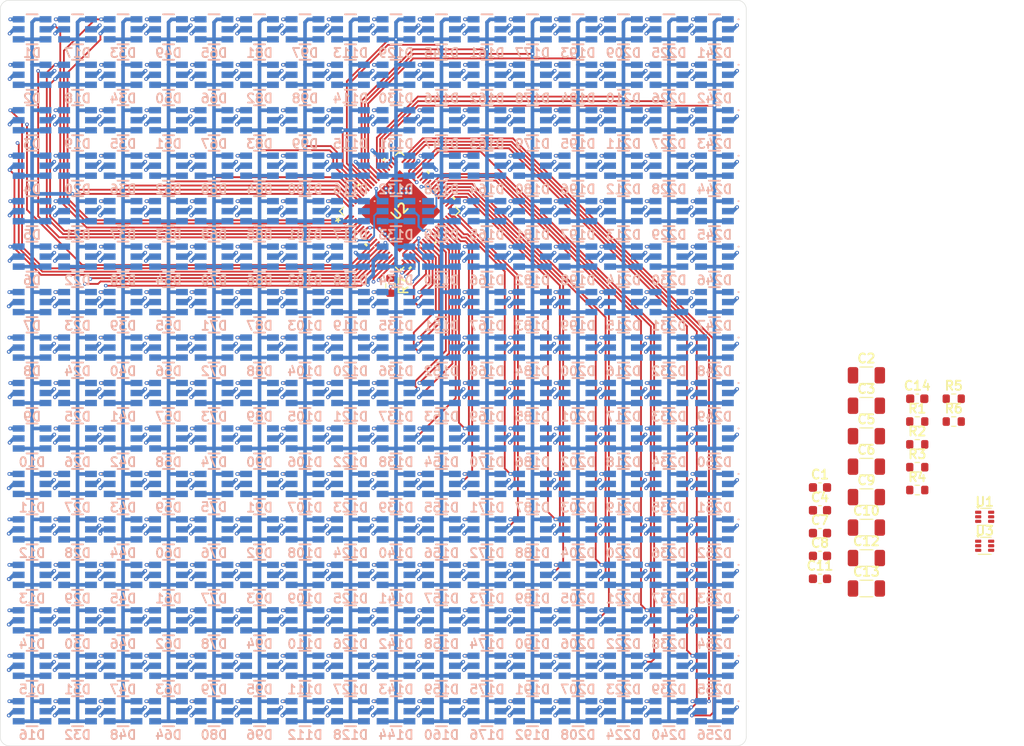
<source format=kicad_pcb>
(kicad_pcb (version 20241229) (generator "pcbnew") (generator_version "9.0")
  (layers (0 "F.Cu" signal) (4 "In1.Cu" signal) (6 "In2.Cu" signal) (2 "B.Cu" signal) (13 "F.Paste" user) (15 "B.Paste" user) (5 "F.SilkS" user "F.Silkscreen") (7 "B.SilkS" user "B.Silkscreen") (1 "F.Mask" user) (3 "B.Mask" user) (25 "Edge.Cuts" user))
  (net 0 "")
  (net 1 "Net-(U1-VBST)")
  (net 2 "Net-(U1-SW)")
  (net 3 "GND")
  (net 4 "+12V")
  (net 5 "+3V8")
  (net 6 "Net-(U1-VFB)")
  (net 7 "Net-(U3-SW)")
  (net 8 "Net-(U3-VBST)")
  (net 9 "+2V8")
  (net 10 "Net-(U3-VFB)")
  (net 11 "/LINE0")
  (net 12 "/G0")
  (net 13 "/B0")
  (net 14 "/R0")
  (net 15 "/B1")
  (net 16 "/R1")
  (net 17 "/G1")
  (net 18 "/G2")
  (net 19 "/R2")
  (net 20 "/B2")
  (net 21 "/G3")
  (net 22 "/B3")
  (net 23 "/R3")
  (net 24 "/B4")
  (net 25 "/G4")
  (net 26 "/R4")
  (net 27 "/G5")
  (net 28 "/B5")
  (net 29 "/R5")
  (net 30 "/B6")
  (net 31 "/G6")
  (net 32 "/R6")
  (net 33 "/G7")
  (net 34 "/B7")
  (net 35 "/R7")
  (net 36 "/B8")
  (net 37 "/R8")
  (net 38 "/G8")
  (net 39 "/G9")
  (net 40 "/B9")
  (net 41 "/R9")
  (net 42 "/B10")
  (net 43 "/G10")
  (net 44 "/R10")
  (net 45 "/R11")
  (net 46 "/B11")
  (net 47 "/G11")
  (net 48 "/B12")
  (net 49 "/G12")
  (net 50 "/R12")
  (net 51 "/B13")
  (net 52 "/G13")
  (net 53 "/R13")
  (net 54 "/R14")
  (net 55 "/G14")
  (net 56 "/B14")
  (net 57 "/G15")
  (net 58 "/R15")
  (net 59 "/B15")
  (net 60 "/LINE1")
  (net 61 "/LINE2")
  (net 62 "/LINE3")
  (net 63 "/LINE4")
  (net 64 "/LINE5")
  (net 65 "/LINE6")
  (net 66 "/LINE7")
  (net 67 "/LINE8")
  (net 68 "/LINE9")
  (net 69 "/LINE10")
  (net 70 "/LINE11")
  (net 71 "/LINE12")
  (net 72 "/LINE13")
  (net 73 "/LINE14")
  (net 74 "/LINE15")
  (net 75 "/matrix_driver/3V8_EN")
  (net 76 "Net-(U1-EN)")
  (net 77 "/matrix_driver/2V8_EN")
  (net 78 "Net-(U3-EN)")
  (net 79 "Net-(U2-IREF)")
  (net 80 "/matrix_driver/SOUT")
  (net 81 "+3V3")
  (net 82 "/matrix_driver/SCLK")
  (net 83 "/matrix_driver/SIN")
  (footprint "Capacitor_SMD:C_0603_1608Metric" (layer "F.Cu") (at 145.2 123.5)
    (property "Reference" "C4")
    (property "Value" "0.1uF")
  )
  (footprint "Resistor_SMD:R_0603_1608Metric" (layer "F.Cu") (at 155.89 121.27)
    (property "Reference" "R4")
    (property "Value" "10k")
  )
  (footprint "Capacitor_SMD:C_1206_3216Metric" (layer "F.Cu") (at 150.3 108.65)
    (property "Reference" "C2")
    (property "Value" "10uF")
  )
  (footprint "Capacitor_SMD:C_1206_3216Metric" (layer "F.Cu") (at 150.3 128.75)
    (property "Reference" "C12")
    (property "Value" "22uF")
  )
  (footprint "Capacitor_SMD:C_0603_1608Metric" (layer "F.Cu") (at 145.2 120.99)
    (property "Reference" "C1")
    (property "Value" "0.1uF")
  )
  (footprint "Resistor_SMD:R_0603_1608Metric" (layer "F.Cu") (at 159.9 111.23)
    (property "Reference" "R5")
    (property "Value" "26.1k")
  )
  (footprint "Capacitor_SMD:C_1206_3216Metric" (layer "F.Cu") (at 150.3 115.35)
    (property "Reference" "C5")
    (property "Value" "22uF")
  )
  (footprint "Resistor_SMD:R_0603_1608Metric" (layer "F.Cu") (at 159.9 113.74)
    (property "Reference" "R6")
    (property "Value" "10k")
  )
  (footprint "Package_TO_SOT_SMD:SOT-563" (layer "F.Cu") (at 163.3 127.4)
    (property "Reference" "U3")
    (property "Value" "TPS562202")
  )
  (footprint "Resistor_SMD:R_0603_1608Metric" (layer "F.Cu") (at 155.89 118.76)
    (property "Reference" "R3")
    (property "Value" "10k")
  )
  (footprint "Capacitor_SMD:C_1206_3216Metric" (layer "F.Cu") (at 150.3 125.4)
    (property "Reference" "C10")
    (property "Value" "10uF")
  )
  (footprint "Capacitor_SMD:C_0603_1608Metric" (layer "F.Cu") (at 155.89 111.23)
    (property "Reference" "C14")
    (property "Value" "10nF")
  )
  (footprint "Package_TO_SOT_SMD:SOT-563" (layer "F.Cu") (at 163.3 124.215)
    (property "Reference" "U1")
    (property "Value" "TPS562202")
  )
  (footprint "Resistor_SMD:R_0603_1608Metric" (layer "F.Cu") (at 155.89 113.74)
    (property "Reference" "R1")
    (property "Value" "10k")
  )
  (footprint "Resistor_SMD:R_0603_1608Metric" (layer "F.Cu") (at 155.89 116.25)
    (property "Reference" "R2")
    (property "Value" "37.4k")
  )
  (footprint "Resistor_SMD:R_0603_1608Metric" (layer "F.Cu") (at 98 98.8 -90)
    (property "Reference" "R7")
    (property "Value" "R")
  )
  (footprint "Capacitor_SMD:C_1206_3216Metric" (layer "F.Cu") (at 150.3 132.1)
    (property "Reference" "C13")
    (property "Value" "22uF")
  )
  (footprint "Capacitor_SMD:C_1206_3216Metric" (layer "F.Cu") (at 150.3 112)
    (property "Reference" "C3")
    (property "Value" "10uF")
  )
  (footprint "Capacitor_SMD:C_0603_1608Metric" (layer "F.Cu") (at 145.2 131.03)
    (property "Reference" "C11")
    (property "Value" "0.1uF")
  )
  (footprint "Capacitor_SMD:C_0603_1608Metric" (layer "F.Cu") (at 145.2 128.52)
    (property "Reference" "C8")
    (property "Value" "0.1uF")
  )
  (footprint "ul_LP5891MRRFR:VQFN76_RRF_TEX" (layer "F.Cu") (at 99 90.6 45)
    (property "Reference" "U2")
    (property "Value" "LP5891MRRFR")
  )
  (footprint "Capacitor_SMD:C_1206_3216Metric" (layer "F.Cu") (at 150.3 118.7)
    (property "Reference" "C6")
    (property "Value" "22uF")
  )
  (footprint "Capacitor_SMD:C_1206_3216Metric" (layer "F.Cu") (at 150.3 122.05)
    (property "Reference" "C9")
    (property "Value" "10uF")
  )
  (footprint "Capacitor_SMD:C_0603_1608Metric" (layer "F.Cu") (at 145.2 126.01)
    (property "Reference" "C7")
    (property "Value" "10nF")
  )
  (footprint "LRTBGVSR-4U4V-JW+8A8B-D8-3S4U-7Z:LRTBGVSR4U4VJW8A8BD83S4U7Z" (layer "B.Cu") (at 103.6 70.6 180)
    (property "Reference" "D145")
    (property "Value" "LED_RGB" (hide yes))
  )
  (footprint "LRTBGVSR-4U4V-JW+8A8B-D8-3S4U-7Z:LRTBGVSR4U4VJW8A8BD83S4U7Z" (layer "B.Cu") (at 98.6 90.6 180)
    (property "Reference" "D133")
    (property "Value" "LED_RGB" (hide yes))
  )
  (footprint "LRTBGVSR-4U4V-JW+8A8B-D8-3S4U-7Z:LRTBGVSR4U4VJW8A8BD83S4U7Z" (layer "B.Cu") (at 58.6 70.6 180)
    (property "Reference" "D1")
    (property "Value" "LED_RGB" (hide yes))
  )
  (footprint "LRTBGVSR-4U4V-JW+8A8B-D8-3S4U-7Z:LRTBGVSR4U4VJW8A8BD83S4U7Z" (layer "B.Cu") (at 73.6 130.6 180)
    (property "Reference" "D61")
    (property "Value" "LED_RGB" (hide yes))
  )
  (footprint "LRTBGVSR-4U4V-JW+8A8B-D8-3S4U-7Z:LRTBGVSR4U4VJW8A8BD83S4U7Z" (layer "B.Cu") (at 98.6 140.6 180)
    (property "Reference" "D143")
    (property "Value" "LED_RGB" (hide yes))
  )
  (footprint "LRTBGVSR-4U4V-JW+8A8B-D8-3S4U-7Z:LRTBGVSR4U4VJW8A8BD83S4U7Z" (layer "B.Cu") (at 108.6 135.6 180)
    (property "Reference" "D174")
    (property "Value" "LED_RGB" (hide yes))
  )
  (footprint "LRTBGVSR-4U4V-JW+8A8B-D8-3S4U-7Z:LRTBGVSR4U4VJW8A8BD83S4U7Z" (layer "B.Cu") (at 78.6 130.6 180)
    (property "Reference" "D77")
    (property "Value" "LED_RGB" (hide yes))
  )
  (footprint "LRTBGVSR-4U4V-JW+8A8B-D8-3S4U-7Z:LRTBGVSR4U4VJW8A8BD83S4U7Z" (layer "B.Cu") (at 128.6 140.6 180)
    (property "Reference" "D239")
    (property "Value" "LED_RGB" (hide yes))
  )
  (footprint "LRTBGVSR-4U4V-JW+8A8B-D8-3S4U-7Z:LRTBGVSR4U4VJW8A8BD83S4U7Z" (layer "B.Cu") (at 58.6 95.6 180)
    (property "Reference" "D6")
    (property "Value" "LED_RGB" (hide yes))
  )
  (footprint "LRTBGVSR-4U4V-JW+8A8B-D8-3S4U-7Z:LRTBGVSR4U4VJW8A8BD83S4U7Z" (layer "B.Cu") (at 123.6 70.6 180)
    (property "Reference" "D209")
    (property "Value" "LED_RGB" (hide yes))
  )
  (footprint "LRTBGVSR-4U4V-JW+8A8B-D8-3S4U-7Z:LRTBGVSR4U4VJW8A8BD83S4U7Z" (layer "B.Cu") (at 68.6 125.6 180)
    (property "Reference" "D44")
    (property "Value" "LED_RGB" (hide yes))
  )
  (footprint "LRTBGVSR-4U4V-JW+8A8B-D8-3S4U-7Z:LRTBGVSR4U4VJW8A8BD83S4U7Z" (layer "B.Cu") (at 123.6 140.6 180)
    (property "Reference" "D223")
    (property "Value" "LED_RGB" (hide yes))
  )
  (footprint "LRTBGVSR-4U4V-JW+8A8B-D8-3S4U-7Z:LRTBGVSR4U4VJW8A8BD83S4U7Z" (layer "B.Cu") (at 88.6 140.6 180)
    (property "Reference" "D111")
    (property "Value" "LED_RGB" (hide yes))
  )
  (footprint "LRTBGVSR-4U4V-JW+8A8B-D8-3S4U-7Z:LRTBGVSR4U4VJW8A8BD83S4U7Z" (layer "B.Cu") (at 63.6 80.6 180)
    (property "Reference" "D19")
    (property "Value" "LED_RGB" (hide yes))
  )
  (footprint "LRTBGVSR-4U4V-JW+8A8B-D8-3S4U-7Z:LRTBGVSR4U4VJW8A8BD83S4U7Z" (layer "B.Cu") (at 78.6 135.6 180)
    (property "Reference" "D78")
    (property "Value" "LED_RGB" (hide yes))
  )
  (footprint "LRTBGVSR-4U4V-JW+8A8B-D8-3S4U-7Z:LRTBGVSR4U4VJW8A8BD83S4U7Z" (layer "B.Cu") (at 123.6 105.6 180)
    (property "Reference" "D216")
    (property "Value" "LED_RGB" (hide yes))
  )
  (footprint "LRTBGVSR-4U4V-JW+8A8B-D8-3S4U-7Z:LRTBGVSR4U4VJW8A8BD83S4U7Z" (layer "B.Cu") (at 63.6 135.6 180)
    (property "Reference" "D30")
    (property "Value" "LED_RGB" (hide yes))
  )
  (footprint "LRTBGVSR-4U4V-JW+8A8B-D8-3S4U-7Z:LRTBGVSR4U4VJW8A8BD83S4U7Z" (layer "B.Cu") (at 103.6 105.6 180)
    (property "Reference" "D152")
    (property "Value" "LED_RGB" (hide yes))
  )
  (footprint "LRTBGVSR-4U4V-JW+8A8B-D8-3S4U-7Z:LRTBGVSR4U4VJW8A8BD83S4U7Z" (layer "B.Cu") (at 93.6 145.6 180)
    (property "Reference" "D128")
    (property "Value" "LED_RGB" (hide yes))
  )
  (footprint "LRTBGVSR-4U4V-JW+8A8B-D8-3S4U-7Z:LRTBGVSR4U4VJW8A8BD83S4U7Z" (layer "B.Cu") (at 103.6 135.6 180)
    (property "Reference" "D158")
    (property "Value" "LED_RGB" (hide yes))
  )
  (footprint "LRTBGVSR-4U4V-JW+8A8B-D8-3S4U-7Z:LRTBGVSR4U4VJW8A8BD83S4U7Z" (layer "B.Cu") (at 113.6 85.6 180)
    (property "Reference" "D180")
    (property "Value" "LED_RGB" (hide yes))
  )
  (footprint "LRTBGVSR-4U4V-JW+8A8B-D8-3S4U-7Z:LRTBGVSR4U4VJW8A8BD83S4U7Z" (layer "B.Cu") (at 83.6 100.6 180)
    (property "Reference" "D87")
    (property "Value" "LED_RGB" (hide yes))
  )
  (footprint "LRTBGVSR-4U4V-JW+8A8B-D8-3S4U-7Z:LRTBGVSR4U4VJW8A8BD83S4U7Z" (layer "B.Cu") (at 68.6 115.6 180)
    (property "Reference" "D42")
    (property "Value" "LED_RGB" (hide yes))
  )
  (footprint "LRTBGVSR-4U4V-JW+8A8B-D8-3S4U-7Z:LRTBGVSR4U4VJW8A8BD83S4U7Z" (layer "B.Cu") (at 103.6 95.6 180)
    (property "Reference" "D150")
    (property "Value" "LED_RGB" (hide yes))
  )
  (footprint "LRTBGVSR-4U4V-JW+8A8B-D8-3S4U-7Z:LRTBGVSR4U4VJW8A8BD83S4U7Z" (layer "B.Cu") (at 108.6 145.6 180)
    (property "Reference" "D176")
    (property "Value" "LED_RGB" (hide yes))
  )
  (footprint "LRTBGVSR-4U4V-JW+8A8B-D8-3S4U-7Z:LRTBGVSR4U4VJW8A8BD83S4U7Z" (layer "B.Cu") (at 63.6 130.6 180)
    (property "Reference" "D29")
    (property "Value" "LED_RGB" (hide yes))
  )
  (footprint "LRTBGVSR-4U4V-JW+8A8B-D8-3S4U-7Z:LRTBGVSR4U4VJW8A8BD83S4U7Z" (layer "B.Cu") (at 63.6 125.6 180)
    (property "Reference" "D28")
    (property "Value" "LED_RGB" (hide yes))
  )
  (footprint "LRTBGVSR-4U4V-JW+8A8B-D8-3S4U-7Z:LRTBGVSR4U4VJW8A8BD83S4U7Z" (layer "B.Cu") (at 68.6 90.6 180)
    (property "Reference" "D37")
    (property "Value" "LED_RGB" (hide yes))
  )
  (footprint "LRTBGVSR-4U4V-JW+8A8B-D8-3S4U-7Z:LRTBGVSR4U4VJW8A8BD83S4U7Z" (layer "B.Cu") (at 108.6 85.6 180)
    (property "Reference" "D164")
    (property "Value" "LED_RGB" (hide yes))
  )
  (footprint "LRTBGVSR-4U4V-JW+8A8B-D8-3S4U-7Z:LRTBGVSR4U4VJW8A8BD83S4U7Z" (layer "B.Cu") (at 133.6 70.6 180)
    (property "Reference" "D241")
    (property "Value" "LED_RGB" (hide yes))
  )
  (footprint "LRTBGVSR-4U4V-JW+8A8B-D8-3S4U-7Z:LRTBGVSR4U4VJW8A8BD83S4U7Z" (layer "B.Cu") (at 88.6 110.6 180)
    (property "Reference" "D105")
    (property "Value" "LED_RGB" (hide yes))
  )
  (footprint "LRTBGVSR-4U4V-JW+8A8B-D8-3S4U-7Z:LRTBGVSR4U4VJW8A8BD83S4U7Z" (layer "B.Cu") (at 98.6 85.6 180)
    (property "Reference" "D132")
    (property "Value" "LED_RGB" (hide yes))
  )
  (footprint "LRTBGVSR-4U4V-JW+8A8B-D8-3S4U-7Z:LRTBGVSR4U4VJW8A8BD83S4U7Z" (layer "B.Cu") (at 88.6 115.6 180)
    (property "Reference" "D106")
    (property "Value" "LED_RGB" (hide yes))
  )
  (footprint "LRTBGVSR-4U4V-JW+8A8B-D8-3S4U-7Z:LRTBGVSR4U4VJW8A8BD83S4U7Z" (layer "B.Cu") (at 113.6 80.6 180)
    (property "Reference" "D179")
    (property "Value" "LED_RGB" (hide yes))
  )
  (footprint "LRTBGVSR-4U4V-JW+8A8B-D8-3S4U-7Z:LRTBGVSR4U4VJW8A8BD83S4U7Z" (layer "B.Cu") (at 58.6 100.6 180)
    (property "Reference" "D7")
    (property "Value" "LED_RGB" (hide yes))
  )
  (footprint "LRTBGVSR-4U4V-JW+8A8B-D8-3S4U-7Z:LRTBGVSR4U4VJW8A8BD83S4U7Z" (layer "B.Cu") (at 133.6 95.6 180)
    (property "Reference" "D246")
    (property "Value" "LED_RGB" (hide yes))
  )
  (footprint "LRTBGVSR-4U4V-JW+8A8B-D8-3S4U-7Z:LRTBGVSR4U4VJW8A8BD83S4U7Z" (layer "B.Cu") (at 78.6 75.6 180)
    (property "Reference" "D66")
    (property "Value" "LED_RGB" (hide yes))
  )
  (footprint "LRTBGVSR-4U4V-JW+8A8B-D8-3S4U-7Z:LRTBGVSR4U4VJW8A8BD83S4U7Z" (layer "B.Cu") (at 103.6 110.6 180)
    (property "Reference" "D153")
    (property "Value" "LED_RGB" (hide yes))
  )
  (footprint "LRTBGVSR-4U4V-JW+8A8B-D8-3S4U-7Z:LRTBGVSR4U4VJW8A8BD83S4U7Z" (layer "B.Cu") (at 88.6 105.6 180)
    (property "Reference" "D104")
    (property "Value" "LED_RGB" (hide yes))
  )
  (footprint "LRTBGVSR-4U4V-JW+8A8B-D8-3S4U-7Z:LRTBGVSR4U4VJW8A8BD83S4U7Z" (layer "B.Cu") (at 103.6 80.6 180)
    (property "Reference" "D147")
    (property "Value" "LED_RGB" (hide yes))
  )
  (footprint "LRTBGVSR-4U4V-JW+8A8B-D8-3S4U-7Z:LRTBGVSR4U4VJW8A8BD83S4U7Z" (layer "B.Cu") (at 93.6 140.6 180)
    (property "Reference" "D127")
    (property "Value" "LED_RGB" (hide yes))
  )
  (footprint "LRTBGVSR-4U4V-JW+8A8B-D8-3S4U-7Z:LRTBGVSR4U4VJW8A8BD83S4U7Z" (layer "B.Cu") (at 108.6 70.6 180)
    (property "Reference" "D161")
    (property "Value" "LED_RGB" (hide yes))
  )
  (footprint "LRTBGVSR-4U4V-JW+8A8B-D8-3S4U-7Z:LRTBGVSR4U4VJW8A8BD83S4U7Z" (layer "B.Cu") (at 73.6 140.6 180)
    (property "Reference" "D63")
    (property "Value" "LED_RGB" (hide yes))
  )
  (footprint "LRTBGVSR-4U4V-JW+8A8B-D8-3S4U-7Z:LRTBGVSR4U4VJW8A8BD83S4U7Z" (layer "B.Cu") (at 128.6 75.6 180)
    (property "Reference" "D226")
    (property "Value" "LED_RGB" (hide yes))
  )
  (footprint "LRTBGVSR-4U4V-JW+8A8B-D8-3S4U-7Z:LRTBGVSR4U4VJW8A8BD83S4U7Z" (layer "B.Cu") (at 73.6 100.6 180)
    (property "Reference" "D55")
    (property "Value" "LED_RGB" (hide yes))
  )
  (footprint "LRTBGVSR-4U4V-JW+8A8B-D8-3S4U-7Z:LRTBGVSR4U4VJW8A8BD83S4U7Z" (layer "B.Cu") (at 73.6 115.6 180)
    (property "Reference" "D58")
    (property "Value" "LED_RGB" (hide yes))
  )
  (footprint "LRTBGVSR-4U4V-JW+8A8B-D8-3S4U-7Z:LRTBGVSR4U4VJW8A8BD83S4U7Z" (layer "B.Cu") (at 63.6 105.6 180)
    (property "Reference" "D24")
    (property "Value" "LED_RGB" (hide yes))
  )
  (footprint "LRTBGVSR-4U4V-JW+8A8B-D8-3S4U-7Z:LRTBGVSR4U4VJW8A8BD83S4U7Z" (layer "B.Cu") (at 88.6 130.6 180)
    (property "Reference" "D109")
    (property "Value" "LED_RGB" (hide yes))
  )
  (footprint "LRTBGVSR-4U4V-JW+8A8B-D8-3S4U-7Z:LRTBGVSR4U4VJW8A8BD83S4U7Z" (layer "B.Cu") (at 58.6 110.6 180)
    (property "Reference" "D9")
    (property "Value" "LED_RGB" (hide yes))
  )
  (footprint "LRTBGVSR-4U4V-JW+8A8B-D8-3S4U-7Z:LRTBGVSR4U4VJW8A8BD83S4U7Z" (layer "B.Cu") (at 118.6 140.6 180)
    (property "Reference" "D207")
    (property "Value" "LED_RGB" (hide yes))
  )
  (footprint "LRTBGVSR-4U4V-JW+8A8B-D8-3S4U-7Z:LRTBGVSR4U4VJW8A8BD83S4U7Z" (layer "B.Cu") (at 123.6 120.6 180)
    (property "Reference" "D219")
    (property "Value" "LED_RGB" (hide yes))
  )
  (footprint "LRTBGVSR-4U4V-JW+8A8B-D8-3S4U-7Z:LRTBGVSR4U4VJW8A8BD83S4U7Z" (layer "B.Cu") (at 128.6 145.6 180)
    (property "Reference" "D240")
    (property "Value" "LED_RGB" (hide yes))
  )
  (footprint "LRTBGVSR-4U4V-JW+8A8B-D8-3S4U-7Z:LRTBGVSR4U4VJW8A8BD83S4U7Z" (layer "B.Cu") (at 83.6 125.6 180)
    (property "Reference" "D92")
    (property "Value" "LED_RGB" (hide yes))
  )
  (footprint "LRTBGVSR-4U4V-JW+8A8B-D8-3S4U-7Z:LRTBGVSR4U4VJW8A8BD83S4U7Z" (layer "B.Cu") (at 63.6 140.6 180)
    (property "Reference" "D31")
    (property "Value" "LED_RGB" (hide yes))
  )
  (footprint "LRTBGVSR-4U4V-JW+8A8B-D8-3S4U-7Z:LRTBGVSR4U4VJW8A8BD83S4U7Z" (layer "B.Cu") (at 78.6 145.6 180)
    (property "Reference" "D80")
    (property "Value" "LED_RGB" (hide yes))
  )
  (footprint "LRTBGVSR-4U4V-JW+8A8B-D8-3S4U-7Z:LRTBGVSR4U4VJW8A8BD83S4U7Z" (layer "B.Cu") (at 63.6 115.6 180)
    (property "Reference" "D26")
    (property "Value" "LED_RGB" (hide yes))
  )
  (footprint "LRTBGVSR-4U4V-JW+8A8B-D8-3S4U-7Z:LRTBGVSR4U4VJW8A8BD83S4U7Z" (layer "B.Cu") (at 133.6 80.6 180)
    (property "Reference" "D243")
    (property "Value" "LED_RGB" (hide yes))
  )
  (footprint "LRTBGVSR-4U4V-JW+8A8B-D8-3S4U-7Z:LRTBGVSR4U4VJW8A8BD83S4U7Z" (layer "B.Cu") (at 58.6 80.6 180)
    (property "Reference" "D3")
    (property "Value" "LED_RGB" (hide yes))
  )
  (footprint "LRTBGVSR-4U4V-JW+8A8B-D8-3S4U-7Z:LRTBGVSR4U4VJW8A8BD83S4U7Z" (layer "B.Cu") (at 58.6 145.6 180)
    (property "Reference" "D16")
    (property "Value" "LED_RGB" (hide yes))
  )
  (footprint "LRTBGVSR-4U4V-JW+8A8B-D8-3S4U-7Z:LRTBGVSR4U4VJW8A8BD83S4U7Z" (layer "B.Cu") (at 73.6 85.6 180)
    (property "Reference" "D52")
    (property "Value" "LED_RGB" (hide yes))
  )
  (footprint "LRTBGVSR-4U4V-JW+8A8B-D8-3S4U-7Z:LRTBGVSR4U4VJW8A8BD83S4U7Z" (layer "B.Cu") (at 118.6 85.6 180)
    (property "Reference" "D196")
    (property "Value" "LED_RGB" (hide yes))
  )
  (footprint "LRTBGVSR-4U4V-JW+8A8B-D8-3S4U-7Z:LRTBGVSR4U4VJW8A8BD83S4U7Z" (layer "B.Cu") (at 93.6 110.6 180)
    (property "Reference" "D121")
    (property "Value" "LED_RGB" (hide yes))
  )
  (footprint "LRTBGVSR-4U4V-JW+8A8B-D8-3S4U-7Z:LRTBGVSR4U4VJW8A8BD83S4U7Z" (layer "B.Cu") (at 83.6 85.6 180)
    (property "Reference" "D84")
    (property "Value" "LED_RGB" (hide yes))
  )
  (footprint "LRTBGVSR-4U4V-JW+8A8B-D8-3S4U-7Z:LRTBGVSR4U4VJW8A8BD83S4U7Z" (layer "B.Cu") (at 88.6 70.6 180)
    (property "Reference" "D97")
    (property "Value" "LED_RGB" (hide yes))
  )
  (footprint "LRTBGVSR-4U4V-JW+8A8B-D8-3S4U-7Z:LRTBGVSR4U4VJW8A8BD83S4U7Z" (layer "B.Cu") (at 108.6 100.6 180)
    (property "Reference" "D167")
    (property "Value" "LED_RGB" (hide yes))
  )
  (footprint "LRTBGVSR-4U4V-JW+8A8B-D8-3S4U-7Z:LRTBGVSR4U4VJW8A8BD83S4U7Z" (layer "B.Cu") (at 103.6 90.6 180)
    (property "Reference" "D149")
    (property "Value" "LED_RGB" (hide yes))
  )
  (footprint "LRTBGVSR-4U4V-JW+8A8B-D8-3S4U-7Z:LRTBGVSR4U4VJW8A8BD83S4U7Z" (layer "B.Cu") (at 133.6 140.6 180)
    (property "Reference" "D255")
    (property "Value" "LED_RGB" (hide yes))
  )
  (footprint "LRTBGVSR-4U4V-JW+8A8B-D8-3S4U-7Z:LRTBGVSR4U4VJW8A8BD83S4U7Z" (layer "B.Cu") (at 83.6 110.6 180)
    (property "Reference" "D89")
    (property "Value" "LED_RGB" (hide yes))
  )
  (footprint "LRTBGVSR-4U4V-JW+8A8B-D8-3S4U-7Z:LRTBGVSR4U4VJW8A8BD83S4U7Z" (layer "B.Cu") (at 63.6 120.6 180)
    (property "Reference" "D27")
    (property "Value" "LED_RGB" (hide yes))
  )
  (footprint "LRTBGVSR-4U4V-JW+8A8B-D8-3S4U-7Z:LRTBGVSR4U4VJW8A8BD83S4U7Z" (layer "B.Cu") (at 123.6 85.6 180)
    (property "Reference" "D212")
    (property "Value" "LED_RGB" (hide yes))
  )
  (footprint "LRTBGVSR-4U4V-JW+8A8B-D8-3S4U-7Z:LRTBGVSR4U4VJW8A8BD83S4U7Z" (layer "B.Cu") (at 78.6 85.6 180)
    (property "Reference" "D68")
    (property "Value" "LED_RGB" (hide yes))
  )
  (footprint "LRTBGVSR-4U4V-JW+8A8B-D8-3S4U-7Z:LRTBGVSR4U4VJW8A8BD83S4U7Z" (layer "B.Cu") (at 108.6 125.6 180)
    (property "Reference" "D172")
    (property "Value" "LED_RGB" (hide yes))
  )
  (footprint "LRTBGVSR-4U4V-JW+8A8B-D8-3S4U-7Z:LRTBGVSR4U4VJW8A8BD83S4U7Z" (layer "B.Cu") (at 113.6 70.6 180)
    (property "Reference" "D177")
    (property "Value" "LED_RGB" (hide yes))
  )
  (footprint "LRTBGVSR-4U4V-JW+8A8B-D8-3S4U-7Z:LRTBGVSR4U4VJW8A8BD83S4U7Z" (layer "B.Cu") (at 98.6 100.6 180)
    (property "Reference" "D135")
    (property "Value" "LED_RGB" (hide yes))
  )
  (footprint "LRTBGVSR-4U4V-JW+8A8B-D8-3S4U-7Z:LRTBGVSR4U4VJW8A8BD83S4U7Z" (layer "B.Cu") (at 73.6 105.6 180)
    (property "Reference" "D56")
    (property "Value" "LED_RGB" (hide yes))
  )
  (footprint "LRTBGVSR-4U4V-JW+8A8B-D8-3S4U-7Z:LRTBGVSR4U4VJW8A8BD83S4U7Z" (layer "B.Cu") (at 78.6 70.6 180)
    (property "Reference" "D65")
    (property "Value" "LED_RGB" (hide yes))
  )
  (footprint "LRTBGVSR-4U4V-JW+8A8B-D8-3S4U-7Z:LRTBGVSR4U4VJW8A8BD83S4U7Z" (layer "B.Cu") (at 118.6 105.6 180)
    (property "Reference" "D200")
    (property "Value" "LED_RGB" (hide yes))
  )
  (footprint "LRTBGVSR-4U4V-JW+8A8B-D8-3S4U-7Z:LRTBGVSR4U4VJW8A8BD83S4U7Z" (layer "B.Cu") (at 133.6 105.6 180)
    (property "Reference" "D248")
    (property "Value" "LED_RGB" (hide yes))
  )
  (footprint "LRTBGVSR-4U4V-JW+8A8B-D8-3S4U-7Z:LRTBGVSR4U4VJW8A8BD83S4U7Z" (layer "B.Cu") (at 73.6 125.6 180)
    (property "Reference" "D60")
    (property "Value" "LED_RGB" (hide yes))
  )
  (footprint "LRTBGVSR-4U4V-JW+8A8B-D8-3S4U-7Z:LRTBGVSR4U4VJW8A8BD83S4U7Z" (layer "B.Cu") (at 133.6 125.6 180)
    (property "Reference" "D252")
    (property "Value" "LED_RGB" (hide yes))
  )
  (footprint "LRTBGVSR-4U4V-JW+8A8B-D8-3S4U-7Z:LRTBGVSR4U4VJW8A8BD83S4U7Z" (layer "B.Cu") (at 103.6 85.6 180)
    (property "Reference" "D148")
    (property "Value" "LED_RGB" (hide yes))
  )
  (footprint "LRTBGVSR-4U4V-JW+8A8B-D8-3S4U-7Z:LRTBGVSR4U4VJW8A8BD83S4U7Z" (layer "B.Cu") (at 88.6 75.6 180)
    (property "Reference" "D98")
    (property "Value" "LED_RGB" (hide yes))
  )
  (footprint "LRTBGVSR-4U4V-JW+8A8B-D8-3S4U-7Z:LRTBGVSR4U4VJW8A8BD83S4U7Z" (layer "B.Cu") (at 108.6 75.6 180)
    (property "Reference" "D162")
    (property "Value" "LED_RGB" (hide yes))
  )
  (footprint "LRTBGVSR-4U4V-JW+8A8B-D8-3S4U-7Z:LRTBGVSR4U4VJW8A8BD83S4U7Z" (layer "B.Cu") (at 113.6 110.6 180)
    (property "Reference" "D185")
    (property "Value" "LED_RGB" (hide yes))
  )
  (footprint "LRTBGVSR-4U4V-JW+8A8B-D8-3S4U-7Z:LRTBGVSR4U4VJW8A8BD83S4U7Z" (layer "B.Cu") (at 113.6 140.6 180)
    (property "Reference" "D191")
    (property "Value" "LED_RGB" (hide yes))
  )
  (footprint "LRTBGVSR-4U4V-JW+8A8B-D8-3S4U-7Z:LRTBGVSR4U4VJW8A8BD83S4U7Z" (layer "B.Cu") (at 128.6 125.6 180)
    (property "Reference" "D236")
    (property "Value" "LED_RGB" (hide yes))
  )
  (footprint "LRTBGVSR-4U4V-JW+8A8B-D8-3S4U-7Z:LRTBGVSR4U4VJW8A8BD83S4U7Z" (layer "B.Cu") (at 98.6 80.6 180)
    (property "Reference" "D131")
    (property "Value" "LED_RGB" (hide yes))
  )
  (footprint "LRTBGVSR-4U4V-JW+8A8B-D8-3S4U-7Z:LRTBGVSR4U4VJW8A8BD83S4U7Z" (layer "B.Cu") (at 93.6 95.6 180)
    (property "Reference" "D118")
    (property "Value" "LED_RGB" (hide yes))
  )
  (footprint "LRTBGVSR-4U4V-JW+8A8B-D8-3S4U-7Z:LRTBGVSR4U4VJW8A8BD83S4U7Z" (layer "B.Cu") (at 98.6 115.6 180)
    (property "Reference" "D138")
    (property "Value" "LED_RGB" (hide yes))
  )
  (footprint "LRTBGVSR-4U4V-JW+8A8B-D8-3S4U-7Z:LRTBGVSR4U4VJW8A8BD83S4U7Z" (layer "B.Cu") (at 78.6 100.6 180)
    (property "Reference" "D71")
    (property "Value" "LED_RGB" (hide yes))
  )
  (footprint "LRTBGVSR-4U4V-JW+8A8B-D8-3S4U-7Z:LRTBGVSR4U4VJW8A8BD83S4U7Z" (layer "B.Cu") (at 78.6 125.6 180)
    (property "Reference" "D76")
    (property "Value" "LED_RGB" (hide yes))
  )
  (footprint "LRTBGVSR-4U4V-JW+8A8B-D8-3S4U-7Z:LRTBGVSR4U4VJW8A8BD83S4U7Z" (layer "B.Cu") (at 118.6 125.6 180)
    (property "Reference" "D204")
    (property "Value" "LED_RGB" (hide yes))
  )
  (footprint "LRTBGVSR-4U4V-JW+8A8B-D8-3S4U-7Z:LRTBGVSR4U4VJW8A8BD83S4U7Z" (layer "B.Cu") (at 118.6 80.6 180)
    (property "Reference" "D195")
    (property "Value" "LED_RGB" (hide yes))
  )
  (footprint "LRTBGVSR-4U4V-JW+8A8B-D8-3S4U-7Z:LRTBGVSR4U4VJW8A8BD83S4U7Z" (layer "B.Cu") (at 128.6 85.6 180)
    (property "Reference" "D228")
    (property "Value" "LED_RGB" (hide yes))
  )
  (footprint "LRTBGVSR-4U4V-JW+8A8B-D8-3S4U-7Z:LRTBGVSR4U4VJW8A8BD83S4U7Z" (layer "B.Cu") (at 133.6 90.6 180)
    (property "Reference" "D245")
    (property "Value" "LED_RGB" (hide yes))
  )
  (footprint "LRTBGVSR-4U4V-JW+8A8B-D8-3S4U-7Z:LRTBGVSR4U4VJW8A8BD83S4U7Z" (layer "B.Cu") (at 83.6 80.6 180)
    (property "Reference" "D83")
    (property "Value" "LED_RGB" (hide yes))
  )
  (footprint "LRTBGVSR-4U4V-JW+8A8B-D8-3S4U-7Z:LRTBGVSR4U4VJW8A8BD83S4U7Z" (layer "B.Cu") (at 88.6 100.6 180)
    (property "Reference" "D103")
    (property "Value" "LED_RGB" (hide yes))
  )
  (footprint "LRTBGVSR-4U4V-JW+8A8B-D8-3S4U-7Z:LRTBGVSR4U4VJW8A8BD83S4U7Z" (layer "B.Cu") (at 113.6 135.6 180)
    (property "Reference" "D190")
    (property "Value" "LED_RGB" (hide yes))
  )
  (footprint "LRTBGVSR-4U4V-JW+8A8B-D8-3S4U-7Z:LRTBGVSR4U4VJW8A8BD83S4U7Z" (layer "B.Cu") (at 83.6 90.6 180)
    (property "Reference" "D85")
    (property "Value" "LED_RGB" (hide yes))
  )
  (footprint "LRTBGVSR-4U4V-JW+8A8B-D8-3S4U-7Z:LRTBGVSR4U4VJW8A8BD83S4U7Z" (layer "B.Cu") (at 103.6 145.6 180)
    (property "Reference" "D160")
    (property "Value" "LED_RGB" (hide yes))
  )
  (footprint "LRTBGVSR-4U4V-JW+8A8B-D8-3S4U-7Z:LRTBGVSR4U4VJW8A8BD83S4U7Z" (layer "B.Cu") (at 113.6 120.6 180)
    (property "Reference" "D187")
    (property "Value" "LED_RGB" (hide yes))
  )
  (footprint "LRTBGVSR-4U4V-JW+8A8B-D8-3S4U-7Z:LRTBGVSR4U4VJW8A8BD83S4U7Z" (layer "B.Cu") (at 88.6 85.6 180)
    (property "Reference" "D100")
    (property "Value" "LED_RGB" (hide yes))
  )
  (footprint "LRTBGVSR-4U4V-JW+8A8B-D8-3S4U-7Z:LRTBGVSR4U4VJW8A8BD83S4U7Z" (layer "B.Cu") (at 83.6 75.6 180)
    (property "Reference" "D82")
    (property "Value" "LED_RGB" (hide yes))
  )
  (footprint "LRTBGVSR-4U4V-JW+8A8B-D8-3S4U-7Z:LRTBGVSR4U4VJW8A8BD83S4U7Z" (layer "B.Cu") (at 68.6 110.6 180)
    (property "Reference" "D41")
    (property "Value" "LED_RGB" (hide yes))
  )
  (footprint "LRTBGVSR-4U4V-JW+8A8B-D8-3S4U-7Z:LRTBGVSR4U4VJW8A8BD83S4U7Z" (layer "B.Cu") (at 128.6 100.6 180)
    (property "Reference" "D231")
    (property "Value" "LED_RGB" (hide yes))
  )
  (footprint "LRTBGVSR-4U4V-JW+8A8B-D8-3S4U-7Z:LRTBGVSR4U4VJW8A8BD83S4U7Z" (layer "B.Cu") (at 128.6 130.6 180)
    (property "Reference" "D237")
    (property "Value" "LED_RGB" (hide yes))
  )
  (footprint "LRTBGVSR-4U4V-JW+8A8B-D8-3S4U-7Z:LRTBGVSR4U4VJW8A8BD83S4U7Z" (layer "B.Cu") (at 88.6 80.6 180)
    (property "Reference" "D99")
    (property "Value" "LED_RGB" (hide yes))
  )
  (footprint "LRTBGVSR-4U4V-JW+8A8B-D8-3S4U-7Z:LRTBGVSR4U4VJW8A8BD83S4U7Z" (layer "B.Cu") (at 98.6 145.6 180)
    (property "Reference" "D144")
    (property "Value" "LED_RGB" (hide yes))
  )
  (footprint "LRTBGVSR-4U4V-JW+8A8B-D8-3S4U-7Z:LRTBGVSR4U4VJW8A8BD83S4U7Z" (layer "B.Cu") (at 83.6 140.6 180)
    (property "Reference" "D95")
    (property "Value" "LED_RGB" (hide yes))
  )
  (footprint "LRTBGVSR-4U4V-JW+8A8B-D8-3S4U-7Z:LRTBGVSR4U4VJW8A8BD83S4U7Z" (layer "B.Cu") (at 128.6 135.6 180)
    (property "Reference" "D238")
    (property "Value" "LED_RGB" (hide yes))
  )
  (footprint "LRTBGVSR-4U4V-JW+8A8B-D8-3S4U-7Z:LRTBGVSR4U4VJW8A8BD83S4U7Z" (layer "B.Cu") (at 103.6 140.6 180)
    (property "Reference" "D159")
    (property "Value" "LED_RGB" (hide yes))
  )
  (footprint "LRTBGVSR-4U4V-JW+8A8B-D8-3S4U-7Z:LRTBGVSR4U4VJW8A8BD83S4U7Z" (layer "B.Cu") (at 93.6 90.6 180)
    (property "Reference" "D117")
    (property "Value" "LED_RGB" (hide yes))
  )
  (footprint "LRTBGVSR-4U4V-JW+8A8B-D8-3S4U-7Z:LRTBGVSR4U4VJW8A8BD83S4U7Z" (layer "B.Cu") (at 123.6 135.6 180)
    (property "Reference" "D222")
    (property "Value" "LED_RGB" (hide yes))
  )
  (footprint "LRTBGVSR-4U4V-JW+8A8B-D8-3S4U-7Z:LRTBGVSR4U4VJW8A8BD83S4U7Z" (layer "B.Cu") (at 88.6 90.6 180)
    (property "Reference" "D101")
    (property "Value" "LED_RGB" (hide yes))
  )
  (footprint "LRTBGVSR-4U4V-JW+8A8B-D8-3S4U-7Z:LRTBGVSR4U4VJW8A8BD83S4U7Z" (layer "B.Cu") (at 118.6 70.6 180)
    (property "Reference" "D193")
    (property "Value" "LED_RGB" (hide yes))
  )
  (footprint "LRTBGVSR-4U4V-JW+8A8B-D8-3S4U-7Z:LRTBGVSR4U4VJW8A8BD83S4U7Z" (layer "B.Cu") (at 73.6 135.6 180)
    (property "Reference" "D62")
    (property "Value" "LED_RGB" (hide yes))
  )
  (footprint "LRTBGVSR-4U4V-JW+8A8B-D8-3S4U-7Z:LRTBGVSR4U4VJW8A8BD83S4U7Z" (layer "B.Cu") (at 63.6 145.6 180)
    (property "Reference" "D32")
    (property "Value" "LED_RGB" (hide yes))
  )
  (footprint "LRTBGVSR-4U4V-JW+8A8B-D8-3S4U-7Z:LRTBGVSR4U4VJW8A8BD83S4U7Z" (layer "B.Cu") (at 68.6 120.6 180)
    (property "Reference" "D43")
    (property "Value" "LED_RGB" (hide yes))
  )
  (footprint "LRTBGVSR-4U4V-JW+8A8B-D8-3S4U-7Z:LRTBGVSR4U4VJW8A8BD83S4U7Z" (layer "B.Cu") (at 108.6 90.6 180)
    (property "Reference" "D165")
    (property "Value" "LED_RGB" (hide yes))
  )
  (footprint "LRTBGVSR-4U4V-JW+8A8B-D8-3S4U-7Z:LRTBGVSR4U4VJW8A8BD83S4U7Z" (layer "B.Cu") (at 98.6 95.6 180)
    (property "Reference" "D134")
    (property "Value" "LED_RGB" (hide yes))
  )
  (footprint "LRTBGVSR-4U4V-JW+8A8B-D8-3S4U-7Z:LRTBGVSR4U4VJW8A8BD83S4U7Z" (layer "B.Cu") (at 58.6 135.6 180)
    (property "Reference" "D14")
    (property "Value" "LED_RGB" (hide yes))
  )
  (footprint "LRTBGVSR-4U4V-JW+8A8B-D8-3S4U-7Z:LRTBGVSR4U4VJW8A8BD83S4U7Z" (layer "B.Cu") (at 123.6 80.6 180)
    (property "Reference" "D211")
    (property "Value" "LED_RGB" (hide yes))
  )
  (footprint "LRTBGVSR-4U4V-JW+8A8B-D8-3S4U-7Z:LRTBGVSR4U4VJW8A8BD83S4U7Z" (layer "B.Cu") (at 93.6 70.6 180)
    (property "Reference" "D113")
    (property "Value" "LED_RGB" (hide yes))
  )
  (footprint "LRTBGVSR-4U4V-JW+8A8B-D8-3S4U-7Z:LRTBGVSR4U4VJW8A8BD83S4U7Z" (layer "B.Cu") (at 123.6 130.6 180)
    (property "Reference" "D221")
    (property "Value" "LED_RGB" (hide yes))
  )
  (footprint "LRTBGVSR-4U4V-JW+8A8B-D8-3S4U-7Z:LRTBGVSR4U4VJW8A8BD83S4U7Z" (layer "B.Cu") (at 98.6 70.6 180)
    (property "Reference" "D129")
    (property "Value" "LED_RGB" (hide yes))
  )
  (footprint "LRTBGVSR-4U4V-JW+8A8B-D8-3S4U-7Z:LRTBGVSR4U4VJW8A8BD83S4U7Z" (layer "B.Cu") (at 113.6 95.6 180)
    (property "Reference" "D182")
    (property "Value" "LED_RGB" (hide yes))
  )
  (footprint "LRTBGVSR-4U4V-JW+8A8B-D8-3S4U-7Z:LRTBGVSR4U4VJW8A8BD83S4U7Z" (layer "B.Cu") (at 93.6 120.6 180)
    (property "Reference" "D123")
    (property "Value" "LED_RGB" (hide yes))
  )
  (footprint "LRTBGVSR-4U4V-JW+8A8B-D8-3S4U-7Z:LRTBGVSR4U4VJW8A8BD83S4U7Z" (layer "B.Cu") (at 128.6 95.6 180)
    (property "Reference" "D230")
    (property "Value" "LED_RGB" (hide yes))
  )
  (footprint "LRTBGVSR-4U4V-JW+8A8B-D8-3S4U-7Z:LRTBGVSR4U4VJW8A8BD83S4U7Z" (layer "B.Cu") (at 98.6 125.6 180)
    (property "Reference" "D140")
    (property "Value" "LED_RGB" (hide yes))
  )
  (footprint "LRTBGVSR-4U4V-JW+8A8B-D8-3S4U-7Z:LRTBGVSR4U4VJW8A8BD83S4U7Z" (layer "B.Cu") (at 133.6 75.6 180)
    (property "Reference" "D242")
    (property "Value" "LED_RGB" (hide yes))
  )
  (footprint "LRTBGVSR-4U4V-JW+8A8B-D8-3S4U-7Z:LRTBGVSR4U4VJW8A8BD83S4U7Z" (layer "B.Cu") (at 118.6 90.6 180)
    (property "Reference" "D197")
    (property "Value" "LED_RGB" (hide yes))
  )
  (footprint "LRTBGVSR-4U4V-JW+8A8B-D8-3S4U-7Z:LRTBGVSR4U4VJW8A8BD83S4U7Z" (layer "B.Cu") (at 103.6 100.6 180)
    (property "Reference" "D151")
    (property "Value" "LED_RGB" (hide yes))
  )
  (footprint "LRTBGVSR-4U4V-JW+8A8B-D8-3S4U-7Z:LRTBGVSR4U4VJW8A8BD83S4U7Z" (layer "B.Cu") (at 118.6 135.6 180)
    (property "Reference" "D206")
    (property "Value" "LED_RGB" (hide yes))
  )
  (footprint "LRTBGVSR-4U4V-JW+8A8B-D8-3S4U-7Z:LRTBGVSR4U4VJW8A8BD83S4U7Z" (layer "B.Cu") (at 123.6 95.6 180)
    (property "Reference" "D214")
    (property "Value" "LED_RGB" (hide yes))
  )
  (footprint "LRTBGVSR-4U4V-JW+8A8B-D8-3S4U-7Z:LRTBGVSR4U4VJW8A8BD83S4U7Z" (layer "B.Cu") (at 98.6 110.6 180)
    (property "Reference" "D137")
    (property "Value" "LED_RGB" (hide yes))
  )
  (footprint "LRTBGVSR-4U4V-JW+8A8B-D8-3S4U-7Z:LRTBGVSR4U4VJW8A8BD83S4U7Z" (layer "B.Cu") (at 83.6 130.6 180)
    (property "Reference" "D93")
    (property "Value" "LED_RGB" (hide yes))
  )
  (footprint "LRTBGVSR-4U4V-JW+8A8B-D8-3S4U-7Z:LRTBGVSR4U4VJW8A8BD83S4U7Z" (layer "B.Cu") (at 83.6 145.6 180)
    (property "Reference" "D96")
    (property "Value" "LED_RGB" (hide yes))
  )
  (footprint "LRTBGVSR-4U4V-JW+8A8B-D8-3S4U-7Z:LRTBGVSR4U4VJW8A8BD83S4U7Z" (layer "B.Cu") (at 88.6 125.6 180)
    (property "Reference" "D108")
    (property "Value" "LED_RGB" (hide yes))
  )
  (footprint "LRTBGVSR-4U4V-JW+8A8B-D8-3S4U-7Z:LRTBGVSR4U4VJW8A8BD83S4U7Z" (layer "B.Cu") (at 83.6 95.6 180)
    (property "Reference" "D86")
    (property "Value" "LED_RGB" (hide yes))
  )
  (footprint "LRTBGVSR-4U4V-JW+8A8B-D8-3S4U-7Z:LRTBGVSR4U4VJW8A8BD83S4U7Z" (layer "B.Cu") (at 93.6 105.6 180)
    (property "Reference" "D120")
    (property "Value" "LED_RGB" (hide yes))
  )
  (footprint "LRTBGVSR-4U4V-JW+8A8B-D8-3S4U-7Z:LRTBGVSR4U4VJW8A8BD83S4U7Z" (layer "B.Cu") (at 73.6 80.6 180)
    (property "Reference" "D51")
    (property "Value" "LED_RGB" (hide yes))
  )
  (footprint "LRTBGVSR-4U4V-JW+8A8B-D8-3S4U-7Z:LRTBGVSR4U4VJW8A8BD83S4U7Z" (layer "B.Cu") (at 88.6 95.6 180)
    (property "Reference" "D102")
    (property "Value" "LED_RGB" (hide yes))
  )
  (footprint "LRTBGVSR-4U4V-JW+8A8B-D8-3S4U-7Z:LRTBGVSR4U4VJW8A8BD83S4U7Z" (layer "B.Cu") (at 118.6 100.6 180)
    (property "Reference" "D199")
    (property "Value" "LED_RGB" (hide yes))
  )
  (footprint "LRTBGVSR-4U4V-JW+8A8B-D8-3S4U-7Z:LRTBGVSR4U4VJW8A8BD83S4U7Z" (layer "B.Cu") (at 128.6 115.6 180)
    (property "Reference" "D234")
    (property "Value" "LED_RGB" (hide yes))
  )
  (footprint "LRTBGVSR-4U4V-JW+8A8B-D8-3S4U-7Z:LRTBGVSR4U4VJW8A8BD83S4U7Z" (layer "B.Cu") (at 113.6 100.6 180)
    (property "Reference" "D183")
    (property "Value" "LED_RGB" (hide yes))
  )
  (footprint "LRTBGVSR-4U4V-JW+8A8B-D8-3S4U-7Z:LRTBGVSR4U4VJW8A8BD83S4U7Z" (layer "B.Cu") (at 93.6 80.6 180)
    (property "Reference" "D115")
    (property "Value" "LED_RGB" (hide yes))
  )
  (footprint "LRTBGVSR-4U4V-JW+8A8B-D8-3S4U-7Z:LRTBGVSR4U4VJW8A8BD83S4U7Z" (layer "B.Cu") (at 78.6 90.6 180)
    (property "Reference" "D69")
    (property "Value" "LED_RGB" (hide yes))
  )
  (footprint "LRTBGVSR-4U4V-JW+8A8B-D8-3S4U-7Z:LRTBGVSR4U4VJW8A8BD83S4U7Z" (layer "B.Cu") (at 68.6 145.6 180)
    (property "Reference" "D48")
    (property "Value" "LED_RGB" (hide yes))
  )
  (footprint "LRTBGVSR-4U4V-JW+8A8B-D8-3S4U-7Z:LRTBGVSR4U4VJW8A8BD83S4U7Z" (layer "B.Cu") (at 103.6 120.6 180)
    (property "Reference" "D155")
    (property "Value" "LED_RGB" (hide yes))
  )
  (footprint "LRTBGVSR-4U4V-JW+8A8B-D8-3S4U-7Z:LRTBGVSR4U4VJW8A8BD83S4U7Z" (layer "B.Cu") (at 123.6 100.6 180)
    (property "Reference" "D215")
    (property "Value" "LED_RGB" (hide yes))
  )
  (footprint "LRTBGVSR-4U4V-JW+8A8B-D8-3S4U-7Z:LRTBGVSR4U4VJW8A8BD83S4U7Z" (layer "B.Cu") (at 118.6 145.6 180)
    (property "Reference" "D208")
    (property "Value" "LED_RGB" (hide yes))
  )
  (footprint "LRTBGVSR-4U4V-JW+8A8B-D8-3S4U-7Z:LRTBGVSR4U4VJW8A8BD83S4U7Z" (layer "B.Cu") (at 98.6 130.6 180)
    (property "Reference" "D141")
    (property "Value" "LED_RGB" (hide yes))
  )
  (footprint "LRTBGVSR-4U4V-JW+8A8B-D8-3S4U-7Z:LRTBGVSR4U4VJW8A8BD83S4U7Z" (layer "B.Cu") (at 133.6 100.6 180)
    (property "Reference" "D247")
    (property "Value" "LED_RGB" (hide yes))
  )
  (footprint "LRTBGVSR-4U4V-JW+8A8B-D8-3S4U-7Z:LRTBGVSR4U4VJW8A8BD83S4U7Z" (layer "B.Cu") (at 63.6 100.6 180)
    (property "Reference" "D23")
    (property "Value" "LED_RGB" (hide yes))
  )
  (footprint "LRTBGVSR-4U4V-JW+8A8B-D8-3S4U-7Z:LRTBGVSR4U4VJW8A8BD83S4U7Z" (layer "B.Cu") (at 133.6 110.6 180)
    (property "Reference" "D249")
    (property "Value" "LED_RGB" (hide yes))
  )
  (footprint "LRTBGVSR-4U4V-JW+8A8B-D8-3S4U-7Z:LRTBGVSR4U4VJW8A8BD83S4U7Z" (layer "B.Cu") (at 58.6 130.6 180)
    (property "Reference" "D13")
    (property "Value" "LED_RGB" (hide yes))
  )
  (footprint "LRTBGVSR-4U4V-JW+8A8B-D8-3S4U-7Z:LRTBGVSR4U4VJW8A8BD83S4U7Z" (layer "B.Cu") (at 88.6 145.6 180)
    (property "Reference" "D112")
    (property "Value" "LED_RGB" (hide yes))
  )
  (footprint "LRTBGVSR-4U4V-JW+8A8B-D8-3S4U-7Z:LRTBGVSR4U4VJW8A8BD83S4U7Z" (layer "B.Cu") (at 103.6 115.6 180)
    (property "Reference" "D154")
    (property "Value" "LED_RGB" (hide yes))
  )
  (footprint "LRTBGVSR-4U4V-JW+8A8B-D8-3S4U-7Z:LRTBGVSR4U4VJW8A8BD83S4U7Z" (layer "B.Cu") (at 68.6 75.6 180)
    (property "Reference" "D34")
    (property "Value" "LED_RGB" (hide yes))
  )
  (footprint "LRTBGVSR-4U4V-JW+8A8B-D8-3S4U-7Z:LRTBGVSR4U4VJW8A8BD83S4U7Z" (layer "B.Cu") (at 128.6 80.6 180)
    (property "Reference" "D227")
    (property "Value" "LED_RGB" (hide yes))
  )
  (footprint "LRTBGVSR-4U4V-JW+8A8B-D8-3S4U-7Z:LRTBGVSR4U4VJW8A8BD83S4U7Z" (layer "B.Cu") (at 83.6 115.6 180)
    (property "Reference" "D90")
    (property "Value" "LED_RGB" (hide yes))
  )
  (footprint "LRTBGVSR-4U4V-JW+8A8B-D8-3S4U-7Z:LRTBGVSR4U4VJW8A8BD83S4U7Z" (layer "B.Cu") (at 58.6 120.6 180)
    (property "Reference" "D11")
    (property "Value" "LED_RGB" (hide yes))
  )
  (footprint "LRTBGVSR-4U4V-JW+8A8B-D8-3S4U-7Z:LRTBGVSR4U4VJW8A8BD83S4U7Z" (layer "B.Cu") (at 63.6 90.6 180)
    (property "Reference" "D21")
    (property "Value" "LED_RGB" (hide yes))
  )
  (footprint "LRTBGVSR-4U4V-JW+8A8B-D8-3S4U-7Z:LRTBGVSR4U4VJW8A8BD83S4U7Z" (layer "B.Cu") (at 108.6 140.6 180)
    (property "Reference" "D175")
    (property "Value" "LED_RGB" (hide yes))
  )
  (footprint "LRTBGVSR-4U4V-JW+8A8B-D8-3S4U-7Z:LRTBGVSR4U4VJW8A8BD83S4U7Z" (layer "B.Cu") (at 108.6 130.6 180)
    (property "Reference" "D173")
    (property "Value" "LED_RGB" (hide yes))
  )
  (footprint "LRTBGVSR-4U4V-JW+8A8B-D8-3S4U-7Z:LRTBGVSR4U4VJW8A8BD83S4U7Z" (layer "B.Cu") (at 123.6 145.6 180)
    (property "Reference" "D224")
    (property "Value" "LED_RGB" (hide yes))
  )
  (footprint "LRTBGVSR-4U4V-JW+8A8B-D8-3S4U-7Z:LRTBGVSR4U4VJW8A8BD83S4U7Z" (layer "B.Cu") (at 128.6 70.6 180)
    (property "Reference" "D225")
    (property "Value" "LED_RGB" (hide yes))
  )
  (footprint "LRTBGVSR-4U4V-JW+8A8B-D8-3S4U-7Z:LRTBGVSR4U4VJW8A8BD83S4U7Z" (layer "B.Cu") (at 93.6 75.6 180)
    (property "Reference" "D114")
    (property "Value" "LED_RGB" (hide yes))
  )
  (footprint "LRTBGVSR-4U4V-JW+8A8B-D8-3S4U-7Z:LRTBGVSR4U4VJW8A8BD83S4U7Z" (layer "B.Cu") (at 108.6 95.6 180)
    (property "Reference" "D166")
    (property "Value" "LED_RGB" (hide yes))
  )
  (footprint "LRTBGVSR-4U4V-JW+8A8B-D8-3S4U-7Z:LRTBGVSR4U4VJW8A8BD83S4U7Z" (layer "B.Cu") (at 113.6 125.6 180)
    (property "Reference" "D188")
    (property "Value" "LED_RGB" (hide yes))
  )
  (footprint "LRTBGVSR-4U4V-JW+8A8B-D8-3S4U-7Z:LRTBGVSR4U4VJW8A8BD83S4U7Z" (layer "B.Cu") (at 108.6 110.6 180)
    (property "Reference" "D169")
    (property "Value" "LED_RGB" (hide yes))
  )
  (footprint "LRTBGVSR-4U4V-JW+8A8B-D8-3S4U-7Z:LRTBGVSR4U4VJW8A8BD83S4U7Z" (layer "B.Cu") (at 63.6 95.6 180)
    (property "Reference" "D22")
    (property "Value" "LED_RGB" (hide yes))
  )
  (footprint "LRTBGVSR-4U4V-JW+8A8B-D8-3S4U-7Z:LRTBGVSR4U4VJW8A8BD83S4U7Z" (layer "B.Cu") (at 103.6 75.6 180)
    (property "Reference" "D146")
    (property "Value" "LED_RGB" (hide yes))
  )
  (footprint "LRTBGVSR-4U4V-JW+8A8B-D8-3S4U-7Z:LRTBGVSR4U4VJW8A8BD83S4U7Z" (layer "B.Cu") (at 58.6 90.6 180)
    (property "Reference" "D5")
    (property "Value" "LED_RGB" (hide yes))
  )
  (footprint "LRTBGVSR-4U4V-JW+8A8B-D8-3S4U-7Z:LRTBGVSR4U4VJW8A8BD83S4U7Z" (layer "B.Cu") (at 68.6 100.6 180)
    (property "Reference" "D39")
    (property "Value" "LED_RGB" (hide yes))
  )
  (footprint "LRTBGVSR-4U4V-JW+8A8B-D8-3S4U-7Z:LRTBGVSR4U4VJW8A8BD83S4U7Z" (layer "B.Cu") (at 118.6 95.6 180)
    (property "Reference" "D198")
    (property "Value" "LED_RGB" (hide yes))
  )
  (footprint "LRTBGVSR-4U4V-JW+8A8B-D8-3S4U-7Z:LRTBGVSR4U4VJW8A8BD83S4U7Z" (layer "B.Cu") (at 133.6 145.6 180)
    (property "Reference" "D256")
    (property "Value" "LED_RGB" (hide yes))
  )
  (footprint "LRTBGVSR-4U4V-JW+8A8B-D8-3S4U-7Z:LRTBGVSR4U4VJW8A8BD83S4U7Z" (layer "B.Cu") (at 93.6 100.6 180)
    (property "Reference" "D119")
    (property "Value" "LED_RGB" (hide yes))
  )
  (footprint "LRTBGVSR-4U4V-JW+8A8B-D8-3S4U-7Z:LRTBGVSR4U4VJW8A8BD83S4U7Z" (layer "B.Cu") (at 128.6 90.6 180)
    (property "Reference" "D229")
    (property "Value" "LED_RGB" (hide yes))
  )
  (footprint "LRTBGVSR-4U4V-JW+8A8B-D8-3S4U-7Z:LRTBGVSR4U4VJW8A8BD83S4U7Z" (layer "B.Cu") (at 103.6 125.6 180)
    (property "Reference" "D156")
    (property "Value" "LED_RGB" (hide yes))
  )
  (footprint "LRTBGVSR-4U4V-JW+8A8B-D8-3S4U-7Z:LRTBGVSR4U4VJW8A8BD83S4U7Z" (layer "B.Cu") (at 73.6 70.6 180)
    (property "Reference" "D49")
    (property "Value" "LED_RGB" (hide yes))
  )
  (footprint "LRTBGVSR-4U4V-JW+8A8B-D8-3S4U-7Z:LRTBGVSR4U4VJW8A8BD83S4U7Z" (layer "B.Cu") (at 88.6 120.6 180)
    (property "Reference" "D107")
    (property "Value" "LED_RGB" (hide yes))
  )
  (footprint "LRTBGVSR-4U4V-JW+8A8B-D8-3S4U-7Z:LRTBGVSR4U4VJW8A8BD83S4U7Z" (layer "B.Cu") (at 108.6 120.6 180)
    (property "Reference" "D171")
    (property "Value" "LED_RGB" (hide yes))
  )
  (footprint "LRTBGVSR-4U4V-JW+8A8B-D8-3S4U-7Z:LRTBGVSR4U4VJW8A8BD83S4U7Z" (layer "B.Cu") (at 68.6 130.6 180)
    (property "Reference" "D45")
    (property "Value" "LED_RGB" (hide yes))
  )
  (footprint "LRTBGVSR-4U4V-JW+8A8B-D8-3S4U-7Z:LRTBGVSR4U4VJW8A8BD83S4U7Z" (layer "B.Cu") (at 113.6 145.6 180)
    (property "Reference" "D192")
    (property "Value" "LED_RGB" (hide yes))
  )
  (footprint "LRTBGVSR-4U4V-JW+8A8B-D8-3S4U-7Z:LRTBGVSR4U4VJW8A8BD83S4U7Z" (layer "B.Cu") (at 58.6 105.6 180)
    (property "Reference" "D8")
    (property "Value" "LED_RGB" (hide yes))
  )
  (footprint "LRTBGVSR-4U4V-JW+8A8B-D8-3S4U-7Z:LRTBGVSR4U4VJW8A8BD83S4U7Z" (layer "B.Cu") (at 133.6 115.6 180)
    (property "Reference" "D250")
    (property "Value" "LED_RGB" (hide yes))
  )
  (footprint "LRTBGVSR-4U4V-JW+8A8B-D8-3S4U-7Z:LRTBGVSR4U4VJW8A8BD83S4U7Z" (layer "B.Cu") (at 58.6 85.6 180)
    (property "Reference" "D4")
    (property "Value" "LED_RGB" (hide yes))
  )
  (footprint "LRTBGVSR-4U4V-JW+8A8B-D8-3S4U-7Z:LRTBGVSR4U4VJW8A8BD83S4U7Z" (layer "B.Cu") (at 73.6 120.6 180)
    (property "Reference" "D59")
    (property "Value" "LED_RGB" (hide yes))
  )
  (footprint "LRTBGVSR-4U4V-JW+8A8B-D8-3S4U-7Z:LRTBGVSR4U4VJW8A8BD83S4U7Z" (layer "B.Cu") (at 58.6 140.6 180)
    (property "Reference" "D15")
    (property "Value" "LED_RGB" (hide yes))
  )
  (footprint "LRTBGVSR-4U4V-JW+8A8B-D8-3S4U-7Z:LRTBGVSR4U4VJW8A8BD83S4U7Z" (layer "B.Cu") (at 108.6 115.6 180)
    (property "Reference" "D170")
    (property "Value" "LED_RGB" (hide yes))
  )
  (footprint "LRTBGVSR-4U4V-JW+8A8B-D8-3S4U-7Z:LRTBGVSR4U4VJW8A8BD83S4U7Z" (layer "B.Cu") (at 63.6 70.6 180)
    (property "Reference" "D17")
    (property "Value" "LED_RGB" (hide yes))
  )
  (footprint "LRTBGVSR-4U4V-JW+8A8B-D8-3S4U-7Z:LRTBGVSR4U4VJW8A8BD83S4U7Z" (layer "B.Cu") (at 58.6 115.6 180)
    (property "Reference" "D10")
    (property "Value" "LED_RGB" (hide yes))
  )
  (footprint "LRTBGVSR-4U4V-JW+8A8B-D8-3S4U-7Z:LRTBGVSR4U4VJW8A8BD83S4U7Z" (layer "B.Cu") (at 118.6 75.6 180)
    (property "Reference" "D194")
    (property "Value" "LED_RGB" (hide yes))
  )
  (footprint "LRTBGVSR-4U4V-JW+8A8B-D8-3S4U-7Z:LRTBGVSR4U4VJW8A8BD83S4U7Z" (layer "B.Cu") (at 83.6 70.6 180)
    (property "Reference" "D81")
    (property "Value" "LED_RGB" (hide yes))
  )
  (footprint "LRTBGVSR-4U4V-JW+8A8B-D8-3S4U-7Z:LRTBGVSR4U4VJW8A8BD83S4U7Z" (layer "B.Cu") (at 73.6 110.6 180)
    (property "Reference" "D57")
    (property "Value" "LED_RGB" (hide yes))
  )
  (footprint "LRTBGVSR-4U4V-JW+8A8B-D8-3S4U-7Z:LRTBGVSR4U4VJW8A8BD83S4U7Z" (layer "B.Cu") (at 128.6 110.6 180)
    (property "Reference" "D233")
    (property "Value" "LED_RGB" (hide yes))
  )
  (footprint "LRTBGVSR-4U4V-JW+8A8B-D8-3S4U-7Z:LRTBGVSR4U4VJW8A8BD83S4U7Z" (layer "B.Cu") (at 128.6 120.6 180)
    (property "Reference" "D235")
    (property "Value" "LED_RGB" (hide yes))
  )
  (footprint "LRTBGVSR-4U4V-JW+8A8B-D8-3S4U-7Z:LRTBGVSR4U4VJW8A8BD83S4U7Z" (layer "B.Cu") (at 58.6 75.6 180)
    (property "Reference" "D2")
    (property "Value" "LED_RGB" (hide yes))
  )
  (footprint "LRTBGVSR-4U4V-JW+8A8B-D8-3S4U-7Z:LRTBGVSR4U4VJW8A8BD83S4U7Z" (layer "B.Cu") (at 113.6 130.6 180)
    (property "Reference" "D189")
    (property "Value" "LED_RGB" (hide yes))
  )
  (footprint "LRTBGVSR-4U4V-JW+8A8B-D8-3S4U-7Z:LRTBGVSR4U4VJW8A8BD83S4U7Z" (layer "B.Cu") (at 78.6 95.6 180)
    (property "Reference" "D70")
    (property "Value" "LED_RGB" (hide yes))
  )
  (footprint "LRTBGVSR-4U4V-JW+8A8B-D8-3S4U-7Z:LRTBGVSR4U4VJW8A8BD83S4U7Z" (layer "B.Cu") (at 83.6 135.6 180)
    (property "Reference" "D94")
    (property "Value" "LED_RGB" (hide yes))
  )
  (footprint "LRTBGVSR-4U4V-JW+8A8B-D8-3S4U-7Z:LRTBGVSR4U4VJW8A8BD83S4U7Z" (layer "B.Cu") (at 63.6 75.6 180)
    (property "Reference" "D18")
    (property "Value" "LED_RGB" (hide yes))
  )
  (footprint "LRTBGVSR-4U4V-JW+8A8B-D8-3S4U-7Z:LRTBGVSR4U4VJW8A8BD83S4U7Z" (layer "B.Cu") (at 123.6 115.6 180)
    (property "Reference" "D218")
    (property "Value" "LED_RGB" (hide yes))
  )
  (footprint "LRTBGVSR-4U4V-JW+8A8B-D8-3S4U-7Z:LRTBGVSR4U4VJW8A8BD83S4U7Z" (layer "B.Cu") (at 78.6 115.6 180)
    (property "Reference" "D74")
    (property "Value" "LED_RGB" (hide yes))
  )
  (footprint "LRTBGVSR-4U4V-JW+8A8B-D8-3S4U-7Z:LRTBGVSR4U4VJW8A8BD83S4U7Z" (layer "B.Cu") (at 78.6 110.6 180)
    (property "Reference" "D73")
    (property "Value" "LED_RGB" (hide yes))
  )
  (footprint "LRTBGVSR-4U4V-JW+8A8B-D8-3S4U-7Z:LRTBGVSR4U4VJW8A8BD83S4U7Z" (layer "B.Cu") (at 128.6 105.6 180)
    (property "Reference" "D232")
    (property "Value" "LED_RGB" (hide yes))
  )
  (footprint "LRTBGVSR-4U4V-JW+8A8B-D8-3S4U-7Z:LRTBGVSR4U4VJW8A8BD83S4U7Z" (layer "B.Cu") (at 133.6 130.6 180)
    (property "Reference" "D253")
    (property "Value" "LED_RGB" (hide yes))
  )
  (footprint "LRTBGVSR-4U4V-JW+8A8B-D8-3S4U-7Z:LRTBGVSR4U4VJW8A8BD83S4U7Z" (layer "B.Cu") (at 93.6 130.6 180)
    (property "Reference" "D125")
    (property "Value" "LED_RGB" (hide yes))
  )
  (footprint "LRTBGVSR-4U4V-JW+8A8B-D8-3S4U-7Z:LRTBGVSR4U4VJW8A8BD83S4U7Z" (layer "B.Cu") (at 133.6 85.6 180)
    (property "Reference" "D244")
    (property "Value" "LED_RGB" (hide yes))
  )
  (footprint "LRTBGVSR-4U4V-JW+8A8B-D8-3S4U-7Z:LRTBGVSR4U4VJW8A8BD83S4U7Z" (layer "B.Cu") (at 93.6 115.6 180)
    (property "Reference" "D122")
    (property "Value" "LED_RGB" (hide yes))
  )
  (footprint "LRTBGVSR-4U4V-JW+8A8B-D8-3S4U-7Z:LRTBGVSR4U4VJW8A8BD83S4U7Z" (layer "B.Cu") (at 113.6 105.6 180)
    (property "Reference" "D184")
    (property "Value" "LED_RGB" (hide yes))
  )
  (footprint "LRTBGVSR-4U4V-JW+8A8B-D8-3S4U-7Z:LRTBGVSR4U4VJW8A8BD83S4U7Z" (layer "B.Cu") (at 108.6 80.6 180)
    (property "Reference" "D163")
    (property "Value" "LED_RGB" (hide yes))
  )
  (footprint "LRTBGVSR-4U4V-JW+8A8B-D8-3S4U-7Z:LRTBGVSR4U4VJW8A8BD83S4U7Z" (layer "B.Cu") (at 68.6 140.6 180)
    (property "Reference" "D47")
    (property "Value" "LED_RGB" (hide yes))
  )
  (footprint "LRTBGVSR-4U4V-JW+8A8B-D8-3S4U-7Z:LRTBGVSR4U4VJW8A8BD83S4U7Z" (layer "B.Cu") (at 88.6 135.6 180)
    (property "Reference" "D110")
    (property "Value" "LED_RGB" (hide yes))
  )
  (footprint "LRTBGVSR-4U4V-JW+8A8B-D8-3S4U-7Z:LRTBGVSR4U4VJW8A8BD83S4U7Z" (layer "B.Cu") (at 78.6 105.6 180)
    (property "Reference" "D72")
    (property "Value" "LED_RGB" (hide yes))
  )
  (footprint "LRTBGVSR-4U4V-JW+8A8B-D8-3S4U-7Z:LRTBGVSR4U4VJW8A8BD83S4U7Z" (layer "B.Cu") (at 68.6 85.6 180)
    (property "Reference" "D36")
    (property "Value" "LED_RGB" (hide yes))
  )
  (footprint "LRTBGVSR-4U4V-JW+8A8B-D8-3S4U-7Z:LRTBGVSR4U4VJW8A8BD83S4U7Z" (layer "B.Cu") (at 78.6 120.6 180)
    (property "Reference" "D75")
    (property "Value" "LED_RGB" (hide yes))
  )
  (footprint "LRTBGVSR-4U4V-JW+8A8B-D8-3S4U-7Z:LRTBGVSR4U4VJW8A8BD83S4U7Z" (layer "B.Cu") (at 118.6 115.6 180)
    (property "Reference" "D202")
    (property "Value" "LED_RGB" (hide yes))
  )
  (footprint "LRTBGVSR-4U4V-JW+8A8B-D8-3S4U-7Z:LRTBGVSR4U4VJW8A8BD83S4U7Z" (layer "B.Cu") (at 68.6 70.6 180)
    (property "Reference" "D33")
    (property "Value" "LED_RGB" (hide yes))
  )
  (footprint "LRTBGVSR-4U4V-JW+8A8B-D8-3S4U-7Z:LRTBGVSR4U4VJW8A8BD83S4U7Z" (layer "B.Cu") (at 73.6 75.6 180)
    (property "Reference" "D50")
    (property "Value" "LED_RGB" (hide yes))
  )
  (footprint "LRTBGVSR-4U4V-JW+8A8B-D8-3S4U-7Z:LRTBGVSR4U4VJW8A8BD83S4U7Z" (layer "B.Cu") (at 58.6 125.6 180)
    (property "Reference" "D12")
    (property "Value" "LED_RGB" (hide yes))
  )
  (footprint "LRTBGVSR-4U4V-JW+8A8B-D8-3S4U-7Z:LRTBGVSR4U4VJW8A8BD83S4U7Z" (layer "B.Cu") (at 93.6 85.6 180)
    (property "Reference" "D116")
    (property "Value" "LED_RGB" (hide yes))
  )
  (footprint "LRTBGVSR-4U4V-JW+8A8B-D8-3S4U-7Z:LRTBGVSR4U4VJW8A8BD83S4U7Z" (layer "B.Cu") (at 83.6 120.6 180)
    (property "Reference" "D91")
    (property "Value" "LED_RGB" (hide yes))
  )
  (footprint "LRTBGVSR-4U4V-JW+8A8B-D8-3S4U-7Z:LRTBGVSR4U4VJW8A8BD83S4U7Z" (layer "B.Cu") (at 123.6 75.6 180)
    (property "Reference" "D210")
    (property "Value" "LED_RGB" (hide yes))
  )
  (footprint "LRTBGVSR-4U4V-JW+8A8B-D8-3S4U-7Z:LRTBGVSR4U4VJW8A8BD83S4U7Z" (layer "B.Cu") (at 113.6 115.6 180)
    (property "Reference" "D186")
    (property "Value" "LED_RGB" (hide yes))
  )
  (footprint "LRTBGVSR-4U4V-JW+8A8B-D8-3S4U-7Z:LRTBGVSR4U4VJW8A8BD83S4U7Z" (layer "B.Cu") (at 108.6 105.6 180)
    (property "Reference" "D168")
    (property "Value" "LED_RGB" (hide yes))
  )
  (footprint "LRTBGVSR-4U4V-JW+8A8B-D8-3S4U-7Z:LRTBGVSR4U4VJW8A8BD83S4U7Z" (layer "B.Cu") (at 113.6 90.6 180)
    (property "Reference" "D181")
    (property "Value" "LED_RGB" (hide yes))
  )
  (footprint "LRTBGVSR-4U4V-JW+8A8B-D8-3S4U-7Z:LRTBGVSR4U4VJW8A8BD83S4U7Z" (layer "B.Cu") (at 78.6 80.6 180)
    (property "Reference" "D67")
    (property "Value" "LED_RGB" (hide yes))
  )
  (footprint "LRTBGVSR-4U4V-JW+8A8B-D8-3S4U-7Z:LRTBGVSR4U4VJW8A8BD83S4U7Z" (layer "B.Cu") (at 68.6 105.6 180)
    (property "Reference" "D40")
    (property "Value" "LED_RGB" (hide yes))
  )
  (footprint "LRTBGVSR-4U4V-JW+8A8B-D8-3S4U-7Z:LRTBGVSR4U4VJW8A8BD83S4U7Z" (layer "B.Cu") (at 118.6 130.6 180)
    (property "Reference" "D205")
    (property "Value" "LED_RGB" (hide yes))
  )
  (footprint "LRTBGVSR-4U4V-JW+8A8B-D8-3S4U-7Z:LRTBGVSR4U4VJW8A8BD83S4U7Z" (layer "B.Cu") (at 103.6 130.6 180)
    (property "Reference" "D157")
    (property "Value" "LED_RGB" (hide yes))
  )
  (footprint "LRTBGVSR-4U4V-JW+8A8B-D8-3S4U-7Z:LRTBGVSR4U4VJW8A8BD83S4U7Z" (layer "B.Cu") (at 93.6 125.6 180)
    (property "Reference" "D124")
    (property "Value" "LED_RGB" (hide yes))
  )
  (footprint "LRTBGVSR-4U4V-JW+8A8B-D8-3S4U-7Z:LRTBGVSR4U4VJW8A8BD83S4U7Z" (layer "B.Cu") (at 78.6 140.6 180)
    (property "Reference" "D79")
    (property "Value" "LED_RGB" (hide yes))
  )
  (footprint "LRTBGVSR-4U4V-JW+8A8B-D8-3S4U-7Z:LRTBGVSR4U4VJW8A8BD83S4U7Z" (layer "B.Cu") (at 83.6 105.6 180)
    (property "Reference" "D88")
    (property "Value" "LED_RGB" (hide yes))
  )
  (footprint "LRTBGVSR-4U4V-JW+8A8B-D8-3S4U-7Z:LRTBGVSR4U4VJW8A8BD83S4U7Z" (layer "B.Cu") (at 68.6 135.6 180)
    (property "Reference" "D46")
    (property "Value" "LED_RGB" (hide yes))
  )
  (footprint "LRTBGVSR-4U4V-JW+8A8B-D8-3S4U-7Z:LRTBGVSR4U4VJW8A8BD83S4U7Z" (layer "B.Cu") (at 98.6 120.6 180)
    (property "Reference" "D139")
    (property "Value" "LED_RGB" (hide yes))
  )
  (footprint "LRTBGVSR-4U4V-JW+8A8B-D8-3S4U-7Z:LRTBGVSR4U4VJW8A8BD83S4U7Z" (layer "B.Cu") (at 63.6 110.6 180)
    (property "Reference" "D25")
    (property "Value" "LED_RGB" (hide yes))
  )
  (footprint "LRTBGVSR-4U4V-JW+8A8B-D8-3S4U-7Z:LRTBGVSR4U4VJW8A8BD83S4U7Z" (layer "B.Cu") (at 113.6 75.6 180)
    (property "Reference" "D178")
    (property "Value" "LED_RGB" (hide yes))
  )
  (footprint "LRTBGVSR-4U4V-JW+8A8B-D8-3S4U-7Z:LRTBGVSR4U4VJW8A8BD83S4U7Z" (layer "B.Cu") (at 123.6 110.6 180)
    (property "Reference" "D217")
    (property "Value" "LED_RGB" (hide yes))
  )
  (footprint "LRTBGVSR-4U4V-JW+8A8B-D8-3S4U-7Z:LRTBGVSR4U4VJW8A8BD83S4U7Z" (layer "B.Cu") (at 73.6 95.6 180)
    (property "Reference" "D54")
    (property "Value" "LED_RGB" (hide yes))
  )
  (footprint "LRTBGVSR-4U4V-JW+8A8B-D8-3S4U-7Z:LRTBGVSR4U4VJW8A8BD83S4U7Z" (layer "B.Cu") (at 133.6 135.6 180)
    (property "Reference" "D254")
    (property "Value" "LED_RGB" (hide yes))
  )
  (footprint "LRTBGVSR-4U4V-JW+8A8B-D8-3S4U-7Z:LRTBGVSR4U4VJW8A8BD83S4U7Z" (layer "B.Cu") (at 68.6 95.6 180)
    (property "Reference" "D38")
    (property "Value" "LED_RGB" (hide yes))
  )
  (footprint "LRTBGVSR-4U4V-JW+8A8B-D8-3S4U-7Z:LRTBGVSR4U4VJW8A8BD83S4U7Z" (layer "B.Cu") (at 118.6 110.6 180)
    (property "Reference" "D201")
    (property "Value" "LED_RGB" (hide yes))
  )
  (footprint "LRTBGVSR-4U4V-JW+8A8B-D8-3S4U-7Z:LRTBGVSR4U4VJW8A8BD83S4U7Z" (layer "B.Cu") (at 73.6 145.6 180)
    (property "Reference" "D64")
    (property "Value" "LED_RGB" (hide yes))
  )
  (footprint "LRTBGVSR-4U4V-JW+8A8B-D8-3S4U-7Z:LRTBGVSR4U4VJW8A8BD83S4U7Z" (layer "B.Cu") (at 98.6 135.6 180)
    (property "Reference" "D142")
    (property "Value" "LED_RGB" (hide yes))
  )
  (footprint "LRTBGVSR-4U4V-JW+8A8B-D8-3S4U-7Z:LRTBGVSR4U4VJW8A8BD83S4U7Z" (layer "B.Cu") (at 123.6 90.6 180)
    (property "Reference" "D213")
    (property "Value" "LED_RGB" (hide yes))
  )
  (footprint "LRTBGVSR-4U4V-JW+8A8B-D8-3S4U-7Z:LRTBGVSR4U4VJW8A8BD83S4U7Z" (layer "B.Cu") (at 123.6 125.6 180)
    (property "Reference" "D220")
    (property "Value" "LED_RGB" (hide yes))
  )
  (footprint "LRTBGVSR-4U4V-JW+8A8B-D8-3S4U-7Z:LRTBGVSR4U4VJW8A8BD83S4U7Z" (layer "B.Cu") (at 68.6 80.6 180)
    (property "Reference" "D35")
    (property "Value" "LED_RGB" (hide yes))
  )
  (footprint "LRTBGVSR-4U4V-JW+8A8B-D8-3S4U-7Z:LRTBGVSR4U4VJW8A8BD83S4U7Z" (layer "B.Cu") (at 133.6 120.6 180)
    (property "Reference" "D251")
    (property "Value" "LED_RGB" (hide yes))
  )
  (footprint "LRTBGVSR-4U4V-JW+8A8B-D8-3S4U-7Z:LRTBGVSR4U4VJW8A8BD83S4U7Z" (layer "B.Cu") (at 118.6 120.6 180)
    (property "Reference" "D203")
    (property "Value" "LED_RGB" (hide yes))
  )
  (footprint "LRTBGVSR-4U4V-JW+8A8B-D8-3S4U-7Z:LRTBGVSR4U4VJW8A8BD83S4U7Z" (layer "B.Cu") (at 63.6 85.6 180)
    (property "Reference" "D20")
    (property "Value" "LED_RGB" (hide yes))
  )
  (footprint "LRTBGVSR-4U4V-JW+8A8B-D8-3S4U-7Z:LRTBGVSR4U4VJW8A8BD83S4U7Z" (layer "B.Cu") (at 93.6 135.6 180)
    (property "Reference" "D126")
    (property "Value" "LED_RGB" (hide yes))
  )
  (footprint "LRTBGVSR-4U4V-JW+8A8B-D8-3S4U-7Z:LRTBGVSR4U4VJW8A8BD83S4U7Z" (layer "B.Cu") (at 98.6 75.6 180)
    (property "Reference" "D130")
    (property "Value" "LED_RGB" (hide yes))
  )
  (footprint "LRTBGVSR-4U4V-JW+8A8B-D8-3S4U-7Z:LRTBGVSR4U4VJW8A8BD83S4U7Z" (layer "B.Cu") (at 73.6 90.6 180)
    (property "Reference" "D53")
    (property "Value" "LED_RGB" (hide yes))
  )
  (footprint "LRTBGVSR-4U4V-JW+8A8B-D8-3S4U-7Z:LRTBGVSR4U4VJW8A8BD83S4U7Z" (layer "B.Cu") (at 98.6 105.6 180)
    (property "Reference" "D136")
    (property "Value" "LED_RGB" (hide yes))
  )
  (gr_arc (start 136.1 67.4) (mid 136.807107 67.692893) (end 137.1 68.4) (stroke (width 0.05)) (layer "Edge.Cuts"))
  (gr_line (start 136.1 149.4) (end 56.1 149.4) (stroke (width 0.05)) (layer "Edge.Cuts"))
  (gr_line (start 55.1 148.4) (end 55.1 68.4) (stroke (width 0.05)) (layer "Edge.Cuts"))
  (gr_arc (start 137.1 148.4) (mid 136.807107 149.107107) (end 136.1 149.4) (stroke (width 0.05)) (layer "Edge.Cuts"))
  (gr_arc (start 55.1 68.4) (mid 55.392893 67.692893) (end 56.1 67.4) (stroke (width 0.05)) (layer "Edge.Cuts"))
  (gr_line (start 137.1 68.4) (end 137.1 148.4) (stroke (width 0.05)) (layer "Edge.Cuts"))
  (gr_line (start 56.1 67.4) (end 136.1 67.4) (stroke (width 0.05)) (layer "Edge.Cuts"))
  (gr_arc (start 56.1 149.4) (mid 55.392893 149.107107) (end 55.1 148.4) (stroke (width 0.05)) (layer "Edge.Cuts"))
  (segment (start 95.046 92.856943) (end 95.493254 92.409689) (width 0.2) (layer "F.Cu") (net 3))
  (segment (start 95.740001 92.409689) (end 97.190311 92.409689) (width 0.2) (layer "F.Cu") (net 3))
  (segment (start 98 99.625) (end 98 98.898241) (width 0.2) (layer "F.Cu") (net 3))
  (segment (start 98 98.898241) (end 98.015828 98.882413) (width 0.2) (layer "F.Cu") (net 3))
  (segment (start 97.190311 92.409689) (end 99 90.6) (width 0.2) (layer "F.Cu") (net 3))
  (segment (start 95.493254 92.409689) (end 95.740001 92.409689) (width 0.2) (layer "F.Cu") (net 3))
  (via (at 97.7 93.4) (size 0.4) (drill 0.2) (layers "F.Cu" "B.Cu") (net 3))
  (via (at 97.1 92.8) (size 0.4) (drill 0.2) (layers "F.Cu" "B.Cu") (net 3))
  (via (at 96.8 92.5) (size 0.4) (drill 0.2) (layers "F.Cu" "B.Cu") (net 3))
  (via (at 100.2 88.1) (size 0.4) (drill 0.2) (layers "F.Cu" "B.Cu") (net 3))
  (via (at 98 88.1) (size 0.4) (drill 0.2) (layers "F.Cu" "B.Cu") (net 3))
  (via (at 99.7 88.1) (size 0.4) (drill 0.2) (layers "F.Cu" "B.Cu") (net 3))
  (via (at 98.015828 98.882413) (size 0.4) (drill 0.2) (layers "F.Cu" "B.Cu") (net 3))
  (via (at 97.4 93.1) (size 0.4) (drill 0.2) (layers "F.Cu" "B.Cu") (net 3))
  (via (at 98 93.7) (size 0.4) (drill 0.2) (layers "F.Cu" "B.Cu") (net 3))
  (via (at 95.740001 92.409689) (size 0.4) (drill 0.2) (layers "F.Cu" "B.Cu") (net 3))
  (via (at 99.2 88.6) (size 0.4) (drill 0.2) (layers "F.Cu" "B.Cu") (net 3))
  (via (at 99.7 88.6) (size 0.4) (drill 0.2) (layers "F.Cu" "B.Cu") (net 3))
  (via (at 98 88.6) (size 0.4) (drill 0.2) (layers "F.Cu" "B.Cu") (net 3))
  (via (at 100.2 88.6) (size 0.4) (drill 0.2) (layers "F.Cu" "B.Cu") (net 3))
  (via (at 99.2 88.1) (size 0.4) (drill 0.2) (layers "F.Cu" "B.Cu") (net 3))
  (via (at 97.5 88.1) (size 0.4) (drill 0.2) (layers "F.Cu" "B.Cu") (net 3))
  (via (at 97.5 88.6) (size 0.4) (drill 0.2) (layers "F.Cu" "B.Cu") (net 3))
  (via (at 100.2 88.6) (size 0.4) (drill 0.2) (layers "F.Cu" "B.Cu") (net 3))
  (segment (start 92.008831 88.7) (end 63.039 88.7) (width 0.2) (layer "F.Cu") (net 11))
  (segment (start 92.008831 88.7) (end 93.348944 90.040113) (width 0.2) (layer "F.Cu") (net 11))
  (via (at 63.039 88.7) (size 0.4) (drill 0.2) (layers "F.Cu" "B.Cu") (net 11))
  (segment (start 58.6 69.825) (end 58.925 69.5) (width 0.4) (layer "B.Cu") (net 11))
  (segment (start 60.1 129.5) (end 58.625 129.5) (width 0.4) (layer "B.Cu") (net 11))
  (segment (start 57.125 71.7) (end 60.075 71.7) (width 0.4) (layer "B.Cu") (net 11))
  (segment (start 60.1 89.5) (end 58.625 89.5) (width 0.4) (layer "B.Cu") (net 11))
  (segment (start 57.05 121.7) (end 60 121.7) (width 0.4) (layer "B.Cu") (net 11))
  (segment (start 57.15 141.7) (end 60.1 141.7) (width 0.4) (layer "B.Cu") (net 11))
  (segment (start 60.1 79.5) (end 58.625 79.5) (width 0.4) (layer "B.Cu") (net 11))
  (segment (start 60.075 74.5) (end 58.6 74.5) (width 0.4) (layer "B.Cu") (net 11))
  (segment (start 57.125 76.7) (end 60.075 76.7) (width 0.4) (layer "B.Cu") (net 11))
  (segment (start 60.1 99.5) (end 58.625 99.5) (width 0.4) (layer "B.Cu") (net 11))
  (segment (start 57.05 86.7) (end 60 86.7) (width 0.4) (layer "B.Cu") (net 11))
  (segment (start 57.125 106.7) (end 60.075 106.7) (width 0.4) (layer "B.Cu") (net 11))
  (segment (start 58.6 146.7) (end 60.075 146.7) (width 0.4) (layer "B.Cu") (net 11))
  (segment (start 60.1 119.5) (end 58.625 119.5) (width 0.4) (layer "B.Cu") (net 11))
  (segment (start 57.05 116.7) (end 60 116.7) (width 0.4) (layer "B.Cu") (net 11))
  (segment (start 60.1 134.5) (end 58.625 134.5) (width 0.4) (layer "B.Cu") (net 11))
  (segment (start 57.125 111.7) (end 60.075 111.7) (width 0.4) (layer "B.Cu") (net 11))
  (segment (start 60.1 114.5) (end 58.625 114.5) (width 0.4) (layer "B.Cu") (net 11))
  (segment (start 58.6 74.5) (end 58.6 69.825) (width 0.4) (layer "B.Cu") (net 11))
  (segment (start 58.6 88.7) (end 58.6 74.5) (width 0.4) (layer "B.Cu") (net 11))
  (segment (start 57.15 96.7) (end 60.1 96.7) (width 0.4) (layer "B.Cu") (net 11))
  (segment (start 60.1 104.5) (end 58.625 104.5) (width 0.4) (layer "B.Cu") (net 11))
  (segment (start 58.6 146.7) (end 58.6 88.7) (width 0.4) (layer "B.Cu") (net 11))
  (segment (start 60.1 124.5) (end 58.625 124.5) (width 0.4) (layer "B.Cu") (net 11))
  (segment (start 57.125 146.7) (end 58.6 146.7) (width 0.4) (layer "B.Cu") (net 11))
  (segment (start 57.15 91.7) (end 60.1 91.7) (width 0.4) (layer "B.Cu") (net 11))
  (segment (start 60.1 109.5) (end 58.625 109.5) (width 0.4) (layer "B.Cu") (net 11))
  (segment (start 58.925 69.5) (end 60.075 69.5) (width 0.4) (layer "B.Cu") (net 11))
  (segment (start 57.05 136.7) (end 60 136.7) (width 0.4) (layer "B.Cu") (net 11))
  (segment (start 57.125 81.7) (end 60.075 81.7) (width 0.4) (layer "B.Cu") (net 11))
  (segment (start 57.15 121.7) (end 60.1 121.7) (width 0.4) (layer "B.Cu") (net 11))
  (segment (start 58.6 88.7) (end 63.039 88.7) (width 0.4) (layer "B.Cu") (net 11))
  (segment (start 57.05 91.7) (end 60 91.7) (width 0.4) (layer "B.Cu") (net 11))
  (segment (start 60.1 84.5) (end 58.625 84.5) (width 0.4) (layer "B.Cu") (net 11))
  (segment (start 57.15 136.7) (end 60.1 136.7) (width 0.4) (layer "B.Cu") (net 11))
  (segment (start 60.1 94.5) (end 58.625 94.5) (width 0.4) (layer "B.Cu") (net 11))
  (segment (start 57.15 126.7) (end 60.1 126.7) (width 0.4) (layer "B.Cu") (net 11))
  (segment (start 57.05 131.7) (end 60 131.7) (width 0.4) (layer "B.Cu") (net 11))
  (segment (start 60.1 139.5) (end 58.625 139.5) (width 0.4) (layer "B.Cu") (net 11))
  (segment (start 60.1 144.5) (end 58.625 144.5) (width 0.4) (layer "B.Cu") (net 11))
  (segment (start 57.125 101.7) (end 60.075 101.7) (width 0.4) (layer "B.Cu") (net 11))
  (segment (start 65.548047 69.5) (end 66.175 69.5) (width 0.2) (layer "F.Cu") (net 12))
  (segment (start 93.058362 91.961) (end 64.750468 91.961) (width 0.2) (layer "F.Cu") (net 12))
  (segment (start 93.122191 91.9) (end 93.119363 91.9) (width 0.2) (layer "F.Cu") (net 12))
  (segment (start 62.1 89.331242) (end 62.1 72.948047) (width 0.2) (layer "F.Cu") (net 12))
  (segment (start 93.57946 91.442731) (end 93.122191 91.9) (width 0.2) (layer "F.Cu") (net 12))
  (segment (start 64.668758 91.9) (end 62.1 89.331242) (width 0.2) (layer "F.Cu") (net 12))
  (segment (start 93.631787 91.442731) (end 93.57946 91.442731) (width 0.2) (layer "F.Cu") (net 12))
  (segment (start 62.1 72.948047) (end 65.548047 69.5) (width 0.2) (layer "F.Cu") (net 12))
  (segment (start 93.119363 91.9) (end 93.058362 91.961) (width 0.2) (layer "F.Cu") (net 12))
  (segment (start 64.750468 91.961) (end 64.689469 91.9) (width 0.2) (layer "F.Cu") (net 12))
  (segment (start 64.689469 91.9) (end 64.668758 91.9) (width 0.2) (layer "F.Cu") (net 12))
  (via (at 126.175 69.5) (size 0.4) (drill 0.2) (layers "F.Cu" "B.Cu") (net 12))
  (via (at 66.175 69.5) (size 0.4) (drill 0.2) (layers "F.Cu" "B.Cu") (net 12))
  (via (at 101.2 69.5) (size 0.4) (drill 0.2) (layers "F.Cu" "B.Cu") (net 12))
  (via (at 71.2 69.5) (size 0.4) (drill 0.2) (layers "F.Cu" "B.Cu") (net 12))
  (via (at 56.2 69.5) (size 0.4) (drill 0.2) (layers "F.Cu" "B.Cu") (net 12))
  (via (at 121.2 69.5) (size 0.4) (drill 0.2) (layers "F.Cu" "B.Cu") (net 12))
  (via (at 106.175 69.5) (size 0.4) (drill 0.2) (layers "F.Cu" "B.Cu") (net 12))
  (via (at 111.2 69.5) (size 0.4) (drill 0.2) (layers "F.Cu" "B.Cu") (net 12))
  (via (at 96.175 69.5) (size 0.4) (drill 0.2) (layers "F.Cu" "B.Cu") (net 12))
  (via (at 61.2 69.5) (size 0.4) (drill 0.2) (layers "F.Cu" "B.Cu") (net 12))
  (via (at 91.2 69.5) (size 0.4) (drill 0.2) (layers "F.Cu" "B.Cu") (net 12))
  (via (at 131.225 69.5) (size 0.4) (drill 0.2) (layers "F.Cu" "B.Cu") (net 12))
  (via (at 86.175 69.5) (size 0.4) (drill 0.2) (layers "F.Cu" "B.Cu") (net 12))
  (via (at 76.175 69.5) (size 0.4) (drill 0.2) (layers "F.Cu" "B.Cu") (net 12))
  (via (at 116.175 69.5) (size 0.4) (drill 0.2) (layers "F.Cu" "B.Cu") (net 12))
  (via (at 81.2 69.5) (size 0.4) (drill 0.2) (layers "F.Cu" "B.Cu") (net 12))
  (segment (start 107.1 69.5) (end 106.175 69.5) (width 0.4) (layer "B.Cu") (net 12))
  (segment (start 77.1 69.5) (end 76.175 69.5) (width 0.4) (layer "B.Cu") (net 12))
  (segment (start 102.125 69.5) (end 101.2 69.5) (width 0.4) (layer "B.Cu") (net 12))
  (segment (start 87.1 69.5) (end 86.175 69.5) (width 0.4) (layer "B.Cu") (net 12))
  (segment (start 127.1 69.5) (end 126.175 69.5) (width 0.4) (layer "B.Cu") (net 12))
  (segment (start 132.15 69.5) (end 131.225 69.5) (width 0.4) (layer "B.Cu") (net 12))
  (segment (start 82.125 69.5) (end 81.2 69.5) (width 0.4) (layer "B.Cu") (net 12))
  (segment (start 72.125 69.5) (end 71.2 69.5) (width 0.4) (layer "B.Cu") (net 12))
  (segment (start 57.125 69.5) (end 56.2 69.5) (width 0.4) (layer "B.Cu") (net 12))
  (segment (start 112.125 69.5) (end 111.2 69.5) (width 0.4) (layer "B.Cu") (net 12))
  (segment (start 92.125 69.5) (end 91.2 69.5) (width 0.4) (layer "B.Cu") (net 12))
  (segment (start 122.125 69.5) (end 121.2 69.5) (width 0.4) (layer "B.Cu") (net 12))
  (segment (start 67.1 69.5) (end 66.175 69.5) (width 0.4) (layer "B.Cu") (net 12))
  (segment (start 97.1 69.5) (end 96.175 69.5) (width 0.4) (layer "B.Cu") (net 12))
  (segment (start 62.125 69.5) (end 61.2 69.5) (width 0.4) (layer "B.Cu") (net 12))
  (segment (start 117.1 69.5) (end 116.175 69.5) (width 0.4) (layer "B.Cu") (net 12))
  (segment (start 61.7 89.5) (end 61.7 70.797) (width 0.2) (layer "F.Cu") (net 13))
  (segment (start 93.91463 91.725573) (end 93.91463 91.743929) (width 0.2) (layer "F.Cu") (net 13))
  (segment (start 93.91463 91.743929) (end 93.258559 92.4) (width 0.2) (layer "F.Cu") (net 13))
  (segment (start 61.7 70.797) (end 61.064 70.161) (width 0.2) (layer "F.Cu") (net 13))
  (segment (start 93.258559 92.4) (end 64.6 92.4) (width 0.2) (layer "F.Cu") (net 13))
  (segment (start 64.6 92.4) (end 61.7 89.5) (width 0.2) (layer "F.Cu") (net 13))
  (via (at 86.039 70.161) (size 0.4) (drill 0.2) (layers "F.Cu" "B.Cu") (net 13))
  (via (at 106.039 70.161) (size 0.4) (drill 0.2) (layers "F.Cu" "B.Cu") (net 13))
  (via (at 71.064 70.161) (size 0.4) (drill 0.2) (layers "F.Cu" "B.Cu") (net 13))
  (via (at 111.064 70.161) (size 0.4) (drill 0.2) (layers "F.Cu" "B.Cu") (net 13))
  (via (at 101.064 70.161) (size 0.4) (drill 0.2) (layers "F.Cu" "B.Cu") (net 13))
  (via (at 121.064 70.161) (size 0.4) (drill 0.2) (layers "F.Cu" "B.Cu") (net 13))
  (via (at 126.039 70.161) (size 0.4) (drill 0.2) (layers "F.Cu" "B.Cu") (net 13))
  (via (at 96.039 70.161) (size 0.4) (drill 0.2) (layers "F.Cu" "B.Cu") (net 13))
  (via (at 91.064 70.161) (size 0.4) (drill 0.2) (layers "F.Cu" "B.Cu") (net 13))
  (via (at 76.039 70.161) (size 0.4) (drill 0.2) (layers "F.Cu" "B.Cu") (net 13))
  (via (at 136.089 70.161) (size 0.4) (drill 0.2) (layers "F.Cu" "B.Cu") (net 13))
  (via (at 131.089 70.161) (size 0.4) (drill 0.2) (layers "F.Cu" "B.Cu") (net 13))
  (via (at 66.039 70.161) (size 0.4) (drill 0.2) (layers "F.Cu" "B.Cu") (net 13))
  (via (at 61.064 70.161) (size 0.4) (drill 0.2) (layers "F.Cu" "B.Cu") (net 13))
  (via (at 81.064 70.161) (size 0.4) (drill 0.2) (layers "F.Cu" "B.Cu") (net 13))
  (via (at 116.039 70.161) (size 0.4) (drill 0.2) (layers "F.Cu" "B.Cu") (net 13))
  (segment (start 115.6 70.6) (end 116.039 70.161) (width 0.4) (layer "B.Cu") (net 13))
  (segment (start 90.625 70.6) (end 91.064 70.161) (width 0.4) (layer "B.Cu") (net 13))
  (segment (start 95.05 70.6) (end 95.6 70.6) (width 0.4) (layer "B.Cu") (net 13))
  (segment (start 85.05 70.6) (end 85.6 70.6) (width 0.4) (layer "B.Cu") (net 13))
  (segment (start 120.625 70.6) (end 121.064 70.161) (width 0.4) (layer "B.Cu") (net 13))
  (segment (start 80.075 70.6) (end 80.625 70.6) (width 0.4) (layer "B.Cu") (net 13))
  (segment (start 60.075 70.6) (end 60.625 70.6) (width 0.4) (layer "B.Cu") (net 13))
  (segment (start 75.05 70.6) (end 75.6 70.6) (width 0.4) (layer "B.Cu") (net 13))
  (segment (start 125.6 70.6) (end 126.039 70.161) (width 0.4) (layer "B.Cu") (net 13))
  (segment (start 105.05 70.6) (end 105.6 70.6) (width 0.4) (layer "B.Cu") (net 13))
  (segment (start 60.625 70.6) (end 61.064 70.161) (width 0.4) (layer "B.Cu") (net 13))
  (segment (start 100.075 70.6) (end 100.625 70.6) (width 0.4) (layer "B.Cu") (net 13))
  (segment (start 135.65 70.6) (end 136.089 70.161) (width 0.4) (layer "B.Cu") (net 13))
  (segment (start 110.625 70.6) (end 111.064 70.161) (width 0.4) (layer "B.Cu") (net 13))
  (segment (start 120.075 70.6) (end 120.625 70.6) (width 0.4) (layer "B.Cu") (net 13))
  (segment (start 115.05 70.6) (end 115.6 70.6) (width 0.4) (layer "B.Cu") (net 13))
  (segment (start 95.6 70.6) (end 96.039 70.161) (width 0.4) (layer "B.Cu") (net 13))
  (segment (start 70.625 70.6) (end 71.064 70.161) (width 0.4) (layer "B.Cu") (net 13))
  (segment (start 110.075 70.6) (end 110.625 70.6) (width 0.4) (layer "B.Cu") (net 13))
  (segment (start 70.075 70.6) (end 70.625 70.6) (width 0.4) (layer "B.Cu") (net 13))
  (segment (start 65.05 70.6) (end 65.6 70.6) (width 0.4) (layer "B.Cu") (net 13))
  (segment (start 80.625 70.6) (end 81.064 70.161) (width 0.4) (layer "B.Cu") (net 13))
  (segment (start 125.05 70.6) (end 125.6 70.6) (width 0.4) (layer "B.Cu") (net 13))
  (segment (start 135.1 70.6) (end 135.65 70.6) (width 0.4) (layer "B.Cu") (net 13))
  (segment (start 100.625 70.6) (end 101.064 70.161) (width 0.4) (layer "B.Cu") (net 13))
  (segment (start 105.6 70.6) (end 106.039 70.161) (width 0.4) (layer "B.Cu") (net 13))
  (segment (start 90.075 70.6) (end 90.625 70.6) (width 0.4) (layer "B.Cu") (net 13))
  (segment (start 65.6 70.6) (end 66.039 70.161) (width 0.4) (layer "B.Cu") (net 13))
  (segment (start 75.6 70.6) (end 76.039 70.161) (width 0.4) (layer "B.Cu") (net 13))
  (segment (start 85.6 70.6) (end 86.039 70.161) (width 0.4) (layer "B.Cu") (net 13))
  (segment (start 130.1 70.6) (end 130.65 70.6) (width 0.4) (layer "B.Cu") (net 13))
  (segment (start 130.65 70.6) (end 131.089 70.161) (width 0.4) (layer "B.Cu") (net 13))
  (segment (start 92.908831 91.6) (end 64.9 91.6) (width 0.2) (layer "F.Cu") (net 14))
  (segment (start 64.9 91.6) (end 62.5 89.2) (width 0.2) (layer "F.Cu") (net 14))
  (segment (start 66.111 71.740953) (end 66.111 71.064) (width 0.2) (layer "F.Cu") (net 14))
  (segment (start 93.348944 91.159887) (end 92.908831 91.6) (width 0.2) (layer "F.Cu") (net 14))
  (segment (start 62.5 75.351953) (end 66.111 71.740953) (width 0.2) (layer "F.Cu") (net 14))
  (segment (start 62.5 89.2) (end 62.5 75.351953) (width 0.2) (layer "F.Cu") (net 14))
  (via (at 56.136 71.064) (size 0.4) (drill 0.2) (layers "F.Cu" "B.Cu") (net 14))
  (via (at 81.136 71.064) (size 0.4) (drill 0.2) (layers "F.Cu" "B.Cu") (net 14))
  (via (at 116.111 71.064) (size 0.4) (drill 0.2) (layers "F.Cu" "B.Cu") (net 14))
  (via (at 91.136 71.064) (size 0.4) (drill 0.2) (layers "F.Cu" "B.Cu") (net 14))
  (via (at 131.161 71.064) (size 0.4) (drill 0.2) (layers "F.Cu" "B.Cu") (net 14))
  (via (at 71.136 71.064) (size 0.4) (drill 0.2) (layers "F.Cu" "B.Cu") (net 14))
  (via (at 106.111 71.064) (size 0.4) (drill 0.2) (layers "F.Cu" "B.Cu") (net 14))
  (via (at 96.111 71.064) (size 0.4) (drill 0.2) (layers "F.Cu" "B.Cu") (net 14))
  (via (at 111.136 71.064) (size 0.4) (drill 0.2) (layers "F.Cu" "B.Cu") (net 14))
  (via (at 121.136 71.064) (size 0.4) (drill 0.2) (layers "F.Cu" "B.Cu") (net 14))
  (via (at 126.111 71.064) (size 0.4) (drill 0.2) (layers "F.Cu" "B.Cu") (net 14))
  (via (at 66.111 71.064) (size 0.4) (drill 0.2) (layers "F.Cu" "B.Cu") (net 14))
  (via (at 61.136 71.064) (size 0.4) (drill 0.2) (layers "F.Cu" "B.Cu") (net 14))
  (via (at 76.111 71.064) (size 0.4) (drill 0.2) (layers "F.Cu" "B.Cu") (net 14))
  (via (at 101.136 71.064) (size 0.4) (drill 0.2) (layers "F.Cu" "B.Cu") (net 14))
  (via (at 86.111 71.064) (size 0.4) (drill 0.2) (layers "F.Cu" "B.Cu") (net 14))
  (segment (start 111.6 70.6) (end 111.136 71.064) (width 0.4) (layer "B.Cu") (net 14))
  (segment (start 102.125 70.6) (end 101.6 70.6) (width 0.4) (layer "B.Cu") (net 14))
  (segment (start 101.6 70.6) (end 101.136 71.064) (width 0.4) (layer "B.Cu") (net 14))
  (segment (start 91.6 70.6) (end 91.136 71.064) (width 0.4) (layer "B.Cu") (net 14))
  (segment (start 97.1 70.6) (end 96.575 70.6) (width 0.4) (layer "B.Cu") (net 14))
  (segment (start 132.15 70.6) (end 131.625 70.6) (width 0.4) (layer "B.Cu") (net 14))
  (segment (start 71.6 70.6) (end 71.136 71.064) (width 0.4) (layer "B.Cu") (net 14))
  (segment (start 61.6 70.6) (end 61.136 71.064) (width 0.4) (layer "B.Cu") (net 14))
  (segment (start 57.125 70.6) (end 56.6 70.6) (width 0.4) (layer "B.Cu") (net 14))
  (segment (start 96.575 70.6) (end 96.111 71.064) (width 0.4) (layer "B.Cu") (net 14))
  (segment (start 126.575 70.6) (end 126.111 71.064) (width 0.4) (layer "B.Cu") (net 14))
  (segment (start 112.125 70.6) (end 111.6 70.6) (width 0.4) (layer "B.Cu") (net 14))
  (segment (start 76.575 70.6) (end 76.111 71.064) (width 0.4) (layer "B.Cu") (net 14))
  (segment (start 107.1 70.6) (end 106.575 70.6) (width 0.4) (layer "B.Cu") (net 14))
  (segment (start 92.125 70.6) (end 91.6 70.6) (width 0.4) (layer "B.Cu") (net 14))
  (segment (start 67.1 70.6) (end 66.575 70.6) (width 0.4) (layer "B.Cu") (net 14))
  (segment (start 81.6 70.6) (end 81.136 71.064) (width 0.4) (layer "B.Cu") (net 14))
  (segment (start 122.125 70.6) (end 121.6 70.6) (width 0.4) (layer "B.Cu") (net 14))
  (segment (start 127.1 70.6) (end 126.575 70.6) (width 0.4) (layer "B.Cu") (net 14))
  (segment (start 86.575 70.6) (end 86.111 71.064) (width 0.4) (layer "B.Cu") (net 14))
  (segment (start 131.625 70.6) (end 131.161 71.064) (width 0.4) (layer "B.Cu") (net 14))
  (segment (start 72.125 70.6) (end 71.6 70.6) (width 0.4) (layer "B.Cu") (net 14))
  (segment (start 116.575 70.6) (end 116.111 71.064) (width 0.4) (layer "B.Cu") (net 14))
  (segment (start 106.575 70.6) (end 106.111 71.064) (width 0.4) (layer "B.Cu") (net 14))
  (segment (start 87.1 70.6) (end 86.575 70.6) (width 0.4) (layer "B.Cu") (net 14))
  (segment (start 117.1 70.6) (end 116.575 70.6) (width 0.4) (layer "B.Cu") (net 14))
  (segment (start 77.1 70.6) (end 76.575 70.6) (width 0.4) (layer "B.Cu") (net 14))
  (segment (start 62.125 70.6) (end 61.6 70.6) (width 0.4) (layer "B.Cu") (net 14))
  (segment (start 56.6 70.6) (end 56.136 71.064) (width 0.4) (layer "B.Cu") (net 14))
  (segment (start 82.125 70.6) (end 81.6 70.6) (width 0.4) (layer "B.Cu") (net 14))
  (segment (start 66.575 70.6) (end 66.111 71.064) (width 0.4) (layer "B.Cu") (net 14))
  (segment (start 121.6 70.6) (end 121.136 71.064) (width 0.4) (layer "B.Cu") (net 14))
  (segment (start 61.582999 93.482999) (end 59.268604 91.168604) (width 0.2) (layer "F.Cu") (net 15))
  (segment (start 94.763158 92.574101) (end 93.85426 93.482999) (width 0.2) (layer "F.Cu") (net 15))
  (segment (start 59.268604 91.168604) (end 59.268604 75.174255) (width 0.2) (layer "F.Cu") (net 15))
  (segment (start 93.85426 93.482999) (end 61.582999 93.482999) (width 0.2) (layer "F.Cu") (net 15))
  (via (at 126.039 75.161) (size 0.4) (drill 0.2) (layers "F.Cu" "B.Cu") (net 15))
  (via (at 131.089 75.161) (size 0.4) (drill 0.2) (layers "F.Cu" "B.Cu") (net 15))
  (via (at 59.268604 75.174255) (size 0.4) (drill 0.2) (layers "F.Cu" "B.Cu") (net 15))
  (via (at 96.039 75.161) (size 0.4) (drill 0.2) (layers "F.Cu" "B.Cu") (net 15))
  (via (at 71.064 75.161) (size 0.4) (drill 0.2) (layers "F.Cu" "B.Cu") (net 15))
  (via (at 66.039 75.161) (size 0.4) (drill 0.2) (layers "F.Cu" "B.Cu") (net 15))
  (via (at 86.039 75.161) (size 0.4) (drill 0.2) (layers "F.Cu" "B.Cu") (net 15))
  (via (at 111.064 75.161) (size 0.4) (drill 0.2) (layers "F.Cu" "B.Cu") (net 15))
  (via (at 76.039 75.161) (size 0.4) (drill 0.2) (layers "F.Cu" "B.Cu") (net 15))
  (via (at 116.039 75.161) (size 0.4) (drill 0.2) (layers "F.Cu" "B.Cu") (net 15))
  (via (at 136.089 75.161) (size 0.4) (drill 0.2) (layers "F.Cu" "B.Cu") (net 15))
  (via (at 121.064 75.161) (size 0.4) (drill 0.2) (layers "F.Cu" "B.Cu") (net 15))
  (via (at 61.064 75.161) (size 0.4) (drill 0.2) (layers "F.Cu" "B.Cu") (net 15))
  (via (at 106.039 75.161) (size 0.4) (drill 0.2) (layers "F.Cu" "B.Cu") (net 15))
  (via (at 91.064 75.161) (size 0.4) (drill 0.2) (layers "F.Cu" "B.Cu") (net 15))
  (via (at 101.064 75.161) (size 0.4) (drill 0.2) (layers "F.Cu" "B.Cu") (net 15))
  (via (at 81.064 75.161) (size 0.4) (drill 0.2) (layers "F.Cu" "B.Cu") (net 15))
  (segment (start 90.075 75.6) (end 90.625 75.6) (width 0.4) (layer "B.Cu") (net 15))
  (segment (start 65.05 75.6) (end 65.6 75.6) (width 0.4) (layer "B.Cu") (net 15))
  (segment (start 115.6 75.6) (end 116.039 75.161) (width 0.4) (layer "B.Cu") (net 15))
  (segment (start 60.075 75.6) (end 60.625 75.6) (width 0.4) (layer "B.Cu") (net 15))
  (segment (start 125.6 75.6) (end 126.039 75.161) (width 0.4) (layer "B.Cu") (net 15))
  (segment (start 75.6 75.6) (end 76.039 75.161) (width 0.4) (layer "B.Cu") (net 15))
  (segment (start 130.65 75.6) (end 131.089 75.161) (width 0.4) (layer "B.Cu") (net 15))
  (segment (start 80.075 75.6) (end 80.625 75.6) (width 0.4) (layer "B.Cu") (net 15))
  (segment (start 105.6 75.6) (end 106.039 75.161) (width 0.4) (layer "B.Cu") (net 15))
  (segment (start 135.1 75.6) (end 135.65 75.6) (width 0.4) (layer "B.Cu") (net 15))
  (segment (start 90.625 75.6) (end 91.064 75.161) (width 0.4) (layer "B.Cu") (net 15))
  (segment (start 115.05 75.6) (end 115.6 75.6) (width 0.4) (layer "B.Cu") (net 15))
  (segment (start 135.65 75.6) (end 136.089 75.161) (width 0.4) (layer "B.Cu") (net 15))
  (segment (start 110.625 75.6) (end 111.064 75.161) (width 0.4) (layer "B.Cu") (net 15))
  (segment (start 130.1 75.6) (end 130.65 75.6) (width 0.4) (layer "B.Cu") (net 15))
  (segment (start 85.05 75.6) (end 85.6 75.6) (width 0.4) (layer "B.Cu") (net 15))
  (segment (start 105.05 75.6) (end 105.6 75.6) (width 0.4) (layer "B.Cu") (net 15))
  (segment (start 95.6 75.6) (end 96.039 75.161) (width 0.4) (layer "B.Cu") (net 15))
  (segment (start 85.6 75.6) (end 86.039 75.161) (width 0.4) (layer "B.Cu") (net 15))
  (segment (start 100.625 75.6) (end 101.064 75.161) (width 0.4) (layer "B.Cu") (net 15))
  (segment (start 80.625 75.6) (end 81.064 75.161) (width 0.4) (layer "B.Cu") (net 15))
  (segment (start 110.075 75.6) (end 110.625 75.6) (width 0.4) (layer "B.Cu") (net 15))
  (segment (start 125.05 75.6) (end 125.6 75.6) (width 0.4) (layer "B.Cu") (net 15))
  (segment (start 100.075 75.6) (end 100.625 75.6) (width 0.4) (layer "B.Cu") (net 15))
  (segment (start 95.05 75.6) (end 95.6 75.6) (width 0.4) (layer "B.Cu") (net 15))
  (segment (start 60.625 75.6) (end 61.064 75.161) (width 0.4) (layer "B.Cu") (net 15))
  (segment (start 70.075 75.6) (end 70.625 75.6) (width 0.4) (layer "B.Cu") (net 15))
  (segment (start 120.625 75.6) (end 121.064 75.161) (width 0.4) (layer "B.Cu") (net 15))
  (segment (start 75.05 75.6) (end 75.6 75.6) (width 0.4) (layer "B.Cu") (net 15))
  (segment (start 65.6 75.6) (end 66.039 75.161) (width 0.4) (layer "B.Cu") (net 15))
  (segment (start 120.075 75.6) (end 120.625 75.6) (width 0.4) (layer "B.Cu") (net 15))
  (segment (start 70.625 75.6) (end 71.064 75.161) (width 0.4) (layer "B.Cu") (net 15))
  (segment (start 60.578 91.182953) (end 60.578 76.622) (width 0.2) (layer "F.Cu") (net 16))
  (segment (start 93.444887 92.761) (end 62.156047 92.761) (width 0.2) (layer "F.Cu") (net 16))
  (segment (start 94.197472 92.008415) (end 93.444887 92.761) (width 0.2) (layer "F.Cu") (net 16))
  (segment (start 60.578 76.622) (end 61.136 76.064) (width 0.2) (layer "F.Cu") (net 16))
  (segment (start 62.156047 92.761) (end 60.578 91.182953) (width 0.2) (layer "F.Cu") (net 16))
  (via (at 61.136 76.064) (size 0.4) (drill 0.2) (layers "F.Cu" "B.Cu") (net 16))
  (via (at 86.111 76.064) (size 0.4) (drill 0.2) (layers "F.Cu" "B.Cu") (net 16))
  (via (at 66.111 76.064) (size 0.4) (drill 0.2) (layers "F.Cu" "B.Cu") (net 16))
  (via (at 91.136 76.064) (size 0.4) (drill 0.2) (layers "F.Cu" "B.Cu") (net 16))
  (via (at 101.136 76.064) (size 0.4) (drill 0.2) (layers "F.Cu" "B.Cu") (net 16))
  (via (at 131.161 76.064) (size 0.4) (drill 0.2) (layers "F.Cu" "B.Cu") (net 16))
  (via (at 106.111 76.064) (size 0.4) (drill 0.2) (layers "F.Cu" "B.Cu") (net 16))
  (via (at 96.111 76.064) (size 0.4) (drill 0.2) (layers "F.Cu" "B.Cu") (net 16))
  (via (at 76.111 76.064) (size 0.4) (drill 0.2) (layers "F.Cu" "B.Cu") (net 16))
  (via (at 116.111 76.064) (size 0.4) (drill 0.2) (layers "F.Cu" "B.Cu") (net 16))
  (via (at 111.136 76.064) (size 0.4) (drill 0.2) (layers "F.Cu" "B.Cu") (net 16))
  (via (at 71.136 76.064) (size 0.4) (drill 0.2) (layers "F.Cu" "B.Cu") (net 16))
  (via (at 81.136 76.064) (size 0.4) (drill 0.2) (layers "F.Cu" "B.Cu") (net 16))
  (via (at 56.136 76.064) (size 0.4) (drill 0.2) (layers "F.Cu" "B.Cu") (net 16))
  (via (at 126.111 76.064) (size 0.4) (drill 0.2) (layers "F.Cu" "B.Cu") (net 16))
  (via (at 121.136 76.064) (size 0.4) (drill 0.2) (layers "F.Cu" "B.Cu") (net 16))
  (segment (start 67.1 75.6) (end 66.575 75.6) (width 0.4) (layer "B.Cu") (net 16))
  (segment (start 117.1 75.6) (end 116.575 75.6) (width 0.4) (layer "B.Cu") (net 16))
  (segment (start 66.575 75.6) (end 66.111 76.064) (width 0.4) (layer "B.Cu") (net 16))
  (segment (start 56.6 75.6) (end 56.136 76.064) (width 0.4) (layer "B.Cu") (net 16))
  (segment (start 97.1 75.6) (end 96.575 75.6) (width 0.4) (layer "B.Cu") (net 16))
  (segment (start 112.125 75.6) (end 111.6 75.6) (width 0.4) (layer "B.Cu") (net 16))
  (segment (start 61.6 75.6) (end 61.136 76.064) (width 0.4) (layer "B.Cu") (net 16))
  (segment (start 131.625 75.6) (end 131.161 76.064) (width 0.4) (layer "B.Cu") (net 16))
  (segment (start 77.1 75.6) (end 76.575 75.6) (width 0.4) (layer "B.Cu") (net 16))
  (segment (start 92.125 75.6) (end 91.6 75.6) (width 0.4) (layer "B.Cu") (net 16))
  (segment (start 132.15 75.6) (end 131.625 75.6) (width 0.4) (layer "B.Cu") (net 16))
  (segment (start 71.6 75.6) (end 71.136 76.064) (width 0.4) (layer "B.Cu") (net 16))
  (segment (start 76.575 75.6) (end 76.111 76.064) (width 0.4) (layer "B.Cu") (net 16))
  (segment (start 107.1 75.6) (end 106.575 75.6) (width 0.4) (layer "B.Cu") (net 16))
  (segment (start 101.6 75.6) (end 101.136 76.064) (width 0.4) (layer "B.Cu") (net 16))
  (segment (start 86.575 75.6) (end 86.111 76.064) (width 0.4) (layer "B.Cu") (net 16))
  (segment (start 127.1 75.6) (end 126.575 75.6) (width 0.4) (layer "B.Cu") (net 16))
  (segment (start 91.6 75.6) (end 91.136 76.064) (width 0.4) (layer "B.Cu") (net 16))
  (segment (start 81.6 75.6) (end 81.136 76.064) (width 0.4) (layer "B.Cu") (net 16))
  (segment (start 82.125 75.6) (end 81.6 75.6) (width 0.4) (layer "B.Cu") (net 16))
  (segment (start 122.125 75.6) (end 121.6 75.6) (width 0.4) (layer "B.Cu") (net 16))
  (segment (start 102.125 75.6) (end 101.6 75.6) (width 0.4) (layer "B.Cu") (net 16))
  (segment (start 72.125 75.6) (end 71.6 75.6) (width 0.4) (layer "B.Cu") (net 16))
  (segment (start 116.575 75.6) (end 116.111 76.064) (width 0.4) (layer "B.Cu") (net 16))
  (segment (start 111.6 75.6) (end 111.136 76.064) (width 0.4) (layer "B.Cu") (net 16))
  (segment (start 62.125 75.6) (end 61.6 75.6) (width 0.4) (layer "B.Cu") (net 16))
  (segment (start 121.6 75.6) (end 121.136 76.064) (width 0.4) (layer "B.Cu") (net 16))
  (segment (start 87.1 75.6) (end 86.575 75.6) (width 0.4) (layer "B.Cu") (net 16))
  (segment (start 57.125 75.6) (end 56.6 75.6) (width 0.4) (layer "B.Cu") (net 16))
  (segment (start 126.575 75.6) (end 126.111 76.064) (width 0.4) (layer "B.Cu") (net 16))
  (segment (start 106.575 75.6) (end 106.111 76.064) (width 0.4) (layer "B.Cu") (net 16))
  (segment (start 96.575 75.6) (end 96.111 76.064) (width 0.4) (layer "B.Cu") (net 16))
  (segment (start 94.480316 92.291259) (end 93.649575 93.122) (width 0.2) (layer "F.Cu") (net 17))
  (segment (start 60.217 75.356047) (end 61.073047 74.5) (width 0.2) (layer "F.Cu") (net 17))
  (segment (start 61.073047 74.5) (end 61.2 74.5) (width 0.2) (layer "F.Cu") (net 17))
  (segment (start 62.006515 93.122) (end 60.217 91.332484) (width 0.2) (layer "F.Cu") (net 17))
  (segment (start 60.217 91.332484) (end 60.217 75.356047) (width 0.2) (layer "F.Cu") (net 17))
  (segment (start 93.649575 93.122) (end 62.006515 93.122) (width 0.2) (layer "F.Cu") (net 17))
  (via (at 56.2 74.5) (size 0.4) (drill 0.2) (layers "F.Cu" "B.Cu") (net 17))
  (via (at 86.175 74.5) (size 0.4) (drill 0.2) (layers "F.Cu" "B.Cu") (net 17))
  (via (at 91.2 74.5) (size 0.4) (drill 0.2) (layers "F.Cu" "B.Cu") (net 17))
  (via (at 126.175 74.5) (size 0.4) (drill 0.2) (layers "F.Cu" "B.Cu") (net 17))
  (via (at 106.175 74.5) (size 0.4) (drill 0.2) (layers "F.Cu" "B.Cu") (net 17))
  (via (at 61.2 74.5) (size 0.4) (drill 0.2) (layers "F.Cu" "B.Cu") (net 17))
  (via (at 76.175 74.5) (size 0.4) (drill 0.2) (layers "F.Cu" "B.Cu") (net 17))
  (via (at 71.2 74.5) (size 0.4) (drill 0.2) (layers "F.Cu" "B.Cu") (net 17))
  (via (at 96.175 74.5) (size 0.4) (drill 0.2) (layers "F.Cu" "B.Cu") (net 17))
  (via (at 131.225 74.5) (size 0.4) (drill 0.2) (layers "F.Cu" "B.Cu") (net 17))
  (via (at 81.2 74.5) (size 0.4) (drill 0.2) (layers "F.Cu" "B.Cu") (net 17))
  (via (at 101.2 74.5) (size 0.4) (drill 0.2) (layers "F.Cu" "B.Cu") (net 17))
  (via (at 66.175 74.5) (size 0.4) (drill 0.2) (layers "F.Cu" "B.Cu") (net 17))
  (via (at 121.2 74.5) (size 0.4) (drill 0.2) (layers "F.Cu" "B.Cu") (net 17))
  (via (at 111.2 74.5) (size 0.4) (drill 0.2) (layers "F.Cu" "B.Cu") (net 17))
  (via (at 116.175 74.5) (size 0.4) (drill 0.2) (layers "F.Cu" "B.Cu") (net 17))
  (segment (start 77.1 74.5) (end 76.175 74.5) (width 0.4) (layer "B.Cu") (net 17))
  (segment (start 57.125 74.5) (end 56.2 74.5) (width 0.4) (layer "B.Cu") (net 17))
  (segment (start 67.1 74.5) (end 66.175 74.5) (width 0.4) (layer "B.Cu") (net 17))
  (segment (start 112.125 74.5) (end 111.2 74.5) (width 0.4) (layer "B.Cu") (net 17))
  (segment (start 97.1 74.5) (end 96.175 74.5) (width 0.4) (layer "B.Cu") (net 17))
  (segment (start 87.1 74.5) (end 86.175 74.5) (width 0.4) (layer "B.Cu") (net 17))
  (segment (start 117.1 74.5) (end 116.175 74.5) (width 0.4) (layer "B.Cu") (net 17))
  (segment (start 107.1 74.5) (end 106.175 74.5) (width 0.4) (layer "B.Cu") (net 17))
  (segment (start 132.15 74.5) (end 131.225 74.5) (width 0.4) (layer "B.Cu") (net 17))
  (segment (start 62.125 74.5) (end 61.2 74.5) (width 0.4) (layer "B.Cu") (net 17))
  (segment (start 102.125 74.5) (end 101.2 74.5) (width 0.4) (layer "B.Cu") (net 17))
  (segment (start 92.125 74.5) (end 91.2 74.5) (width 0.4) (layer "B.Cu") (net 17))
  (segment (start 122.125 74.5) (end 121.2 74.5) (width 0.4) (layer "B.Cu") (net 17))
  (segment (start 127.1 74.5) (end 126.175 74.5) (width 0.4) (layer "B.Cu") (net 17))
  (segment (start 82.125 74.5) (end 81.2 74.5) (width 0.4) (layer "B.Cu") (net 17))
  (segment (start 72.125 74.5) (end 71.2 74.5) (width 0.4) (layer "B.Cu") (net 17))
  (segment (start 57.5 94.5) (end 57.5 80.8) (width 0.2) (layer "F.Cu") (net 18))
  (segment (start 59.886 96.886) (end 57.5 94.5) (width 0.2) (layer "F.Cu") (net 18))
  (segment (start 57.5 80.8) (end 56.2 79.5) (width 0.2) (layer "F.Cu") (net 18))
  (segment (start 93.845373 96.886) (end 59.886 96.886) (width 0.2) (layer "F.Cu") (net 18))
  (segment (start 96.460215 94.271158) (end 93.845373 96.886) (width 0.2) (layer "F.Cu") (net 18))
  (via (at 91.175 79.5) (size 0.4) (drill 0.2) (layers "F.Cu" "B.Cu") (net 18))
  (via (at 96.15 79.5) (size 0.4) (drill 0.2) (layers "F.Cu" "B.Cu") (net 18))
  (via (at 71.175 79.5) (size 0.4) (drill 0.2) (layers "F.Cu" "B.Cu") (net 18))
  (via (at 61.175 79.5) (size 0.4) (drill 0.2) (layers "F.Cu" "B.Cu") (net 18))
  (via (at 81.175 79.5) (size 0.4) (drill 0.2) (layers "F.Cu" "B.Cu") (net 18))
  (via (at 101.175 79.5) (size 0.4) (drill 0.2) (layers "F.Cu" "B.Cu") (net 18))
  (via (at 106.15 79.5) (size 0.4) (drill 0.2) (layers "F.Cu" "B.Cu") (net 18))
  (via (at 116.15 79.5) (size 0.4) (drill 0.2) (layers "F.Cu" "B.Cu") (net 18))
  (via (at 131.2 79.5) (size 0.4) (drill 0.2) (layers "F.Cu" "B.Cu") (net 18))
  (via (at 126.15 79.5) (size 0.4) (drill 0.2) (layers "F.Cu" "B.Cu") (net 18))
  (via (at 76.15 79.5) (size 0.4) (drill 0.2) (layers "F.Cu" "B.Cu") (net 18))
  (via (at 111.175 79.5) (size 0.4) (drill 0.2) (layers "F.Cu" "B.Cu") (net 18))
  (via (at 86.15 79.5) (size 0.4) (drill 0.2) (layers "F.Cu" "B.Cu") (net 18))
  (via (at 121.175 79.5) (size 0.4) (drill 0.2) (layers "F.Cu" "B.Cu") (net 18))
  (via (at 56.2 79.5) (size 0.4) (drill 0.2) (layers "F.Cu" "B.Cu") (net 18))
  (via (at 66.15 79.5) (size 0.4) (drill 0.2) (layers "F.Cu" "B.Cu") (net 18))
  (segment (start 82.1 79.5) (end 81.175 79.5) (width 0.4) (layer "B.Cu") (net 18))
  (segment (start 122.1 79.5) (end 121.175 79.5) (width 0.4) (layer "B.Cu") (net 18))
  (segment (start 97.075 79.5) (end 96.15 79.5) (width 0.4) (layer "B.Cu") (net 18))
  (segment (start 72.1 79.5) (end 71.175 79.5) (width 0.4) (layer "B.Cu") (net 18))
  (segment (start 117.075 79.5) (end 116.15 79.5) (width 0.4) (layer "B.Cu") (net 18))
  (segment (start 107.075 79.5) (end 106.15 79.5) (width 0.4) (layer "B.Cu") (net 18))
  (segment (start 112.1 79.5) (end 111.175 79.5) (width 0.4) (layer "B.Cu") (net 18))
  (segment (start 132.125 79.5) (end 131.2 79.5) (width 0.4) (layer "B.Cu") (net 18))
  (segment (start 57.1 79.5) (end 56.2 79.5) (width 0.4) (layer "B.Cu") (net 18))
  (segment (start 92.1 79.5) (end 91.175 79.5) (width 0.4) (layer "B.Cu") (net 18))
  (segment (start 102.1 79.5) (end 101.175 79.5) (width 0.4) (layer "B.Cu") (net 18))
  (segment (start 67.075 79.5) (end 66.15 79.5) (width 0.4) (layer "B.Cu") (net 18))
  (segment (start 87.075 79.5) (end 86.15 79.5) (width 0.4) (layer "B.Cu") (net 18))
  (segment (start 127.075 79.5) (end 126.15 79.5) (width 0.4) (layer "B.Cu") (net 18))
  (segment (start 77.075 79.5) (end 76.15 79.5) (width 0.4) (layer "B.Cu") (net 18))
  (segment (start 62.1 79.5) (end 61.175 79.5) (width 0.4) (layer "B.Cu") (net 18))
  (segment (start 96.17737 93.988314) (end 93.640684 96.525) (width 0.2) (layer "F.Cu") (net 19))
  (segment (start 71.675 96.525) (end 64.114469 96.525) (width 0.2) (layer "F.Cu") (net 19))
  (segment (start 58.04 90.450531) (end 58.04 81.064) (width 0.2) (layer "F.Cu") (net 19))
  (segment (start 93.640684 96.525) (end 71.725 96.525) (width 0.2) (layer "F.Cu") (net 19))
  (segment (start 64.114469 96.525) (end 58.04 90.450531) (width 0.2) (layer "F.Cu") (net 19))
  (segment (start 71.7 96.5) (end 71.675 96.525) (width 0.2) (layer "F.Cu") (net 19))
  (segment (start 71.725 96.525) (end 71.7 96.5) (width 0.2) (layer "F.Cu") (net 19))
  (via (at 81.111 81.064) (size 0.4) (drill 0.2) (layers "F.Cu" "B.Cu") (net 19))
  (via (at 91.111 81.064) (size 0.4) (drill 0.2) (layers "F.Cu" "B.Cu") (net 19))
  (via (at 121.111 81.064) (size 0.4) (drill 0.2) (layers "F.Cu" "B.Cu") (net 19))
  (via (at 61.111 81.064) (size 0.4) (drill 0.2) (layers "F.Cu" "B.Cu") (net 19))
  (via (at 86.086 81.064) (size 0.4) (drill 0.2) (layers "F.Cu" "B.Cu") (net 19))
  (via (at 116.086 81.064) (size 0.4) (drill 0.2) (layers "F.Cu" "B.Cu") (net 19))
  (via (at 58.04 81.064) (size 0.4) (drill 0.2) (layers "F.Cu" "B.Cu") (net 19))
  (via (at 131.136 81.064) (size 0.4) (drill 0.2) (layers "F.Cu" "B.Cu") (net 19))
  (via (at 111.111 81.064) (size 0.4) (drill 0.2) (layers "F.Cu" "B.Cu") (net 19))
  (via (at 76.086 81.064) (size 0.4) (drill 0.2) (layers "F.Cu" "B.Cu") (net 19))
  (via (at 101.111 81.064) (size 0.4) (drill 0.2) (layers "F.Cu" "B.Cu") (net 19))
  (via (at 96.086 81.064) (size 0.4) (drill 0.2) (layers "F.Cu" "B.Cu") (net 19))
  (via (at 66.086 81.064) (size 0.4) (drill 0.2) (layers "F.Cu" "B.Cu") (net 19))
  (via (at 106.086 81.064) (size 0.4) (drill 0.2) (layers "F.Cu" "B.Cu") (net 19))
  (via (at 71.111 81.064) (size 0.4) (drill 0.2) (layers "F.Cu" "B.Cu") (net 19))
  (via (at 56.136 81.064) (size 0.4) (drill 0.2) (layers "F.Cu" "B.Cu") (net 19))
  (via (at 126.086 81.064) (size 0.4) (drill 0.2) (layers "F.Cu" "B.Cu") (net 19))
  (segment (start 66.55 80.6) (end 66.086 81.064) (width 0.4) (layer "B.Cu") (net 19))
  (segment (start 82.1 80.6) (end 81.575 80.6) (width 0.4) (layer "B.Cu") (net 19))
  (segment (start 116.55 80.6) (end 116.086 81.064) (width 0.4) (layer "B.Cu") (net 19))
  (segment (start 122.1 80.6) (end 121.575 80.6) (width 0.4) (layer "B.Cu") (net 19))
  (segment (start 61.575 80.6) (end 61.111 81.064) (width 0.4) (layer "B.Cu") (net 19))
  (segment (start 101.575 80.6) (end 101.111 81.064) (width 0.4) (layer "B.Cu") (net 19))
  (segment (start 102.1 80.6) (end 101.575 80.6) (width 0.4) (layer "B.Cu") (net 19))
  (segment (start 91.575 80.6) (end 91.111 81.064) (width 0.4) (layer "B.Cu") (net 19))
  (segment (start 92.1 80.6) (end 91.575 80.6) (width 0.4) (layer "B.Cu") (net 19))
  (segment (start 117.075 80.6) (end 116.55 80.6) (width 0.4) (layer "B.Cu") (net 19))
  (segment (start 121.575 80.6) (end 121.111 81.064) (width 0.4) (layer "B.Cu") (net 19))
  (segment (start 107.075 80.6) (end 106.55 80.6) (width 0.4) (layer "B.Cu") (net 19))
  (segment (start 131.6 80.6) (end 131.136 81.064) (width 0.4) (layer "B.Cu") (net 19))
  (segment (start 81.575 80.6) (end 81.111 81.064) (width 0.4) (layer "B.Cu") (net 19))
  (segment (start 71.575 80.6) (end 71.111 81.064) (width 0.4) (layer "B.Cu") (net 19))
  (segment (start 62.1 80.6) (end 61.575 80.6) (width 0.4) (layer "B.Cu") (net 19))
  (segment (start 96.55 80.6) (end 96.086 81.064) (width 0.4) (layer "B.Cu") (net 19))
  (segment (start 56.575 80.6) (end 57.1 80.6) (width 0.4) (layer "B.Cu") (net 19))
  (segment (start 106.55 80.6) (end 106.086 81.064) (width 0.4) (layer "B.Cu") (net 19))
  (segment (start 77.075 80.6) (end 76.55 80.6) (width 0.4) (layer "B.Cu") (net 19))
  (segment (start 87.075 80.6) (end 86.55 80.6) (width 0.4) (layer "B.Cu") (net 19))
  (segment (start 72.1 80.6) (end 71.575 80.6) (width 0.4) (layer "B.Cu") (net 19))
  (segment (start 56.136 81.064) (end 56.136 81.039) (width 0.4) (layer "B.Cu") (net 19))
  (segment (start 132.125 80.6) (end 131.6 80.6) (width 0.4) (layer "B.Cu") (net 19))
  (segment (start 127.075 80.6) (end 126.55 80.6) (width 0.4) (layer "B.Cu") (net 19))
  (segment (start 56.136 81.039) (end 56.575 80.6) (width 0.4) (layer "B.Cu") (net 19))
  (segment (start 97.075 80.6) (end 96.55 80.6) (width 0.4) (layer "B.Cu") (net 19))
  (segment (start 76.55 80.6) (end 76.086 81.064) (width 0.4) (layer "B.Cu") (net 19))
  (segment (start 126.55 80.6) (end 126.086 81.064) (width 0.4) (layer "B.Cu") (net 19))
  (segment (start 112.1 80.6) (end 111.575 80.6) (width 0.4) (layer "B.Cu") (net 19))
  (segment (start 86.55 80.6) (end 86.086 81.064) (width 0.4) (layer "B.Cu") (net 19))
  (segment (start 111.575 80.6) (end 111.111 81.064) (width 0.4) (layer "B.Cu") (net 19))
  (segment (start 67.075 80.6) (end 66.55 80.6) (width 0.4) (layer "B.Cu") (net 19))
  (segment (start 57.139 83.239) (end 57.139 94.649532) (width 0.2) (layer "F.Cu") (net 20))
  (segment (start 94.050057 97.247) (end 96.743057 94.554) (width 0.2) (layer "F.Cu") (net 20))
  (segment (start 59.736469 97.247) (end 94.050057 97.247) (width 0.2) (layer "F.Cu") (net 20))
  (segment (start 57.139 94.649532) (end 59.736469 97.247) (width 0.2) (layer "F.Cu") (net 20))
  (segment (start 57 83.1) (end 57.139 83.239) (width 0.2) (layer "F.Cu") (net 20))
  (via (at 86.014 80.161) (size 0.4) (drill 0.2) (layers "F.Cu" "B.Cu") (net 20))
  (via (at 81.039 80.161) (size 0.4) (drill 0.2) (layers "F.Cu" "B.Cu") (net 20))
  (via (at 71.039 80.161) (size 0.4) (drill 0.2) (layers "F.Cu" "B.Cu") (net 20))
  (via (at 76.014 80.161) (size 0.4) (drill 0.2) (layers "F.Cu" "B.Cu") (net 20))
  (via (at 131.064 80.161) (size 0.4) (drill 0.2) (layers "F.Cu" "B.Cu") (net 20))
  (via (at 136.089 80.161) (size 0.4) (drill 0.2) (layers "F.Cu" "B.Cu") (net 20))
  (via (at 116.014 80.161) (size 0.4) (drill 0.2) (layers "F.Cu" "B.Cu") (net 20))
  (via (at 66.014 80.161) (size 0.4) (drill 0.2) (layers "F.Cu" "B.Cu") (net 20))
  (via (at 101.039 80.161) (size 0.4) (drill 0.2) (layers "F.Cu" "B.Cu") (net 20))
  (via (at 111.039 80.161) (size 0.4) (drill 0.2) (layers "F.Cu" "B.Cu") (net 20))
  (via (at 91.039 80.161) (size 0.4) (drill 0.2) (layers "F.Cu" "B.Cu") (net 20))
  (via (at 121.039 80.161) (size 0.4) (drill 0.2) (layers "F.Cu" "B.Cu") (net 20))
  (via (at 57 83.1) (size 0.4) (drill 0.2) (layers "F.Cu" "B.Cu") (net 20))
  (via (at 61.039 80.161) (size 0.4) (drill 0.2) (layers "F.Cu" "B.Cu") (net 20))
  (via (at 96.014 80.161) (size 0.4) (drill 0.2) (layers "F.Cu" "B.Cu") (net 20))
  (via (at 106.014 80.161) (size 0.4) (drill 0.2) (layers "F.Cu" "B.Cu") (net 20))
  (via (at 126.014 80.161) (size 0.4) (drill 0.2) (layers "F.Cu" "B.Cu") (net 20))
  (segment (start 130.625 80.6) (end 131.064 80.161) (width 0.4) (layer "B.Cu") (net 20))
  (segment (start 60.05 80.6) (end 60.6 80.6) (width 0.4) (layer "B.Cu") (net 20))
  (segment (start 120.05 80.6) (end 120.6 80.6) (width 0.4) (layer "B.Cu") (net 20))
  (segment (start 95.575 80.6) (end 96.014 80.161) (width 0.4) (layer "B.Cu") (net 20))
  (segment (start 100.6 80.6) (end 101.039 80.161) (width 0.4) (layer "B.Cu") (net 20))
  (segment (start 70.05 80.6) (end 70.6 80.6) (width 0.4) (layer "B.Cu") (net 20))
  (segment (start 125.575 80.6) (end 126.014 80.161) (width 0.4) (layer "B.Cu") (net 20))
  (segment (start 130.075 80.6) (end 130.625 80.6) (width 0.4) (layer "B.Cu") (net 20))
  (segment (start 110.6 80.6) (end 111.039 80.161) (width 0.4) (layer "B.Cu") (net 20))
  (segment (start 115.025 80.6) (end 115.575 80.6) (width 0.4) (layer "B.Cu") (net 20))
  (segment (start 80.6 80.6) (end 81.039 80.161) (width 0.4) (layer "B.Cu") (net 20))
  (segment (start 80.05 80.6) (end 80.6 80.6) (width 0.4) (layer "B.Cu") (net 20))
  (segment (start 85.575 80.6) (end 86.014 80.161) (width 0.4) (layer "B.Cu") (net 20))
  (segment (start 90.6 80.6) (end 91.039 80.161) (width 0.4) (layer "B.Cu") (net 20))
  (segment (start 135.1 80.6) (end 135.65 80.6) (width 0.4) (layer "B.Cu") (net 20))
  (segment (start 75.575 80.6) (end 76.014 80.161) (width 0.4) (layer "B.Cu") (net 20))
  (segment (start 105.025 80.6) (end 105.575 80.6) (width 0.4) (layer "B.Cu") (net 20))
  (segment (start 105.575 80.6) (end 106.014 80.161) (width 0.4) (layer "B.Cu") (net 20))
  (segment (start 135.65 80.6) (end 136.089 80.161) (width 0.4) (layer "B.Cu") (net 20))
  (segment (start 60.6 80.6) (end 61.039 80.161) (width 0.4) (layer "B.Cu") (net 20))
  (segment (start 85.025 80.6) (end 85.575 80.6) (width 0.4) (layer "B.Cu") (net 20))
  (segment (start 75.025 80.6) (end 75.575 80.6) (width 0.4) (layer "B.Cu") (net 20))
  (segment (start 90.05 80.6) (end 90.6 80.6) (width 0.4) (layer "B.Cu") (net 20))
  (segment (start 110.05 80.6) (end 110.6 80.6) (width 0.4) (layer "B.Cu") (net 20))
  (segment (start 95.025 80.6) (end 95.575 80.6) (width 0.4) (layer "B.Cu") (net 20))
  (segment (start 65.575 80.6) (end 66.014 80.161) (width 0.4) (layer "B.Cu") (net 20))
  (segment (start 115.575 80.6) (end 116.014 80.161) (width 0.4) (layer "B.Cu") (net 20))
  (segment (start 120.6 80.6) (end 121.039 80.161) (width 0.4) (layer "B.Cu") (net 20))
  (segment (start 100.05 80.6) (end 100.6 80.6) (width 0.4) (layer "B.Cu") (net 20))
  (segment (start 70.6 80.6) (end 71.039 80.161) (width 0.4) (layer "B.Cu") (net 20))
  (segment (start 65.025 80.6) (end 65.575 80.6) (width 0.4) (layer "B.Cu") (net 20))
  (segment (start 125.025 80.6) (end 125.575 80.6) (width 0.4) (layer "B.Cu") (net 20))
  (segment (start 94.459425 97.969) (end 97.308741 95.119684) (width 0.2) (layer "F.Cu") (net 21))
  (segment (start 65 98.068) (end 65.099 97.969) (width 0.2) (layer "F.Cu") (net 21))
  (segment (start 65.099 97.969) (end 94.459425 97.969) (width 0.2) (layer "F.Cu") (net 21))
  (via (at 116.15 84.5) (size 0.4) (drill 0.2) (layers "F.Cu" "B.Cu") (net 21))
  (via (at 86.15 84.5) (size 0.4) (drill 0.2) (layers "F.Cu" "B.Cu") (net 21))
  (via (at 71.175 84.5) (size 0.4) (drill 0.2) (layers "F.Cu" "B.Cu") (net 21))
  (via (at 106.15 84.5) (size 0.4) (drill 0.2) (layers "F.Cu" "B.Cu") (net 21))
  (via (at 111.175 84.5) (size 0.4) (drill 0.2) (layers "F.Cu" "B.Cu") (net 21))
  (via (at 65 98.068) (size 0.4) (drill 0.2) (layers "F.Cu" "B.Cu") (net 21))
  (via (at 56.2 84.5) (size 0.4) (drill 0.2) (layers "F.Cu" "B.Cu") (net 21))
  (via (at 61.175 84.5) (size 0.4) (drill 0.2) (layers "F.Cu" "B.Cu") (net 21))
  (via (at 76.15 84.5) (size 0.4) (drill 0.2) (layers "F.Cu" "B.Cu") (net 21))
  (via (at 95.998334 83.915714) (size 0.4) (drill 0.2) (layers "F.Cu" "B.Cu") (net 21))
  (via (at 126.15 84.5) (size 0.4) (drill 0.2) (layers "F.Cu" "B.Cu") (net 21))
  (via (at 91.175 84.5) (size 0.4) (drill 0.2) (layers "F.Cu" "B.Cu") (net 21))
  (via (at 66.15 84.5) (size 0.4) (drill 0.2) (layers "F.Cu" "B.Cu") (net 21))
  (via (at 121.175 84.5) (size 0.4) (drill 0.2) (layers "F.Cu" "B.Cu") (net 21))
  (via (at 131.2 84.5) (size 0.4) (drill 0.2) (layers "F.Cu" "B.Cu") (net 21))
  (via (at 81.175 84.5) (size 0.4) (drill 0.2) (layers "F.Cu" "B.Cu") (net 21))
  (via (at 101.3 84.5) (size 0.4) (drill 0.2) (layers "F.Cu" "B.Cu") (net 21))
  (segment (start 77.075 84.5) (end 76.15 84.5) (width 0.4) (layer "B.Cu") (net 21))
  (segment (start 127.075 84.5) (end 126.15 84.5) (width 0.4) (layer "B.Cu") (net 21))
  (segment (start 95.998334 83.915714) (end 96.58262 84.5) (width 0.4) (layer "B.Cu") (net 21))
  (segment (start 132.125 84.5) (end 131.2 84.5) (width 0.4) (layer "B.Cu") (net 21))
  (segment (start 117.075 84.5) (end 116.15 84.5) (width 0.4) (layer "B.Cu") (net 21))
  (segment (start 82.1 84.5) (end 81.175 84.5) (width 0.4) (layer "B.Cu") (net 21))
  (segment (start 122.1 84.5) (end 121.175 84.5) (width 0.4) (layer "B.Cu") (net 21))
  (segment (start 92.1 84.5) (end 91.175 84.5) (width 0.4) (layer "B.Cu") (net 21))
  (segment (start 96.58262 84.5) (end 97.075 84.5) (width 0.4) (layer "B.Cu") (net 21))
  (segment (start 107.075 84.5) (end 106.15 84.5) (width 0.4) (layer "B.Cu") (net 21))
  (segment (start 101.3 84.5) (end 102.1 84.5) (width 0.4) (layer "B.Cu") (net 21))
  (segment (start 72.1 84.5) (end 71.175 84.5) (width 0.4) (layer "B.Cu") (net 21))
  (segment (start 62.1 84.5) (end 61.175 84.5) (width 0.4) (layer "B.Cu") (net 21))
  (segment (start 67.075 84.5) (end 66.15 84.5) (width 0.4) (layer "B.Cu") (net 21))
  (segment (start 87.075 84.5) (end 86.15 84.5) (width 0.4) (layer "B.Cu") (net 21))
  (segment (start 57.1 84.5) (end 56.2 84.5) (width 0.4) (layer "B.Cu") (net 21))
  (segment (start 112.1 84.5) (end 111.175 84.5) (width 0.4) (layer "B.Cu") (net 21))
  (segment (start 94.664113 98.33) (end 97.591585 95.402528) (width 0.2) (layer "F.Cu") (net 22))
  (segment (start 64.4 98.6) (end 65.85 98.6) (width 0.2) (layer "F.Cu") (net 22))
  (segment (start 66.12 98.33) (end 94.664113 98.33) (width 0.2) (layer "F.Cu") (net 22))
  (segment (start 65.85 98.6) (end 66.12 98.33) (width 0.2) (layer "F.Cu") (net 22))
  (via (at 121.039 85.161) (size 0.4) (drill 0.2) (layers "F.Cu" "B.Cu") (net 22))
  (via (at 101.061037 85.06) (size 0.4) (drill 0.2) (layers "F.Cu" "B.Cu") (net 22))
  (via (at 136.089 85.161) (size 0.4) (drill 0.2) (layers "F.Cu" "B.Cu") (net 22))
  (via (at 111.039 85.161) (size 0.4) (drill 0.2) (layers "F.Cu" "B.Cu") (net 22))
  (via (at 66.014 85.161) (size 0.4) (drill 0.2) (layers "F.Cu" "B.Cu") (net 22))
  (via (at 91.039 85.161) (size 0.4) (drill 0.2) (layers "F.Cu" "B.Cu") (net 22))
  (via (at 76.014 85.161) (size 0.4) (drill 0.2) (layers "F.Cu" "B.Cu") (net 22))
  (via (at 116.014 85.161) (size 0.4) (drill 0.2) (layers "F.Cu" "B.Cu") (net 22))
  (via (at 71.039 85.161) (size 0.4) (drill 0.2) (layers "F.Cu" "B.Cu") (net 22))
  (via (at 64.4 98.6) (size 0.4) (drill 0.2) (layers "F.Cu" "B.Cu") (net 22))
  (via (at 106.014 85.161) (size 0.4) (drill 0.2) (layers "F.Cu" "B.Cu") (net 22))
  (via (at 86.014 85.161) (size 0.4) (drill 0.2) (layers "F.Cu" "B.Cu") (net 22))
  (via (at 131.064 85.161) (size 0.4) (drill 0.2) (layers "F.Cu" "B.Cu") (net 22))
  (via (at 81.039 85.161) (size 0.4) (drill 0.2) (layers "F.Cu" "B.Cu") (net 22))
  (via (at 126.014 85.161) (size 0.4) (drill 0.2) (layers "F.Cu" "B.Cu") (net 22))
  (via (at 61.039 85.161) (size 0.4) (drill 0.2) (layers "F.Cu" "B.Cu") (net 22))
  (via (at 94.16 85.161) (size 0.4) (drill 0.2) (layers "F.Cu" "B.Cu") (net 22))
  (segment (start 75.025 85.6) (end 75.575 85.6) (width 0.4) (layer "B.Cu") (net 22))
  (segment (start 130.075 85.6) (end 130.625 85.6) (width 0.4) (layer "B.Cu") (net 22))
  (segment (start 105.575 85.6) (end 106.014 85.161) (width 0.4) (layer "B.Cu") (net 22))
  (segment (start 85.575 85.6) (end 86.014 85.161) (width 0.4) (layer "B.Cu") (net 22))
  (segment (start 125.025 85.6) (end 125.575 85.6) (width 0.4) (layer "B.Cu") (net 22))
  (segment (start 80.6 85.6) (end 81.039 85.161) (width 0.4) (layer "B.Cu") (net 22))
  (segment (start 75.575 85.6) (end 76.014 85.161) (width 0.4) (layer "B.Cu") (net 22))
  (segment (start 130.625 85.6) (end 131.064 85.161) (width 0.4) (layer "B.Cu") (net 22))
  (segment (start 135.65 85.6) (end 136.089 85.161) (width 0.4) (layer "B.Cu") (net 22))
  (segment (start 85.025 85.6) (end 85.575 85.6) (width 0.4) (layer "B.Cu") (net 22))
  (segment (start 110.6 85.6) (end 111.039 85.161) (width 0.4) (layer "B.Cu") (net 22))
  (segment (start 70.6 85.6) (end 71.039 85.161) (width 0.4) (layer "B.Cu") (net 22))
  (segment (start 94.599 85.6) (end 95.075 85.6) (width 0.4) (layer "B.Cu") (net 22))
  (segment (start 60.6 85.6) (end 61.039 85.161) (width 0.4) (layer "B.Cu") (net 22))
  (segment (start 80.05 85.6) (end 80.6 85.6) (width 0.4) (layer "B.Cu") (net 22))
  (segment (start 94.16 85.161) (end 94.599 85.6) (width 0.4) (layer "B.Cu") (net 22))
  (segment (start 70.05 85.6) (end 70.6 85.6) (width 0.4) (layer "B.Cu") (net 22))
  (segment (start 95.075 85.6) (end 95.025 85.6) (width 0.4) (layer "B.Cu") (net 22))
  (segment (start 110.05 85.6) (end 110.6 85.6) (width 0.4) (layer "B.Cu") (net 22))
  (segment (start 90.6 85.6) (end 91.039 85.161) (width 0.4) (layer "B.Cu") (net 22))
  (segment (start 65.575 85.6) (end 66.014 85.161) (width 0.4) (layer "B.Cu") (net 22))
  (segment (start 101.061037 85.06) (end 101.061037 85.138963) (width 0.4) (layer "B.Cu") (net 22))
  (segment (start 105.025 85.6) (end 105.575 85.6) (width 0.4) (layer "B.Cu") (net 22))
  (segment (start 100.6 85.6) (end 100.05 85.6) (width 0.4) (layer "B.Cu") (net 22))
  (segment (start 125.575 85.6) (end 126.014 85.161) (width 0.4) (layer "B.Cu") (net 22))
  (segment (start 60.05 85.6) (end 60.6 85.6) (width 0.4) (layer "B.Cu") (net 22))
  (segment (start 120.6 85.6) (end 121.039 85.161) (width 0.4) (layer "B.Cu") (net 22))
  (segment (start 101.061037 85.138963) (end 100.6 85.6) (width 0.4) (layer "B.Cu") (net 22))
  (segment (start 120.05 85.6) (end 120.6 85.6) (width 0.4) (layer "B.Cu") (net 22))
  (segment (start 65.025 85.6) (end 65.575 85.6) (width 0.4) (layer "B.Cu") (net 22))
  (segment (start 115.025 85.6) (end 115.575 85.6) (width 0.4) (layer "B.Cu") (net 22))
  (segment (start 90.05 85.6) (end 90.6 85.6) (width 0.4) (layer "B.Cu") (net 22))
  (segment (start 115.575 85.6) (end 116.014 85.161) (width 0.4) (layer "B.Cu") (net 22))
  (segment (start 135.1 85.6) (end 135.65 85.6) (width 0.4) (layer "B.Cu") (net 22))
  (segment (start 56.661 86.589) (end 56.136 86.064) (width 0.2) (layer "F.Cu") (net 23))
  (segment (start 97.025899 94.836842) (end 94.254741 97.608) (width 0.2) (layer "F.Cu") (net 23))
  (segment (start 59.586938 97.608) (end 56.661 94.682062) (width 0.2) (layer "F.Cu") (net 23))
  (segment (start 56.661 94.682062) (end 56.661 86.589) (width 0.2) (layer "F.Cu") (net 23))
  (segment (start 94.254741 97.608) (end 59.586938 97.608) (width 0.2) (layer "F.Cu") (net 23))
  (via (at 56.136 86.064) (size 0.4) (drill 0.2) (layers "F.Cu" "B.Cu") (net 23))
  (via (at 86.086 86.064) (size 0.4) (drill 0.2) (layers "F.Cu" "B.Cu") (net 23))
  (via (at 76.086 86.064) (size 0.4) (drill 0.2) (layers "F.Cu" "B.Cu") (net 23))
  (via (at 66.086 86.064) (size 0.4) (drill 0.2) (layers "F.Cu" "B.Cu") (net 23))
  (via (at 126.086 86.064) (size 0.4) (drill 0.2) (layers "F.Cu" "B.Cu") (net 23))
  (via (at 61.111 86.064) (size 0.4) (drill 0.2) (layers "F.Cu" "B.Cu") (net 23))
  (via (at 116.086 86.064) (size 0.4) (drill 0.2) (layers "F.Cu" "B.Cu") (net 23))
  (via (at 81.111 86.064) (size 0.4) (drill 0.2) (layers "F.Cu" "B.Cu") (net 23))
  (via (at 111.111 86.064) (size 0.4) (drill 0.2) (layers "F.Cu" "B.Cu") (net 23))
  (via (at 103.04 86.064) (size 0.4) (drill 0.2) (layers "F.Cu" "B.Cu") (net 23))
  (via (at 71.111 86.064) (size 0.4) (drill 0.2) (layers "F.Cu" "B.Cu") (net 23))
  (via (at 121.111 86.064) (size 0.4) (drill 0.2) (layers "F.Cu" "B.Cu") (net 23))
  (via (at 106.1 86.052) (size 0.4) (drill 0.2) (layers "F.Cu" "B.Cu") (net 23))
  (via (at 91.111 86.064) (size 0.4) (drill 0.2) (layers "F.Cu" "B.Cu") (net 23))
  (via (at 131.136 86.064) (size 0.4) (drill 0.2) (layers "F.Cu" "B.Cu") (net 23))
  (via (at 98.04 83.1) (size 0.4) (drill 0.2) (layers "F.Cu" "B.Cu") (net 23))
  (segment (start 61.575 85.6) (end 61.111 86.064) (width 0.4) (layer "B.Cu") (net 23))
  (segment (start 106.55 85.6) (end 107.075 85.6) (width 0.4) (layer "B.Cu") (net 23))
  (segment (start 97.125 85.6) (end 97.597 85.6) (width 0.25) (layer "B.Cu") (net 23))
  (segment (start 117.075 85.6) (end 116.55 85.6) (width 0.4) (layer "B.Cu") (net 23))
  (segment (start 121.575 85.6) (end 121.111 86.064) (width 0.4) (layer "B.Cu") (net 23))
  (segment (start 127.075 85.6) (end 126.55 85.6) (width 0.4) (layer "B.Cu") (net 23))
  (segment (start 86.55 85.6) (end 86.086 86.064) (width 0.4) (layer "B.Cu") (net 23))
  (segment (start 72.1 85.6) (end 71.575 85.6) (width 0.4) (layer "B.Cu") (net 23))
  (segment (start 122.1 85.6) (end 121.575 85.6) (width 0.4) (layer "B.Cu") (net 23))
  (segment (start 98.061 85.136) (end 98.061 83.121) (width 0.25) (layer "B.Cu") (net 23))
  (segment (start 87.075 85.6) (end 86.55 85.6) (width 0.4) (layer "B.Cu") (net 23))
  (segment (start 111.575 85.6) (end 111.111 86.064) (width 0.4) (layer "B.Cu") (net 23))
  (segment (start 131.6 85.6) (end 131.136 86.064) (width 0.4) (layer "B.Cu") (net 23))
  (segment (start 112.1 85.6) (end 111.575 85.6) (width 0.4) (layer "B.Cu") (net 23))
  (segment (start 71.575 85.6) (end 71.111 86.064) (width 0.4) (layer "B.Cu") (net 23))
  (segment (start 81.575 85.6) (end 81.111 86.064) (width 0.4) (layer "B.Cu") (net 23))
  (segment (start 56.575 85.6) (end 57.1 85.6) (width 0.4) (layer "B.Cu") (net 23))
  (segment (start 103.04 86.064) (end 102.576 85.6) (width 0.4) (layer "B.Cu") (net 23))
  (segment (start 67.075 85.6) (end 66.55 85.6) (width 0.4) (layer "B.Cu") (net 23))
  (segment (start 132.125 85.6) (end 131.6 85.6) (width 0.4) (layer "B.Cu") (net 23))
  (segment (start 97.597 85.6) (end 98.061 85.136) (width 0.25) (layer "B.Cu") (net 23))
  (segment (start 91.575 85.6) (end 91.111 86.064) (width 0.4) (layer "B.Cu") (net 23))
  (segment (start 126.55 85.6) (end 126.086 86.064) (width 0.4) (layer "B.Cu") (net 23))
  (segment (start 98.061 83.121) (end 98.04 83.1) (width 0.25) (layer "B.Cu") (net 23))
  (segment (start 102.576 85.6) (end 102.1 85.6) (width 0.4) (layer "B.Cu") (net 23))
  (segment (start 66.55 85.6) (end 66.086 86.064) (width 0.4) (layer "B.Cu") (net 23))
  (segment (start 82.1 85.6) (end 81.575 85.6) (width 0.4) (layer "B.Cu") (net 23))
  (segment (start 56.136 86.064) (end 56.136 86.039) (width 0.4) (layer "B.Cu") (net 23))
  (segment (start 76.55 85.6) (end 76.086 86.064) (width 0.4) (layer "B.Cu") (net 23))
  (segment (start 92.1 85.6) (end 91.575 85.6) (width 0.4) (layer "B.Cu") (net 23))
  (segment (start 106.1 86.05) (end 106.55 85.6) (width 0.4) (layer "B.Cu") (net 23))
  (segment (start 62.1 85.6) (end 61.575 85.6) (width 0.4) (layer "B.Cu") (net 23))
  (segment (start 116.55 85.6) (end 116.086 86.064) (width 0.4) (layer "B.Cu") (net 23))
  (segment (start 106.1 86.052) (end 106.1 86.05) (width 0.4) (layer "B.Cu") (net 23))
  (segment (start 56.136 86.039) (end 56.575 85.6) (width 0.4) (layer "B.Cu") (net 23))
  (segment (start 77.075 85.6) (end 76.55 85.6) (width 0.4) (layer "B.Cu") (net 23))
  (segment (start 101.933351 92.733327) (end 101.933351 92.757818) (width 0.2) (layer "F.Cu") (net 24))
  (segment (start 96.688564 98.002605) (end 96.688564 98.180006) (width 0.2) (layer "F.Cu") (net 24))
  (segment (start 98.440113 96.251056) (end 96.688564 98.002605) (width 0.2) (layer "F.Cu") (net 24))
  (via (at 81.039 90.161) (size 0.4) (drill 0.2) (layers "F.Cu" "B.Cu") (net 24))
  (via (at 136.089 90.161) (size 0.4) (drill 0.2) (layers "F.Cu" "B.Cu") (net 24))
  (via (at 86.014 90.161) (size 0.4) (drill 0.2) (layers "F.Cu" "B.Cu") (net 24))
  (via (at 61.039 90.161) (size 0.4) (drill 0.2) (layers "F.Cu" "B.Cu") (net 24))
  (via (at 101.933351 92.733327) (size 0.4) (drill 0.2) (layers "F.Cu" "B.Cu") (net 24))
  (via (at 96.688564 98.180006) (size 0.4) (drill 0.2) (layers "F.Cu" "B.Cu") (net 24))
  (via (at 111.039 90.161) (size 0.4) (drill 0.2) (layers "F.Cu" "B.Cu") (net 24))
  (via (at 126.014 90.161) (size 0.4) (drill 0.2) (layers "F.Cu" "B.Cu") (net 24))
  (via (at 106.014 90.161) (size 0.4) (drill 0.2) (layers "F.Cu" "B.Cu") (net 24))
  (via (at 71.039 90.161) (size 0.4) (drill 0.2) (layers "F.Cu" "B.Cu") (net 24))
  (via (at 91.1 90.161) (size 0.4) (drill 0.2) (layers "F.Cu" "B.Cu") (net 24))
  (via (at 116.014 90.161) (size 0.4) (drill 0.2) (layers "F.Cu" "B.Cu") (net 24))
  (via (at 76.014 90.161) (size 0.4) (drill 0.2) (layers "F.Cu" "B.Cu") (net 24))
  (via (at 131.064 90.161) (size 0.4) (drill 0.2) (layers "F.Cu" "B.Cu") (net 24))
  (via (at 121.039 90.161) (size 0.4) (drill 0.2) (layers "F.Cu" "B.Cu") (net 24))
  (via (at 66.014 90.161) (size 0.4) (drill 0.2) (layers "F.Cu" "B.Cu") (net 24))
  (segment (start 65.575 90.6) (end 66.014 90.161) (width 0.4) (layer "B.Cu") (net 24))
  (segment (start 65.025 90.6) (end 65.575 90.6) (width 0.4) (layer "B.Cu") (net 24))
  (segment (start 91.1 90.161) (end 90.661 90.6) (width 0.4) (layer "B.Cu") (net 24))
  (segment (start 135.1 90.6) (end 135.65 90.6) (width 0.4) (layer "B.Cu") (net 24))
  (segment (start 101.533327 92.733327) (end 101.085268 92.285268) (width 0.254) (layer "B.Cu") (net 24))
  (segment (start 125.025 90.6) (end 125.575 90.6) (width 0.4) (layer "B.Cu") (net 24))
  (segment (start 120.05 90.6) (end 120.6 90.6) (width 0.4) (layer "B.Cu") (net 24))
  (segment (start 105.025 90.6) (end 105.575 90.6) (width 0.4) (layer "B.Cu") (net 24))
  (segment (start 135.65 90.6) (end 136.089 90.161) (width 0.4) (layer "B.Cu") (net 24))
  (segment (start 90.075 90.6) (end 90.05 90.6) (width 0.4) (layer "B.Cu") (net 24))
  (segment (start 90.661 90.6) (end 90.075 90.6) (width 0.4) (layer "B.Cu") (net 24))
  (segment (start 60.6 90.6) (end 61.039 90.161) (width 0.4) (layer "B.Cu") (net 24))
  (segment (start 120.6 90.6) (end 121.039 90.161) (width 0.4) (layer "B.Cu") (net 24))
  (segment (start 130.075 90.6) (end 130.625 90.6) (width 0.4) (layer "B.Cu") (net 24))
  (segment (start 80.05 90.6) (end 80.6 90.6) (width 0.4) (layer "B.Cu") (net 24))
  (segment (start 85.025 90.6) (end 85.575 90.6) (width 0.4) (layer "B.Cu") (net 24))
  (segment (start 75.575 90.6) (end 76.014 90.161) (width 0.4) (layer "B.Cu") (net 24))
  (segment (start 101.085268 91.134268) (end 100.551 90.6) (width 0.254) (layer "B.Cu") (net 24))
  (segment (start 125.575 90.6) (end 126.014 90.161) (width 0.4) (layer "B.Cu") (net 24))
  (segment (start 70.6 90.6) (end 71.039 90.161) (width 0.4) (layer "B.Cu") (net 24))
  (segment (start 85.575 90.6) (end 86.014 90.161) (width 0.4) (layer "B.Cu") (net 24))
  (segment (start 101.933351 92.733327) (end 101.533327 92.733327) (width 0.254) (layer "B.Cu") (net 24))
  (segment (start 75.025 90.6) (end 75.575 90.6) (width 0.4) (layer "B.Cu") (net 24))
  (segment (start 115.025 90.6) (end 115.575 90.6) (width 0.4) (layer "B.Cu") (net 24))
  (segment (start 105.575 90.6) (end 106.014 90.161) (width 0.4) (layer "B.Cu") (net 24))
  (segment (start 80.6 90.6) (end 81.039 90.161) (width 0.4) (layer "B.Cu") (net 24))
  (segment (start 115.575 90.6) (end 116.014 90.161) (width 0.4) (layer "B.Cu") (net 24))
  (segment (start 110.6 90.6) (end 111.039 90.161) (width 0.4) (layer "B.Cu") (net 24))
  (segment (start 100.551 90.6) (end 100.075 90.6) (width 0.254) (layer "B.Cu") (net 24))
  (segment (start 60.05 90.6) (end 60.6 90.6) (width 0.4) (layer "B.Cu") (net 24))
  (segment (start 70.05 90.6) (end 70.6 90.6) (width 0.4) (layer "B.Cu") (net 24))
  (segment (start 101.085268 92.285268) (end 101.085268 91.134268) (width 0.254) (layer "B.Cu") (net 24))
  (segment (start 110.05 90.6) (end 110.6 90.6) (width 0.4) (layer "B.Cu") (net 24))
  (segment (start 130.625 90.6) (end 131.064 90.161) (width 0.4) (layer "B.Cu") (net 24))
  (segment (start 96.128564 97.996918) (end 98.157269 95.968213) (width 0.2) (layer "F.Cu") (net 25))
  (segment (start 96.128564 98.363396) (end 96.128564 97.996918) (width 0.2) (layer "F.Cu") (net 25))
  (via (at 71.175 89.5) (size 0.4) (drill 0.2) (layers "F.Cu" "B.Cu") (net 25))
  (via (at 61.175 89.5) (size 0.4) (drill 0.2) (layers "F.Cu" "B.Cu") (net 25))
  (via (at 131.2 89.5) (size 0.4) (drill 0.2) (layers "F.Cu" "B.Cu") (net 25))
  (via (at 111.175 89.5) (size 0.4) (drill 0.2) (layers "F.Cu" "B.Cu") (net 25))
  (via (at 116.15 89.5) (size 0.4) (drill 0.2) (layers "F.Cu" "B.Cu") (net 25))
  (via (at 76.15 89.5) (size 0.4) (drill 0.2) (layers "F.Cu" "B.Cu") (net 25))
  (via (at 91.1 89.5) (size 0.4) (drill 0.2) (layers "F.Cu" "B.Cu") (net 25))
  (via (at 96.128564 98.363396) (size 0.4) (drill 0.2) (layers "F.Cu" "B.Cu") (net 25))
  (via (at 121.175 89.5) (size 0.4) (drill 0.2) (layers "F.Cu" "B.Cu") (net 25))
  (via (at 126.15 89.5) (size 0.4) (drill 0.2) (layers "F.Cu" "B.Cu") (net 25))
  (via (at 106.15 89.5) (size 0.4) (drill 0.2) (layers "F.Cu" "B.Cu") (net 25))
  (via (at 86.15 89.5) (size 0.4) (drill 0.2) (layers "F.Cu" "B.Cu") (net 25))
  (via (at 66.15 89.5) (size 0.4) (drill 0.2) (layers "F.Cu" "B.Cu") (net 25))
  (via (at 81.175 89.5) (size 0.4) (drill 0.2) (layers "F.Cu" "B.Cu") (net 25))
  (via (at 56.2 89.5) (size 0.4) (drill 0.2) (layers "F.Cu" "B.Cu") (net 25))
  (via (at 96.432418 88.132416) (size 0.4) (drill 0.2) (layers "F.Cu" "B.Cu") (net 25))
  (segment (start 132.125 89.5) (end 131.2 89.5) (width 0.4) (layer "B.Cu") (net 25))
  (segment (start 72.1 89.5) (end 71.175 89.5) (width 0.4) (layer "B.Cu") (net 25))
  (segment (start 87.075 89.5) (end 86.15 89.5) (width 0.4) (layer "B.Cu") (net 25))
  (segment (start 57.1 89.5) (end 56.2 89.5) (width 0.4) (layer "B.Cu") (net 25))
  (segment (start 112.1 89.5) (end 111.175 89.5) (width 0.4) (layer "B.Cu") (net 25))
  (segment (start 117.075 89.5) (end 116.15 89.5) (width 0.4) (layer "B.Cu") (net 25))
  (segment (start 67.075 89.5) (end 66.15 89.5) (width 0.4) (layer "B.Cu") (net 25))
  (segment (start 77.075 89.5) (end 76.15 89.5) (width 0.4) (layer "B.Cu") (net 25))
  (segment (start 82.1 89.5) (end 81.175 89.5) (width 0.4) (layer "B.Cu") (net 25))
  (segment (start 96.432418 88.932418) (end 97 89.5) (width 0.254) (layer "B.Cu") (net 25))
  (segment (start 97 89.5) (end 97.125 89.5) (width 0.254) (layer "B.Cu") (net 25))
  (segment (start 127.075 89.5) (end 126.15 89.5) (width 0.4) (layer "B.Cu") (net 25))
  (segment (start 62.1 89.5) (end 61.175 89.5) (width 0.4) (layer "B.Cu") (net 25))
  (segment (start 96.432418 88.132416) (end 96.432418 88.932418) (width 0.254) (layer "B.Cu") (net 25))
  (segment (start 107.075 89.5) (end 106.15 89.5) (width 0.4) (layer "B.Cu") (net 25))
  (segment (start 91.1 89.5) (end 92.1 89.5) (width 0.4) (layer "B.Cu") (net 25))
  (segment (start 122.1 89.5) (end 121.175 89.5) (width 0.4) (layer "B.Cu") (net 25))
  (segment (start 94.759797 98.8) (end 97.874427 95.68537) (width 0.2) (layer "F.Cu") (net 26))
  (segment (start 66.7 98.79) (end 66.71 98.8) (width 0.2) (layer "F.Cu") (net 26))
  (segment (start 66.71 98.8) (end 94.759797 98.8) (width 0.2) (layer "F.Cu") (net 26))
  (via (at 121.111 91.064) (size 0.4) (drill 0.2) (layers "F.Cu" "B.Cu") (net 26))
  (via (at 56.136 91.064) (size 0.4) (drill 0.2) (layers "F.Cu" "B.Cu") (net 26))
  (via (at 91.086 91.089) (size 0.4) (drill 0.2) (layers "F.Cu" "B.Cu") (net 26))
  (via (at 116.086 91.064) (size 0.4) (drill 0.2) (layers "F.Cu" "B.Cu") (net 26))
  (via (at 86.086 91.064) (size 0.4) (drill 0.2) (layers "F.Cu" "B.Cu") (net 26))
  (via (at 94.3 93.8) (size 0.4) (drill 0.2) (layers "F.Cu" "B.Cu") (net 26))
  (via (at 126.086 91.064) (size 0.4) (drill 0.2) (layers "F.Cu" "B.Cu") (net 26))
  (via (at 66.7 98.79) (size 0.4) (drill 0.2) (layers "F.Cu" "B.Cu") (net 26))
  (via (at 71.111 91.064) (size 0.4) (drill 0.2) (layers "F.Cu" "B.Cu") (net 26))
  (via (at 101.390737 87.915758) (size 0.4) (drill 0.2) (layers "F.Cu" "B.Cu") (net 26))
  (via (at 61.111 91.064) (size 0.4) (drill 0.2) (layers "F.Cu" "B.Cu") (net 26))
  (via (at 66.086 91.064) (size 0.4) (drill 0.2) (layers "F.Cu" "B.Cu") (net 26))
  (via (at 81.111 91.064) (size 0.4) (drill 0.2) (layers "F.Cu" "B.Cu") (net 26))
  (via (at 111.111 91.064) (size 0.4) (drill 0.2) (layers "F.Cu" "B.Cu") (net 26))
  (via (at 131.136 91.064) (size 0.4) (drill 0.2) (layers "F.Cu" "B.Cu") (net 26))
  (via (at 106.086 91.064) (size 0.4) (drill 0.2) (layers "F.Cu" "B.Cu") (net 26))
  (via (at 76.086 91.064) (size 0.4) (drill 0.2) (layers "F.Cu" "B.Cu") (net 26))
  (segment (start 66.55 90.6) (end 66.086 91.064) (width 0.4) (layer "B.Cu") (net 26))
  (segment (start 96.2 93.3) (end 96.2 91.103) (width 0.2) (layer "B.Cu") (net 26))
  (segment (start 111.575 90.6) (end 111.111 91.064) (width 0.4) (layer "B.Cu") (net 26))
  (segment (start 131.6 90.6) (end 131.136 91.064) (width 0.4) (layer "B.Cu") (net 26))
  (segment (start 96.703 90.6) (end 97.125 90.6) (width 0.2) (layer "B.Cu") (net 26))
  (segment (start 117.075 90.6) (end 116.55 90.6) (width 0.4) (layer "B.Cu") (net 26))
  (segment (start 72.1 90.6) (end 71.575 90.6) (width 0.4) (layer "B.Cu") (net 26))
  (segment (start 56.136 91.064) (end 56.136 91.039) (width 0.4) (layer "B.Cu") (net 26))
  (segment (start 132.125 90.6) (end 131.6 90.6) (width 0.4) (layer "B.Cu") (net 26))
  (segment (start 106.55 90.6) (end 106.086 91.064) (width 0.4) (layer "B.Cu") (net 26))
  (segment (start 101.390737 87.915758) (end 102.115758 87.915758) (width 0.2) (layer "B.Cu") (net 26))
  (segment (start 103.036 90.111) (end 102.547 90.6) (width 0.2) (layer "B.Cu") (net 26))
  (segment (start 91.086 91.089) (end 91.575 90.6) (width 0.4) (layer "B.Cu") (net 26))
  (segment (start 71.575 90.6) (end 71.111 91.064) (width 0.4) (layer "B.Cu") (net 26))
  (segment (start 122.1 90.6) (end 121.575 90.6) (width 0.4) (layer "B.Cu") (net 26))
  (segment (start 94.3 93.8) (end 95.7 93.8) (width 0.2) (layer "B.Cu") (net 26))
  (segment (start 107.075 90.6) (end 106.55 90.6) (width 0.4) (layer "B.Cu") (net 26))
  (segment (start 77.075 90.6) (end 76.55 90.6) (width 0.4) (layer "B.Cu") (net 26))
  (segment (start 95.7 93.8) (end 96.2 93.3) (width 0.2) (layer "B.Cu") (net 26))
  (segment (start 116.55 90.6) (end 116.086 91.064) (width 0.4) (layer "B.Cu") (net 26))
  (segment (start 81.575 90.6) (end 81.111 91.064) (width 0.4) (layer "B.Cu") (net 26))
  (segment (start 87.075 90.6) (end 86.55 90.6) (width 0.4) (layer "B.Cu") (net 26))
  (segment (start 96.2 91.103) (end 96.703 90.6) (width 0.2) (layer "B.Cu") (net 26))
  (segment (start 112.1 90.6) (end 111.575 90.6) (width 0.4) (layer "B.Cu") (net 26))
  (segment (start 82.1 90.6) (end 81.575 90.6) (width 0.4) (layer "B.Cu") (net 26))
  (segment (start 56.136 91.039) (end 56.575 90.6) (width 0.4) (layer "B.Cu") (net 26))
  (segment (start 102.115758 87.915758) (end 103.036 88.836) (width 0.2) (layer "B.Cu") (net 26))
  (segment (start 61.575 90.6) (end 61.111 91.064) (width 0.4) (layer "B.Cu") (net 26))
  (segment (start 67.075 90.6) (end 66.55 90.6) (width 0.4) (layer "B.Cu") (net 26))
  (segment (start 102.547 90.6) (end 102.125 90.6) (width 0.2) (layer "B.Cu") (net 26))
  (segment (start 121.575 90.6) (end 121.111 91.064) (width 0.4) (layer "B.Cu") (net 26))
  (segment (start 56.575 90.6) (end 57.1 90.6) (width 0.4) (layer "B.Cu") (net 26))
  (segment (start 127.075 90.6) (end 126.55 90.6) (width 0.4) (layer "B.Cu") (net 26))
  (segment (start 91.575 90.6) (end 92.1 90.6) (width 0.4) (layer "B.Cu") (net 26))
  (segment (start 62.1 90.6) (end 61.575 90.6) (width 0.4) (layer "B.Cu") (net 26))
  (segment (start 86.55 90.6) (end 86.086 91.064) (width 0.4) (layer "B.Cu") (net 26))
  (segment (start 76.55 90.6) (end 76.086 91.064) (width 0.4) (layer "B.Cu") (net 26))
  (segment (start 126.55 90.6) (end 126.086 91.064) (width 0.4) (layer "B.Cu") (net 26))
  (segment (start 103.036 88.836) (end 103.036 90.111) (width 0.2) (layer "B.Cu") (net 26))
  (segment (start 100.653998 96.213795) (end 100.125573 95.68537) (width 0.2) (layer "F.Cu") (net 27))
  (segment (start 99.7 97.7) (end 100.653998 96.746002) (width 0.2) (layer "F.Cu") (net 27))
  (segment (start 99.7 97.8) (end 99.7 97.7) (width 0.2) (layer "F.Cu") (net 27))
  (segment (start 100.653998 96.746002) (end 100.653998 96.213795) (width 0.2) (layer "F.Cu") (net 27))
  (via (at 91.175 94.5) (size 0.4) (drill 0.2) (layers "F.Cu" "B.Cu") (net 27))
  (via (at 106.15 94.5) (size 0.4) (drill 0.2) (layers "F.Cu" "B.Cu") (net 27))
  (via (at 126.15 94.5) (size 0.4) (drill 0.2) (layers "F.Cu" "B.Cu") (net 27))
  (via (at 121.175 94.5) (size 0.4) (drill 0.2) (layers "F.Cu" "B.Cu") (net 27))
  (via (at 111.175 94.5) (size 0.4) (drill 0.2) (layers "F.Cu" "B.Cu") (net 27))
  (via (at 86.15 94.5) (size 0.4) (drill 0.2) (layers "F.Cu" "B.Cu") (net 27))
  (via (at 116.15 94.5) (size 0.4) (drill 0.2) (layers "F.Cu" "B.Cu") (net 27))
  (via (at 56.2 94.5) (size 0.4) (drill 0.2) (layers "F.Cu" "B.Cu") (net 27))
  (via (at 61.175 94.5) (size 0.4) (drill 0.2) (layers "F.Cu" "B.Cu") (net 27))
  (via (at 97.432417 94.067583) (size 0.4) (drill 0.2) (layers "F.Cu" "B.Cu") (net 27))
  (via (at 66.15 94.5) (size 0.4) (drill 0.2) (layers "F.Cu" "B.Cu") (net 27))
  (via (at 131.2 94.5) (size 0.4) (drill 0.2) (layers "F.Cu" "B.Cu") (net 27))
  (via (at 99.7 97.8) (size 0.4) (drill 0.2) (layers "F.Cu" "B.Cu") (net 27))
  (via (at 71.175 94.5) (size 0.4) (drill 0.2) (layers "F.Cu" "B.Cu") (net 27))
  (via (at 81.175 94.5) (size 0.4) (drill 0.2) (layers "F.Cu" "B.Cu") (net 27))
  (via (at 76.15 94.5) (size 0.4) (drill 0.2) (layers "F.Cu" "B.Cu") (net 27))
  (segment (start 132.125 94.5) (end 131.2 94.5) (width 0.4) (layer "B.Cu") (net 27))
  (segment (start 112.1 94.5) (end 111.175 94.5) (width 0.4) (layer "B.Cu") (net 27))
  (segment (start 67.075 94.5) (end 66.15 94.5) (width 0.4) (layer "B.Cu") (net 27))
  (segment (start 82.1 94.5) (end 81.175 94.5) (width 0.4) (layer "B.Cu") (net 27))
  (segment (start 122.1 94.5) (end 121.175 94.5) (width 0.4) (layer "B.Cu") (net 27))
  (segment (start 97.432417 94.192583) (end 97.125 94.5) (width 0.2) (layer "B.Cu") (net 27))
  (segment (start 77.075 94.5) (end 76.15 94.5) (width 0.4) (layer "B.Cu") (net 27))
  (segment (start 127.075 94.5) (end 126.15 94.5) (width 0.4) (layer "B.Cu") (net 27))
  (segment (start 117.075 94.5) (end 116.15 94.5) (width 0.4) (layer "B.Cu") (net 27))
  (segment (start 62.1 94.5) (end 61.175 94.5) (width 0.4) (layer "B.Cu") (net 27))
  (segment (start 57.1 94.5) (end 56.2 94.5) (width 0.4) (layer "B.Cu") (net 27))
  (segment (start 87.075 94.5) (end 86.15 94.5) (width 0.4) (layer "B.Cu") (net 27))
  (segment (start 97.432417 94.067583) (end 97.432417 94.192583) (width 0.2) (layer "B.Cu") (net 27))
  (segment (start 107.075 94.5) (end 106.15 94.5) (width 0.4) (layer "B.Cu") (net 27))
  (segment (start 92.1 94.5) (end 91.175 94.5) (width 0.4) (layer "B.Cu") (net 27))
  (segment (start 72.1 94.5) (end 71.175 94.5) (width 0.4) (layer "B.Cu") (net 27))
  (segment (start 101.114998 96.109111) (end 100.408415 95.402528) (width 0.2) (layer "F.Cu") (net 28))
  (segment (start 100.384462 98.36) (end 101.114998 97.629464) (width 0.2) (layer "F.Cu") (net 28))
  (segment (start 101.114998 97.629464) (end 101.114998 96.109111) (width 0.2) (layer "F.Cu") (net 28))
  (via (at 94.16 95.161) (size 0.4) (drill 0.2) (layers "F.Cu" "B.Cu") (net 28))
  (via (at 81.039 95.161) (size 0.4) (drill 0.2) (layers "F.Cu" "B.Cu") (net 28))
  (via (at 91.039 95.161) (size 0.4) (drill 0.2) (layers "F.Cu" "B.Cu") (net 28))
  (via (at 131.064 95.161) (size 0.4) (drill 0.2) (layers "F.Cu" "B.Cu") (net 28))
  (via (at 116.014 95.161) (size 0.4) (drill 0.2) (layers "F.Cu" "B.Cu") (net 28))
  (via (at 61.039 95.161) (size 0.4) (drill 0.2) (layers "F.Cu" "B.Cu") (net 28))
  (via (at 86.014 95.161) (size 0.4) (drill 0.2) (layers "F.Cu" "B.Cu") (net 28))
  (via (at 66.014 95.161) (size 0.4) (drill 0.2) (layers "F.Cu" "B.Cu") (net 28))
  (via (at 126.014 95.161) (size 0.4) (drill 0.2) (layers "F.Cu" "B.Cu") (net 28))
  (via (at 136.089 95.161) (size 0.4) (drill 0.2) (layers "F.Cu" "B.Cu") (net 28))
  (via (at 121.039 95.161) (size 0.4) (drill 0.2) (layers "F.Cu" "B.Cu") (net 28))
  (via (at 76.014 95.161) (size 0.4) (drill 0.2) (layers "F.Cu" "B.Cu") (net 28))
  (via (at 111.039 95.161) (size 0.4) (drill 0.2) (layers "F.Cu" "B.Cu") (net 28))
  (via (at 100.384462 98.36) (size 0.4) (drill 0.2) (layers "F.Cu" "B.Cu") (net 28))
  (via (at 106.014 95.161) (size 0.4) (drill 0.2) (layers "F.Cu" "B.Cu") (net 28))
  (via (at 71.039 95.161) (size 0.4) (drill 0.2) (layers "F.Cu" "B.Cu") (net 28))
  (segment (start 105.575 95.6) (end 106.014 95.161) (width 0.4) (layer "B.Cu") (net 28))
  (segment (start 120.6 95.6) (end 121.039 95.161) (width 0.4) (layer "B.Cu") (net 28))
  (segment (start 60.05 95.6) (end 60.6 95.6) (width 0.4) (layer "B.Cu") (net 28))
  (segment (start 105.025 95.6) (end 105.575 95.6) (width 0.4) (layer "B.Cu") (net 28))
  (segment (start 75.025 95.6) (end 75.575 95.6) (width 0.4) (layer "B.Cu") (net 28))
  (segment (start 110.05 95.6) (end 110.6 95.6) (width 0.4) (layer "B.Cu") (net 28))
  (segment (start 115.025 95.6) (end 115.575 95.6) (width 0.4) (layer "B.Cu") (net 28))
  (segment (start 130.625 95.6) (end 131.064 95.161) (width 0.4) (layer "B.Cu") (net 28))
  (segment (start 95.075 95.6) (end 95.025 95.6) (width 0.4) (layer "B.Cu") (net 28))
  (segment (start 90.6 95.6) (end 91.039 95.161) (width 0.4) (layer "B.Cu") (net 28))
  (segment (start 60.6 95.6) (end 61.039 95.161) (width 0.4) (layer "B.Cu") (net 28))
  (segment (start 65.575 95.6) (end 66.014 95.161) (width 0.4) (layer "B.Cu") (net 28))
  (segment (start 101.114998 96.314998) (end 100.4 95.6) (width 0.2) (layer "B.Cu") (net 28))
  (segment (start 80.6 95.6) (end 81.039 95.161) (width 0.4) (layer "B.Cu") (net 28))
  (segment (start 125.575 95.6) (end 126.014 95.161) (width 0.4) (layer "B.Cu") (net 28))
  (segment (start 135.65 95.6) (end 136.089 95.161) (width 0.4) (layer "B.Cu") (net 28))
  (segment (start 120.05 95.6) (end 120.6 95.6) (width 0.4) (layer "B.Cu") (net 28))
  (segment (start 100.384462 98.36) (end 101.114998 97.629464) (width 0.2) (layer "B.Cu") (net 28))
  (segment (start 80.05 95.6) (end 80.6 95.6) (width 0.4) (layer "B.Cu") (net 28))
  (segment (start 85.025 95.6) (end 85.575 95.6) (width 0.4) (layer "B.Cu") (net 28))
  (segment (start 130.075 95.6) (end 130.625 95.6) (width 0.4) (layer "B.Cu") (net 28))
  (segment (start 90.05 95.6) (end 90.6 95.6) (width 0.4) (layer "B.Cu") (net 28))
  (segment (start 94.16 95.161) (end 94.599 95.6) (width 0.4) (layer "B.Cu") (net 28))
  (segment (start 100.4 95.6) (end 100.075 95.6) (width 0.2) (layer "B.Cu") (net 28))
  (segment (start 115.575 95.6) (end 116.014 95.161) (width 0.4) (layer "B.Cu") (net 28))
  (segment (start 75.575 95.6) (end 76.014 95.161) (width 0.4) (layer "B.Cu") (net 28))
  (segment (start 135.1 95.6) (end 135.65 95.6) (width 0.4) (layer "B.Cu") (net 28))
  (segment (start 70.05 95.6) (end 70.6 95.6) (width 0.4) (layer "B.Cu") (net 28))
  (segment (start 125.025 95.6) (end 125.575 95.6) (width 0.4) (layer "B.Cu") (net 28))
  (segment (start 110.6 95.6) (end 111.039 95.161) (width 0.4) (layer "B.Cu") (net 28))
  (segment (start 101.114998 97.629464) (end 101.114998 96.314998) (width 0.2) (layer "B.Cu") (net 28))
  (segment (start 94.599 95.6) (end 95.075 95.6) (width 0.4) (layer "B.Cu") (net 28))
  (segment (start 70.6 95.6) (end 71.039 95.161) (width 0.4) (layer "B.Cu") (net 28))
  (segment (start 85.575 95.6) (end 86.014 95.161) (width 0.4) (layer "B.Cu") (net 28))
  (segment (start 65.025 95.6) (end 65.575 95.6) (width 0.4) (layer "B.Cu") (net 28))
  (segment (start 99.4 95.266813) (end 101.085268 93.581545) (width 0.2) (layer "F.Cu") (net 29))
  (segment (start 99.450633 97.372604) (end 100.214603 96.608634) (width 0.2) (layer "F.Cu") (net 29))
  (segment (start 99.4 95.525482) (end 99.4 95.266813) (width 0.2) (layer "F.Cu") (net 29))
  (segment (start 99.842731 95.968213) (end 99.4 95.525482) (width 0.2) (layer "F.Cu") (net 29))
  (segment (start 99.265224 97.372604) (end 99.450633 97.372604) (width 0.2) (layer "F.Cu") (net 29))
  (segment (start 100.214603 96.608634) (end 100.214603 96.340085) (width 0.2) (layer "F.Cu") (net 29))
  (segment (start 100.214603 96.340085) (end 99.842731 95.968213) (width 0.2) (layer "F.Cu") (net 29))
  (via (at 61.111 96.064) (size 0.4) (drill 0.2) (layers "F.Cu" "B.Cu") (net 29))
  (via (at 131.136 96.064) (size 0.4) (drill 0.2) (layers "F.Cu" "B.Cu") (net 29))
  (via (at 56.136 96.064) (size 0.4) (drill 0.2) (layers "F.Cu" "B.Cu") (net 29))
  (via (at 116.086 96.064) (size 0.4) (drill 0.2) (layers "F.Cu" "B.Cu") (net 29))
  (via (at 99.265224 97.372604) (size 0.4) (drill 0.2) (layers "F.Cu" "B.Cu") (net 29))
  (via (at 76.086 96.064) (size 0.4) (drill 0.2) (layers "F.Cu" "B.Cu") (net 29))
  (via (at 71.111 96.064) (size 0.4) (drill 0.2) (layers "F.Cu" "B.Cu") (net 29))
  (via (at 106.086 96.064) (size 0.4) (drill 0.2) (layers "F.Cu" "B.Cu") (net 29))
  (via (at 111.111 96.064) (size 0.4) (drill 0.2) (layers "F.Cu" "B.Cu") (net 29))
  (via (at 101.085268 93.581545) (size 0.4) (drill 0.2) (layers "F.Cu" "B.Cu") (net 29))
  (via (at 91.111 96.064) (size 0.4) (drill 0.2) (layers "F.Cu" "B.Cu") (net 29))
  (via (at 121.111 96.064) (size 0.4) (drill 0.2) (layers "F.Cu" "B.Cu") (net 29))
  (via (at 66.086 96.064) (size 0.4) (drill 0.2) (layers "F.Cu" "B.Cu") (net 29))
  (via (at 126.086 96.064) (size 0.4) (drill 0.2) (layers "F.Cu" "B.Cu") (net 29))
  (via (at 86.086 96.064) (size 0.4) (drill 0.2) (layers "F.Cu" "B.Cu") (net 29))
  (via (at 81.111 96.064) (size 0.4) (drill 0.2) (layers "F.Cu" "B.Cu") (net 29))
  (via (at 95.505168 98.705168) (size 0.4) (drill 0.2) (layers "F.Cu" "B.Cu") (net 29))
  (segment (start 132.125 95.6) (end 131.6 95.6) (width 0.4) (layer "B.Cu") (net 29))
  (segment (start 122.1 95.6) (end 121.575 95.6) (width 0.4) (layer "B.Cu") (net 29))
  (segment (start 127.075 95.6) (end 126.55 95.6) (width 0.4) (layer "B.Cu") (net 29))
  (segment (start 102.125 95.6) (end 101.825 95.6) (width 0.2) (layer "B.Cu") (net 29))
  (segment (start 67.075 95.6) (end 66.55 95.6) (width 0.4) (layer "B.Cu") (net 29))
  (segment (start 111.575 95.6) (end 111.111 96.064) (width 0.4) (layer "B.Cu") (net 29))
  (segment (start 82.1 95.6) (end 81.575 95.6) (width 0.4) (layer "B.Cu") (net 29))
  (segment (start 77.075 95.6) (end 76.55 95.6) (width 0.4) (layer "B.Cu") (net 29))
  (segment (start 87.075 95.6) (end 86.55 95.6) (width 0.4) (layer "B.Cu") (net 29))
  (segment (start 66.55 95.6) (end 66.086 96.064) (width 0.4) (layer "B.Cu") (net 29))
  (segment (start 96.1 96.05) (end 96.55 95.6) (width 0.4) (layer "B.Cu") (net 29))
  (segment (start 56.136 96.064) (end 56.136 96.039) (width 0.4) (layer "B.Cu") (net 29))
  (segment (start 76.55 95.6) (end 76.086 96.064) (width 0.4) (layer "B.Cu") (net 29))
  (segment (start 81.575 95.6) (end 81.111 96.064) (width 0.4) (layer "B.Cu") (net 29))
  (segment (start 96.1 97.6) (end 96.1 96.05) (width 0.4) (layer "B.Cu") (net 29))
  (segment (start 91.575 95.6) (end 91.111 96.064) (width 0.4) (layer "B.Cu") (net 29))
  (segment (start 117.075 95.6) (end 116.55 95.6) (width 0.4) (layer "B.Cu") (net 29))
  (segment (start 95.505168 98.194832) (end 96.1 97.6) (width 0.4) (layer "B.Cu") (net 29))
  (segment (start 95.505168 98.705168) (end 95.505168 98.194832) (width 0.4) (layer "B.Cu") (net 29))
  (segment (start 121.575 95.6) (end 121.111 96.064) (width 0.4) (layer "B.Cu") (net 29))
  (segment (start 126.55 95.6) (end 126.086 96.064) (width 0.4) (layer "B.Cu") (net 29))
  (segment (start 101.825 95.6) (end 101.085268 94.860268) (width 0.2) (layer "B.Cu") (net 29))
  (segment (start 131.6 95.6) (end 131.136 96.064) (width 0.4) (layer "B.Cu") (net 29))
  (segment (start 96.55 95.6) (end 97.075 95.6) (width 0.4) (layer "B.Cu") (net 29))
  (segment (start 56.575 95.6) (end 57.1 95.6) (width 0.4) (layer "B.Cu") (net 29))
  (segment (start 116.55 95.6) (end 116.086 96.064) (width 0.4) (layer "B.Cu") (net 29))
  (segment (start 99.298828 97.339) (end 99.265224 97.372604) (width 0.2) (layer "B.Cu") (net 29))
  (segment (start 92.1 95.6) (end 91.575 95.6) (width 0.4) (layer "B.Cu") (net 29))
  (segment (start 72.1 95.6) (end 71.575 95.6) (width 0.4) (layer "B.Cu") (net 29))
  (segment (start 62.1 95.6) (end 61.575 95.6) (width 0.4) (layer "B.Cu") (net 29))
  (segment (start 112.1 95.6) (end 111.575 95.6) (width 0.4) (layer "B.Cu") (net 29))
  (segment (start 86.55 95.6) (end 86.086 96.064) (width 0.4) (layer "B.Cu") (net 29))
  (segment (start 61.575 95.6) (end 61.111 96.064) (width 0.4) (layer "B.Cu") (net 29))
  (segment (start 101.085268 94.860268) (end 101.085268 93.581545) (width 0.2) (layer "B.Cu") (net 29))
  (segment (start 71.575 95.6) (end 71.111 96.064) (width 0.4) (layer "B.Cu") (net 29))
  (segment (start 106.55 95.6) (end 106.086 96.064) (width 0.4) (layer "B.Cu") (net 29))
  (segment (start 56.136 96.039) (end 56.575 95.6) (width 0.4) (layer "B.Cu") (net 29))
  (segment (start 107.075 95.6) (end 106.55 95.6) (width 0.4) (layer "B.Cu") (net 29))
  (segment (start 101.140953 100.161) (end 101.014 100.161) (width 0.2) (layer "F.Cu") (net 30))
  (segment (start 102.617 95.914057) (end 102.617 98.684953) (width 0.2) (layer "F.Cu") (net 30))
  (segment (start 101.256943 94.554) (end 102.617 95.914057) (width 0.2) (layer "F.Cu") (net 30))
  (segment (start 102.617 98.684953) (end 101.140953 100.161) (width 0.2) (layer "F.Cu") (net 30))
  (via (at 61.014 100.161) (size 0.4) (drill 0.2) (layers "F.Cu" "B.Cu") (net 30))
  (via (at 65.989 100.161) (size 0.4) (drill 0.2) (layers "F.Cu" "B.Cu") (net 30))
  (via (at 121.014 100.161) (size 0.4) (drill 0.2) (layers "F.Cu" "B.Cu") (net 30))
  (via (at 101.014 100.161) (size 0.4) (drill 0.2) (layers "F.Cu" "B.Cu") (net 30))
  (via (at 91.014 100.161) (size 0.4) (drill 0.2) (layers "F.Cu" "B.Cu") (net 30))
  (via (at 105.989 100.161) (size 0.4) (drill 0.2) (layers "F.Cu" "B.Cu") (net 30))
  (via (at 125.989 100.161) (size 0.4) (drill 0.2) (layers "F.Cu" "B.Cu") (net 30))
  (via (at 136.089 100.161) (size 0.4) (drill 0.2) (layers "F.Cu" "B.Cu") (net 30))
  (via (at 111.014 100.161) (size 0.4) (drill 0.2) (layers "F.Cu" "B.Cu") (net 30))
  (via (at 71.014 100.161) (size 0.4) (drill 0.2) (layers "F.Cu" "B.Cu") (net 30))
  (via (at 131.039 100.161) (size 0.4) (drill 0.2) (layers "F.Cu" "B.Cu") (net 30))
  (via (at 85.989 100.161) (size 0.4) (drill 0.2) (layers "F.Cu" "B.Cu") (net 30))
  (via (at 95.989 100.161) (size 0.4) (drill 0.2) (layers "F.Cu" "B.Cu") (net 30))
  (via (at 115.989 100.161) (size 0.4) (drill 0.2) (layers "F.Cu" "B.Cu") (net 30))
  (via (at 75.989 100.161) (size 0.4) (drill 0.2) (layers "F.Cu" "B.Cu") (net 30))
  (via (at 81.014 100.161) (size 0.4) (drill 0.2) (layers "F.Cu" "B.Cu") (net 30))
  (segment (start 70.025 100.6) (end 70.575 100.6) (width 0.4) (layer "B.Cu") (net 30))
  (segment (start 75 100.6) (end 75.55 100.6) (width 0.4) (layer "B.Cu") (net 30))
  (segment (start 100.575 100.6) (end 101.014 100.161) (width 0.4) (layer "B.Cu") (net 30))
  (segment (start 95 100.6) (end 95.55 100.6) (width 0.4) (layer "B.Cu") (net 30))
  (segment (start 90.575 100.6) (end 91.014 100.161) (width 0.4) (layer "B.Cu") (net 30))
  (segment (start 70.575 100.6) (end 71.014 100.161) (width 0.4) (layer "B.Cu") (net 30))
  (segment (start 60.575 100.6) (end 61.014 100.161) (width 0.4) (layer "B.Cu") (net 30))
  (segment (start 130.6 100.6) (end 131.039 100.161) (width 0.4) (layer "B.Cu") (net 30))
  (segment (start 115 100.6) (end 115.55 100.6) (width 0.4) (layer "B.Cu") (net 30))
  (segment (start 110.025 100.6) (end 110.575 100.6) (width 0.4) (layer "B.Cu") (net 30))
  (segment (start 60.025 100.6) (end 60.575 100.6) (width 0.4) (layer "B.Cu") (net 30))
  (segment (start 130.05 100.6) (end 130.6 100.6) (width 0.4) (layer "B.Cu") (net 30))
  (segment (start 65.55 100.6) (end 65.989 100.161) (width 0.4) (layer "B.Cu") (net 30))
  (segment (start 95.55 100.6) (end 95.989 100.161) (width 0.4) (layer "B.Cu") (net 30))
  (segment (start 121.014 100.161) (end 120.575 100.6) (width 0.4) (layer "B.Cu") (net 30))
  (segment (start 120.575 100.6) (end 120.025 100.6) (width 0.4) (layer "B.Cu") (net 30))
  (segment (start 110.575 100.6) (end 111.014 100.161) (width 0.4) (layer "B.Cu") (net 30))
  (segment (start 85.55 100.6) (end 85.989 100.161) (width 0.4) (layer "B.Cu") (net 30))
  (segment (start 85 100.6) (end 85.55 100.6) (width 0.4) (layer "B.Cu") (net 30))
  (segment (start 75.55 100.6) (end 75.989 100.161) (width 0.4) (layer "B.Cu") (net 30))
  (segment (start 105.55 100.6) (end 105.989 100.161) (width 0.4) (layer "B.Cu") (net 30))
  (segment (start 115.55 100.6) (end 115.989 100.161) (width 0.4) (layer "B.Cu") (net 30))
  (segment (start 105 100.6) (end 105.55 100.6) (width 0.4) (layer "B.Cu") (net 30))
  (segment (start 125.989 100.161) (end 125.55 100.6) (width 0.4) (layer "B.Cu") (net 30))
  (segment (start 80.575 100.6) (end 81.014 100.161) (width 0.4) (layer "B.Cu") (net 30))
  (segment (start 80.025 100.6) (end 80.575 100.6) (width 0.4) (layer "B.Cu") (net 30))
  (segment (start 135.65 100.6) (end 136.089 100.161) (width 0.4) (layer "B.Cu") (net 30))
  (segment (start 90.025 100.6) (end 90.575 100.6) (width 0.4) (layer "B.Cu") (net 30))
  (segment (start 65 100.6) (end 65.55 100.6) (width 0.4) (layer "B.Cu") (net 30))
  (segment (start 100.025 100.6) (end 100.575 100.6) (width 0.4) (layer "B.Cu") (net 30))
  (segment (start 125.55 100.6) (end 125 100.6) (width 0.4) (layer "B.Cu") (net 30))
  (segment (start 135.1 100.6) (end 135.65 100.6) (width 0.4) (layer "B.Cu") (net 30))
  (segment (start 102.256 96.118741) (end 102.256 98.394) (width 0.2) (layer "F.Cu") (net 31))
  (segment (start 102.256 98.394) (end 101.15 99.5) (width 0.2) (layer "F.Cu") (net 31))
  (segment (start 100.974101 94.836842) (end 102.256 96.118741) (width 0.2) (layer "F.Cu") (net 31))
  (via (at 96.125 99.5) (size 0.4) (drill 0.2) (layers "F.Cu" "B.Cu") (net 31))
  (via (at 131.175 99.5) (size 0.4) (drill 0.2) (layers "F.Cu" "B.Cu") (net 31))
  (via (at 111.15 99.5) (size 0.4) (drill 0.2) (layers "F.Cu" "B.Cu") (net 31))
  (via (at 121.15 99.5) (size 0.4) (drill 0.2) (layers "F.Cu" "B.Cu") (net 31))
  (via (at 126.125 99.5) (size 0.4) (drill 0.2) (layers "F.Cu" "B.Cu") (net 31))
  (via (at 76.125 99.5) (size 0.4) (drill 0.2) (layers "F.Cu" "B.Cu") (net 31))
  (via (at 86.125 99.5) (size 0.4) (drill 0.2) (layers "F.Cu" "B.Cu") (net 31))
  (via (at 66.125 99.5) (size 0.4) (drill 0.2) (layers "F.Cu" "B.Cu") (net 31))
  (via (at 61.15 99.5) (size 0.4) (drill 0.2) (layers "F.Cu" "B.Cu") (net 31))
  (via (at 81.15 99.5) (size 0.4) (drill 0.2) (layers "F.Cu" "B.Cu") (net 31))
  (via (at 91.15 99.5) (size 0.4) (drill 0.2) (layers "F.Cu" "B.Cu") (net 31))
  (via (at 56.1 99.5) (size 0.4) (drill 0.2) (layers "F.Cu" "B.Cu") (net 31))
  (via (at 101.15 99.5) (size 0.4) (drill 0.2) (layers "F.Cu" "B.Cu") (net 31))
  (via (at 71.15 99.5) (size 0.4) (drill 0.2) (layers "F.Cu" "B.Cu") (net 31))
  (via (at 116.125 99.5) (size 0.4) (drill 0.2) (layers "F.Cu" "B.Cu") (net 31))
  (via (at 106.125 99.5) (size 0.4) (drill 0.2) (layers "F.Cu" "B.Cu") (net 31))
  (segment (start 72.075 99.5) (end 71.15 99.5) (width 0.4) (layer "B.Cu") (net 31))
  (segment (start 87.05 99.5) (end 86.125 99.5) (width 0.4) (layer "B.Cu") (net 31))
  (segment (start 122.075 99.5) (end 121.15 99.5) (width 0.4) (layer "B.Cu") (net 31))
  (segment (start 127.05 99.5) (end 126.125 99.5) (width 0.4) (layer "B.Cu") (net 31))
  (segment (start 117.05 99.5) (end 116.125 99.5) (width 0.4) (layer "B.Cu") (net 31))
  (segment (start 62.075 99.5) (end 61.15 99.5) (width 0.4) (layer "B.Cu") (net 31))
  (segment (start 107.05 99.5) (end 106.125 99.5) (width 0.4) (layer "B.Cu") (net 31))
  (segment (start 102.075 99.5) (end 101.15 99.5) (width 0.4) (layer "B.Cu") (net 31))
  (segment (start 67.05 99.5) (end 66.125 99.5) (width 0.4) (layer "B.Cu") (net 31))
  (segment (start 112.075 99.5) (end 111.15 99.5) (width 0.4) (layer "B.Cu") (net 31))
  (segment (start 82.075 99.5) (end 81.15 99.5) (width 0.4) (layer "B.Cu") (net 31))
  (segment (start 92.075 99.5) (end 91.15 99.5) (width 0.4) (layer "B.Cu") (net 31))
  (segment (start 77.05 99.5) (end 76.125 99.5) (width 0.4) (layer "B.Cu") (net 31))
  (segment (start 97.05 99.5) (end 96.125 99.5) (width 0.4) (layer "B.Cu") (net 31))
  (segment (start 57.075 99.5) (end 56.1 99.5) (width 0.4) (layer "B.Cu") (net 31))
  (segment (start 132.1 99.5) (end 131.175 99.5) (width 0.4) (layer "B.Cu") (net 31))
  (segment (start 100.691257 95.119686) (end 101.895 96.323429) (width 0.2) (layer "F.Cu") (net 32))
  (segment (start 100.553 100.531) (end 101.086 101.064) (width 0.2) (layer "F.Cu") (net 32))
  (segment (start 101.895 96.323429) (end 101.895 97.5) (width 0.2) (layer "F.Cu") (net 32))
  (segment (start 101.895 97.5) (end 100.553 98.842) (width 0.2) (layer "F.Cu") (net 32))
  (segment (start 100.553 98.842) (end 100.553 100.531) (width 0.2) (layer "F.Cu") (net 32))
  (via (at 96.1 101.064) (size 0.4) (drill 0.2) (layers "F.Cu" "B.Cu") (net 32))
  (via (at 71.086 101.064) (size 0.4) (drill 0.2) (layers "F.Cu" "B.Cu") (net 32))
  (via (at 111.086 101.064) (size 0.4) (drill 0.2) (layers "F.Cu" "B.Cu") (net 32))
  (via (at 76.061 101.064) (size 0.4) (drill 0.2) (layers "F.Cu" "B.Cu") (net 32))
  (via (at 121.086 101.064) (size 0.4) (drill 0.2) (layers "F.Cu" "B.Cu") (net 32))
  (via (at 56.036 101.064) (size 0.4) (drill 0.2) (layers "F.Cu" "B.Cu") (net 32))
  (via (at 101.086 101.064) (size 0.4) (drill 0.2) (layers "F.Cu" "B.Cu") (net 32))
  (via (at 66.061 101.064) (size 0.4) (drill 0.2) (layers "F.Cu" "B.Cu") (net 32))
  (via (at 106.061 101.064) (size 0.4) (drill 0.2) (layers "F.Cu" "B.Cu") (net 32))
  (via (at 86.1 101.064) (size 0.4) (drill 0.2) (layers "F.Cu" "B.Cu") (net 32))
  (via (at 116.061 101.064) (size 0.4) (drill 0.2) (layers "F.Cu" "B.Cu") (net 32))
  (via (at 131.111 101.064) (size 0.4) (drill 0.2) (layers "F.Cu" "B.Cu") (net 32))
  (via (at 61.086 101.064) (size 0.4) (drill 0.2) (layers "F.Cu" "B.Cu") (net 32))
  (via (at 81.086 101.064) (size 0.4) (drill 0.2) (layers "F.Cu" "B.Cu") (net 32))
  (via (at 126.1 101.064) (size 0.4) (drill 0.2) (layers "F.Cu" "B.Cu") (net 32))
  (via (at 91.086 101.064) (size 0.4) (drill 0.2) (layers "F.Cu" "B.Cu") (net 32))
  (segment (start 77.05 100.6) (end 76.525 100.6) (width 0.4) (layer "B.Cu") (net 32))
  (segment (start 107.05 100.6) (end 106.525 100.6) (width 0.4) (layer "B.Cu") (net 32))
  (segment (start 81.55 100.6) (end 81.086 101.064) (width 0.4) (layer "B.Cu") (net 32))
  (segment (start 56.086 101.064) (end 56.55 100.6) (width 0.4) (layer "B.Cu") (net 32))
  (segment (start 71.55 100.6) (end 71.086 101.064) (width 0.4) (layer "B.Cu") (net 32))
  (segment (start 91.55 100.6) (end 91.086 101.064) (width 0.4) (layer "B.Cu") (net 32))
  (segment (start 96.1 101.064) (end 96.1 101.025) (width 0.4) (layer "B.Cu") (net 32))
  (segment (start 72.075 100.6) (end 71.55 100.6) (width 0.4) (layer "B.Cu") (net 32))
  (segment (start 131.575 100.6) (end 131.111 101.064) (width 0.4) (layer "B.Cu") (net 32))
  (segment (start 96.1 101.025) (end 96.525 100.6) (width 0.4) (layer "B.Cu") (net 32))
  (segment (start 126.525 100.6) (end 127.05 100.6) (width 0.4) (layer "B.Cu") (net 32))
  (segment (start 86.1 101.025) (end 86.525 100.6) (width 0.4) (layer "B.Cu") (net 32))
  (segment (start 76.525 100.6) (end 76.061 101.064) (width 0.4) (layer "B.Cu") (net 32))
  (segment (start 56.55 100.6) (end 57.075 100.6) (width 0.4) (layer "B.Cu") (net 32))
  (segment (start 62.075 100.6) (end 61.55 100.6) (width 0.4) (layer "B.Cu") (net 32))
  (segment (start 96.525 100.6) (end 97.05 100.6) (width 0.4) (layer "B.Cu") (net 32))
  (segment (start 111.55 100.6) (end 111.086 101.064) (width 0.4) (layer "B.Cu") (net 32))
  (segment (start 102.075 100.6) (end 101.55 100.6) (width 0.4) (layer "B.Cu") (net 32))
  (segment (start 112.075 100.6) (end 111.55 100.6) (width 0.4) (layer "B.Cu") (net 32))
  (segment (start 116.525 100.6) (end 116.061 101.064) (width 0.4) (layer "B.Cu") (net 32))
  (segment (start 56.036 101.064) (end 56.086 101.064) (width 0.4) (layer "B.Cu") (net 32))
  (segment (start 121.086 101.064) (end 121.55 100.6) (width 0.4) (layer "B.Cu") (net 32))
  (segment (start 106.525 100.6) (end 106.061 101.064) (width 0.4) (layer "B.Cu") (net 32))
  (segment (start 86.525 100.6) (end 87.05 100.6) (width 0.4) (layer "B.Cu") (net 32))
  (segment (start 61.55 100.6) (end 61.086 101.064) (width 0.4) (layer "B.Cu") (net 32))
  (segment (start 126.1 101.064) (end 126.1 101.025) (width 0.4) (layer "B.Cu") (net 32))
  (segment (start 66.525 100.6) (end 66.061 101.064) (width 0.4) (layer "B.Cu") (net 32))
  (segment (start 126.1 101.025) (end 126.525 100.6) (width 0.4) (layer "B.Cu") (net 32))
  (segment (start 92.075 100.6) (end 91.55 100.6) (width 0.4) (layer "B.Cu") (net 32))
  (segment (start 101.55 100.6) (end 101.086 101.064) (width 0.4) (layer "B.Cu") (net 32))
  (segment (start 117.05 100.6) (end 116.525 100.6) (width 0.4) (layer "B.Cu") (net 32))
  (segment (start 132.1 100.6) (end 131.575 100.6) (width 0.4) (layer "B.Cu") (net 32))
  (segment (start 121.55 100.6) (end 122.075 100.6) (width 0.4) (layer "B.Cu") (net 32))
  (segment (start 82.075 100.6) (end 81.55 100.6) (width 0.4) (layer "B.Cu") (net 32))
  (segment (start 67.05 100.6) (end 66.525 100.6) (width 0.4) (layer "B.Cu") (net 32))
  (segment (start 86.1 101.064) (end 86.1 101.025) (width 0.4) (layer "B.Cu") (net 32))
  (segment (start 103.339 102.311) (end 101.15 104.5) (width 0.2) (layer "F.Cu") (net 33))
  (segment (start 103.339 95.504684) (end 103.339 102.311) (width 0.2) (layer "F.Cu") (net 33))
  (segment (start 101.82263 93.988314) (end 103.339 95.504684) (width 0.2) (layer "F.Cu") (net 33))
  (via (at 71.15 104.5) (size 0.4) (drill 0.2) (layers "F.Cu" "B.Cu") (net 33))
  (via (at 91.15 104.5) (size 0.4) (drill 0.2) (layers "F.Cu" "B.Cu") (net 33))
  (via (at 61.15 104.5) (size 0.4) (drill 0.2) (layers "F.Cu" "B.Cu") (net 33))
  (via (at 56.1 104.5) (size 0.4) (drill 0.2) (layers "F.Cu" "B.Cu") (net 33))
  (via (at 106.125 104.5) (size 0.4) (drill 0.2) (layers "F.Cu" "B.Cu") (net 33))
  (via (at 76.125 104.5) (size 0.4) (drill 0.2) (layers "F.Cu" "B.Cu") (net 33))
  (via (at 116.125 104.5) (size 0.4) (drill 0.2) (layers "F.Cu" "B.Cu") (net 33))
  (via (at 111.15 104.5) (size 0.4) (drill 0.2) (layers "F.Cu" "B.Cu") (net 33))
  (via (at 131.175 104.5) (size 0.4) (drill 0.2) (layers "F.Cu" "B.Cu") (net 33))
  (via (at 86.125 104.5) (size 0.4) (drill 0.2) (layers "F.Cu" "B.Cu") (net 33))
  (via (at 96.125 104.5) (size 0.4) (drill 0.2) (layers "F.Cu" "B.Cu") (net 33))
  (via (at 126.125 104.5) (size 0.4) (drill 0.2) (layers "F.Cu" "B.Cu") (net 33))
  (via (at 101.15 104.5) (size 0.4) (drill 0.2) (layers "F.Cu" "B.Cu") (net 33))
  (via (at 81.15 104.5) (size 0.4) (drill 0.2) (layers "F.Cu" "B.Cu") (net 33))
  (via (at 66.125 104.5) (size 0.4) (drill 0.2) (layers "F.Cu" "B.Cu") (net 33))
  (via (at 121.15 104.5) (size 0.4) (drill 0.2) (layers "F.Cu" "B.Cu") (net 33))
  (segment (start 62.075 104.5) (end 61.15 104.5) (width 0.4) (layer "B.Cu") (net 33))
  (segment (start 127.05 104.5) (end 126.125 104.5) (width 0.4) (layer "B.Cu") (net 33))
  (segment (start 132.1 104.5) (end 131.175 104.5) (width 0.4) (layer "B.Cu") (net 33))
  (segment (start 112.075 104.5) (end 111.15 104.5) (width 0.4) (layer "B.Cu") (net 33))
  (segment (start 102.075 104.5) (end 101.15 104.5) (width 0.4) (layer "B.Cu") (net 33))
  (segment (start 57.075 104.5) (end 56.1 104.5) (width 0.4) (layer "B.Cu") (net 33))
  (segment (start 92.075 104.5) (end 91.15 104.5) (width 0.4) (layer "B.Cu") (net 33))
  (segment (start 117.05 104.5) (end 116.125 104.5) (width 0.4) (layer "B.Cu") (net 33))
  (segment (start 77.05 104.5) (end 76.125 104.5) (width 0.4) (layer "B.Cu") (net 33))
  (segment (start 87.05 104.5) (end 86.125 104.5) (width 0.4) (layer "B.Cu") (net 33))
  (segment (start 107.05 104.5) (end 106.125 104.5) (width 0.4) (layer "B.Cu") (net 33))
  (segment (start 72.075 104.5) (end 71.15 104.5) (width 0.4) (layer "B.Cu") (net 33))
  (segment (start 97.05 104.5) (end 96.125 104.5) (width 0.4) (layer "B.Cu") (net 33))
  (segment (start 67.05 104.5) (end 66.125 104.5) (width 0.4) (layer "B.Cu") (net 33))
  (segment (start 122.075 104.5) (end 121.15 104.5) (width 0.4) (layer "B.Cu") (net 33))
  (segment (start 82.075 104.5) (end 81.15 104.5) (width 0.4) (layer "B.Cu") (net 33))
  (segment (start 102.105472 93.705472) (end 103.7 95.3) (width 0.2) (layer "F.Cu") (net 34))
  (segment (start 103.7 95.3) (end 103.7 102.601953) (width 0.2) (layer "F.Cu") (net 34))
  (segment (start 103.7 102.601953) (end 101.140953 105.161) (width 0.2) (layer "F.Cu") (net 34))
  (segment (start 101.140953 105.161) (end 101.014 105.161) (width 0.2) (layer "F.Cu") (net 34))
  (via (at 91.014 105.161) (size 0.4) (drill 0.2) (layers "F.Cu" "B.Cu") (net 34))
  (via (at 85.989 105.161) (size 0.4) (drill 0.2) (layers "F.Cu" "B.Cu") (net 34))
  (via (at 71.014 105.161) (size 0.4) (drill 0.2) (layers "F.Cu" "B.Cu") (net 34))
  (via (at 95.989 105.161) (size 0.4) (drill 0.2) (layers "F.Cu" "B.Cu") (net 34))
  (via (at 61.014 105.161) (size 0.4) (drill 0.2) (layers "F.Cu" "B.Cu") (net 34))
  (via (at 131.039 105.161) (size 0.4) (drill 0.2) (layers "F.Cu" "B.Cu") (net 34))
  (via (at 81.014 105.161) (size 0.4) (drill 0.2) (layers "F.Cu" "B.Cu") (net 34))
  (via (at 65.989 105.161) (size 0.4) (drill 0.2) (layers "F.Cu" "B.Cu") (net 34))
  (via (at 136.089 105.161) (size 0.4) (drill 0.2) (layers "F.Cu" "B.Cu") (net 34))
  (via (at 125.989 105.161) (size 0.4) (drill 0.2) (layers "F.Cu" "B.Cu") (net 34))
  (via (at 101.014 105.161) (size 0.4) (drill 0.2) (layers "F.Cu" "B.Cu") (net 34))
  (via (at 111.014 105.161) (size 0.4) (drill 0.2) (layers "F.Cu" "B.Cu") (net 34))
  (via (at 105.989 105.161) (size 0.4) (drill 0.2) (layers "F.Cu" "B.Cu") (net 34))
  (via (at 115.989 105.161) (size 0.4) (drill 0.2) (layers "F.Cu" "B.Cu") (net 34))
  (via (at 121.014 105.161) (size 0.4) (drill 0.2) (layers "F.Cu" "B.Cu") (net 34))
  (via (at 75.989 105.161) (size 0.4) (drill 0.2) (layers "F.Cu" "B.Cu") (net 34))
  (segment (start 120.025 105.6) (end 120.575 105.6) (width 0.4) (layer "B.Cu") (net 34))
  (segment (start 125.55 105.6) (end 125.989 105.161) (width 0.4) (layer "B.Cu") (net 34))
  (segment (start 130.6 105.6) (end 131.039 105.161) (width 0.4) (layer "B.Cu") (net 34))
  (segment (start 135.1 105.6) (end 135.65 105.6) (width 0.4) (layer "B.Cu") (net 34))
  (segment (start 90.025 105.6) (end 90.575 105.6) (width 0.4) (layer "B.Cu") (net 34))
  (segment (start 125 105.6) (end 125.55 105.6) (width 0.4) (layer "B.Cu") (net 34))
  (segment (start 120.575 105.6) (end 121.014 105.161) (width 0.4) (layer "B.Cu") (net 34))
  (segment (start 80.025 105.6) (end 80.575 105.6) (width 0.4) (layer "B.Cu") (net 34))
  (segment (start 95 105.6) (end 95.55 105.6) (width 0.4) (layer "B.Cu") (net 34))
  (segment (start 95.55 105.6) (end 95.989 105.161) (width 0.4) (layer "B.Cu") (net 34))
  (segment (start 110.025 105.6) (end 110.575 105.6) (width 0.4) (layer "B.Cu") (net 34))
  (segment (start 130.05 105.6) (end 130.6 105.6) (width 0.4) (layer "B.Cu") (net 34))
  (segment (start 100.575 105.6) (end 101.014 105.161) (width 0.4) (layer "B.Cu") (net 34))
  (segment (start 75 105.6) (end 75.55 105.6) (width 0.4) (layer "B.Cu") (net 34))
  (segment (start 60.025 105.6) (end 60.575 105.6) (width 0.4) (layer "B.Cu") (net 34))
  (segment (start 115 105.6) (end 115.55 105.6) (width 0.4) (layer "B.Cu") (net 34))
  (segment (start 80.575 105.6) (end 81.014 105.161) (width 0.4) (layer "B.Cu") (net 34))
  (segment (start 115.55 105.6) (end 115.989 105.161) (width 0.4) (layer "B.Cu") (net 34))
  (segment (start 85.55 105.6) (end 85.989 105.161) (width 0.4) (layer "B.Cu") (net 34))
  (segment (start 65.55 105.6) (end 65.989 105.161) (width 0.4) (layer "B.Cu") (net 34))
  (segment (start 100.025 105.6) (end 100.575 105.6) (width 0.4) (layer "B.Cu") (net 34))
  (segment (start 105 105.6) (end 105.55 105.6) (width 0.4) (layer "B.Cu") (net 34))
  (segment (start 60.575 105.6) (end 61.014 105.161) (width 0.4) (layer "B.Cu") (net 34))
  (segment (start 135.65 105.6) (end 136.089 105.161) (width 0.4) (layer "B.Cu") (net 34))
  (segment (start 70.575 105.6) (end 71.014 105.161) (width 0.4) (layer "B.Cu") (net 34))
  (segment (start 105.55 105.6) (end 105.989 105.161) (width 0.4) (layer "B.Cu") (net 34))
  (segment (start 90.575 105.6) (end 91.014 105.161) (width 0.4) (layer "B.Cu") (net 34))
  (segment (start 70.025 105.6) (end 70.575 105.6) (width 0.4) (layer "B.Cu") (net 34))
  (segment (start 65 105.6) (end 65.55 105.6) (width 0.4) (layer "B.Cu") (net 34))
  (segment (start 85 105.6) (end 85.55 105.6) (width 0.4) (layer "B.Cu") (net 34))
  (segment (start 75.55 105.6) (end 75.989 105.161) (width 0.4) (layer "B.Cu") (net 34))
  (segment (start 110.575 105.6) (end 111.014 105.161) (width 0.4) (layer "B.Cu") (net 34))
  (segment (start 101.539785 94.271158) (end 102.978 95.709373) (width 0.2) (layer "F.Cu") (net 35))
  (segment (start 100.553 103.947) (end 100.553 105.531) (width 0.2) (layer "F.Cu") (net 35))
  (segment (start 102.978 101.522) (end 100.553 103.947) (width 0.2) (layer "F.Cu") (net 35))
  (segment (start 100.553 105.531) (end 101.086 106.064) (width 0.2) (layer "F.Cu") (net 35))
  (segment (start 102.978 95.709373) (end 102.978 101.522) (width 0.2) (layer "F.Cu") (net 35))
  (via (at 96.1 106.064) (size 0.4) (drill 0.2) (layers "F.Cu" "B.Cu") (net 35))
  (via (at 126.061 106.064) (size 0.4) (drill 0.2) (layers "F.Cu" "B.Cu") (net 35))
  (via (at 91.086 106.064) (size 0.4) (drill 0.2) (layers "F.Cu" "B.Cu") (net 35))
  (via (at 101.086 106.064) (size 0.4) (drill 0.2) (layers "F.Cu" "B.Cu") (net 35))
  (via (at 81.086 106.064) (size 0.4) (drill 0.2) (layers "F.Cu" "B.Cu") (net 35))
  (via (at 121.086 106.064) (size 0.4) (drill 0.2) (layers "F.Cu" "B.Cu") (net 35))
  (via (at 106.1 106.064) (size 0.4) (drill 0.2) (layers "F.Cu" "B.Cu") (net 35))
  (via (at 66.061 106.064) (size 0.4) (drill 0.2) (layers "F.Cu" "B.Cu") (net 35))
  (via (at 71.086 106.064) (size 0.4) (drill 0.2) (layers "F.Cu" "B.Cu") (net 35))
  (via (at 76.061 106.064) (size 0.4) (drill 0.2) (layers "F.Cu" "B.Cu") (net 35))
  (via (at 56.036 106.064) (size 0.4) (drill 0.2) (layers "F.Cu" "B.Cu") (net 35))
  (via (at 86.061 106.064) (size 0.4) (drill 0.2) (layers "F.Cu" "B.Cu") (net 35))
  (via (at 61.086 106.064) (size 0.4) (drill 0.2) (layers "F.Cu" "B.Cu") (net 35))
  (via (at 131.111 106.064) (size 0.4) (drill 0.2) (layers "F.Cu" "B.Cu") (net 35))
  (via (at 116.061 106.064) (size 0.4) (drill 0.2) (layers "F.Cu" "B.Cu") (net 35))
  (via (at 111.086 106.064) (size 0.4) (drill 0.2) (layers "F.Cu" "B.Cu") (net 35))
  (segment (start 62.075 105.6) (end 61.55 105.6) (width 0.4) (layer "B.Cu") (net 35))
  (segment (start 91.55 105.6) (end 91.086 106.064) (width 0.4) (layer "B.Cu") (net 35))
  (segment (start 96.1 106.064) (end 96.564 105.6) (width 0.4) (layer "B.Cu") (net 35))
  (segment (start 131.575 105.6) (end 131.111 106.064) (width 0.4) (layer "B.Cu") (net 35))
  (segment (start 87.05 105.6) (end 86.525 105.6) (width 0.4) (layer "B.Cu") (net 35))
  (segment (start 76.525 105.6) (end 76.061 106.064) (width 0.4) (layer "B.Cu") (net 35))
  (segment (start 96.564 105.6) (end 97.05 105.6) (width 0.4) (layer "B.Cu") (net 35))
  (segment (start 71.55 105.6) (end 71.086 106.064) (width 0.4) (layer "B.Cu") (net 35))
  (segment (start 66.525 105.6) (end 66.061 106.064) (width 0.4) (layer "B.Cu") (net 35))
  (segment (start 67.05 105.6) (end 66.525 105.6) (width 0.4) (layer "B.Cu") (net 35))
  (segment (start 102.075 105.6) (end 101.55 105.6) (width 0.4) (layer "B.Cu") (net 35))
  (segment (start 117.05 105.6) (end 116.525 105.6) (width 0.4) (layer "B.Cu") (net 35))
  (segment (start 81.55 105.6) (end 81.086 106.064) (width 0.4) (layer "B.Cu") (net 35))
  (segment (start 132.1 105.6) (end 131.575 105.6) (width 0.4) (layer "B.Cu") (net 35))
  (segment (start 111.55 105.6) (end 111.086 106.064) (width 0.4) (layer "B.Cu") (net 35))
  (segment (start 122.075 105.6) (end 121.55 105.6) (width 0.4) (layer "B.Cu") (net 35))
  (segment (start 72.075 105.6) (end 71.55 105.6) (width 0.4) (layer "B.Cu") (net 35))
  (segment (start 82.075 105.6) (end 81.55 105.6) (width 0.4) (layer "B.Cu") (net 35))
  (segment (start 112.075 105.6) (end 111.55 105.6) (width 0.4) (layer "B.Cu") (net 35))
  (segment (start 106.1 106.064) (end 106.1 106.025) (width 0.4) (layer "B.Cu") (net 35))
  (segment (start 61.55 105.6) (end 61.086 106.064) (width 0.4) (layer "B.Cu") (net 35))
  (segment (start 116.525 105.6) (end 116.061 106.064) (width 0.4) (layer "B.Cu") (net 35))
  (segment (start 121.55 105.6) (end 121.086 106.064) (width 0.4) (layer "B.Cu") (net 35))
  (segment (start 56.036 106.064) (end 56.086 106.064) (width 0.4) (layer "B.Cu") (net 35))
  (segment (start 101.55 105.6) (end 101.086 106.064) (width 0.4) (layer "B.Cu") (net 35))
  (segment (start 127.05 105.6) (end 126.525 105.6) (width 0.4) (layer "B.Cu") (net 35))
  (segment (start 92.075 105.6) (end 91.55 105.6) (width 0.4) (layer "B.Cu") (net 35))
  (segment (start 56.086 106.064) (end 56.55 105.6) (width 0.4) (layer "B.Cu") (net 35))
  (segment (start 86.525 105.6) (end 86.061 106.064) (width 0.4) (layer "B.Cu") (net 35))
  (segment (start 106.525 105.6) (end 107.05 105.6) (width 0.4) (layer "B.Cu") (net 35))
  (segment (start 106.1 106.025) (end 106.525 105.6) (width 0.4) (layer "B.Cu") (net 35))
  (segment (start 77.05 105.6) (end 76.525 105.6) (width 0.4) (layer "B.Cu") (net 35))
  (segment (start 126.525 105.6) (end 126.061 106.064) (width 0.4) (layer "B.Cu") (net 35))
  (segment (start 56.55 105.6) (end 57.075 105.6) (width 0.4) (layer "B.Cu") (net 35))
  (segment (start 104.078 105.945047) (end 100.714 109.309047) (width 0.2) (layer "F.Cu") (net 36))
  (segment (start 100.714 109.309047) (end 100.714 109.836) (width 0.2) (layer "F.Cu") (net 36))
  (segment (start 102.388314 93.42263) (end 104.078 95.112316) (width 0.2) (layer "F.Cu") (net 36))
  (segment (start 100.714 109.836) (end 101.039 110.161) (width 0.2) (layer "F.Cu") (net 36))
  (segment (start 104.078 95.112316) (end 104.078 105.945047) (width 0.2) (layer "F.Cu") (net 36))
  (via (at 111.039 110.161) (size 0.4) (drill 0.2) (layers "F.Cu" "B.Cu") (net 36))
  (via (at 86.014 110.161) (size 0.4) (drill 0.2) (layers "F.Cu" "B.Cu") (net 36))
  (via (at 61.039 110.161) (size 0.4) (drill 0.2) (layers "F.Cu" "B.Cu") (net 36))
  (via (at 96.014 110.161) (size 0.4) (drill 0.2) (layers "F.Cu" "B.Cu") (net 36))
  (via (at 81.039 110.161) (size 0.4) (drill 0.2) (layers "F.Cu" "B.Cu") (net 36))
  (via (at 131.064 110.161) (size 0.4) (drill 0.2) (layers "F.Cu" "B.Cu") (net 36))
  (via (at 136.089 110.161) (size 0.4) (drill 0.2) (layers "F.Cu" "B.Cu") (net 36))
  (via (at 126.014 110.161) (size 0.4) (drill 0.2) (layers "F.Cu" "B.Cu") (net 36))
  (via (at 76.014 110.161) (size 0.4) (drill 0.2) (layers "F.Cu" "B.Cu") (net 36))
  (via (at 66.014 110.161) (size 0.4) (drill 0.2) (layers "F.Cu" "B.Cu") (net 36))
  (via (at 71.039 110.161) (size 0.4) (drill 0.2) (layers "F.Cu" "B.Cu") (net 36))
  (via (at 101.039 110.161) (size 0.4) (drill 0.2) (layers "F.Cu" "B.Cu") (net 36))
  (via (at 116.014 110.161) (size 0.4) (drill 0.2) (layers "F.Cu" "B.Cu") (net 36))
  (via (at 91.039 110.161) (size 0.4) (drill 0.2) (layers "F.Cu" "B.Cu") (net 36))
  (via (at 121.039 110.161) (size 0.4) (drill 0.2) (layers "F.Cu" "B.Cu") (net 36))
  (via (at 106.014 110.161) (size 0.4) (drill 0.2) (layers "F.Cu" "B.Cu") (net 36))
  (segment (start 135.1 110.6) (end 135.65 110.6) (width 0.4) (layer "B.Cu") (net 36))
  (segment (start 105.575 110.6) (end 106.014 110.161) (width 0.4) (layer "B.Cu") (net 36))
  (segment (start 125.025 110.6) (end 125.575 110.6) (width 0.4) (layer "B.Cu") (net 36))
  (segment (start 115.025 110.6) (end 115.575 110.6) (width 0.4) (layer "B.Cu") (net 36))
  (segment (start 75.025 110.6) (end 75.575 110.6) (width 0.4) (layer "B.Cu") (net 36))
  (segment (start 105.025 110.6) (end 105.575 110.6) (width 0.4) (layer "B.Cu") (net 36))
  (segment (start 135.65 110.6) (end 136.089 110.161) (width 0.4) (layer "B.Cu") (net 36))
  (segment (start 115.575 110.6) (end 116.014 110.161) (width 0.4) (layer "B.Cu") (net 36))
  (segment (start 90.05 110.6) (end 90.6 110.6) (width 0.4) (layer "B.Cu") (net 36))
  (segment (start 125.575 110.6) (end 126.014 110.161) (width 0.4) (layer "B.Cu") (net 36))
  (segment (start 110.6 110.6) (end 111.039 110.161) (width 0.4) (layer "B.Cu") (net 36))
  (segment (start 100.6 110.6) (end 101.039 110.161) (width 0.4) (layer "B.Cu") (net 36))
  (segment (start 75.575 110.6) (end 76.014 110.161) (width 0.4) (layer "B.Cu") (net 36))
  (segment (start 60.05 110.6) (end 60.6 110.6) (width 0.4) (layer "B.Cu") (net 36))
  (segment (start 130.625 110.6) (end 131.064 110.161) (width 0.4) (layer "B.Cu") (net 36))
  (segment (start 60.6 110.6) (end 61.039 110.161) (width 0.4) (layer "B.Cu") (net 36))
  (segment (start 130.075 110.6) (end 130.625 110.6) (width 0.4) (layer "B.Cu") (net 36))
  (segment (start 110.05 110.6) (end 110.6 110.6) (width 0.4) (layer "B.Cu") (net 36))
  (segment (start 90.6 110.6) (end 91.039 110.161) (width 0.4) (layer "B.Cu") (net 36))
  (segment (start 120.6 110.6) (end 121.039 110.161) (width 0.4) (layer "B.Cu") (net 36))
  (segment (start 70.6 110.6) (end 71.039 110.161) (width 0.4) (layer "B.Cu") (net 36))
  (segment (start 95.575 110.6) (end 96.014 110.161) (width 0.4) (layer "B.Cu") (net 36))
  (segment (start 95.025 110.6) (end 95.575 110.6) (width 0.4) (layer "B.Cu") (net 36))
  (segment (start 85.575 110.6) (end 86.014 110.161) (width 0.4) (layer "B.Cu") (net 36))
  (segment (start 120.05 110.6) (end 120.6 110.6) (width 0.4) (layer "B.Cu") (net 36))
  (segment (start 100.05 110.6) (end 100.6 110.6) (width 0.4) (layer "B.Cu") (net 36))
  (segment (start 85.025 110.6) (end 85.575 110.6) (width 0.4) (layer "B.Cu") (net 36))
  (segment (start 65.025 110.6) (end 65.575 110.6) (width 0.4) (layer "B.Cu") (net 36))
  (segment (start 65.575 110.6) (end 66.014 110.161) (width 0.4) (layer "B.Cu") (net 36))
  (segment (start 80.05 110.6) (end 80.6 110.6) (width 0.4) (layer "B.Cu") (net 36))
  (segment (start 70.05 110.6) (end 70.6 110.6) (width 0.4) (layer "B.Cu") (net 36))
  (segment (start 80.6 110.6) (end 81.039 110.161) (width 0.4) (layer "B.Cu") (net 36))
  (segment (start 102.954 92.856943) (end 104.8 94.702943) (width 0.2) (layer "F.Cu") (net 37))
  (segment (start 104.8 107.375) (end 101.111 111.064) (width 0.2) (layer "F.Cu") (net 37))
  (segment (start 104.8 94.702943) (end 104.8 107.375) (width 0.2) (layer "F.Cu") (net 37))
  (via (at 106.086 111.064) (size 0.4) (drill 0.2) (layers "F.Cu" "B.Cu") (net 37))
  (via (at 61.111 111.064) (size 0.4) (drill 0.2) (layers "F.Cu" "B.Cu") (net 37))
  (via (at 121.111 111.064) (size 0.4) (drill 0.2) (layers "F.Cu" "B.Cu") (net 37))
  (via (at 91.111 111.064) (size 0.4) (drill 0.2) (layers "F.Cu" "B.Cu") (net 37))
  (via (at 96.086 111.064) (size 0.4) (drill 0.2) (layers "F.Cu" "B.Cu") (net 37))
  (via (at 86.086 111.064) (size 0.4) (drill 0.2) (layers "F.Cu" "B.Cu") (net 37))
  (via (at 56.136 111.064) (size 0.4) (drill 0.2) (layers "F.Cu" "B.Cu") (net 37))
  (via (at 71.111 111.064) (size 0.4) (drill 0.2) (layers "F.Cu" "B.Cu") (net 37))
  (via (at 116.086 111.064) (size 0.4) (drill 0.2) (layers "F.Cu" "B.Cu") (net 37))
  (via (at 111.111 111.064) (size 0.4) (drill 0.2) (layers "F.Cu" "B.Cu") (net 37))
  (via (at 101.111 111.064) (size 0.4) (drill 0.2) (layers "F.Cu" "B.Cu") (net 37))
  (via (at 126.086 111.064) (size 0.4) (drill 0.2) (layers "F.Cu" "B.Cu") (net 37))
  (via (at 131.136 111.064) (size 0.4) (drill 0.2) (layers "F.Cu" "B.Cu") (net 37))
  (via (at 76.086 111.064) (size 0.4) (drill 0.2) (layers "F.Cu" "B.Cu") (net 37))
  (via (at 81.111 111.064) (size 0.4) (drill 0.2) (layers "F.Cu" "B.Cu") (net 37))
  (via (at 66.086 111.064) (size 0.4) (drill 0.2) (layers "F.Cu" "B.Cu") (net 37))
  (segment (start 111.575 110.6) (end 111.111 111.064) (width 0.4) (layer "B.Cu") (net 37))
  (segment (start 92.1 110.6) (end 91.575 110.6) (width 0.4) (layer "B.Cu") (net 37))
  (segment (start 102.1 110.6) (end 101.575 110.6) (width 0.4) (layer "B.Cu") (net 37))
  (segment (start 116.55 110.6) (end 116.086 111.064) (width 0.4) (layer "B.Cu") (net 37))
  (segment (start 132.125 110.6) (end 131.6 110.6) (width 0.4) (layer "B.Cu") (net 37))
  (segment (start 96.086 111.064) (end 96.55 110.6) (width 0.4) (layer "B.Cu") (net 37))
  (segment (start 77.075 110.6) (end 76.55 110.6) (width 0.4) (layer "B.Cu") (net 37))
  (segment (start 127.075 110.6) (end 126.55 110.6) (width 0.4) (layer "B.Cu") (net 37))
  (segment (start 76.55 110.6) (end 76.086 111.064) (width 0.4) (layer "B.Cu") (net 37))
  (segment (start 131.6 110.6) (end 131.136 111.064) (width 0.4) (layer "B.Cu") (net 37))
  (segment (start 101.575 110.6) (end 101.111 111.064) (width 0.4) (layer "B.Cu") (net 37))
  (segment (start 82.1 110.6) (end 81.575 110.6) (width 0.4) (layer "B.Cu") (net 37))
  (segment (start 61.575 110.6) (end 61.111 111.064) (width 0.4) (layer "B.Cu") (net 37))
  (segment (start 117.075 110.6) (end 116.55 110.6) (width 0.4) (layer "B.Cu") (net 37))
  (segment (start 87.075 110.6) (end 86.55 110.6) (width 0.4) (layer "B.Cu") (net 37))
  (segment (start 56.136 111.064) (end 56.136 111.039) (width 0.4) (layer "B.Cu") (net 37))
  (segment (start 121.575 110.6) (end 121.111 111.064) (width 0.4) (layer "B.Cu") (net 37))
  (segment (start 96.55 110.6) (end 97.075 110.6) (width 0.4) (layer "B.Cu") (net 37))
  (segment (start 122.1 110.6) (end 121.575 110.6) (width 0.4) (layer "B.Cu") (net 37))
  (segment (start 62.1 110.6) (end 61.575 110.6) (width 0.4) (layer "B.Cu") (net 37))
  (segment (start 81.575 110.6) (end 81.111 111.064) (width 0.4) (layer "B.Cu") (net 37))
  (segment (start 56.575 110.6) (end 57.1 110.6) (width 0.4) (layer "B.Cu") (net 37))
  (segment (start 66.55 110.6) (end 66.086 111.064) (width 0.4) (layer "B.Cu") (net 37))
  (segment (start 112.1 110.6) (end 111.575 110.6) (width 0.4) (layer "B.Cu") (net 37))
  (segment (start 72.1 110.6) (end 71.575 110.6) (width 0.4) (layer "B.Cu") (net 37))
  (segment (start 107.075 110.6) (end 106.55 110.6) (width 0.4) (layer "B.Cu") (net 37))
  (segment (start 106.55 110.6) (end 106.086 111.064) (width 0.4) (layer "B.Cu") (net 37))
  (segment (start 71.575 110.6) (end 71.111 111.064) (width 0.4) (layer "B.Cu") (net 37))
  (segment (start 126.55 110.6) (end 126.086 111.064) (width 0.4) (layer "B.Cu") (net 37))
  (segment (start 86.55 110.6) (end 86.086 111.064) (width 0.4) (layer "B.Cu") (net 37))
  (segment (start 67.075 110.6) (end 66.55 110.6) (width 0.4) (layer "B.Cu") (net 37))
  (segment (start 91.575 110.6) (end 91.111 111.064) (width 0.4) (layer "B.Cu") (net 37))
  (segment (start 56.136 111.039) (end 56.575 110.6) (width 0.4) (layer "B.Cu") (net 37))
  (segment (start 104.439 94.907627) (end 104.439 106.236) (width 0.2) (layer "F.Cu") (net 38))
  (segment (start 104.439 106.236) (end 101.175 109.5) (width 0.2) (layer "F.Cu") (net 38))
  (segment (start 102.671158 93.139785) (end 104.439 94.907627) (width 0.2) (layer "F.Cu") (net 38))
  (via (at 61.175 109.5) (size 0.4) (drill 0.2) (layers "F.Cu" "B.Cu") (net 38))
  (via (at 126.15 109.5) (size 0.4) (drill 0.2) (layers "F.Cu" "B.Cu") (net 38))
  (via (at 121.175 109.5) (size 0.4) (drill 0.2) (layers "F.Cu" "B.Cu") (net 38))
  (via (at 56.2 109.5) (size 0.4) (drill 0.2) (layers "F.Cu" "B.Cu") (net 38))
  (via (at 76.15 109.5) (size 0.4) (drill 0.2) (layers "F.Cu" "B.Cu") (net 38))
  (via (at 91.175 109.5) (size 0.4) (drill 0.2) (layers "F.Cu" "B.Cu") (net 38))
  (via (at 131.2 109.5) (size 0.4) (drill 0.2) (layers "F.Cu" "B.Cu") (net 38))
  (via (at 106.15 109.5) (size 0.4) (drill 0.2) (layers "F.Cu" "B.Cu") (net 38))
  (via (at 71.175 109.5) (size 0.4) (drill 0.2) (layers "F.Cu" "B.Cu") (net 38))
  (via (at 81.175 109.5) (size 0.4) (drill 0.2) (layers "F.Cu" "B.Cu") (net 38))
  (via (at 111.175 109.5) (size 0.4) (drill 0.2) (layers "F.Cu" "B.Cu") (net 38))
  (via (at 116.15 109.5) (size 0.4) (drill 0.2) (layers "F.Cu" "B.Cu") (net 38))
  (via (at 101.175 109.5) (size 0.4) (drill 0.2) (layers "F.Cu" "B.Cu") (net 38))
  (via (at 96.15 109.5) (size 0.4) (drill 0.2) (layers "F.Cu" "B.Cu") (net 38))
  (via (at 86.15 109.5) (size 0.4) (drill 0.2) (layers "F.Cu" "B.Cu") (net 38))
  (via (at 66.15 109.5) (size 0.4) (drill 0.2) (layers "F.Cu" "B.Cu") (net 38))
  (segment (start 127.075 109.5) (end 126.15 109.5) (width 0.4) (layer "B.Cu") (net 38))
  (segment (start 77.075 109.5) (end 76.15 109.5) (width 0.4) (layer "B.Cu") (net 38))
  (segment (start 72.1 109.5) (end 71.175 109.5) (width 0.4) (layer "B.Cu") (net 38))
  (segment (start 97.075 109.5) (end 96.15 109.5) (width 0.4) (layer "B.Cu") (net 38))
  (segment (start 92.1 109.5) (end 91.175 109.5) (width 0.4) (layer "B.Cu") (net 38))
  (segment (start 102.1 109.5) (end 101.175 109.5) (width 0.4) (layer "B.Cu") (net 38))
  (segment (start 57.1 109.5) (end 56.2 109.5) (width 0.4) (layer "B.Cu") (net 38))
  (segment (start 87.075 109.5) (end 86.15 109.5) (width 0.4) (layer "B.Cu") (net 38))
  (segment (start 67.075 109.5) (end 66.15 109.5) (width 0.4) (layer "B.Cu") (net 38))
  (segment (start 107.075 109.5) (end 106.15 109.5) (width 0.4) (layer "B.Cu") (net 38))
  (segment (start 62.1 109.5) (end 61.175 109.5) (width 0.4) (layer "B.Cu") (net 38))
  (segment (start 117.075 109.5) (end 116.15 109.5) (width 0.4) (layer "B.Cu") (net 38))
  (segment (start 122.1 109.5) (end 121.175 109.5) (width 0.4) (layer "B.Cu") (net 38))
  (segment (start 132.125 109.5) (end 131.2 109.5) (width 0.4) (layer "B.Cu") (net 38))
  (segment (start 112.1 109.5) (end 111.175 109.5) (width 0.4) (layer "B.Cu") (net 38))
  (segment (start 82.1 109.5) (end 81.175 109.5) (width 0.4) (layer "B.Cu") (net 38))
  (segment (start 105.522 94.293575) (end 105.522 113.872) (width 0.2) (layer "F.Cu") (net 39))
  (segment (start 105.522 113.872) (end 106.15 114.5) (width 0.2) (layer "F.Cu") (net 39))
  (segment (start 103.519684 92.291259) (end 105.522 94.293575) (width 0.2) (layer "F.Cu") (net 39))
  (via (at 111.175 114.5) (size 0.4) (drill 0.2) (layers "F.Cu" "B.Cu") (net 39))
  (via (at 81.175 114.5) (size 0.4) (drill 0.2) (layers "F.Cu" "B.Cu") (net 39))
  (via (at 91.175 114.5) (size 0.4) (drill 0.2) (layers "F.Cu" "B.Cu") (net 39))
  (via (at 101.175 114.5) (size 0.4) (drill 0.2) (layers "F.Cu" "B.Cu") (net 39))
  (via (at 66.15 114.5) (size 0.4) (drill 0.2) (layers "F.Cu" "B.Cu") (net 39))
  (via (at 71.175 114.5) (size 0.4) (drill 0.2) (layers "F.Cu" "B.Cu") (net 39))
  (via (at 131.2 114.5) (size 0.4) (drill 0.2) (layers "F.Cu" "B.Cu") (net 39))
  (via (at 121.175 114.5) (size 0.4) (drill 0.2) (layers "F.Cu" "B.Cu") (net 39))
  (via (at 76.15 114.5) (size 0.4) (drill 0.2) (layers "F.Cu" "B.Cu") (net 39))
  (via (at 61.175 114.5) (size 0.4) (drill 0.2) (layers "F.Cu" "B.Cu") (net 39))
  (via (at 116.15 114.5) (size 0.4) (drill 0.2) (layers "F.Cu" "B.Cu") (net 39))
  (via (at 126.15 114.5) (size 0.4) (drill 0.2) (layers "F.Cu" "B.Cu") (net 39))
  (via (at 86.15 114.5) (size 0.4) (drill 0.2) (layers "F.Cu" "B.Cu") (net 39))
  (via (at 56.2 114.5) (size 0.4) (drill 0.2) (layers "F.Cu" "B.Cu") (net 39))
  (via (at 106.15 114.5) (size 0.4) (drill 0.2) (layers "F.Cu" "B.Cu") (net 39))
  (via (at 96.15 114.5) (size 0.4) (drill 0.2) (layers "F.Cu" "B.Cu") (net 39))
  (segment (start 112.1 114.5) (end 111.175 114.5) (width 0.4) (layer "B.Cu") (net 39))
  (segment (start 77.075 114.5) (end 76.15 114.5) (width 0.4) (layer "B.Cu") (net 39))
  (segment (start 72.1 114.5) (end 71.175 114.5) (width 0.4) (layer "B.Cu") (net 39))
  (segment (start 87.075 114.5) (end 86.15 114.5) (width 0.4) (layer "B.Cu") (net 39))
  (segment (start 102.1 114.5) (end 101.175 114.5) (width 0.4) (layer "B.Cu") (net 39))
  (segment (start 122.1 114.5) (end 121.175 114.5) (width 0.4) (layer "B.Cu") (net 39))
  (segment (start 62.1 114.5) (end 61.175 114.5) (width 0.4) (layer "B.Cu") (net 39))
  (segment (start 97.075 114.5) (end 96.15 114.5) (width 0.4) (layer "B.Cu") (net 39))
  (segment (start 107.075 114.5) (end 106.15 114.5) (width 0.4) (layer "B.Cu") (net 39))
  (segment (start 117.075 114.5) (end 116.15 114.5) (width 0.4) (layer "B.Cu") (net 39))
  (segment (start 92.1 114.5) (end 91.175 114.5) (width 0.4) (layer "B.Cu") (net 39))
  (segment (start 127.075 114.5) (end 126.15 114.5) (width 0.4) (layer "B.Cu") (net 39))
  (segment (start 57.1 114.5) (end 56.2 114.5) (width 0.4) (layer "B.Cu") (net 39))
  (segment (start 82.1 114.5) (end 81.175 114.5) (width 0.4) (layer "B.Cu") (net 39))
  (segment (start 132.125 114.5) (end 131.2 114.5) (width 0.4) (layer "B.Cu") (net 39))
  (segment (start 67.075 114.5) (end 66.15 114.5) (width 0.4) (layer "B.Cu") (net 39))
  (segment (start 105.161 111.165953) (end 101.165953 115.161) (width 0.2) (layer "F.Cu") (net 40))
  (segment (start 103.236842 92.574101) (end 105.161 94.498259) (width 0.2) (layer "F.Cu") (net 40))
  (segment (start 105.161 94.498259) (end 105.161 111.165953) (width 0.2) (layer "F.Cu") (net 40))
  (segment (start 101.165953 115.161) (end 101.039 115.161) (width 0.2) (layer "F.Cu") (net 40))
  (via (at 121.039 115.161) (size 0.4) (drill 0.2) (layers "F.Cu" "B.Cu") (net 40))
  (via (at 86.014 115.161) (size 0.4) (drill 0.2) (layers "F.Cu" "B.Cu") (net 40))
  (via (at 71.039 115.161) (size 0.4) (drill 0.2) (layers "F.Cu" "B.Cu") (net 40))
  (via (at 91.039 115.161) (size 0.4) (drill 0.2) (layers "F.Cu" "B.Cu") (net 40))
  (via (at 66.014 115.161) (size 0.4) (drill 0.2) (layers "F.Cu" "B.Cu") (net 40))
  (via (at 106.014 115.161) (size 0.4) (drill 0.2) (layers "F.Cu" "B.Cu") (net 40))
  (via (at 81.039 115.161) (size 0.4) (drill 0.2) (layers "F.Cu" "B.Cu") (net 40))
  (via (at 136.089 115.161) (size 0.4) (drill 0.2) (layers "F.Cu" "B.Cu") (net 40))
  (via (at 116.014 115.161) (size 0.4) (drill 0.2) (layers "F.Cu" "B.Cu") (net 40))
  (via (at 111.039 115.161) (size 0.4) (drill 0.2) (layers "F.Cu" "B.Cu") (net 40))
  (via (at 61.039 115.161) (size 0.4) (drill 0.2) (layers "F.Cu" "B.Cu") (net 40))
  (via (at 126.014 115.161) (size 0.4) (drill 0.2) (layers "F.Cu" "B.Cu") (net 40))
  (via (at 131.064 115.161) (size 0.4) (drill 0.2) (layers "F.Cu" "B.Cu") (net 40))
  (via (at 96.014 115.161) (size 0.4) (drill 0.2) (layers "F.Cu" "B.Cu") (net 40))
  (via (at 101.039 115.161) (size 0.4) (drill 0.2) (layers "F.Cu" "B.Cu") (net 40))
  (via (at 76.014 115.161) (size 0.4) (drill 0.2) (layers "F.Cu" "B.Cu") (net 40))
  (segment (start 60.05 115.6) (end 60.6 115.6) (width 0.4) (layer "B.Cu") (net 40))
  (segment (start 80.05 115.6) (end 80.6 115.6) (width 0.4) (layer "B.Cu") (net 40))
  (segment (start 105.025 115.6) (end 105.575 115.6) (width 0.4) (layer "B.Cu") (net 40))
  (segment (start 115.025 115.6) (end 115.575 115.6) (width 0.4) (layer "B.Cu") (net 40))
  (segment (start 95.025 115.6) (end 95.575 115.6) (width 0.4) (layer "B.Cu") (net 40))
  (segment (start 100.6 115.6) (end 101.039 115.161) (width 0.4) (layer "B.Cu") (net 40))
  (segment (start 100.05 115.6) (end 100.6 115.6) (width 0.4) (layer "B.Cu") (net 40))
  (segment (start 135.65 115.6) (end 136.089 115.161) (width 0.4) (layer "B.Cu") (net 40))
  (segment (start 125.025 115.6) (end 125.575 115.6) (width 0.4) (layer "B.Cu") (net 40))
  (segment (start 125.575 115.6) (end 126.014 115.161) (width 0.4) (layer "B.Cu") (net 40))
  (segment (start 75.575 115.6) (end 76.014 115.161) (width 0.4) (layer "B.Cu") (net 40))
  (segment (start 130.625 115.6) (end 131.064 115.161) (width 0.4) (layer "B.Cu") (net 40))
  (segment (start 75.025 115.6) (end 75.575 115.6) (width 0.4) (layer "B.Cu") (net 40))
  (segment (start 120.6 115.6) (end 121.039 115.161) (width 0.4) (layer "B.Cu") (net 40))
  (segment (start 115.575 115.6) (end 116.014 115.161) (width 0.4) (layer "B.Cu") (net 40))
  (segment (start 110.05 115.6) (end 110.6 115.6) (width 0.4) (layer "B.Cu") (net 40))
  (segment (start 70.05 115.6) (end 70.6 115.6) (width 0.4) (layer "B.Cu") (net 40))
  (segment (start 70.6 115.6) (end 71.039 115.161) (width 0.4) (layer "B.Cu") (net 40))
  (segment (start 85.575 115.6) (end 86.014 115.161) (width 0.4) (layer "B.Cu") (net 40))
  (segment (start 95.575 115.6) (end 96.014 115.161) (width 0.4) (layer "B.Cu") (net 40))
  (segment (start 85.025 115.6) (end 85.575 115.6) (width 0.4) (layer "B.Cu") (net 40))
  (segment (start 135.1 115.6) (end 135.65 115.6) (width 0.4) (layer "B.Cu") (net 40))
  (segment (start 110.6 115.6) (end 111.039 115.161) (width 0.4) (layer "B.Cu") (net 40))
  (segment (start 90.05 115.6) (end 90.6 115.6) (width 0.4) (layer "B.Cu") (net 40))
  (segment (start 65.025 115.6) (end 65.575 115.6) (width 0.4) (layer "B.Cu") (net 40))
  (segment (start 130.075 115.6) (end 130.625 115.6) (width 0.4) (layer "B.Cu") (net 40))
  (segment (start 90.6 115.6) (end 91.039 115.161) (width 0.4) (layer "B.Cu") (net 40))
  (segment (start 120.05 115.6) (end 120.6 115.6) (width 0.4) (layer "B.Cu") (net 40))
  (segment (start 105.575 115.6) (end 106.014 115.161) (width 0.4) (layer "B.Cu") (net 40))
  (segment (start 65.575 115.6) (end 66.014 115.161) (width 0.4) (layer "B.Cu") (net 40))
  (segment (start 80.6 115.6) (end 81.039 115.161) (width 0.4) (layer "B.Cu") (net 40))
  (segment (start 60.6 115.6) (end 61.039 115.161) (width 0.4) (layer "B.Cu") (net 40))
  (segment (start 106.611 94.309047) (end 106.611 115.539) (width 0.2) (layer "F.Cu") (net 41))
  (segment (start 106.201953 93.9) (end 106.611 94.309047) (width 0.2) (layer "F.Cu") (net 41))
  (segment (start 103.802528 92.008415) (end 105.694113 93.9) (width 0.2) (layer "F.Cu") (net 41))
  (segment (start 106.611 115.539) (end 106.086 116.064) (width 0.2) (layer "F.Cu") (net 41))
  (segment (start 105.694113 93.9) (end 106.201953 93.9) (width 0.2) (layer "F.Cu") (net 41))
  (via (at 126.086 116.064) (size 0.4) (drill 0.2) (layers "F.Cu" "B.Cu") (net 41))
  (via (at 116.086 116.064) (size 0.4) (drill 0.2) (layers "F.Cu" "B.Cu") (net 41))
  (via (at 101.111 116.064) (size 0.4) (drill 0.2) (layers "F.Cu" "B.Cu") (net 41))
  (via (at 56.136 116.064) (size 0.4) (drill 0.2) (layers "F.Cu" "B.Cu") (net 41))
  (via (at 61.111 116.064) (size 0.4) (drill 0.2) (layers "F.Cu" "B.Cu") (net 41))
  (via (at 71.111 116.064) (size 0.4) (drill 0.2) (layers "F.Cu" "B.Cu") (net 41))
  (via (at 76.086 116.064) (size 0.4) (drill 0.2) (layers "F.Cu" "B.Cu") (net 41))
  (via (at 91.111 116.064) (size 0.4) (drill 0.2) (layers "F.Cu" "B.Cu") (net 41))
  (via (at 86.086 116.064) (size 0.4) (drill 0.2) (layers "F.Cu" "B.Cu") (net 41))
  (via (at 121.111 116.064) (size 0.4) (drill 0.2) (layers "F.Cu" "B.Cu") (net 41))
  (via (at 106.086 116.064) (size 0.4) (drill 0.2) (layers "F.Cu" "B.Cu") (net 41))
  (via (at 66.086 116.064) (size 0.4) (drill 0.2) (layers "F.Cu" "B.Cu") (net 41))
  (via (at 111.111 116.064) (size 0.4) (drill 0.2) (layers "F.Cu" "B.Cu") (net 41))
  (via (at 131.136 116.064) (size 0.4) (drill 0.2) (layers "F.Cu" "B.Cu") (net 41))
  (via (at 96.086 116.064) (size 0.4) (drill 0.2) (layers "F.Cu" "B.Cu") (net 41))
  (via (at 81.111 116.064) (size 0.4) (drill 0.2) (layers "F.Cu" "B.Cu") (net 41))
  (segment (start 117.075 115.6) (end 116.55 115.6) (width 0.4) (layer "B.Cu") (net 41))
  (segment (start 92.1 115.6) (end 91.575 115.6) (width 0.4) (layer "B.Cu") (net 41))
  (segment (start 56.136 116.064) (end 56.136 116.039) (width 0.4) (layer "B.Cu") (net 41))
  (segment (start 132.125 115.6) (end 131.6 115.6) (width 0.4) (layer "B.Cu") (net 41))
  (segment (start 91.575 115.6) (end 91.111 116.064) (width 0.4) (layer "B.Cu") (net 41))
  (segment (start 121.575 115.6) (end 121.111 116.064) (width 0.4) (layer "B.Cu") (net 41))
  (segment (start 127.075 115.6) (end 126.55 115.6) (width 0.4) (layer "B.Cu") (net 41))
  (segment (start 77.075 115.6) (end 76.55 115.6) (width 0.4) (layer "B.Cu") (net 41))
  (segment (start 106.55 115.6) (end 106.086 116.064) (width 0.4) (layer "B.Cu") (net 41))
  (segment (start 112.1 115.6) (end 111.575 115.6) (width 0.4) (layer "B.Cu") (net 41))
  (segment (start 122.1 115.6) (end 121.575 115.6) (width 0.4) (layer "B.Cu") (net 41))
  (segment (start 116.55 115.6) (end 116.086 116.064) (width 0.4) (layer "B.Cu") (net 41))
  (segment (start 62.1 115.6) (end 61.575 115.6) (width 0.4) (layer "B.Cu") (net 41))
  (segment (start 96.55 115.6) (end 97.075 115.6) (width 0.4) (layer "B.Cu") (net 41))
  (segment (start 107.075 115.6) (end 106.55 115.6) (width 0.4) (layer "B.Cu") (net 41))
  (segment (start 76.55 115.6) (end 76.086 116.064) (width 0.4) (layer "B.Cu") (net 41))
  (segment (start 81.575 115.6) (end 81.111 116.064) (width 0.4) (layer "B.Cu") (net 41))
  (segment (start 96.086 116.064) (end 96.55 115.6) (width 0.4) (layer "B.Cu") (net 41))
  (segment (start 56.136 116.039) (end 56.575 115.6) (width 0.4) (layer "B.Cu") (net 41))
  (segment (start 111.575 115.6) (end 111.111 116.064) (width 0.4) (layer "B.Cu") (net 41))
  (segment (start 56.575 115.6) (end 57.1 115.6) (width 0.4) (layer "B.Cu") (net 41))
  (segment (start 71.575 115.6) (end 71.111 116.064) (width 0.4) (layer "B.Cu") (net 41))
  (segment (start 87.075 115.6) (end 86.55 115.6) (width 0.4) (layer "B.Cu") (net 41))
  (segment (start 67.075 115.6) (end 66.55 115.6) (width 0.4) (layer "B.Cu") (net 41))
  (segment (start 86.55 115.6) (end 86.086 116.064) (width 0.4) (layer "B.Cu") (net 41))
  (segment (start 101.575 115.6) (end 101.111 116.064) (width 0.4) (layer "B.Cu") (net 41))
  (segment (start 72.1 115.6) (end 71.575 115.6) (width 0.4) (layer "B.Cu") (net 41))
  (segment (start 82.1 115.6) (end 81.575 115.6) (width 0.4) (layer "B.Cu") (net 41))
  (segment (start 126.55 115.6) (end 126.086 116.064) (width 0.4) (layer "B.Cu") (net 41))
  (segment (start 66.55 115.6) (end 66.086 116.064) (width 0.4) (layer "B.Cu") (net 41))
  (segment (start 131.6 115.6) (end 131.136 116.064) (width 0.4) (layer "B.Cu") (net 41))
  (segment (start 102.1 115.6) (end 101.575 115.6) (width 0.4) (layer "B.Cu") (net 41))
  (segment (start 61.575 115.6) (end 61.111 116.064) (width 0.4) (layer "B.Cu") (net 41))
  (segment (start 106.312484 93.5) (end 106.972 94.159516) (width 0.2) (layer "F.Cu") (net 42))
  (segment (start 106.972 119.304953) (end 106.115953 120.161) (width 0.2) (layer "F.Cu") (net 42))
  (segment (start 104.08537 91.725573) (end 105.859797 93.5) (width 0.2) (layer "F.Cu") (net 42))
  (segment (start 105.859797 93.5) (end 106.312484 93.5) (width 0.2) (layer "F.Cu") (net 42))
  (segment (start 106.115953 120.161) (end 105.989 120.161) (width 0.2) (layer "F.Cu") (net 42))
  (segment (start 106.972 94.159516) (end 106.972 119.304953) (width 0.2) (layer "F.Cu") (net 42))
  (via (at 91.014 120.161) (size 0.4) (drill 0.2) (layers "F.Cu" "B.Cu") (net 42))
  (via (at 95.989 120.161) (size 0.4) (drill 0.2) (layers "F.Cu" "B.Cu") (net 42))
  (via (at 115.989 120.161) (size 0.4) (drill 0.2) (layers "F.Cu" "B.Cu") (net 42))
  (via (at 125.989 120.161) (size 0.4) (drill 0.2) (layers "F.Cu" "B.Cu") (net 42))
  (via (at 71.014 120.161) (size 0.4) (drill 0.2) (layers "F.Cu" "B.Cu") (net 42))
  (via (at 131.039 120.161) (size 0.4) (drill 0.2) (layers "F.Cu" "B.Cu") (net 42))
  (via (at 61.014 120.161) (size 0.4) (drill 0.2) (layers "F.Cu" "B.Cu") (net 42))
  (via (at 136.089 120.161) (size 0.4) (drill 0.2) (layers "F.Cu" "B.Cu") (net 42))
  (via (at 101.014 120.161) (size 0.4) (drill 0.2) (layers "F.Cu" "B.Cu") (net 42))
  (via (at 121.014 120.161) (size 0.4) (drill 0.2) (layers "F.Cu" "B.Cu") (net 42))
  (via (at 81.014 120.161) (size 0.4) (drill 0.2) (layers "F.Cu" "B.Cu") (net 42))
  (via (at 65.989 120.161) (size 0.4) (drill 0.2) (layers "F.Cu" "B.Cu") (net 42))
  (via (at 75.989 120.161) (size 0.4) (drill 0.2) (layers "F.Cu" "B.Cu") (net 42))
  (via (at 111.014 120.161) (size 0.4) (drill 0.2) (layers "F.Cu" "B.Cu") (net 42))
  (via (at 85.989 120.161) (size 0.4) (drill 0.2) (layers "F.Cu" "B.Cu") (net 42))
  (via (at 105.989 120.161) (size 0.4) (drill 0.2) (layers "F.Cu" "B.Cu") (net 42))
  (segment (start 110.575 120.6) (end 111.014 120.161) (width 0.4) (layer "B.Cu") (net 42))
  (segment (start 130.6 120.6) (end 131.039 120.161) (width 0.4) (layer "B.Cu") (net 42))
  (segment (start 115.55 120.6) (end 115.989 120.161) (width 0.4) (layer "B.Cu") (net 42))
  (segment (start 135.65 120.6) (end 136.089 120.161) (width 0.4) (layer "B.Cu") (net 42))
  (segment (start 115 120.6) (end 115.55 120.6) (width 0.4) (layer "B.Cu") (net 42))
  (segment (start 85.55 120.6) (end 85.989 120.161) (width 0.4) (layer "B.Cu") (net 42))
  (segment (start 80.025 120.6) (end 80.575 120.6) (width 0.4) (layer "B.Cu") (net 42))
  (segment (start 70.025 120.6) (end 70.575 120.6) (width 0.4) (layer "B.Cu") (net 42))
  (segment (start 100.575 120.6) (end 101.014 120.161) (width 0.4) (layer "B.Cu") (net 42))
  (segment (start 75.989 120.161) (end 75.55 120.6) (width 0.4) (layer "B.Cu") (net 42))
  (segment (start 130.05 120.6) (end 130.6 120.6) (width 0.4) (layer "B.Cu") (net 42))
  (segment (start 100.025 120.6) (end 100.575 120.6) (width 0.4) (layer "B.Cu") (net 42))
  (segment (start 135.1 120.6) (end 135.65 120.6) (width 0.4) (layer "B.Cu") (net 42))
  (segment (start 110.025 120.6) (end 110.575 120.6) (width 0.4) (layer "B.Cu") (net 42))
  (segment (start 65.55 120.6) (end 65.989 120.161) (width 0.4) (layer "B.Cu") (net 42))
  (segment (start 120.025 120.6) (end 120.575 120.6) (width 0.4) (layer "B.Cu") (net 42))
  (segment (start 125 120.6) (end 125.55 120.6) (width 0.4) (layer "B.Cu") (net 42))
  (segment (start 90.025 120.6) (end 90.575 120.6) (width 0.4) (layer "B.Cu") (net 42))
  (segment (start 70.575 120.6) (end 71.014 120.161) (width 0.4) (layer "B.Cu") (net 42))
  (segment (start 75.55 120.6) (end 75 120.6) (width 0.4) (layer "B.Cu") (net 42))
  (segment (start 85 120.6) (end 85.55 120.6) (width 0.4) (layer "B.Cu") (net 42))
  (segment (start 105.55 120.6) (end 105.989 120.161) (width 0.4) (layer "B.Cu") (net 42))
  (segment (start 90.575 120.6) (end 91.014 120.161) (width 0.4) (layer "B.Cu") (net 42))
  (segment (start 95 120.6) (end 95.55 120.6) (width 0.4) (layer "B.Cu") (net 42))
  (segment (start 95.55 120.6) (end 95.989 120.161) (width 0.4) (layer "B.Cu") (net 42))
  (segment (start 80.575 120.6) (end 81.014 120.161) (width 0.4) (layer "B.Cu") (net 42))
  (segment (start 60.575 120.6) (end 61.014 120.161) (width 0.4) (layer "B.Cu") (net 42))
  (segment (start 105 120.6) (end 105.55 120.6) (width 0.4) (layer "B.Cu") (net 42))
  (segment (start 125.55 120.6) (end 125.989 120.161) (width 0.4) (layer "B.Cu") (net 42))
  (segment (start 65 120.6) (end 65.55 120.6) (width 0.4) (layer "B.Cu") (net 42))
  (segment (start 60.025 120.6) (end 60.575 120.6) (width 0.4) (layer "B.Cu") (net 42))
  (segment (start 120.575 120.6) (end 121.014 120.161) (width 0.4) (layer "B.Cu") (net 42))
  (segment (start 106.462016 93.139) (end 110.553 97.229984) (width 0.2) (layer "F.Cu") (net 43))
  (segment (start 104.368213 91.442731) (end 106.064482 93.139) (width 0.2) (layer "F.Cu") (net 43))
  (segment (start 106.064482 93.139) (end 106.462016 93.139) (width 0.2) (layer "F.Cu") (net 43))
  (segment (start 110.553 97.229984) (end 110.553 118.903) (width 0.2) (layer "F.Cu") (net 43))
  (segment (start 110.553 118.903) (end 111.15 119.5) (width 0.2) (layer "F.Cu") (net 43))
  (via (at 56.1 119.5) (size 0.4) (drill 0.2) (layers "F.Cu" "B.Cu") (net 43))
  (via (at 101.15 119.5) (size 0.4) (drill 0.2) (layers "F.Cu" "B.Cu") (net 43))
  (via (at 71.15 119.5) (size 0.4) (drill 0.2) (layers "F.Cu" "B.Cu") (net 43))
  (via (at 116.125 119.5) (size 0.4) (drill 0.2) (layers "F.Cu" "B.Cu") (net 43))
  (via (at 81.15 119.5) (size 0.4) (drill 0.2) (layers "F.Cu" "B.Cu") (net 43))
  (via (at 96.125 119.5) (size 0.4) (drill 0.2) (layers "F.Cu" "B.Cu") (net 43))
  (via (at 131.175 119.5) (size 0.4) (drill 0.2) (layers "F.Cu" "B.Cu") (net 43))
  (via (at 126.125 119.5) (size 0.4) (drill 0.2) (layers "F.Cu" "B.Cu") (net 43))
  (via (at 86.125 119.5) (size 0.4) (drill 0.2) (layers "F.Cu" "B.Cu") (net 43))
  (via (at 106.125 119.5) (size 0.4) (drill 0.2) (layers "F.Cu" "B.Cu") (net 43))
  (via (at 91.15 119.5) (size 0.4) (drill 0.2) (layers "F.Cu" "B.Cu") (net 43))
  (via (at 121.15 119.5) (size 0.4) (drill 0.2) (layers "F.Cu" "B.Cu") (net 43))
  (via (at 61.15 119.5) (size 0.4) (drill 0.2) (layers "F.Cu" "B.Cu") (net 43))
  (via (at 66.125 119.5) (size 0.4) (drill 0.2) (layers "F.Cu" "B.Cu") (net 43))
  (via (at 111.15 119.5) (size 0.4) (drill 0.2) (layers "F.Cu" "B.Cu") (net 43))
  (via (at 76.125 119.5) (size 0.4) (drill 0.2) (layers "F.Cu" "B.Cu") (net 43))
  (segment (start 97.05 119.5) (end 96.125 119.5) (width 0.4) (layer "B.Cu") (net 43))
  (segment (start 77.05 119.5) (end 76.125 119.5) (width 0.4) (layer "B.Cu") (net 43))
  (segment (start 122.075 119.5) (end 121.15 119.5) (width 0.4) (layer "B.Cu") (net 43))
  (segment (start 72.075 119.5) (end 71.15 119.5) (width 0.4) (layer "B.Cu") (net 43))
  (segment (start 132.1 119.5) (end 131.175 119.5) (width 0.4) (layer "B.Cu") (net 43))
  (segment (start 107.05 119.5) (end 106.125 119.5) (width 0.4) (layer "B.Cu") (net 43))
  (segment (start 67.05 119.5) (end 66.125 119.5) (width 0.4) (layer "B.Cu") (net 43))
  (segment (start 92.075 119.5) (end 91.15 119.5) (width 0.4) (layer "B.Cu") (net 43))
  (segment (start 102.075 119.5) (end 101.15 119.5) (width 0.4) (layer "B.Cu") (net 43))
  (segment (start 127.05 119.5) (end 126.125 119.5) (width 0.4) (layer "B.Cu") (net 43))
  (segment (start 112.075 119.5) (end 111.15 119.5) (width 0.4) (layer "B.Cu") (net 43))
  (segment (start 82.075 119.5) (end 81.15 119.5) (width 0.4) (layer "B.Cu") (net 43))
  (segment (start 57.075 119.5) (end 56.1 119.5) (width 0.4) (layer "B.Cu") (net 43))
  (segment (start 87.05 119.5) (end 86.125 119.5) (width 0.4) (layer "B.Cu") (net 43))
  (segment (start 62.075 119.5) (end 61.15 119.5) (width 0.4) (layer "B.Cu") (net 43))
  (segment (start 117.05 119.5) (end 116.125 119.5) (width 0.4) (layer "B.Cu") (net 43))
  (segment (start 104.993434 91.159887) (end 111.636 97.802453) (width 0.2) (layer "F.Cu") (net 44))
  (segment (start 111.636 97.802453) (end 111.636 120.514) (width 0.2) (layer "F.Cu") (net 44))
  (segment (start 111.636 120.514) (end 111.086 121.064) (width 0.2) (layer "F.Cu") (net 44))
  (segment (start 104.651056 91.159887) (end 104.993434 91.159887) (width 0.2) (layer "F.Cu") (net 44))
  (via (at 96.1 121.064) (size 0.4) (drill 0.2) (layers "F.Cu" "B.Cu") (net 44))
  (via (at 101.086 121.064) (size 0.4) (drill 0.2) (layers "F.Cu" "B.Cu") (net 44))
  (via (at 56.036 121.064) (size 0.4) (drill 0.2) (layers "F.Cu" "B.Cu") (net 44))
  (via (at 61.086 121.064) (size 0.4) (drill 0.2) (layers "F.Cu" "B.Cu") (net 44))
  (via (at 116.061 121.064) (size 0.4) (drill 0.2) (layers "F.Cu" "B.Cu") (net 44))
  (via (at 91.086 121.064) (size 0.4) (drill 0.2) (layers "F.Cu" "B.Cu") (net 44))
  (via (at 121.086 121.064) (size 0.4) (drill 0.2) (layers "F.Cu" "B.Cu") (net 44))
  (via (at 126.1 121.064) (size 0.4) (drill 0.2) (layers "F.Cu" "B.Cu") (net 44))
  (via (at 81.086 121.064) (size 0.4) (drill 0.2) (layers "F.Cu" "B.Cu") (net 44))
  (via (at 106.1 121.064) (size 0.4) (drill 0.2) (layers "F.Cu" "B.Cu") (net 44))
  (via (at 76.1 121.064) (size 0.4) (drill 0.2) (layers "F.Cu" "B.Cu") (net 44))
  (via (at 86.061 121.064) (size 0.4) (drill 0.2) (layers "F.Cu" "B.Cu") (net 44))
  (via (at 71.086 121.064) (size 0.4) (drill 0.2) (layers "F.Cu" "B.Cu") (net 44))
  (via (at 131.111 121.064) (size 0.4) (drill 0.2) (layers "F.Cu" "B.Cu") (net 44))
  (via (at 111.086 121.064) (size 0.4) (drill 0.2) (layers "F.Cu" "B.Cu") (net 44))
  (via (at 66.1 121.064) (size 0.4) (drill 0.2) (layers "F.Cu" "B.Cu") (net 44))
  (segment (start 126.525 120.6) (end 127.05 120.6) (width 0.4) (layer "B.Cu") (net 44))
  (segment (start 66.1 121.025) (end 66.525 120.6) (width 0.4) (layer "B.Cu") (net 44))
  (segment (start 62.075 120.6) (end 61.55 120.6) (width 0.4) (layer "B.Cu") (net 44))
  (segment (start 66.525 120.6) (end 67.05 120.6) (width 0.4) (layer "B.Cu") (net 44))
  (segment (start 76.1 121.064) (end 76.1 121.025) (width 0.4) (layer "B.Cu") (net 44))
  (segment (start 61.55 120.6) (end 61.086 121.064) (width 0.4) (layer "B.Cu") (net 44))
  (segment (start 76.525 120.6) (end 77.05 120.6) (width 0.4) (layer "B.Cu") (net 44))
  (segment (start 111.55 120.6) (end 111.086 121.064) (width 0.4) (layer "B.Cu") (net 44))
  (segment (start 56.086 121.064) (end 56.55 120.6) (width 0.4) (layer "B.Cu") (net 44))
  (segment (start 121.55 120.6) (end 121.086 121.064) (width 0.4) (layer "B.Cu") (net 44))
  (segment (start 126.1 121.064) (end 126.1 121.025) (width 0.4) (layer "B.Cu") (net 44))
  (segment (start 116.525 120.6) (end 116.061 121.064) (width 0.4) (layer "B.Cu") (net 44))
  (segment (start 56.55 120.6) (end 57.075 120.6) (width 0.4) (layer "B.Cu") (net 44))
  (segment (start 126.1 121.025) (end 126.525 120.6) (width 0.4) (layer "B.Cu") (net 44))
  (segment (start 96.564 120.6) (end 97.05 120.6) (width 0.4) (layer "B.Cu") (net 44))
  (segment (start 117.05 120.6) (end 116.525 120.6) (width 0.4) (layer "B.Cu") (net 44))
  (segment (start 56.036 121.064) (end 56.086 121.064) (width 0.4) (layer "B.Cu") (net 44))
  (segment (start 86.525 120.6) (end 86.061 121.064) (width 0.4) (layer "B.Cu") (net 44))
  (segment (start 82.075 120.6) (end 81.55 120.6) (width 0.4) (layer "B.Cu") (net 44))
  (segment (start 81.55 120.6) (end 81.086 121.064) (width 0.4) (layer "B.Cu") (net 44))
  (segment (start 106.525 120.6) (end 107.05 120.6) (width 0.4) (layer "B.Cu") (net 44))
  (segment (start 91.55 120.6) (end 91.086 121.064) (width 0.4) (layer "B.Cu") (net 44))
  (segment (start 87.05 120.6) (end 86.525 120.6) (width 0.4) (layer "B.Cu") (net 44))
  (segment (start 72.075 120.6) (end 71.55 120.6) (width 0.4) (layer "B.Cu") (net 44))
  (segment (start 106.1 121.025) (end 106.525 120.6) (width 0.4) (layer "B.Cu") (net 44))
  (segment (start 131.575 120.6) (end 131.111 121.064) (width 0.4) (layer "B.Cu") (net 44))
  (segment (start 92.075 120.6) (end 91.55 120.6) (width 0.4) (layer "B.Cu") (net 44))
  (segment (start 102.075 120.6) (end 101.55 120.6) (width 0.4) (layer "B.Cu") (net 44))
  (segment (start 106.1 121.064) (end 106.1 121.025) (width 0.4) (layer "B.Cu") (net 44))
  (segment (start 132.1 120.6) (end 131.575 120.6) (width 0.4) (layer "B.Cu") (net 44))
  (segment (start 122.075 120.6) (end 121.55 120.6) (width 0.4) (layer "B.Cu") (net 44))
  (segment (start 76.1 121.025) (end 76.525 120.6) (width 0.4) (layer "B.Cu") (net 44))
  (segment (start 66.1 121.064) (end 66.1 121.025) (width 0.4) (layer "B.Cu") (net 44))
  (segment (start 112.075 120.6) (end 111.55 120.6) (width 0.4) (layer "B.Cu") (net 44))
  (segment (start 71.55 120.6) (end 71.086 121.064) (width 0.4) (layer "B.Cu") (net 44))
  (segment (start 96.1 121.064) (end 96.564 120.6) (width 0.4) (layer "B.Cu") (net 44))
  (segment (start 101.55 120.6) (end 101.086 121.064) (width 0.4) (layer "B.Cu") (net 44))
  (segment (start 106.515485 88.678) (end 116.611 98.773515) (width 0.2) (layer "F.Cu") (net 45))
  (segment (start 116.611 98.773515) (end 116.611 125.514) (width 0.2) (layer "F.Cu") (net 45))
  (segment (start 116.611 125.514) (end 116.061 126.064) (width 0.2) (layer "F.Cu") (net 45))
  (segment (start 104.08537 89.474427) (end 104.881797 88.678) (width 0.2) (layer "F.Cu") (net 45))
  (segment (start 104.881797 88.678) (end 106.515485 88.678) (width 0.2) (layer "F.Cu") (net 45))
  (via (at 56.036 126.064) (size 0.4) (drill 0.2) (layers "F.Cu" "B.Cu") (net 45))
  (via (at 121.086 126.064) (size 0.4) (drill 0.2) (layers "F.Cu" "B.Cu") (net 45))
  (via (at 81.086 126.064) (size 0.4) (drill 0.2) (layers "F.Cu" "B.Cu") (net 45))
  (via (at 61.086 126.064) (size 0.4) (drill 0.2) (layers "F.Cu" "B.Cu") (net 45))
  (via (at 86.061 126.064) (size 0.4) (drill 0.2) (layers "F.Cu" "B.Cu") (net 45))
  (via (at 126.061 126.064) (size 0.4) (drill 0.2) (layers "F.Cu" "B.Cu") (net 45))
  (via (at 96.1 126.064) (size 0.4) (drill 0.2) (layers "F.Cu" "B.Cu") (net 45))
  (via (at 116.061 126.064) (size 0.4) (drill 0.2) (layers "F.Cu" "B.Cu") (net 45))
  (via (at 106.1 126.064) (size 0.4) (drill 0.2) (layers "F.Cu" "B.Cu") (net 45))
  (via (at 66.1 126.064) (size 0.4) (drill 0.2) (layers "F.Cu" "B.Cu") (net 45))
  (via (at 91.086 126.064) (size 0.4) (drill 0.2) (layers "F.Cu" "B.Cu") (net 45))
  (via (at 101.086 126.064) (size 0.4) (drill 0.2) (layers "F.Cu" "B.Cu") (net 45))
  (via (at 131.111 126.064) (size 0.4) (drill 0.2) (layers "F.Cu" "B.Cu") (net 45))
  (via (at 76.061 126.064) (size 0.4) (drill 0.2) (layers "F.Cu" "B.Cu") (net 45))
  (via (at 71.086 126.064) (size 0.4) (drill 0.2) (layers "F.Cu" "B.Cu") (net 45))
  (via (at 111.086 126.064) (size 0.4) (drill 0.2) (layers "F.Cu" "B.Cu") (net 45))
  (segment (start 87.05 125.6) (end 86.525 125.6) (width 0.4) (layer "B.Cu") (net 45))
  (segment (start 66.1 126.064) (end 66.1 125.843374) (width 0.4) (layer "B.Cu") (net 45))
  (segment (start 116.525 125.6) (end 116.061 126.064) (width 0.4) (layer "B.Cu") (net 45))
  (segment (start 126.525 125.6) (end 126.061 126.064) (width 0.4) (layer "B.Cu") (net 45))
  (segment (start 102.075 125.6) (end 101.55 125.6) (width 0.4) (layer "B.Cu") (net 45))
  (segment (start 62.075 125.6) (end 61.55 125.6) (width 0.4) (layer "B.Cu") (net 45))
  (segment (start 117.05 125.6) (end 116.525 125.6) (width 0.4) (layer "B.Cu") (net 45))
  (segment (start 106.1 126.064) (end 106.1 126.025) (width 0.4) (layer "B.Cu") (net 45))
  (segment (start 111.55 125.6) (end 111.086 126.064) (width 0.4) (layer "B.Cu") (net 45))
  (segment (start 121.55 125.6) (end 121.086 126.064) (width 0.4) (layer "B.Cu") (net 45))
  (segment (start 71.55 125.6) (end 71.086 126.064) (width 0.4) (layer "B.Cu") (net 45))
  (segment (start 127.05 125.6) (end 126.525 125.6) (width 0.4) (layer "B.Cu") (net 45))
  (segment (start 106.1 126.025) (end 106.525 125.6) (width 0.4) (layer "B.Cu") (net 45))
  (segment (start 72.075 125.6) (end 71.55 125.6) (width 0.4) (layer "B.Cu") (net 45))
  (segment (start 76.525 125.6) (end 76.061 126.064) (width 0.4) (layer "B.Cu") (net 45))
  (segment (start 66.1 125.843374) (end 66.343374 125.6) (width 0.4) (layer "B.Cu") (net 45))
  (segment (start 112.075 125.6) (end 111.55 125.6) (width 0.4) (layer "B.Cu") (net 45))
  (segment (start 86.525 125.6) (end 86.061 126.064) (width 0.4) (layer "B.Cu") (net 45))
  (segment (start 106.525 125.6) (end 107.05 125.6) (width 0.4) (layer "B.Cu") (net 45))
  (segment (start 77.05 125.6) (end 76.525 125.6) (width 0.4) (layer "B.Cu") (net 45))
  (segment (start 96.564 125.6) (end 97.05 125.6) (width 0.4) (layer "B.Cu") (net 45))
  (segment (start 56.086 126.064) (end 56.55 125.6) (width 0.4) (layer "B.Cu") (net 45))
  (segment (start 81.55 125.6) (end 81.086 126.064) (width 0.4) (layer "B.Cu") (net 45))
  (segment (start 132.1 125.6) (end 131.575 125.6) (width 0.4) (layer "B.Cu") (net 45))
  (segment (start 122.075 125.6) (end 121.55 125.6) (width 0.4) (layer "B.Cu") (net 45))
  (segment (start 82.075 125.6) (end 81.55 125.6) (width 0.4) (layer "B.Cu") (net 45))
  (segment (start 131.575 125.6) (end 131.111 126.064) (width 0.4) (layer "B.Cu") (net 45))
  (segment (start 101.55 125.6) (end 101.086 126.064) (width 0.4) (layer "B.Cu") (net 45))
  (segment (start 56.55 125.6) (end 57.075 125.6) (width 0.4) (layer "B.Cu") (net 45))
  (segment (start 61.55 125.6) (end 61.086 126.064) (width 0.4) (layer "B.Cu") (net 45))
  (segment (start 91.55 125.6) (end 91.086 126.064) (width 0.4) (layer "B.Cu") (net 45))
  (segment (start 92.075 125.6) (end 91.55 125.6) (width 0.4) (layer "B.Cu") (net 45))
  (segment (start 66.343374 125.6) (end 67.05 125.6) (width 0.4) (layer "B.Cu") (net 45))
  (segment (start 96.1 126.064) (end 96.564 125.6) (width 0.4) (layer "B.Cu") (net 45))
  (segment (start 56.036 126.064) (end 56.086 126.064) (width 0.4) (layer "B.Cu") (net 45))
  (segment (start 111.997 97.626953) (end 111.997 124.304953) (width 0.2) (layer "F.Cu") (net 46))
  (segment (start 104.651056 90.281009) (end 111.997 97.626953) (width 0.2) (layer "F.Cu") (net 46))
  (segment (start 104.651056 90.040113) (end 104.651056 90.281009) (width 0.2) (layer "F.Cu") (net 46))
  (segment (start 111.997 124.304953) (end 111.140953 125.161) (width 0.2) (layer "F.Cu") (net 46))
  (segment (start 111.140953 125.161) (end 111.014 125.161) (width 0.2) (layer "F.Cu") (net 46))
  (via (at 71.014 125.161) (size 0.4) (drill 0.2) (layers "F.Cu" "B.Cu") (net 46))
  (via (at 115.989 125.161) (size 0.4) (drill 0.2) (layers "F.Cu" "B.Cu") (net 46))
  (via (at 111.014 125.161) (size 0.4) (drill 0.2) (layers "F.Cu" "B.Cu") (net 46))
  (via (at 75.989 125.161) (size 0.4) (drill 0.2) (layers "F.Cu" "B.Cu") (net 46))
  (via (at 101.014 125.161) (size 0.4) (drill 0.2) (layers "F.Cu" "B.Cu") (net 46))
  (via (at 121.014 125.161) (size 0.4) (drill 0.2) (layers "F.Cu" "B.Cu") (net 46))
  (via (at 131.039 125.161) (size 0.4) (drill 0.2) (layers "F.Cu" "B.Cu") (net 46))
  (via (at 91.014 125.161) (size 0.4) (drill 0.2) (layers "F.Cu" "B.Cu") (net 46))
  (via (at 95.989 125.161) (size 0.4) (drill 0.2) (layers "F.Cu" "B.Cu") (net 46))
  (via (at 65.989 125.161) (size 0.4) (drill 0.2) (layers "F.Cu" "B.Cu") (net 46))
  (via (at 105.989 125.161) (size 0.4) (drill 0.2) (layers "F.Cu" "B.Cu") (net 46))
  (via (at 125.989 125.161) (size 0.4) (drill 0.2) (layers "F.Cu" "B.Cu") (net 46))
  (via (at 81.014 125.161) (size 0.4) (drill 0.2) (layers "F.Cu" "B.Cu") (net 46))
  (via (at 85.989 125.161) (size 0.4) (drill 0.2) (layers "F.Cu" "B.Cu") (net 46))
  (via (at 136.089 125.161) (size 0.4) (drill 0.2) (layers "F.Cu" "B.Cu") (net 46))
  (via (at 61.014 125.161) (size 0.4) (drill 0.2) (layers "F.Cu" "B.Cu") (net 46))
  (segment (start 135.65 125.6) (end 136.089 125.161) (width 0.4) (layer "B.Cu") (net 46))
  (segment (start 95.55 125.6) (end 95.989 125.161) (width 0.4) (layer "B.Cu") (net 46))
  (segment (start 125.55 125.6) (end 125.989 125.161) (width 0.4) (layer "B.Cu") (net 46))
  (segment (start 75.55 125.6) (end 75.989 125.161) (width 0.4) (layer "B.Cu") (net 46))
  (segment (start 105.55 125.6) (end 105.989 125.161) (width 0.4) (layer "B.Cu") (net 46))
  (segment (start 85 125.6) (end 85.55 125.6) (width 0.4) (layer "B.Cu") (net 46))
  (segment (start 90.025 125.6) (end 90.575 125.6) (width 0.4) (layer "B.Cu") (net 46))
  (segment (start 100.575 125.6) (end 101.014 125.161) (width 0.4) (layer "B.Cu") (net 46))
  (segment (start 130.6 125.6) (end 131.039 125.161) (width 0.4) (layer "B.Cu") (net 46))
  (segment (start 110.025 125.6) (end 110.575 125.6) (width 0.4) (layer "B.Cu") (net 46))
  (segment (start 115.55 125.6) (end 115.989 125.161) (width 0.4) (layer "B.Cu") (net 46))
  (segment (start 70.575 125.6) (end 71.014 125.161) (width 0.4) (layer "B.Cu") (net 46))
  (segment (start 115 125.6) (end 115.55 125.6) (width 0.4) (layer "B.Cu") (net 46))
  (segment (start 85.55 125.6) (end 85.989 125.161) (width 0.4) (layer "B.Cu") (net 46))
  (segment (start 90.575 125.6) (end 91.014 125.161) (width 0.4) (layer "B.Cu") (net 46))
  (segment (start 60.025 125.6) (end 60.575 125.6) (width 0.4) (layer "B.Cu") (net 46))
  (segment (start 105 125.6) (end 105.55 125.6) (width 0.4) (layer "B.Cu") (net 46))
  (segment (start 100.025 125.6) (end 100.575 125.6) (width 0.4) (layer "B.Cu") (net 46))
  (segment (start 130.05 125.6) (end 130.6 125.6) (width 0.4) (layer "B.Cu") (net 46))
  (segment (start 65.55 125.6) (end 65.989 125.161) (width 0.4) (layer "B.Cu") (net 46))
  (segment (start 80.025 125.6) (end 80.575 125.6) (width 0.4) (layer "B.Cu") (net 46))
  (segment (start 120.025 125.6) (end 120.575 125.6) (width 0.4) (layer "B.Cu") (net 46))
  (segment (start 95 125.6) (end 95.55 125.6) (width 0.4) (layer "B.Cu") (net 46))
  (segment (start 120.575 125.6) (end 121.014 125.161) (width 0.4) (layer "B.Cu") (net 46))
  (segment (start 70.025 125.6) (end 70.575 125.6) (width 0.4) (layer "B.Cu") (net 46))
  (segment (start 110.575 125.6) (end 111.014 125.161) (width 0.4) (layer "B.Cu") (net 46))
  (segment (start 75 125.6) (end 75.55 125.6) (width 0.4) (layer "B.Cu") (net 46))
  (segment (start 60.575 125.6) (end 61.014 125.161) (width 0.4) (layer "B.Cu") (net 46))
  (segment (start 135.1 125.6) (end 135.65 125.6) (width 0.4) (layer "B.Cu") (net 46))
  (segment (start 125 125.6) (end 125.55 125.6) (width 0.4) (layer "B.Cu") (net 46))
  (segment (start 80.575 125.6) (end 81.014 125.161) (width 0.4) (layer "B.Cu") (net 46))
  (segment (start 65 125.6) (end 65.55 125.6) (width 0.4) (layer "B.Cu") (net 46))
  (segment (start 104.368213 89.757269) (end 105.086482 89.039) (width 0.2) (layer "F.Cu") (net 47))
  (segment (start 106.365953 89.039) (end 115.3 97.973047) (width 0.2) (layer "F.Cu") (net 47))
  (segment (start 115.3 97.973047) (end 115.3 123.675) (width 0.2) (layer "F.Cu") (net 47))
  (segment (start 115.3 123.675) (end 116.125 124.5) (width 0.2) (layer "F.Cu") (net 47))
  (segment (start 105.086482 89.039) (end 106.365953 89.039) (width 0.2) (layer "F.Cu") (net 47))
  (via (at 66.125 124.5) (size 0.4) (drill 0.2) (layers "F.Cu" "B.Cu") (net 47))
  (via (at 121.15 124.5) (size 0.4) (drill 0.2) (layers "F.Cu" "B.Cu") (net 47))
  (via (at 101.15 124.5) (size 0.4) (drill 0.2) (layers "F.Cu" "B.Cu") (net 47))
  (via (at 106.125 124.5) (size 0.4) (drill 0.2) (layers "F.Cu" "B.Cu") (net 47))
  (via (at 86.125 124.5) (size 0.4) (drill 0.2) (layers "F.Cu" "B.Cu") (net 47))
  (via (at 91.15 124.5) (size 0.4) (drill 0.2) (layers "F.Cu" "B.Cu") (net 47))
  (via (at 126.125 124.5) (size 0.4) (drill 0.2) (layers "F.Cu" "B.Cu") (net 47))
  (via (at 131.175 124.5) (size 0.4) (drill 0.2) (layers "F.Cu" "B.Cu") (net 47))
  (via (at 71.15 124.5) (size 0.4) (drill 0.2) (layers "F.Cu" "B.Cu") (net 47))
  (via (at 61.15 124.5) (size 0.4) (drill 0.2) (layers "F.Cu" "B.Cu") (net 47))
  (via (at 111.15 124.5) (size 0.4) (drill 0.2) (layers "F.Cu" "B.Cu") (net 47))
  (via (at 76.125 124.5) (size 0.4) (drill 0.2) (layers "F.Cu" "B.Cu") (net 47))
  (via (at 81.15 124.5) (size 0.4) (drill 0.2) (layers "F.Cu" "B.Cu") (net 47))
  (via (at 96.125 124.5) (size 0.4) (drill 0.2) (layers "F.Cu" "B.Cu") (net 47))
  (via (at 56.1 124.5) (size 0.4) (drill 0.2) (layers "F.Cu" "B.Cu") (net 47))
  (via (at 116.125 124.5) (size 0.4) (drill 0.2) (layers "F.Cu" "B.Cu") (net 47))
  (segment (start 62.075 124.5) (end 61.15 124.5) (width 0.4) (layer "B.Cu") (net 47))
  (segment (start 87.05 124.5) (end 86.125 124.5) (width 0.4) (layer "B.Cu") (net 47))
  (segment (start 97.05 124.5) (end 96.125 124.5) (width 0.4) (layer "B.Cu") (net 47))
  (segment (start 57.075 124.5) (end 56.1 124.5) (width 0.4) (layer "B.Cu") (net 47))
  (segment (start 92.075 124.5) (end 91.15 124.5) (width 0.4) (layer "B.Cu") (net 47))
  (segment (start 117.05 124.5) (end 116.125 124.5) (width 0.4) (layer "B.Cu") (net 47))
  (segment (start 72.075 124.5) (end 71.15 124.5) (width 0.4) (layer "B.Cu") (net 47))
  (segment (start 77.05 124.5) (end 76.125 124.5) (width 0.4) (layer "B.Cu") (net 47))
  (segment (start 122.075 124.5) (end 121.15 124.5) (width 0.4) (layer "B.Cu") (net 47))
  (segment (start 82.075 124.5) (end 81.15 124.5) (width 0.4) (layer "B.Cu") (net 47))
  (segment (start 112.075 124.5) (end 111.15 124.5) (width 0.4) (layer "B.Cu") (net 47))
  (segment (start 107.05 124.5) (end 106.125 124.5) (width 0.4) (layer "B.Cu") (net 47))
  (segment (start 127.05 124.5) (end 126.125 124.5) (width 0.4) (layer "B.Cu") (net 47))
  (segment (start 67.05 124.5) (end 66.125 124.5) (width 0.4) (layer "B.Cu") (net 47))
  (segment (start 132.1 124.5) (end 131.175 124.5) (width 0.4) (layer "B.Cu") (net 47))
  (segment (start 102.075 124.5) (end 101.15 124.5) (width 0.4) (layer "B.Cu") (net 47))
  (segment (start 104.677113 88.317) (end 106.665017 88.317) (width 0.2) (layer "F.Cu") (net 48))
  (segment (start 106.665017 88.317) (end 116.972 98.623984) (width 0.2) (layer "F.Cu") (net 48))
  (segment (start 116.140953 130.161) (end 116.014 130.161) (width 0.2) (layer "F.Cu") (net 48))
  (segment (start 116.972 98.623984) (end 116.972 129.329953) (width 0.2) (layer "F.Cu") (net 48))
  (segment (start 116.972 129.329953) (end 116.140953 130.161) (width 0.2) (layer "F.Cu") (net 48))
  (segment (start 103.802528 89.191585) (end 104.677113 88.317) (width 0.2) (layer "F.Cu") (net 48))
  (via (at 111.039 130.161) (size 0.4) (drill 0.2) (layers "F.Cu" "B.Cu") (net 48))
  (via (at 101.039 130.161) (size 0.4) (drill 0.2) (layers "F.Cu" "B.Cu") (net 48))
  (via (at 131.064 130.161) (size 0.4) (drill 0.2) (layers "F.Cu" "B.Cu") (net 48))
  (via (at 71.039 130.161) (size 0.4) (drill 0.2) (layers "F.Cu" "B.Cu") (net 48))
  (via (at 106.014 130.161) (size 0.4) (drill 0.2) (layers "F.Cu" "B.Cu") (net 48))
  (via (at 116.014 130.161) (size 0.4) (drill 0.2) (layers "F.Cu" "B.Cu") (net 48))
  (via (at 66.014 130.161) (size 0.4) (drill 0.2) (layers "F.Cu" "B.Cu") (net 48))
  (via (at 121.039 130.161) (size 0.4) (drill 0.2) (layers "F.Cu" "B.Cu") (net 48))
  (via (at 81.039 130.161) (size 0.4) (drill 0.2) (layers "F.Cu" "B.Cu") (net 48))
  (via (at 126.014 130.161) (size 0.4) (drill 0.2) (layers "F.Cu" "B.Cu") (net 48))
  (via (at 61.039 130.161) (size 0.4) (drill 0.2) (layers "F.Cu" "B.Cu") (net 48))
  (via (at 136.089 130.161) (size 0.4) (drill 0.2) (layers "F.Cu" "B.Cu") (net 48))
  (via (at 86.014 130.161) (size 0.4) (drill 0.2) (layers "F.Cu" "B.Cu") (net 48))
  (via (at 91.039 130.161) (size 0.4) (drill 0.2) (layers "F.Cu" "B.Cu") (net 48))
  (via (at 76.014 130.161) (size 0.4) (drill 0.2) (layers "F.Cu" "B.Cu") (net 48))
  (via (at 96.014 130.161) (size 0.4) (drill 0.2) (layers "F.Cu" "B.Cu") (net 48))
  (segment (start 130.075 130.6) (end 130.625 130.6) (width 0.4) (layer "B.Cu") (net 48))
  (segment (start 70.05 130.6) (end 70.6 130.6) (width 0.4) (layer "B.Cu") (net 48))
  (segment (start 120.6 130.6) (end 121.039 130.161) (width 0.4) (layer "B.Cu") (net 48))
  (segment (start 135.1 130.6) (end 135.65 130.6) (width 0.4) (layer "B.Cu") (net 48))
  (segment (start 135.65 130.6) (end 136.089 130.161) (width 0.4) (layer "B.Cu") (net 48))
  (segment (start 80.05 130.6) (end 80.6 130.6) (width 0.4) (layer "B.Cu") (net 48))
  (segment (start 90.05 130.6) (end 90.6 130.6) (width 0.4) (layer "B.Cu") (net 48))
  (segment (start 90.6 130.6) (end 91.039 130.161) (width 0.4) (layer "B.Cu") (net 48))
  (segment (start 60.05 130.6) (end 60.6 130.6) (width 0.4) (layer "B.Cu") (net 48))
  (segment (start 65.025 130.6) (end 65.575 130.6) (width 0.4) (layer "B.Cu") (net 48))
  (segment (start 65.575 130.6) (end 66.014 130.161) (width 0.4) (layer "B.Cu") (net 48))
  (segment (start 105.025 130.6) (end 105.575 130.6) (width 0.4) (layer "B.Cu") (net 48))
  (segment (start 70.6 130.6) (end 71.039 130.161) (width 0.4) (layer "B.Cu") (net 48))
  (segment (start 95.025 130.6) (end 95.575 130.6) (width 0.4) (layer "B.Cu") (net 48))
  (segment (start 85.025 130.6) (end 85.575 130.6) (width 0.4) (layer "B.Cu") (net 48))
  (segment (start 130.625 130.6) (end 131.064 130.161) (width 0.4) (layer "B.Cu") (net 48))
  (segment (start 80.6 130.6) (end 81.039 130.161) (width 0.4) (layer "B.Cu") (net 48))
  (segment (start 125.025 130.6) (end 125.575 130.6) (width 0.4) (layer "B.Cu") (net 48))
  (segment (start 75.575 130.6) (end 76.014 130.161) (width 0.4) (layer "B.Cu") (net 48))
  (segment (start 125.575 130.6) (end 126.014 130.161) (width 0.4) (layer "B.Cu") (net 48))
  (segment (start 105.575 130.6) (end 106.014 130.161) (width 0.4) (layer "B.Cu") (net 48))
  (segment (start 120.05 130.6) (end 120.6 130.6) (width 0.4) (layer "B.Cu") (net 48))
  (segment (start 115.025 130.6) (end 115.575 130.6) (width 0.4) (layer "B.Cu") (net 48))
  (segment (start 95.575 130.6) (end 96.014 130.161) (width 0.4) (layer "B.Cu") (net 48))
  (segment (start 100.05 130.6) (end 100.6 130.6) (width 0.4) (layer "B.Cu") (net 48))
  (segment (start 110.05 130.6) (end 110.6 130.6) (width 0.4) (layer "B.Cu") (net 48))
  (segment (start 110.6 130.6) (end 111.039 130.161) (width 0.4) (layer "B.Cu") (net 48))
  (segment (start 60.6 130.6) (end 61.039 130.161) (width 0.4) (layer "B.Cu") (net 48))
  (segment (start 75.025 130.6) (end 75.575 130.6) (width 0.4) (layer "B.Cu") (net 48))
  (segment (start 100.6 130.6) (end 101.039 130.161) (width 0.4) (layer "B.Cu") (net 48))
  (segment (start 115.575 130.6) (end 116.014 130.161) (width 0.4) (layer "B.Cu") (net 48))
  (segment (start 85.575 130.6) (end 86.014 130.161) (width 0.4) (layer "B.Cu") (net 48))
  (segment (start 103.519686 88.908743) (end 104.472429 87.956) (width 0.2) (layer "F.Cu") (net 49))
  (segment (start 120.553 101.694451) (end 120.553 128.878) (width 0.2) (layer "F.Cu") (net 49))
  (segment (start 104.472429 87.956) (end 106.814549 87.956) (width 0.2) (layer "F.Cu") (net 49))
  (segment (start 120.553 128.878) (end 121.175 129.5) (width 0.2) (layer "F.Cu") (net 49))
  (segment (start 106.814549 87.956) (end 120.553 101.694451) (width 0.2) (layer "F.Cu") (net 49))
  (via (at 111.175 129.5) (size 0.4) (drill 0.2) (layers "F.Cu" "B.Cu") (net 49))
  (via (at 81.175 129.5) (size 0.4) (drill 0.2) (layers "F.Cu" "B.Cu") (net 49))
  (via (at 131.2 129.5) (size 0.4) (drill 0.2) (layers "F.Cu" "B.Cu") (net 49))
  (via (at 56.1 129.5) (size 0.4) (drill 0.2) (layers "F.Cu" "B.Cu") (net 49))
  (via (at 121.175 129.5) (size 0.4) (drill 0.2) (layers "F.Cu" "B.Cu") (net 49))
  (via (at 66.15 129.5) (size 0.4) (drill 0.2) (layers "F.Cu" "B.Cu") (net 49))
  (via (at 76.15 129.5) (size 0.4) (drill 0.2) (layers "F.Cu" "B.Cu") (net 49))
  (via (at 126.15 129.5) (size 0.4) (drill 0.2) (layers "F.Cu" "B.Cu") (net 49))
  (via (at 71.175 129.5) (size 0.4) (drill 0.2) (layers "F.Cu" "B.Cu") (net 49))
  (via (at 116.15 129.5) (size 0.4) (drill 0.2) (layers "F.Cu" "B.Cu") (net 49))
  (via (at 106.15 129.5) (size 0.4) (drill 0.2) (layers "F.Cu" "B.Cu") (net 49))
  (via (at 96.15 129.5) (size 0.4) (drill 0.2) (layers "F.Cu" "B.Cu") (net 49))
  (via (at 101.175 129.5) (size 0.4) (drill 0.2) (layers "F.Cu" "B.Cu") (net 49))
  (via (at 61.175 129.5) (size 0.4) (drill 0.2) (layers "F.Cu" "B.Cu") (net 49))
  (via (at 91.175 129.5) (size 0.4) (drill 0.2) (layers "F.Cu" "B.Cu") (net 49))
  (via (at 86.15 129.5) (size 0.4) (drill 0.2) (layers "F.Cu" "B.Cu") (net 49))
  (segment (start 112.1 129.5) (end 111.175 129.5) (width 0.4) (layer "B.Cu") (net 49))
  (segment (start 122.1 129.5) (end 121.175 129.5) (width 0.4) (layer "B.Cu") (net 49))
  (segment (start 62.1 129.5) (end 61.175 129.5) (width 0.4) (layer "B.Cu") (net 49))
  (segment (start 72.1 129.5) (end 71.175 129.5) (width 0.4) (layer "B.Cu") (net 49))
  (segment (start 127.075 129.5) (end 126.15 129.5) (width 0.4) (layer "B.Cu") (net 49))
  (segment (start 57.1 129.5) (end 56.1 129.5) (width 0.4) (layer "B.Cu") (net 49))
  (segment (start 92.1 129.5) (end 91.175 129.5) (width 0.4) (layer "B.Cu") (net 49))
  (segment (start 107.075 129.5) (end 106.15 129.5) (width 0.4) (layer "B.Cu") (net 49))
  (segment (start 97.075 129.5) (end 96.15 129.5) (width 0.4) (layer "B.Cu") (net 49))
  (segment (start 132.125 129.5) (end 131.2 129.5) (width 0.4) (layer "B.Cu") (net 49))
  (segment (start 102.1 129.5) (end 101.175 129.5) (width 0.4) (layer "B.Cu") (net 49))
  (segment (start 117.075 129.5) (end 116.15 129.5) (width 0.4) (layer "B.Cu") (net 49))
  (segment (start 77.075 129.5) (end 76.15 129.5) (width 0.4) (layer "B.Cu") (net 49))
  (segment (start 87.075 129.5) (end 86.15 129.5) (width 0.4) (layer "B.Cu") (net 49))
  (segment (start 67.075 129.5) (end 66.15 129.5) (width 0.4) (layer "B.Cu") (net 49))
  (segment (start 82.1 129.5) (end 81.175 129.5) (width 0.4) (layer "B.Cu") (net 49))
  (segment (start 104.267741 87.595) (end 106.965047 87.595) (width 0.2) (layer "F.Cu") (net 50))
  (segment (start 106.965047 87.595) (end 121.636 102.265953) (width 0.2) (layer "F.Cu") (net 50))
  (segment (start 103.236842 88.625899) (end 104.267741 87.595) (width 0.2) (layer "F.Cu") (net 50))
  (segment (start 121.636 102.265953) (end 121.636 130.539) (width 0.2) (layer "F.Cu") (net 50))
  (segment (start 121.636 130.539) (end 121.111 131.064) (width 0.2) (layer "F.Cu") (net 50))
  (via (at 76.086 131.064) (size 0.4) (drill 0.2) (layers "F.Cu" "B.Cu") (net 50))
  (via (at 106.086 131.064) (size 0.4) (drill 0.2) (layers "F.Cu" "B.Cu") (net 50))
  (via (at 116.086 131.064) (size 0.4) (drill 0.2) (layers "F.Cu" "B.Cu") (net 50))
  (via (at 61.111 131.064) (size 0.4) (drill 0.2) (layers "F.Cu" "B.Cu") (net 50))
  (via (at 71.111 131.064) (size 0.4) (drill 0.2) (layers "F.Cu" "B.Cu") (net 50))
  (via (at 121.111 131.064) (size 0.4) (drill 0.2) (layers "F.Cu" "B.Cu") (net 50))
  (via (at 111.111 131.064) (size 0.4) (drill 0.2) (layers "F.Cu" "B.Cu") (net 50))
  (via (at 81.111 131.064) (size 0.4) (drill 0.2) (layers "F.Cu" "B.Cu") (net 50))
  (via (at 86.086 131.064) (size 0.4) (drill 0.2) (layers "F.Cu" "B.Cu") (net 50))
  (via (at 126.086 131.064) (size 0.4) (drill 0.2) (layers "F.Cu" "B.Cu") (net 50))
  (via (at 66.086 131.064) (size 0.4) (drill 0.2) (layers "F.Cu" "B.Cu") (net 50))
  (via (at 96.086 131.064) (size 0.4) (drill 0.2) (layers "F.Cu" "B.Cu") (net 50))
  (via (at 56.036 131.064) (size 0.4) (drill 0.2) (layers "F.Cu" "B.Cu") (net 50))
  (via (at 101.111 131.064) (size 0.4) (drill 0.2) (layers "F.Cu" "B.Cu") (net 50))
  (via (at 131.136 131.064) (size 0.4) (drill 0.2) (layers "F.Cu" "B.Cu") (net 50))
  (via (at 91.111 131.064) (size 0.4) (drill 0.2) (layers "F.Cu" "B.Cu") (net 50))
  (segment (start 91.575 130.6) (end 91.111 131.064) (width 0.4) (layer "B.Cu") (net 50))
  (segment (start 77.075 130.6) (end 76.55 130.6) (width 0.4) (layer "B.Cu") (net 50))
  (segment (start 61.575 130.6) (end 61.111 131.064) (width 0.4) (layer "B.Cu") (net 50))
  (segment (start 87.075 130.6) (end 86.55 130.6) (width 0.4) (layer "B.Cu") (net 50))
  (segment (start 102.1 130.6) (end 101.575 130.6) (width 0.4) (layer "B.Cu") (net 50))
  (segment (start 107.075 130.6) (end 106.55 130.6) (width 0.4) (layer "B.Cu") (net 50))
  (segment (start 132.125 130.6) (end 131.6 130.6) (width 0.4) (layer "B.Cu") (net 50))
  (segment (start 92.1 130.6) (end 91.575 130.6) (width 0.4) (layer "B.Cu") (net 50))
  (segment (start 116.55 130.6) (end 116.086 131.064) (width 0.4) (layer "B.Cu") (net 50))
  (segment (start 111.575 130.6) (end 111.111 131.064) (width 0.4) (layer "B.Cu") (net 50))
  (segment (start 81.575 130.6) (end 81.111 131.064) (width 0.4) (layer "B.Cu") (net 50))
  (segment (start 56.111 131.064) (end 56.575 130.6) (width 0.4) (layer "B.Cu") (net 50))
  (segment (start 62.1 130.6) (end 61.575 130.6) (width 0.4) (layer "B.Cu") (net 50))
  (segment (start 56.575 130.6) (end 57.1 130.6) (width 0.4) (layer "B.Cu") (net 50))
  (segment (start 121.575 130.6) (end 121.111 131.064) (width 0.4) (layer "B.Cu") (net 50))
  (segment (start 106.55 130.6) (end 106.086 131.064) (width 0.4) (layer "B.Cu") (net 50))
  (segment (start 71.575 130.6) (end 71.111 131.064) (width 0.4) (layer "B.Cu") (net 50))
  (segment (start 86.55 130.6) (end 86.086 131.064) (width 0.4) (layer "B.Cu") (net 50))
  (segment (start 112.1 130.6) (end 111.575 130.6) (width 0.4) (layer "B.Cu") (net 50))
  (segment (start 127.075 130.6) (end 126.55 130.6) (width 0.4) (layer "B.Cu") (net 50))
  (segment (start 76.55 130.6) (end 76.086 131.064) (width 0.4) (layer "B.Cu") (net 50))
  (segment (start 56.036 131.064) (end 56.111 131.064) (width 0.4) (layer "B.Cu") (net 50))
  (segment (start 97.075 130.6) (end 96.55 130.6) (width 0.4) (layer "B.Cu") (net 50))
  (segment (start 131.6 130.6) (end 131.136 131.064) (width 0.4) (layer "B.Cu") (net 50))
  (segment (start 126.55 130.6) (end 126.086 131.064) (width 0.4) (layer "B.Cu") (net 50))
  (segment (start 96.55 130.6) (end 96.086 131.064) (width 0.4) (layer "B.Cu") (net 50))
  (segment (start 122.1 130.6) (end 121.575 130.6) (width 0.4) (layer "B.Cu") (net 50))
  (segment (start 82.1 130.6) (end 81.575 130.6) (width 0.4) (layer "B.Cu") (net 50))
  (segment (start 72.1 130.6) (end 71.575 130.6) (width 0.4) (layer "B.Cu") (net 50))
  (segment (start 66.55 130.6) (end 66.086 131.064) (width 0.4) (layer "B.Cu") (net 50))
  (segment (start 67.075 130.6) (end 66.55 130.6) (width 0.4) (layer "B.Cu") (net 50))
  (segment (start 101.575 130.6) (end 101.111 131.064) (width 0.4) (layer "B.Cu") (net 50))
  (segment (start 117.075 130.6) (end 116.55 130.6) (width 0.4) (layer "B.Cu") (net 50))
  (segment (start 121.165953 135.161) (end 121.039 135.161) (width 0.2) (layer "F.Cu") (net 51))
  (segment (start 121.997 134.329953) (end 121.165953 135.161) (width 0.2) (layer "F.Cu") (net 51))
  (segment (start 109.560953 87.234) (end 121.997 99.670047) (width 0.2) (layer "F.Cu") (net 51))
  (segment (start 121.997 99.670047) (end 121.997 134.329953) (width 0.2) (layer "F.Cu") (net 51))
  (segment (start 102.954 88.343057) (end 104.063057 87.234) (width 0.2) (layer "F.Cu") (net 51))
  (segment (start 104.063057 87.234) (end 109.560953 87.234) (width 0.2) (layer "F.Cu") (net 51))
  (via (at 116.014 135.161) (size 0.4) (drill 0.2) (layers "F.Cu" "B.Cu") (net 51))
  (via (at 76.014 135.161) (size 0.4) (drill 0.2) (layers "F.Cu" "B.Cu") (net 51))
  (via (at 136.089 135.161) (size 0.4) (drill 0.2) (layers "F.Cu" "B.Cu") (net 51))
  (via (at 131.064 135.161) (size 0.4) (drill 0.2) (layers "F.Cu" "B.Cu") (net 51))
  (via (at 106.014 135.161) (size 0.4) (drill 0.2) (layers "F.Cu" "B.Cu") (net 51))
  (via (at 81.039 135.161) (size 0.4) (drill 0.2) (layers "F.Cu" "B.Cu") (net 51))
  (via (at 86.014 135.161) (size 0.4) (drill 0.2) (layers "F.Cu" "B.Cu") (net 51))
  (via (at 66.014 135.161) (size 0.4) (drill 0.2) (layers "F.Cu" "B.Cu") (net 51))
  (via (at 126.014 135.161) (size 0.4) (drill 0.2) (layers "F.Cu" "B.Cu") (net 51))
  (via (at 121.039 135.161) (size 0.4) (drill 0.2) (layers "F.Cu" "B.Cu") (net 51))
  (via (at 111.039 135.161) (size 0.4) (drill 0.2) (layers "F.Cu" "B.Cu") (net 51))
  (via (at 71.039 135.161) (size 0.4) (drill 0.2) (layers "F.Cu" "B.Cu") (net 51))
  (via (at 101.039 135.161) (size 0.4) (drill 0.2) (layers "F.Cu" "B.Cu") (net 51))
  (via (at 96.014 135.161) (size 0.4) (drill 0.2) (layers "F.Cu" "B.Cu") (net 51))
  (via (at 91.039 135.161) (size 0.4) (drill 0.2) (layers "F.Cu" "B.Cu") (net 51))
  (via (at 61.039 135.161) (size 0.4) (drill 0.2) (layers "F.Cu" "B.Cu") (net 51))
  (segment (start 135.1 135.6) (end 135.65 135.6) (width 0.4) (layer "B.Cu") (net 51))
  (segment (start 105.025 135.6) (end 105.575 135.6) (width 0.4) (layer "B.Cu") (net 51))
  (segment (start 95.575 135.6) (end 96.014 135.161) (width 0.4) (layer "B.Cu") (net 51))
  (segment (start 125.575 135.6) (end 126.014 135.161) (width 0.4) (layer "B.Cu") (net 51))
  (segment (start 60.6 135.6) (end 61.039 135.161) (width 0.4) (layer "B.Cu") (net 51))
  (segment (start 80.05 135.6) (end 80.6 135.6) (width 0.4) (layer "B.Cu") (net 51))
  (segment (start 115.575 135.6) (end 116.014 135.161) (width 0.4) (layer "B.Cu") (net 51))
  (segment (start 75.025 135.6) (end 75.575 135.6) (width 0.4) (layer "B.Cu") (net 51))
  (segment (start 110.6 135.6) (end 111.039 135.161) (width 0.4) (layer "B.Cu") (net 51))
  (segment (start 75.575 135.6) (end 76.014 135.161) (width 0.4) (layer "B.Cu") (net 51))
  (segment (start 65.025 135.6) (end 65.575 135.6) (width 0.4) (layer "B.Cu") (net 51))
  (segment (start 85.025 135.6) (end 85.575 135.6) (width 0.4) (layer "B.Cu") (net 51))
  (segment (start 125.025 135.6) (end 125.575 135.6) (width 0.4) (layer "B.Cu") (net 51))
  (segment (start 110.05 135.6) (end 110.6 135.6) (width 0.4) (layer "B.Cu") (net 51))
  (segment (start 100.6 135.6) (end 101.039 135.161) (width 0.4) (layer "B.Cu") (net 51))
  (segment (start 90.05 135.6) (end 90.6 135.6) (width 0.4) (layer "B.Cu") (net 51))
  (segment (start 85.575 135.6) (end 86.014 135.161) (width 0.4) (layer "B.Cu") (net 51))
  (segment (start 120.6 135.6) (end 121.039 135.161) (width 0.4) (layer "B.Cu") (net 51))
  (segment (start 90.6 135.6) (end 91.039 135.161) (width 0.4) (layer "B.Cu") (net 51))
  (segment (start 115.025 135.6) (end 115.575 135.6) (width 0.4) (layer "B.Cu") (net 51))
  (segment (start 135.65 135.6) (end 136.089 135.161) (width 0.4) (layer "B.Cu") (net 51))
  (segment (start 100.05 135.6) (end 100.6 135.6) (width 0.4) (layer "B.Cu") (net 51))
  (segment (start 130.625 135.6) (end 131.064 135.161) (width 0.4) (layer "B.Cu") (net 51))
  (segment (start 80.6 135.6) (end 81.039 135.161) (width 0.4) (layer "B.Cu") (net 51))
  (segment (start 130.075 135.6) (end 130.625 135.6) (width 0.4) (layer "B.Cu") (net 51))
  (segment (start 105.575 135.6) (end 106.014 135.161) (width 0.4) (layer "B.Cu") (net 51))
  (segment (start 120.05 135.6) (end 120.6 135.6) (width 0.4) (layer "B.Cu") (net 51))
  (segment (start 70.05 135.6) (end 70.6 135.6) (width 0.4) (layer "B.Cu") (net 51))
  (segment (start 65.575 135.6) (end 66.014 135.161) (width 0.4) (layer "B.Cu") (net 51))
  (segment (start 70.6 135.6) (end 71.039 135.161) (width 0.4) (layer "B.Cu") (net 51))
  (segment (start 95.025 135.6) (end 95.575 135.6) (width 0.4) (layer "B.Cu") (net 51))
  (segment (start 60.05 135.6) (end 60.6 135.6) (width 0.4) (layer "B.Cu") (net 51))
  (segment (start 109.710484 86.873) (end 125.528 102.690516) (width 0.2) (layer "F.Cu") (net 52))
  (segment (start 102.671158 88.060215) (end 103.858373 86.873) (width 0.2) (layer "F.Cu") (net 52))
  (segment (start 125.528 102.690516) (end 125.528 133.878) (width 0.2) (layer "F.Cu") (net 52))
  (segment (start 103.858373 86.873) (end 109.710484 86.873) (width 0.2) (layer "F.Cu") (net 52))
  (segment (start 125.528 133.878) (end 126.15 134.5) (width 0.2) (layer "F.Cu") (net 52))
  (via (at 81.175 134.5) (size 0.4) (drill 0.2) (layers "F.Cu" "B.Cu") (net 52))
  (via (at 96.15 134.5) (size 0.4) (drill 0.2) (layers "F.Cu" "B.Cu") (net 52))
  (via (at 91.175 134.5) (size 0.4) (drill 0.2) (layers "F.Cu" "B.Cu") (net 52))
  (via (at 126.15 134.5) (size 0.4) (drill 0.2) (layers "F.Cu" "B.Cu") (net 52))
  (via (at 116.15 134.5) (size 0.4) (drill 0.2) (layers "F.Cu" "B.Cu") (net 52))
  (via (at 121.175 134.5) (size 0.4) (drill 0.2) (layers "F.Cu" "B.Cu") (net 52))
  (via (at 101.175 134.5) (size 0.4) (drill 0.2) (layers "F.Cu" "B.Cu") (net 52))
  (via (at 131.2 134.5) (size 0.4) (drill 0.2) (layers "F.Cu" "B.Cu") (net 52))
  (via (at 111.175 134.5) (size 0.4) (drill 0.2) (layers "F.Cu" "B.Cu") (net 52))
  (via (at 86.15 134.5) (size 0.4) (drill 0.2) (layers "F.Cu" "B.Cu") (net 52))
  (via (at 106.15 134.5) (size 0.4) (drill 0.2) (layers "F.Cu" "B.Cu") (net 52))
  (via (at 56.1 134.5) (size 0.4) (drill 0.2) (layers "F.Cu" "B.Cu") (net 52))
  (via (at 76.15 134.5) (size 0.4) (drill 0.2) (layers "F.Cu" "B.Cu") (net 52))
  (via (at 61.175 134.5) (size 0.4) (drill 0.2) (layers "F.Cu" "B.Cu") (net 52))
  (via (at 71.175 134.5) (size 0.4) (drill 0.2) (layers "F.Cu" "B.Cu") (net 52))
  (via (at 66.15 134.5) (size 0.4) (drill 0.2) (layers "F.Cu" "B.Cu") (net 52))
  (segment (start 117.075 134.5) (end 116.15 134.5) (width 0.4) (layer "B.Cu") (net 52))
  (segment (start 77.075 134.5) (end 76.15 134.5) (width 0.4) (layer "B.Cu") (net 52))
  (segment (start 102.1 134.5) (end 101.175 134.5) (width 0.4) (layer "B.Cu") (net 52))
  (segment (start 67.075 134.5) (end 66.15 134.5) (width 0.4) (layer "B.Cu") (net 52))
  (segment (start 107.075 134.5) (end 106.15 134.5) (width 0.4) (layer "B.Cu") (net 52))
  (segment (start 62.1 134.5) (end 61.175 134.5) (width 0.4) (layer "B.Cu") (net 52))
  (segment (start 87.075 134.5) (end 86.15 134.5) (width 0.4) (layer "B.Cu") (net 52))
  (segment (start 112.1 134.5) (end 111.175 134.5) (width 0.4) (layer "B.Cu") (net 52))
  (segment (start 57.1 134.5) (end 56.1 134.5) (width 0.4) (layer "B.Cu") (net 52))
  (segment (start 82.1 134.5) (end 81.175 134.5) (width 0.4) (layer "B.Cu") (net 52))
  (segment (start 97.075 134.5) (end 96.15 134.5) (width 0.4) (layer "B.Cu") (net 52))
  (segment (start 122.1 134.5) (end 121.175 134.5) (width 0.4) (layer "B.Cu") (net 52))
  (segment (start 132.125 134.5) (end 131.2 134.5) (width 0.4) (layer "B.Cu") (net 52))
  (segment (start 127.075 134.5) (end 126.15 134.5) (width 0.4) (layer "B.Cu") (net 52))
  (segment (start 72.1 134.5) (end 71.175 134.5) (width 0.4) (layer "B.Cu") (net 52))
  (segment (start 92.1 134.5) (end 91.175 134.5) (width 0.4) (layer "B.Cu") (net 52))
  (segment (start 103.653684 86.512) (end 109.860016 86.512) (width 0.2) (layer "F.Cu") (net 53))
  (segment (start 102.388314 87.77737) (end 103.653684 86.512) (width 0.2) (layer "F.Cu") (net 53))
  (segment (start 126.611 135.539) (end 126.086 136.064) (width 0.2) (layer "F.Cu") (net 53))
  (segment (start 109.860016 86.512) (end 126.611 103.262984) (width 0.2) (layer "F.Cu") (net 53))
  (segment (start 126.611 103.262984) (end 126.611 135.539) (width 0.2) (layer "F.Cu") (net 53))
  (via (at 61.111 136.064) (size 0.4) (drill 0.2) (layers "F.Cu" "B.Cu") (net 53))
  (via (at 86.086 136.064) (size 0.4) (drill 0.2) (layers "F.Cu" "B.Cu") (net 53))
  (via (at 126.086 136.064) (size 0.4) (drill 0.2) (layers "F.Cu" "B.Cu") (net 53))
  (via (at 101.111 136.064) (size 0.4) (drill 0.2) (layers "F.Cu" "B.Cu") (net 53))
  (via (at 76.086 136.064) (size 0.4) (drill 0.2) (layers "F.Cu" "B.Cu") (net 53))
  (via (at 131.136 136.064) (size 0.4) (drill 0.2) (layers "F.Cu" "B.Cu") (net 53))
  (via (at 116.086 136.064) (size 0.4) (drill 0.2) (layers "F.Cu" "B.Cu") (net 53))
  (via (at 56.036 136.064) (size 0.4) (drill 0.2) (layers "F.Cu" "B.Cu") (net 53))
  (via (at 91.111 136.064) (size 0.4) (drill 0.2) (layers "F.Cu" "B.Cu") (net 53))
  (via (at 81.111 136.064) (size 0.4) (drill 0.2) (layers "F.Cu" "B.Cu") (net 53))
  (via (at 96.086 136.064) (size 0.4) (drill 0.2) (layers "F.Cu" "B.Cu") (net 53))
  (via (at 71.111 136.064) (size 0.4) (drill 0.2) (layers "F.Cu" "B.Cu") (net 53))
  (via (at 66.086 136.064) (size 0.4) (drill 0.2) (layers "F.Cu" "B.Cu") (net 53))
  (via (at 121.111 136.064) (size 0.4) (drill 0.2) (layers "F.Cu" "B.Cu") (net 53))
  (via (at 111.111 136.064) (size 0.4) (drill 0.2) (layers "F.Cu" "B.Cu") (net 53))
  (via (at 106.086 136.064) (size 0.4) (drill 0.2) (layers "F.Cu" "B.Cu") (net 53))
  (segment (start 117.075 135.6) (end 116.55 135.6) (width 0.4) (layer "B.Cu") (net 53))
  (segment (start 62.1 135.6) (end 61.575 135.6) (width 0.4) (layer "B.Cu") (net 53))
  (segment (start 112.1 135.6) (end 111.575 135.6) (width 0.4) (layer "B.Cu") (net 53))
  (segment (start 56.111 136.064) (end 56.575 135.6) (width 0.4) (layer "B.Cu") (net 53))
  (segment (start 56.575 135.6) (end 57.1 135.6) (width 0.4) (layer "B.Cu") (net 53))
  (segment (start 91.575 135.6) (end 91.111 136.064) (width 0.4) (layer "B.Cu") (net 53))
  (segment (start 97.075 135.6) (end 96.55 135.6) (width 0.4) (layer "B.Cu") (net 53))
  (segment (start 86.55 135.6) (end 86.086 136.064) (width 0.4) (layer "B.Cu") (net 53))
  (segment (start 61.575 135.6) (end 61.111 136.064) (width 0.4) (layer "B.Cu") (net 53))
  (segment (start 102.1 135.6) (end 101.575 135.6) (width 0.4) (layer "B.Cu") (net 53))
  (segment (start 66.55 135.6) (end 66.086 136.064) (width 0.4) (layer "B.Cu") (net 53))
  (segment (start 71.575 135.6) (end 71.111 136.064) (width 0.4) (layer "B.Cu") (net 53))
  (segment (start 77.075 135.6) (end 76.55 135.6) (width 0.4) (layer "B.Cu") (net 53))
  (segment (start 67.075 135.6) (end 66.55 135.6) (width 0.4) (layer "B.Cu") (net 53))
  (segment (start 82.1 135.6) (end 81.575 135.6) (width 0.4) (layer "B.Cu") (net 53))
  (segment (start 101.575 135.6) (end 101.111 136.064) (width 0.4) (layer "B.Cu") (net 53))
  (segment (start 121.575 135.6) (end 121.111 136.064) (width 0.4) (layer "B.Cu") (net 53))
  (segment (start 96.55 135.6) (end 96.086 136.064) (width 0.4) (layer "B.Cu") (net 53))
  (segment (start 81.575 135.6) (end 81.111 136.064) (width 0.4) (layer "B.Cu") (net 53))
  (segment (start 122.1 135.6) (end 121.575 135.6) (width 0.4) (layer "B.Cu") (net 53))
  (segment (start 126.55 135.6) (end 126.086 136.064) (width 0.4) (layer "B.Cu") (net 53))
  (segment (start 131.6 135.6) (end 131.136 136.064) (width 0.4) (layer "B.Cu") (net 53))
  (segment (start 92.1 135.6) (end 91.575 135.6) (width 0.4) (layer "B.Cu") (net 53))
  (segment (start 76.55 135.6) (end 76.086 136.064) (width 0.4) (layer "B.Cu") (net 53))
  (segment (start 116.55 135.6) (end 116.086 136.064) (width 0.4) (layer "B.Cu") (net 53))
  (segment (start 107.075 135.6) (end 106.55 135.6) (width 0.4) (layer "B.Cu") (net 53))
  (segment (start 56.036 136.064) (end 56.111 136.064) (width 0.4) (layer "B.Cu") (net 53))
  (segment (start 132.125 135.6) (end 131.6 135.6) (width 0.4) (layer "B.Cu") (net 53))
  (segment (start 72.1 135.6) (end 71.575 135.6) (width 0.4) (layer "B.Cu") (net 53))
  (segment (start 87.075 135.6) (end 86.55 135.6) (width 0.4) (layer "B.Cu") (net 53))
  (segment (start 111.575 135.6) (end 111.111 136.064) (width 0.4) (layer "B.Cu") (net 53))
  (segment (start 127.075 135.6) (end 126.55 135.6) (width 0.4) (layer "B.Cu") (net 53))
  (segment (start 106.55 135.6) (end 106.086 136.064) (width 0.4) (layer "B.Cu") (net 53))
  (segment (start 100.854441 87.419274) (end 100.036541 86.601374) (width 0.2) (layer "F.Cu") (net 54))
  (segment (start 100.036541 86.169346) (end 100.408415 85.797472) (width 0.2) (layer "F.Cu") (net 54))
  (segment (start 100.878607 87.419274) (end 100.854441 87.419274) (width 0.2) (layer "F.Cu") (net 54))
  (segment (start 100.036541 86.601374) (end 100.036541 86.169346) (width 0.2) (layer "F.Cu") (net 54))
  (via (at 111.086 141.064) (size 0.4) (drill 0.2) (layers "F.Cu" "B.Cu") (net 54))
  (via (at 96.1 141.064) (size 0.4) (drill 0.2) (layers "F.Cu" "B.Cu") (net 54))
  (via (at 61.086 141.064) (size 0.4) (drill 0.2) (layers "F.Cu" "B.Cu") (net 54))
  (via (at 126.061 141.064) (size 0.4) (drill 0.2) (layers "F.Cu" "B.Cu") (net 54))
  (via (at 81.086 141.064) (size 0.4) (drill 0.2) (layers "F.Cu" "B.Cu") (net 54))
  (via (at 76.1 141.064) (size 0.4) (drill 0.2) (layers "F.Cu" "B.Cu") (net 54))
  (via (at 121.086 141.064) (size 0.4) (drill 0.2) (layers "F.Cu" "B.Cu") (net 54))
  (via (at 71.086 141.064) (size 0.4) (drill 0.2) (layers "F.Cu" "B.Cu") (net 54))
  (via (at 106.061 141.064) (size 0.4) (drill 0.2) (layers "F.Cu" "B.Cu") (net 54))
  (via (at 66.1 141.064) (size 0.4) (drill 0.2) (layers "F.Cu" "B.Cu") (net 54))
  (via (at 91.086 141.064) (size 0.4) (drill 0.2) (layers "F.Cu" "B.Cu") (net 54))
  (via (at 116.1 141.064) (size 0.4) (drill 0.2) (layers "F.Cu" "B.Cu") (net 54))
  (via (at 86.1 141.064) (size 0.4) (drill 0.2) (layers "F.Cu" "B.Cu") (net 54))
  (via (at 100.878607 87.419274) (size 0.4) (drill 0.2) (layers "F.Cu" "B.Cu") (net 54))
  (via (at 131.111 141.064) (size 0.4) (drill 0.2) (layers "F.Cu" "B.Cu") (net 54))
  (via (at 101.086 141.064) (size 0.4) (drill 0.2) (layers "F.Cu" "B.Cu") (net 54))
  (via (at 56.036 141.064) (size 0.4) (drill 0.2) (layers "F.Cu" "B.Cu") (net 54))
  (segment (start 102.075 140.6) (end 101.55 140.6) (width 0.4) (layer "B.Cu") (net 54))
  (segment (start 56.036 141.064) (end 56.086 141.064) (width 0.4) (layer "B.Cu") (net 54))
  (segment (start 56.086 141.064) (end 56.55 140.6) (width 0.4) (layer "B.Cu") (net 54))
  (segment (start 111.55 140.6) (end 111.086 141.064) (width 0.4) (layer "B.Cu") (net 54))
  (segment (start 82.075 140.6) (end 81.55 140.6) (width 0.4) (layer "B.Cu") (net 54))
  (segment (start 96.564 140.6) (end 97.05 140.6) (width 0.4) (layer "B.Cu") (net 54))
  (segment (start 122.075 140.6) (end 121.55 140.6) (width 0.4) (layer "B.Cu") (net 54))
  (segment (start 107.05 140.6) (end 106.525 140.6) (width 0.4) (layer "B.Cu") (net 54))
  (segment (start 106.525 140.6) (end 106.061 141.064) (width 0.4) (layer "B.Cu") (net 54))
  (segment (start 131.575 140.6) (end 131.111 141.064) (width 0.4) (layer "B.Cu") (net 54))
  (segment (start 112.075 140.6) (end 111.55 140.6) (width 0.4) (layer "B.Cu") (net 54))
  (segment (start 92.075 140.6) (end 91.55 140.6) (width 0.4) (layer "B.Cu") (net 54))
  (segment (start 61.55 140.6) (end 61.086 141.064) (width 0.4) (layer "B.Cu") (net 54))
  (segment (start 72.075 140.6) (end 71.55 140.6) (width 0.4) (layer "B.Cu") (net 54))
  (segment (start 126.525 140.6) (end 126.061 141.064) (width 0.4) (layer "B.Cu") (net 54))
  (segment (start 96.1 141.064) (end 96.564 140.6) (width 0.4) (layer "B.Cu") (net 54))
  (segment (start 81.55 140.6) (end 81.086 141.064) (width 0.4) (layer "B.Cu") (net 54))
  (segment (start 91.55 140.6) (end 91.086 141.064) (width 0.4) (layer "B.Cu") (net 54))
  (segment (start 71.55 140.6) (end 71.086 141.064) (width 0.4) (layer "B.Cu") (net 54))
  (segment (start 132.1 140.6) (end 131.575 140.6) (width 0.4) (layer "B.Cu") (net 54))
  (segment (start 76.1 141.025) (end 76.525 140.6) (width 0.4) (layer "B.Cu") (net 54))
  (segment (start 101.55 140.6) (end 101.086 141.064) (width 0.4) (layer "B.Cu") (net 54))
  (segment (start 127.05 140.6) (end 126.525 140.6) (width 0.4) (layer "B.Cu") (net 54))
  (segment (start 116.1 141.064) (end 116.564 140.6) (width 0.4) (layer "B.Cu") (net 54))
  (segment (start 116.564 140.6) (end 117.05 140.6) (width 0.4) (layer "B.Cu") (net 54))
  (segment (start 86.1 141.064) (end 86.564 140.6) (width 0.4) (layer "B.Cu") (net 54))
  (segment (start 56.55 140.6) (end 57.075 140.6) (width 0.4) (layer "B.Cu") (net 54))
  (segment (start 66.1 141.064) (end 66.564 140.6) (width 0.4) (layer "B.Cu") (net 54))
  (segment (start 76.1 141.064) (end 76.1 141.025) (width 0.4) (layer "B.Cu") (net 54))
  (segment (start 86.564 140.6) (end 87.05 140.6) (width 0.4) (layer "B.Cu") (net 54))
  (segment (start 62.075 140.6) (end 61.55 140.6) (width 0.4) (layer "B.Cu") (net 54))
  (segment (start 121.55 140.6) (end 121.086 141.064) (width 0.4) (layer "B.Cu") (net 54))
  (segment (start 76.525 140.6) (end 77.05 140.6) (width 0.4) (layer "B.Cu") (net 54))
  (segment (start 66.564 140.6) (end 67.05 140.6) (width 0.4) (layer "B.Cu") (net 54))
  (segment (start 130.578 138.903) (end 131.175 139.5) (width 0.2) (layer "F.Cu") (net 55))
  (segment (start 103.093575 83.678) (end 111.004953 83.678) (width 0.2) (layer "F.Cu") (net 55))
  (segment (start 100.691259 86.080316) (end 103.093575 83.678) (width 0.2) (layer "F.Cu") (net 55))
  (segment (start 111.004953 83.678) (end 130.578 103.251047) (width 0.2) (layer "F.Cu") (net 55))
  (segment (start 130.578 103.251047) (end 130.578 138.903) (width 0.2) (layer "F.Cu") (net 55))
  (via (at 126.125 139.5) (size 0.4) (drill 0.2) (layers "F.Cu" "B.Cu") (net 55))
  (via (at 111.15 139.5) (size 0.4) (drill 0.2) (layers "F.Cu" "B.Cu") (net 55))
  (via (at 121.15 139.5) (size 0.4) (drill 0.2) (layers "F.Cu" "B.Cu") (net 55))
  (via (at 131.175 139.5) (size 0.4) (drill 0.2) (layers "F.Cu" "B.Cu") (net 55))
  (via (at 116.125 139.5) (size 0.4) (drill 0.2) (layers "F.Cu" "B.Cu") (net 55))
  (via (at 91.15 139.5) (size 0.4) (drill 0.2) (layers "F.Cu" "B.Cu") (net 55))
  (via (at 61.15 139.5) (size 0.4) (drill 0.2) (layers "F.Cu" "B.Cu") (net 55))
  (via (at 101.15 139.5) (size 0.4) (drill 0.2) (layers "F.Cu" "B.Cu") (net 55))
  (via (at 66.125 139.5) (size 0.4) (drill 0.2) (layers "F.Cu" "B.Cu") (net 55))
  (via (at 71.15 139.5) (size 0.4) (drill 0.2) (layers "F.Cu" "B.Cu") (net 55))
  (via (at 86.125 139.5) (size 0.4) (drill 0.2) (layers "F.Cu" "B.Cu") (net 55))
  (via (at 76.125 139.5) (size 0.4) (drill 0.2) (layers "F.Cu" "B.Cu") (net 55))
  (via (at 56.1 139.5) (size 0.4) (drill 0.2) (layers "F.Cu" "B.Cu") (net 55))
  (via (at 96.125 139.5) (size 0.4) (drill 0.2) (layers "F.Cu" "B.Cu") (net 55))
  (via (at 106.125 139.5) (size 0.4) (drill 0.2) (layers "F.Cu" "B.Cu") (net 55))
  (via (at 81.15 139.5) (size 0.4) (drill 0.2) (layers "F.Cu" "B.Cu") (net 55))
  (segment (start 82.075 139.5) (end 81.15 139.5) (width 0.4) (layer "B.Cu") (net 55))
  (segment (start 107.05 139.5) (end 106.125 139.5) (width 0.4) (layer "B.Cu") (net 55))
  (segment (start 122.075 139.5) (end 121.15 139.5) (width 0.4) (layer "B.Cu") (net 55))
  (segment (start 57.075 139.5) (end 56.1 139.5) (width 0.4) (layer "B.Cu") (net 55))
  (segment (start 72.075 139.5) (end 71.15 139.5) (width 0.4) (layer "B.Cu") (net 55))
  (segment (start 97.05 139.5) (end 96.125 139.5) (width 0.4) (layer "B.Cu") (net 55))
  (segment (start 92.075 139.5) (end 91.15 139.5) (width 0.4) (layer "B.Cu") (net 55))
  (segment (start 87.05 139.5) (end 86.125 139.5) (width 0.4) (layer "B.Cu") (net 55))
  (segment (start 117.05 139.5) (end 116.125 139.5) (width 0.4) (layer "B.Cu") (net 55))
  (segment (start 127.05 139.5) (end 126.125 139.5) (width 0.4) (layer "B.Cu") (net 55))
  (segment (start 102.075 139.5) (end 101.15 139.5) (width 0.4) (layer "B.Cu") (net 55))
  (segment (start 67.05 139.5) (end 66.125 139.5) (width 0.4) (layer "B.Cu") (net 55))
  (segment (start 77.05 139.5) (end 76.125 139.5) (width 0.4) (layer "B.Cu") (net 55))
  (segment (start 132.1 139.5) (end 131.175 139.5) (width 0.4) (layer "B.Cu") (net 55))
  (segment (start 62.075 139.5) (end 61.15 139.5) (width 0.4) (layer "B.Cu") (net 55))
  (segment (start 112.075 139.5) (end 111.15 139.5) (width 0.4) (layer "B.Cu") (net 55))
  (segment (start 100.974101 86.363158) (end 103.298259 84.039) (width 0.2) (layer "F.Cu") (net 56))
  (segment (start 126.661 140.161) (end 125.989 140.161) (width 0.2) (layer "F.Cu") (net 56))
  (segment (start 103.298259 84.039) (end 107.897547 84.039) (width 0.2) (layer "F.Cu") (net 56))
  (segment (start 107.897547 84.039) (end 126.972 103.113453) (width 0.2) (layer "F.Cu") (net 56))
  (segment (start 126.972 139.85) (end 126.661 140.161) (width 0.2) (layer "F.Cu") (net 56))
  (segment (start 126.972 103.113453) (end 126.972 139.85) (width 0.2) (layer "F.Cu") (net 56))
  (via (at 75.989 140.161) (size 0.4) (drill 0.2) (layers "F.Cu" "B.Cu") (net 56))
  (via (at 91.014 140.161) (size 0.4) (drill 0.2) (layers "F.Cu" "B.Cu") (net 56))
  (via (at 131.039 140.161) (size 0.4) (drill 0.2) (layers "F.Cu" "B.Cu") (net 56))
  (via (at 85.989 140.161) (size 0.4) (drill 0.2) (layers "F.Cu" "B.Cu") (net 56))
  (via (at 101.014 140.161) (size 0.4) (drill 0.2) (layers "F.Cu" "B.Cu") (net 56))
  (via (at 95.989 140.161) (size 0.4) (drill 0.2) (layers "F.Cu" "B.Cu") (net 56))
  (via (at 81.014 140.161) (size 0.4) (drill 0.2) (layers "F.Cu" "B.Cu") (net 56))
  (via (at 65.989 140.161) (size 0.4) (drill 0.2) (layers "F.Cu" "B.Cu") (net 56))
  (via (at 61.014 140.161) (size 0.4) (drill 0.2) (layers "F.Cu" "B.Cu") (net 56))
  (via (at 121.014 140.161) (size 0.4) (drill 0.2) (layers "F.Cu" "B.Cu") (net 56))
  (via (at 115.989 140.161) (size 0.4) (drill 0.2) (layers "F.Cu" "B.Cu") (net 56))
  (via (at 111.014 140.161) (size 0.4) (drill 0.2) (layers "F.Cu" "B.Cu") (net 56))
  (via (at 105.989 140.161) (size 0.4) (drill 0.2) (layers "F.Cu" "B.Cu") (net 56))
  (via (at 71.014 140.161) (size 0.4) (drill 0.2) (layers "F.Cu" "B.Cu") (net 56))
  (via (at 125.989 140.161) (size 0.4) (drill 0.2) (layers "F.Cu" "B.Cu") (net 56))
  (via (at 136.089 140.161) (size 0.4) (drill 0.2) (layers "F.Cu" "B.Cu") (net 56))
  (segment (start 60.575 140.6) (end 61.014 140.161) (width 0.4) (layer "B.Cu") (net 56))
  (segment (start 85.55 140.6) (end 85.989 140.161) (width 0.4) (layer "B.Cu") (net 56))
  (segment (start 125.55 140.6) (end 125.989 140.161) (width 0.4) (layer "B.Cu") (net 56))
  (segment (start 110.575 140.6) (end 111.014 140.161) (width 0.4) (layer "B.Cu") (net 56))
  (segment (start 135.1 140.6) (end 135.65 140.6) (width 0.4) (layer "B.Cu") (net 56))
  (segment (start 120.025 140.6) (end 120.575 140.6) (width 0.4) (layer "B.Cu") (net 56))
  (segment (start 65 140.6) (end 65.55 140.6) (width 0.4) (layer "B.Cu") (net 56))
  (segment (start 135.65 140.6) (end 136.089 140.161) (width 0.4) (layer "B.Cu") (net 56))
  (segment (start 100.025 140.6) (end 100.575 140.6) (width 0.4) (layer "B.Cu") (net 56))
  (segment (start 130.05 140.6) (end 130.6 140.6) (width 0.4) (layer "B.Cu") (net 56))
  (segment (start 95 140.6) (end 95.55 140.6) (width 0.4) (layer "B.Cu") (net 56))
  (segment (start 75.55 140.6) (end 75.989 140.161) (width 0.4) (layer "B.Cu") (net 56))
  (segment (start 115.55 140.6) (end 115.989 140.161) (width 0.4) (layer "B.Cu") (net 56))
  (segment (start 90.575 140.6) (end 91.014 140.161) (width 0.4) (layer "B.Cu") (net 56))
  (segment (start 100.575 140.6) (end 101.014 140.161) (width 0.4) (layer "B.Cu") (net 56))
  (segment (start 80.575 140.6) (end 81.014 140.161) (width 0.4) (layer "B.Cu") (net 56))
  (segment (start 75 140.6) (end 75.55 140.6) (width 0.4) (layer "B.Cu") (net 56))
  (segment (start 85 140.6) (end 85.55 140.6) (width 0.4) (layer "B.Cu") (net 56))
  (segment (start 105 140.6) (end 105.55 140.6) (width 0.4) (layer "B.Cu") (net 56))
  (segment (start 90.025 140.6) (end 90.575 140.6) (width 0.4) (layer "B.Cu") (net 56))
  (segment (start 110.025 140.6) (end 110.575 140.6) (width 0.4) (layer "B.Cu") (net 56))
  (segment (start 80.025 140.6) (end 80.575 140.6) (width 0.4) (layer "B.Cu") (net 56))
  (segment (start 125 140.6) (end 125.55 140.6) (width 0.4) (layer "B.Cu") (net 56))
  (segment (start 70.025 140.6) (end 70.575 140.6) (width 0.4) (layer "B.Cu") (net 56))
  (segment (start 105.55 140.6) (end 105.989 140.161) (width 0.4) (layer "B.Cu") (net 56))
  (segment (start 65.55 140.6) (end 65.989 140.161) (width 0.4) (layer "B.Cu") (net 56))
  (segment (start 95.55 140.6) (end 95.989 140.161) (width 0.4) (layer "B.Cu") (net 56))
  (segment (start 70.575 140.6) (end 71.014 140.161) (width 0.4) (layer "B.Cu") (net 56))
  (segment (start 120.575 140.6) (end 121.014 140.161) (width 0.4) (layer "B.Cu") (net 56))
  (segment (start 130.6 140.6) (end 131.039 140.161) (width 0.4) (layer "B.Cu") (net 56))
  (segment (start 115 140.6) (end 115.55 140.6) (width 0.4) (layer "B.Cu") (net 56))
  (segment (start 60.025 140.6) (end 60.575 140.6) (width 0.4) (layer "B.Cu") (net 56))
  (segment (start 133 104.651983) (end 133 144.5) (width 0.2) (layer "F.Cu") (net 57))
  (segment (start 100.239037 84.398478) (end 101.681516 82.956) (width 0.2) (layer "F.Cu") (net 57))
  (segment (start 99.842731 85.231787) (end 100.239037 84.835481) (width 0.2) (layer "F.Cu") (net 57))
  (segment (start 100.239037 84.835481) (end 100.239037 84.398478) (width 0.2) (layer "F.Cu") (net 57))
  (segment (start 101.681516 82.956) (end 111.304017 82.956) (width 0.2) (layer "F.Cu") (net 57))
  (segment (start 111.304017 82.956) (end 133 104.651983) (width 0.2) (layer "F.Cu") (net 57))
  (via (at 76.125 144.5) (size 0.4) (drill 0.2) (layers "F.Cu" "B.Cu") (net 57))
  (via (at 126.125 144.5) (size 0.4) (drill 0.2) (layers "F.Cu" "B.Cu") (net 57))
  (via (at 71.15 144.5) (size 0.4) (drill 0.2) (layers "F.Cu" "B.Cu") (net 57))
  (via (at 116.125 144.5) (size 0.4) (drill 0.2) (layers "F.Cu" "B.Cu") (net 57))
  (via (at 56.1 144.5) (size 0.4) (drill 0.2) (layers "F.Cu" "B.Cu") (net 57))
  (via (at 111.15 144.5) (size 0.4) (drill 0.2) (layers "F.Cu" "B.Cu") (net 57))
  (via (at 106.125 144.5) (size 0.4) (drill 0.2) (layers "F.Cu" "B.Cu") (net 57))
  (via (at 91.15 144.5) (size 0.4) (drill 0.2) (layers "F.Cu" "B.Cu") (net 57))
  (via (at 86.125 144.5) (size 0.4) (drill 0.2) (layers "F.Cu" "B.Cu") (net 57))
  (via (at 133 144.5) (size 0.4) (drill 0.2) (layers "F.Cu" "B.Cu") (net 57))
  (via (at 121.15 144.5) (size 0.4) (drill 0.2) (layers "F.Cu" "B.Cu") (net 57))
  (via (at 101.15 144.5) (size 0.4) (drill 0.2) (layers "F.Cu" "B.Cu") (net 57))
  (via (at 81.15 144.5) (size 0.4) (drill 0.2) (layers "F.Cu" "B.Cu") (net 57))
  (via (at 61.15 144.5) (size 0.4) (drill 0.2) (layers "F.Cu" "B.Cu") (net 57))
  (via (at 96.125 144.5) (size 0.4) (drill 0.2) (layers "F.Cu" "B.Cu") (net 57))
  (via (at 131.175 144.5) (size 0.4) (drill 0.2) (layers "F.Cu" "B.Cu") (net 57))
  (via (at 66.125 144.5) (size 0.4) (drill 0.2) (layers "F.Cu" "B.Cu") (net 57))
  (segment (start 112.075 144.5) (end 111.15 144.5) (width 0.4) (layer "B.Cu") (net 57))
  (segment (start 107.05 144.5) (end 106.125 144.5) (width 0.4) (layer "B.Cu") (net 57))
  (segment (start 92.075 144.5) (end 91.15 144.5) (width 0.4) (layer "B.Cu") (net 57))
  (segment (start 122.075 144.5) (end 121.15 144.5) (width 0.4) (layer "B.Cu") (net 57))
  (segment (start 67.05 144.5) (end 66.125 144.5) (width 0.4) (layer "B.Cu") (net 57))
  (segment (start 117.05 144.5) (end 116.125 144.5) (width 0.4) (layer "B.Cu") (net 57))
  (segment (start 77.05 144.5) (end 76.125 144.5) (width 0.4) (layer "B.Cu") (net 57))
  (segment (start 102.075 144.5) (end 101.15 144.5) (width 0.4) (layer "B.Cu") (net 57))
  (segment (start 57.075 144.5) (end 56.1 144.5) (width 0.4) (layer "B.Cu") (net 57))
  (segment (start 87.05 144.5) (end 86.125 144.5) (width 0.4) (layer "B.Cu") (net 57))
  (segment (start 62.075 144.5) (end 61.15 144.5) (width 0.4) (layer "B.Cu") (net 57))
  (segment (start 132.1 144.5) (end 131.175 144.5) (width 0.4) (layer "B.Cu") (net 57))
  (segment (start 127.05 144.5) (end 126.125 144.5) (width 0.4) (layer "B.Cu") (net 57))
  (segment (start 97.05 144.5) (end 96.125 144.5) (width 0.4) (layer "B.Cu") (net 57))
  (segment (start 72.075 144.5) (end 71.15 144.5) (width 0.4) (layer "B.Cu") (net 57))
  (segment (start 82.075 144.5) (end 81.15 144.5) (width 0.4) (layer "B.Cu") (net 57))
  (segment (start 99.878038 84.630793) (end 99.878038 84.248946) (width 0.2) (layer "F.Cu") (net 58))
  (segment (start 99.559887 84.948944) (end 99.878038 84.630793) (width 0.2) (layer "F.Cu") (net 58))
  (segment (start 101.531985 82.595) (end 111.453549 82.595) (width 0.2) (layer "F.Cu") (net 58))
  (segment (start 99.878038 84.248946) (end 101.531985 82.595) (width 0.2) (layer "F.Cu") (net 58))
  (segment (start 133.461 145.739) (end 133.136 146.064) (width 0.2) (layer "F.Cu") (net 58))
  (segment (start 133.136 146.064) (end 131.111 146.064) (width 0.2) (layer "F.Cu") (net 58))
  (segment (start 133.461 104.602451) (end 133.461 145.739) (width 0.2) (layer "F.Cu") (net 58))
  (segment (start 111.453549 82.595) (end 133.461 104.602451) (width 0.2) (layer "F.Cu") (net 58))
  (via (at 81.086 146.064) (size 0.4) (drill 0.2) (layers "F.Cu" "B.Cu") (net 58))
  (via (at 71.086 146.064) (size 0.4) (drill 0.2) (layers "F.Cu" "B.Cu") (net 58))
  (via (at 106.1 146.064) (size 0.4) (drill 0.2) (layers "F.Cu" "B.Cu") (net 58))
  (via (at 66.1 146.064) (size 0.4) (drill 0.2) (layers "F.Cu" "B.Cu") (net 58))
  (via (at 116.1 146.064) (size 0.4) (drill 0.2) (layers "F.Cu" "B.Cu") (net 58))
  (via (at 91.086 146.064) (size 0.4) (drill 0.2) (layers "F.Cu" "B.Cu") (net 58))
  (via (at 56.036 146.064) (size 0.4) (drill 0.2) (layers "F.Cu" "B.Cu") (net 58))
  (via (at 61.086 146.064) (size 0.4) (drill 0.2) (layers "F.Cu" "B.Cu") (net 58))
  (via (at 86.1 146.064) (size 0.4) (drill 0.2) (layers "F.Cu" "B.Cu") (net 58))
  (via (at 96.061 146.064) (size 0.4) (drill 0.2) (layers "F.Cu" "B.Cu") (net 58))
  (via (at 121.086 146.064) (size 0.4) (drill 0.2) (layers "F.Cu" "B.Cu") (net 58))
  (via (at 101.086 146.064) (size 0.4) (drill 0.2) (layers "F.Cu" "B.Cu") (net 58))
  (via (at 76.1 146.064) (size 0.4) (drill 0.2) (layers "F.Cu" "B.Cu") (net 58))
  (via (at 126.061 146.064) (size 0.4) (drill 0.2) (layers "F.Cu" "B.Cu") (net 58))
  (via (at 111.086 146.064) (size 0.4) (drill 0.2) (layers "F.Cu" "B.Cu") (net 58))
  (via (at 131.111 146.064) (size 0.4) (drill 0.2) (layers "F.Cu" "B.Cu") (net 58))
  (segment (start 122.075 145.6) (end 121.55 145.6) (width 0.4) (layer "B.Cu") (net 58))
  (segment (start 106.1 146.064) (end 106.1 146.025) (width 0.4) (layer "B.Cu") (net 58))
  (segment (start 106.525 145.6) (end 107.05 145.6) (width 0.4) (layer "B.Cu") (net 58))
  (segment (start 96.525 145.6) (end 96.061 146.064) (width 0.4) (layer "B.Cu") (net 58))
  (segment (start 121.55 145.6) (end 121.086 146.064) (width 0.4) (layer "B.Cu") (net 58))
  (segment (start 86.564 145.6) (end 87.05 145.6) (width 0.4) (layer "B.Cu") (net 58))
  (segment (start 66.564 145.6) (end 67.05 145.6) (width 0.4) (layer "B.Cu") (net 58))
  (segment (start 116.1 146.025) (end 116.525 145.6) (width 0.4) (layer "B.Cu") (net 58))
  (segment (start 97.05 145.6) (end 96.525 145.6) (width 0.4) (layer "B.Cu") (net 58))
  (segment (start 112.075 145.6) (end 111.55 145.6) (width 0.4) (layer "B.Cu") (net 58))
  (segment (start 116.1 146.064) (end 116.1 146.025) (width 0.4) (layer "B.Cu") (net 58))
  (segment (start 127.05 145.6) (end 126.525 145.6) (width 0.4) (layer "B.Cu") (net 58))
  (segment (start 56.086 146.064) (end 56.55 145.6) (width 0.4) (layer "B.Cu") (net 58))
  (segment (start 76.564 145.6) (end 77.05 145.6) (width 0.4) (layer "B.Cu") (net 58))
  (segment (start 62.075 145.6) (end 61.55 145.6) (width 0.4) (layer "B.Cu") (net 58))
  (segment (start 106.1 146.025) (end 106.525 145.6) (width 0.4) (layer "B.Cu") (net 58))
  (segment (start 71.55 145.6) (end 71.086 146.064) (width 0.4) (layer "B.Cu") (net 58))
  (segment (start 82.075 145.6) (end 81.55 145.6) (width 0.4) (layer "B.Cu") (net 58))
  (segment (start 131.575 145.6) (end 131.111 146.064) (width 0.4) (layer "B.Cu") (net 58))
  (segment (start 81.55 145.6) (end 81.086 146.064) (width 0.4) (layer "B.Cu") (net 58))
  (segment (start 72.075 145.6) (end 71.55 145.6) (width 0.4) (layer "B.Cu") (net 58))
  (segment (start 61.55 145.6) (end 61.086 146.064) (width 0.4) (layer "B.Cu") (net 58))
  (segment (start 76.1 146.064) (end 76.564 145.6) (width 0.4) (layer "B.Cu") (net 58))
  (segment (start 86.1 146.064) (end 86.564 145.6) (width 0.4) (layer "B.Cu") (net 58))
  (segment (start 56.55 145.6) (end 57.075 145.6) (width 0.4) (layer "B.Cu") (net 58))
  (segment (start 92.075 145.6) (end 91.55 145.6) (width 0.4) (layer "B.Cu") (net 58))
  (segment (start 102.075 145.6) (end 101.55 145.6) (width 0.4) (layer "B.Cu") (net 58))
  (segment (start 66.1 146.064) (end 66.564 145.6) (width 0.4) (layer "B.Cu") (net 58))
  (segment (start 116.525 145.6) (end 117.05 145.6) (width 0.4) (layer "B.Cu") (net 58))
  (segment (start 126.525 145.6) (end 126.061 146.064) (width 0.4) (layer "B.Cu") (net 58))
  (segment (start 56.036 146.064) (end 56.086 146.064) (width 0.4) (layer "B.Cu") (net 58))
  (segment (start 111.55 145.6) (end 111.086 146.064) (width 0.4) (layer "B.Cu") (net 58))
  (segment (start 91.55 145.6) (end 91.086 146.064) (width 0.4) (layer "B.Cu") (net 58))
  (segment (start 132.1 145.6) (end 131.575 145.6) (width 0.4) (layer "B.Cu") (net 58))
  (segment (start 101.55 145.6) (end 101.086 146.064) (width 0.4) (layer "B.Cu") (net 58))
  (segment (start 131.661 103.823515) (end 131.661 144.665953) (width 0.2) (layer "F.Cu") (net 59))
  (segment (start 100.125573 85.51463) (end 100.600037 85.040166) (width 0.2) (layer "F.Cu") (net 59))
  (segment (start 101.831047 83.317) (end 111.154485 83.317) (width 0.2) (layer "F.Cu") (net 59))
  (segment (start 100.600037 85.040166) (end 100.600037 84.54801) (width 0.2) (layer "F.Cu") (net 59))
  (segment (start 100.600037 84.54801) (end 101.831047 83.317) (width 0.2) (layer "F.Cu") (net 59))
  (segment (start 111.154485 83.317) (end 131.661 103.823515) (width 0.2) (layer "F.Cu") (net 59))
  (segment (start 131.165953 145.161) (end 131.039 145.161) (width 0.2) (layer "F.Cu") (net 59))
  (segment (start 131.661 144.665953) (end 131.165953 145.161) (width 0.2) (layer "F.Cu") (net 59))
  (via (at 71.014 145.161) (size 0.4) (drill 0.2) (layers "F.Cu" "B.Cu") (net 59))
  (via (at 81.014 145.161) (size 0.4) (drill 0.2) (layers "F.Cu" "B.Cu") (net 59))
  (via (at 105.989 145.161) (size 0.4) (drill 0.2) (layers "F.Cu" "B.Cu") (net 59))
  (via (at 131.039 145.161) (size 0.4) (drill 0.2) (layers "F.Cu" "B.Cu") (net 59))
  (via (at 65.989 145.161) (size 0.4) (drill 0.2) (layers "F.Cu" "B.Cu") (net 59))
  (via (at 121.014 145.161) (size 0.4) (drill 0.2) (layers "F.Cu" "B.Cu") (net 59))
  (via (at 125.989 145.161) (size 0.4) (drill 0.2) (layers "F.Cu" "B.Cu") (net 59))
  (via (at 111.014 145.161) (size 0.4) (drill 0.2) (layers "F.Cu" "B.Cu") (net 59))
  (via (at 61.014 145.161) (size 0.4) (drill 0.2) (layers "F.Cu" "B.Cu") (net 59))
  (via (at 75.989 145.161) (size 0.4) (drill 0.2) (layers "F.Cu" "B.Cu") (net 59))
  (via (at 136.089 145.161) (size 0.4) (drill 0.2) (layers "F.Cu" "B.Cu") (net 59))
  (via (at 91.014 145.161) (size 0.4) (drill 0.2) (layers "F.Cu" "B.Cu") (net 59))
  (via (at 95.989 145.161) (size 0.4) (drill 0.2) (layers "F.Cu" "B.Cu") (net 59))
  (via (at 101.014 145.161) (size 0.4) (drill 0.2) (layers "F.Cu" "B.Cu") (net 59))
  (via (at 115.989 145.161) (size 0.4) (drill 0.2) (layers "F.Cu" "B.Cu") (net 59))
  (via (at 85.989 145.161) (size 0.4) (drill 0.2) (layers "F.Cu" "B.Cu") (net 59))
  (segment (start 65.55 145.6) (end 65.989 145.161) (width 0.4) (layer "B.Cu") (net 59))
  (segment (start 80.575 145.6) (end 81.014 145.161) (width 0.4) (layer "B.Cu") (net 59))
  (segment (start 125 145.6) (end 125.55 145.6) (width 0.4) (layer "B.Cu") (net 59))
  (segment (start 115 145.6) (end 115.55 145.6) (width 0.4) (layer "B.Cu") (net 59))
  (segment (start 95 145.6) (end 95.55 145.6) (width 0.4) (layer "B.Cu") (net 59))
  (segment (start 65 145.6) (end 65.55 145.6) (width 0.4) (layer "B.Cu") (net 59))
  (segment (start 110.575 145.6) (end 111.014 145.161) (width 0.4) (layer "B.Cu") (net 59))
  (segment (start 135.1 145.6) (end 135.65 145.6) (width 0.4) (layer "B.Cu") (net 59))
  (segment (start 75.55 145.6) (end 75.989 145.161) (width 0.4) (layer "B.Cu") (net 59))
  (segment (start 105 145.6) (end 105.55 145.6) (width 0.4) (layer "B.Cu") (net 59))
  (segment (start 115.55 145.6) (end 115.989 145.161) (width 0.4) (layer "B.Cu") (net 59))
  (segment (start 120.575 145.6) (end 121.014 145.161) (width 0.4) (layer "B.Cu") (net 59))
  (segment (start 100.025 145.6) (end 100.575 145.6) (width 0.4) (layer "B.Cu") (net 59))
  (segment (start 60.575 145.6) (end 60.025 145.6) (width 0.4) (layer "B.Cu") (net 59))
  (segment (start 110.025 145.6) (end 110.575 145.6) (width 0.4) (layer "B.Cu") (net 59))
  (segment (start 130.6 145.6) (end 131.039 145.161) (width 0.4) (layer "B.Cu") (net 59))
  (segment (start 75 145.6) (end 75.55 145.6) (width 0.4) (layer "B.Cu") (net 59))
  (segment (start 70.575 145.6) (end 71.014 145.161) (width 0.4) (layer "B.Cu") (net 59))
  (segment (start 120.025 145.6) (end 120.575 145.6) (width 0.4) (layer "B.Cu") (net 59))
  (segment (start 135.65 145.6) (end 136.089 145.161) (width 0.4) (layer "B.Cu") (net 59))
  (segment (start 90.025 145.6) (end 90.575 145.6) (width 0.4) (layer "B.Cu") (net 59))
  (segment (start 61.014 145.161) (end 60.575 145.6) (width 0.4) (layer "B.Cu") (net 59))
  (segment (start 70.025 145.6) (end 70.575 145.6) (width 0.4) (layer "B.Cu") (net 59))
  (segment (start 85.55 145.6) (end 85.989 145.161) (width 0.4) (layer "B.Cu") (net 59))
  (segment (start 90.575 145.6) (end 91.014 145.161) (width 0.4) (layer "B.Cu") (net 59))
  (segment (start 95.55 145.6) (end 95.989 145.161) (width 0.4) (layer "B.Cu") (net 59))
  (segment (start 105.55 145.6) (end 105.989 145.161) (width 0.4) (layer "B.Cu") (net 59))
  (segment (start 125.55 145.6) (end 125.989 145.161) (width 0.4) (layer "B.Cu") (net 59))
  (segment (start 130.05 145.6) (end 130.6 145.6) (width 0.4) (layer "B.Cu") (net 59))
  (segment (start 100.575 145.6) (end 101.014 145.161) (width 0.4) (layer "B.Cu") (net 59))
  (segment (start 85 145.6) (end 85.55 145.6) (width 0.4) (layer "B.Cu") (net 59))
  (segment (start 80.025 145.6) (end 80.575 145.6) (width 0.4) (layer "B.Cu") (net 59))
  (segment (start 63.6 88.24) (end 92.114518 88.24) (width 0.2) (layer "F.Cu") (net 60))
  (segment (start 92.114518 88.24) (end 93.631787 89.757269) (width 0.2) (layer "F.Cu") (net 60))
  (via (at 63.6 88.24) (size 0.4) (drill 0.2) (layers "F.Cu" "B.Cu") (net 60))
  (segment (start 62.125 81.7) (end 65.075 81.7) (width 0.4) (layer "B.Cu") (net 60))
  (segment (start 65.1 99.5) (end 63.625 99.5) (width 0.4) (layer "B.Cu") (net 60))
  (segment (start 65.1 94.5) (end 63.625 94.5) (width 0.4) (layer "B.Cu") (net 60))
  (segment (start 65.1 119.5) (end 63.625 119.5) (width 0.4) (layer "B.Cu") (net 60))
  (segment (start 62.125 101.7) (end 65.075 101.7) (width 0.4) (layer "B.Cu") (net 60))
  (segment (start 62.125 71.7) (end 65.075 71.7) (width 0.4) (layer "B.Cu") (net 60))
  (segment (start 65.1 124.5) (end 63.625 124.5) (width 0.4) (layer "B.Cu") (net 60))
  (segment (start 62.125 106.7) (end 65.075 106.7) (width 0.4) (layer "B.Cu") (net 60))
  (segment (start 62.125 111.7) (end 65.075 111.7) (width 0.4) (layer "B.Cu") (net 60))
  (segment (start 62.125 146.7) (end 63.6 146.7) (width 0.4) (layer "B.Cu") (net 60))
  (segment (start 65.1 144.5) (end 63.625 144.5) (width 0.4) (layer "B.Cu") (net 60))
  (segment (start 62.15 121.7) (end 65.1 121.7) (width 0.4) (layer "B.Cu") (net 60))
  (segment (start 62.15 141.7) (end 65.1 141.7) (width 0.4) (layer "B.Cu") (net 60))
  (segment (start 62.05 131.7) (end 65 131.7) (width 0.4) (layer "B.Cu") (net 60))
  (segment (start 62.15 126.7) (end 65.1 126.7) (width 0.4) (layer "B.Cu") (net 60))
  (segment (start 63.6 146.7) (end 65.075 146.7) (width 0.4) (layer "B.Cu") (net 60))
  (segment (start 65.1 139.5) (end 63.625 139.5) (width 0.4) (layer "B.Cu") (net 60))
  (segment (start 65.1 79.5) (end 63.625 79.5) (width 0.4) (layer "B.Cu") (net 60))
  (segment (start 65.1 109.5) (end 63.625 109.5) (width 0.4) (layer "B.Cu") (net 60))
  (segment (start 63.6 69.825) (end 63.925 69.5) (width 0.4) (layer "B.Cu") (net 60))
  (segment (start 62.05 136.7) (end 65 136.7) (width 0.4) (layer "B.Cu") (net 60))
  (segment (start 62.125 76.7) (end 65.075 76.7) (width 0.4) (layer "B.Cu") (net 60))
  (segment (start 65.1 134.5) (end 63.625 134.5) (width 0.4) (layer "B.Cu") (net 60))
  (segment (start 63.6 88.24) (end 63.6 74.5) (width 0.4) (layer "B.Cu") (net 60))
  (segment (start 62.15 96.7) (end 65.1 96.7) (width 0.4) (layer "B.Cu") (net 60))
  (segment (start 65.075 74.5) (end 63.6 74.5) (width 0.4) (layer "B.Cu") (net 60))
  (segment (start 65.1 129.5) (end 63.625 129.5) (width 0.4) (layer "B.Cu") (net 60))
  (segment (start 65.1 89.5) (end 63.625 89.5) (width 0.4) (layer "B.Cu") (net 60))
  (segment (start 62.125 116.7) (end 65.075 116.7) (width 0.4) (layer "B.Cu") (net 60))
  (segment (start 63.925 69.5) (end 65.075 69.5) (width 0.4) (layer "B.Cu") (net 60))
  (segment (start 63.6 74.5) (end 63.6 69.825) (width 0.4) (layer "B.Cu") (net 60))
  (segment (start 63.6 146.7) (end 63.6 88.24) (width 0.4) (layer "B.Cu") (net 60))
  (segment (start 62.15 91.7) (end 65.1 91.7) (width 0.4) (layer "B.Cu") (net 60))
  (segment (start 65.1 84.5) (end 63.625 84.5) (width 0.4) (layer "B.Cu") (net 60))
  (segment (start 65.1 104.5) (end 63.625 104.5) (width 0.4) (layer "B.Cu") (net 60))
  (segment (start 62.05 86.7) (end 65 86.7) (width 0.4) (layer "B.Cu") (net 60))
  (segment (start 68.6 87.78) (end 92.220203 87.78) (width 0.2) (layer "F.Cu") (net 61))
  (segment (start 92.220203 87.78) (end 93.91463 89.474427) (width 0.2) (layer "F.Cu") (net 61))
  (via (at 68.6 87.78) (size 0.4) (drill 0.2) (layers "F.Cu" "B.Cu") (net 61))
  (segment (start 67.15 91.7) (end 70.1 91.7) (width 0.4) (layer "B.Cu") (net 61))
  (segment (start 68.6 146.7) (end 70.075 146.7) (width 0.4) (layer "B.Cu") (net 61))
  (segment (start 67.125 76.7) (end 70.075 76.7) (width 0.4) (layer "B.Cu") (net 61))
  (segment (start 68.6 74.5) (end 68.6 69.825) (width 0.4) (layer "B.Cu") (net 61))
  (segment (start 70.1 99.5) (end 68.625 99.5) (width 0.4) (layer "B.Cu") (net 61))
  (segment (start 70.1 129.5) (end 68.625 129.5) (width 0.4) (layer "B.Cu") (net 61))
  (segment (start 70.1 139.5) (end 68.625 139.5) (width 0.4) (layer "B.Cu") (net 61))
  (segment (start 67.15 96.7) (end 70.1 96.7) (width 0.4) (layer "B.Cu") (net 61))
  (segment (start 67.05 86.7) (end 70 86.7) (width 0.4) (layer "B.Cu") (net 61))
  (segment (start 70.1 109.5) (end 68.625 109.5) (width 0.4) (layer "B.Cu") (net 61))
  (segment (start 70.1 134.5) (end 68.625 134.5) (width 0.4) (layer "B.Cu") (net 61))
  (segment (start 67.15 141.7) (end 70.1 141.7) (width 0.4) (layer "B.Cu") (net 61))
  (segment (start 67.125 116.7) (end 70.075 116.7) (width 0.4) (layer "B.Cu") (net 61))
  (segment (start 70.1 104.5) (end 68.625 104.5) (width 0.4) (layer "B.Cu") (net 61))
  (segment (start 68.6 69.825) (end 68.925 69.5) (width 0.4) (layer "B.Cu") (net 61))
  (segment (start 70.075 74.5) (end 68.6 74.5) (width 0.4) (layer "B.Cu") (net 61))
  (segment (start 67.125 71.7) (end 70.075 71.7) (width 0.4) (layer "B.Cu") (net 61))
  (segment (start 70.1 89.5) (end 68.625 89.5) (width 0.4) (layer "B.Cu") (net 61))
  (segment (start 67.15 126.7) (end 70.1 126.7) (width 0.4) (layer "B.Cu") (net 61))
  (segment (start 67.125 101.7) (end 70.075 101.7) (width 0.4) (layer "B.Cu") (net 61))
  (segment (start 67.125 111.7) (end 70.075 111.7) (width 0.4) (layer "B.Cu") (net 61))
  (segment (start 70.1 144.5) (end 68.625 144.5) (width 0.4) (layer "B.Cu") (net 61))
  (segment (start 70.1 79.5) (end 68.625 79.5) (width 0.4) (layer "B.Cu") (net 61))
  (segment (start 70.1 124.5) (end 68.625 124.5) (width 0.4) (layer "B.Cu") (net 61))
  (segment (start 67.125 146.7) (end 68.6 146.7) (width 0.4) (layer "B.Cu") (net 61))
  (segment (start 70.1 119.5) (end 68.625 119.5) (width 0.4) (layer "B.Cu") (net 61))
  (segment (start 70.1 84.5) (end 68.625 84.5) (width 0.4) (layer "B.Cu") (net 61))
  (segment (start 68.6 146.7) (end 68.6 87.78) (width 0.4) (layer "B.Cu") (net 61))
  (segment (start 67.05 131.7) (end 70 131.7) (width 0.4) (layer "B.Cu") (net 61))
  (segment (start 70.1 94.5) (end 68.625 94.5) (width 0.4) (layer "B.Cu") (net 61))
  (segment (start 68.925 69.5) (end 70.075 69.5) (width 0.4) (layer "B.Cu") (net 61))
  (segment (start 67.15 121.7) (end 70.1 121.7) (width 0.4) (layer "B.Cu") (net 61))
  (segment (start 68.6 87.78) (end 68.6 74.5) (width 0.4) (layer "B.Cu") (net 61))
  (segment (start 67.05 136.7) (end 70 136.7) (width 0.4) (layer "B.Cu") (net 61))
  (segment (start 67.125 81.7) (end 70.075 81.7) (width 0.4) (layer "B.Cu") (net 61))
  (segment (start 67.125 106.7) (end 70.075 106.7) (width 0.4) (layer "B.Cu") (net 61))
  (segment (start 92.325887 87.32) (end 94.197472 89.191585) (width 0.2) (layer "F.Cu") (net 62))
  (segment (start 73.6 87.32) (end 92.325887 87.32) (width 0.2) (layer "F.Cu") (net 62))
  (via (at 73.6 87.32) (size 0.4) (drill 0.2) (layers "F.Cu" "B.Cu") (net 62))
  (segment (start 72.15 96.7) (end 75.1 96.7) (width 0.4) (layer "B.Cu") (net 62))
  (segment (start 75.075 74.5) (end 73.6 74.5) (width 0.4) (layer "B.Cu") (net 62))
  (segment (start 72.15 126.7) (end 75.1 126.7) (width 0.4) (layer "B.Cu") (net 62))
  (segment (start 75.1 79.5) (end 73.625 79.5) (width 0.4) (layer "B.Cu") (net 62))
  (segment (start 75.1 119.5) (end 73.625 119.5) (width 0.4) (layer "B.Cu") (net 62))
  (segment (start 73.6 146.7) (end 75.075 146.7) (width 0.4) (layer "B.Cu") (net 62))
  (segment (start 72.125 71.7) (end 75.075 71.7) (width 0.4) (layer "B.Cu") (net 62))
  (segment (start 73.925 69.5) (end 75.075 69.5) (width 0.4) (layer "B.Cu") (net 62))
  (segment (start 75.1 99.5) (end 73.625 99.5) (width 0.4) (layer "B.Cu") (net 62))
  (segment (start 72.15 121.7) (end 75.1 121.7) (width 0.4) (layer "B.Cu") (net 62))
  (segment (start 72.125 111.7) (end 75.075 111.7) (width 0.4) (layer "B.Cu") (net 62))
  (segment (start 75.1 134.5) (end 73.625 134.5) (width 0.4) (layer "B.Cu") (net 62))
  (segment (start 73.6 74.5) (end 73.6 69.825) (width 0.4) (layer "B.Cu") (net 62))
  (segment (start 72.15 91.7) (end 75.1 91.7) (width 0.4) (layer "B.Cu") (net 62))
  (segment (start 75.1 109.5) (end 73.625 109.5) (width 0.4) (layer "B.Cu") (net 62))
  (segment (start 72.125 81.7) (end 75.075 81.7) (width 0.4) (layer "B.Cu") (net 62))
  (segment (start 75.1 94.5) (end 73.625 94.5) (width 0.4) (layer "B.Cu") (net 62))
  (segment (start 75.1 104.5) (end 73.625 104.5) (width 0.4) (layer "B.Cu") (net 62))
  (segment (start 72.125 101.7) (end 75.075 101.7) (width 0.4) (layer "B.Cu") (net 62))
  (segment (start 72.15 141.7) (end 75.1 141.7) (width 0.4) (layer "B.Cu") (net 62))
  (segment (start 75.1 124.5) (end 73.625 124.5) (width 0.4) (layer "B.Cu") (net 62))
  (segment (start 72.125 106.7) (end 75.075 106.7) (width 0.4) (layer "B.Cu") (net 62))
  (segment (start 72.05 136.7) (end 75 136.7) (width 0.4) (layer "B.Cu") (net 62))
  (segment (start 73.6 146.7) (end 73.6 74.5) (width 0.4) (layer "B.Cu") (net 62))
  (segment (start 75.1 84.5) (end 73.625 84.5) (width 0.4) (layer "B.Cu") (net 62))
  (segment (start 75.1 129.5) (end 73.625 129.5) (width 0.4) (layer "B.Cu") (net 62))
  (segment (start 72.125 146.7) (end 73.6 146.7) (width 0.4) (layer "B.Cu") (net 62))
  (segment (start 75.1 89.5) (end 73.625 89.5) (width 0.4) (layer "B.Cu") (net 62))
  (segment (start 72.125 116.7) (end 75.075 116.7) (width 0.4) (layer "B.Cu") (net 62))
  (segment (start 75.1 139.5) (end 73.625 139.5) (width 0.4) (layer "B.Cu") (net 62))
  (segment (start 75.1 144.5) (end 73.625 144.5) (width 0.4) (layer "B.Cu") (net 62))
  (segment (start 72.05 86.7) (end 75 86.7) (width 0.4) (layer "B.Cu") (net 62))
  (segment (start 72.05 131.7) (end 75 131.7) (width 0.4) (layer "B.Cu") (net 62))
  (segment (start 73.6 69.825) (end 73.925 69.5) (width 0.4) (layer "B.Cu") (net 62))
  (segment (start 72.125 76.7) (end 75.075 76.7) (width 0.4) (layer "B.Cu") (net 62))
  (segment (start 94.480316 88.908741) (end 92.431575 86.86) (width 0.2) (layer "F.Cu") (net 63))
  (segment (start 92.431575 86.86) (end 78.6 86.86) (width 0.2) (layer "F.Cu") (net 63))
  (via (at 78.6 86.86) (size 0.4) (drill 0.2) (layers "F.Cu" "B.Cu") (net 63))
  (segment (start 78.925 69.5) (end 80.075 69.5) (width 0.4) (layer "B.Cu") (net 63))
  (segment (start 80.1 119.5) (end 78.625 119.5) (width 0.4) (layer "B.Cu") (net 63))
  (segment (start 77.125 116.7) (end 80.075 116.7) (width 0.4) (layer "B.Cu") (net 63))
  (segment (start 77.05 136.7) (end 80 136.7) (width 0.4) (layer "B.Cu") (net 63))
  (segment (start 80.075 74.5) (end 78.6 74.5) (width 0.4) (layer "B.Cu") (net 63))
  (segment (start 80.1 84.5) (end 78.625 84.5) (width 0.4) (layer "B.Cu") (net 63))
  (segment (start 77.125 76.7) (end 80.075 76.7) (width 0.4) (layer "B.Cu") (net 63))
  (segment (start 80.1 109.5) (end 78.625 109.5) (width 0.4) (layer "B.Cu") (net 63))
  (segment (start 80.1 99.5) (end 78.625 99.5) (width 0.4) (layer "B.Cu") (net 63))
  (segment (start 80.1 134.5) (end 78.625 134.5) (width 0.4) (layer "B.Cu") (net 63))
  (segment (start 78.6 146.7) (end 80.075 146.7) (width 0.4) (layer "B.Cu") (net 63))
  (segment (start 77.15 96.7) (end 80.1 96.7) (width 0.4) (layer "B.Cu") (net 63))
  (segment (start 77.125 111.7) (end 80.075 111.7) (width 0.4) (layer "B.Cu") (net 63))
  (segment (start 80.1 104.5) (end 78.625 104.5) (width 0.4) (layer "B.Cu") (net 63))
  (segment (start 77.05 131.7) (end 80 131.7) (width 0.4) (layer "B.Cu") (net 63))
  (segment (start 77.125 146.7) (end 78.6 146.7) (width 0.4) (layer "B.Cu") (net 63))
  (segment (start 77.125 71.7) (end 80.075 71.7) (width 0.4) (layer "B.Cu") (net 63))
  (segment (start 80.1 139.5) (end 78.625 139.5) (width 0.4) (layer "B.Cu") (net 63))
  (segment (start 80.1 79.5) (end 78.625 79.5) (width 0.4) (layer "B.Cu") (net 63))
  (segment (start 77.125 101.7) (end 80.075 101.7) (width 0.4) (layer "B.Cu") (net 63))
  (segment (start 78.6 74.5) (end 78.6 69.825) (width 0.4) (layer "B.Cu") (net 63))
  (segment (start 80.1 129.5) (end 78.625 129.5) (width 0.4) (layer "B.Cu") (net 63))
  (segment (start 77.15 141.7) (end 80.1 141.7) (width 0.4) (layer "B.Cu") (net 63))
  (segment (start 78.6 146.7) (end 78.6 83.9) (width 0.4) (layer "B.Cu") (net 63))
  (segment (start 80.1 124.5) (end 78.625 124.5) (width 0.4) (layer "B.Cu") (net 63))
  (segment (start 80.1 144.5) (end 78.625 144.5) (width 0.4) (layer "B.Cu") (net 63))
  (segment (start 80.1 94.5) (end 78.625 94.5) (width 0.4) (layer "B.Cu") (net 63))
  (segment (start 77.15 121.7) (end 80.1 121.7) (width 0.4) (layer "B.Cu") (net 63))
  (segment (start 77.125 106.7) (end 80.075 106.7) (width 0.4) (layer "B.Cu") (net 63))
  (segment (start 77.05 86.7) (end 80 86.7) (width 0.4) (layer "B.Cu") (net 63))
  (segment (start 78.6 69.825) (end 78.925 69.5) (width 0.4) (layer "B.Cu") (net 63))
  (segment (start 78.6 83.9) (end 78.6 74.5) (width 0.4) (layer "B.Cu") (net 63))
  (segment (start 80.1 89.5) (end 78.625 89.5) (width 0.4) (layer "B.Cu") (net 63))
  (segment (start 77.15 126.7) (end 80.1 126.7) (width 0.4) (layer "B.Cu") (net 63))
  (segment (start 77.125 81.7) (end 80.075 81.7) (width 0.4) (layer "B.Cu") (net 63))
  (segment (start 77.15 91.7) (end 80.1 91.7) (width 0.4) (layer "B.Cu") (net 63))
  (segment (start 91.7 84.3) (end 91.7 85.562741) (width 0.2) (layer "F.Cu") (net 64))
  (segment (start 91.3 83.9) (end 91.7 84.3) (width 0.2) (layer "F.Cu") (net 64))
  (segment (start 83.6 83.9) (end 91.3 83.9) (width 0.2) (layer "F.Cu") (net 64))
  (segment (start 91.7 85.562741) (end 94.763158 88.625899) (width 0.2) (layer "F.Cu") (net 64))
  (via (at 83.6 83.9) (size 0.4) (drill 0.2) (layers "F.Cu" "B.Cu") (net 64))
  (segment (start 82.15 141.7) (end 85.1 141.7) (width 0.4) (layer "B.Cu") (net 64))
  (segment (start 83.6 69.825) (end 83.925 69.5) (width 0.4) (layer "B.Cu") (net 64))
  (segment (start 82.05 86.7) (end 85 86.7) (width 0.4) (layer "B.Cu") (net 64))
  (segment (start 82.125 76.7) (end 85.075 76.7) (width 0.4) (layer "B.Cu") (net 64))
  (segment (start 82.05 131.7) (end 85 131.7) (width 0.4) (layer "B.Cu") (net 64))
  (segment (start 82.125 146.7) (end 83.6 146.7) (width 0.4) (layer "B.Cu") (net 64))
  (segment (start 85.1 129.5) (end 83.625 129.5) (width 0.4) (layer "B.Cu") (net 64))
  (segment (start 83.925 69.5) (end 85.075 69.5) (width 0.4) (layer "B.Cu") (net 64))
  (segment (start 83.6 146.7) (end 83.6 83.9) (width 0.4) (layer "B.Cu") (net 64))
  (segment (start 85.1 84.5) (end 83.625 84.5) (width 0.4) (layer "B.Cu") (net 64))
  (segment (start 82.125 116.7) (end 85.075 116.7) (width 0.4) (layer "B.Cu") (net 64))
  (segment (start 85.1 79.5) (end 83.625 79.5) (width 0.4) (layer "B.Cu") (net 64))
  (segment (start 82.15 126.7) (end 85.1 126.7) (width 0.4) (layer "B.Cu") (net 64))
  (segment (start 82.125 111.7) (end 85.075 111.7) (width 0.4) (layer "B.Cu") (net 64))
  (segment (start 82.125 71.7) (end 85.075 71.7) (width 0.4) (layer "B.Cu") (net 64))
  (segment (start 85.075 74.5) (end 83.6 74.5) (width 0.4) (layer "B.Cu") (net 64))
  (segment (start 85.1 99.5) (end 83.625 99.5) (width 0.4) (layer "B.Cu") (net 64))
  (segment (start 82.125 101.7) (end 85.075 101.7) (width 0.4) (layer "B.Cu") (net 64))
  (segment (start 83.6 83.9) (end 83.6 74.5) (width 0.4) (layer "B.Cu") (net 64))
  (segment (start 85.1 139.5) (end 83.625 139.5) (width 0.4) (layer "B.Cu") (net 64))
  (segment (start 85.1 94.5) (end 83.625 94.5) (width 0.4) (layer "B.Cu") (net 64))
  (segment (start 82.05 136.7) (end 85 136.7) (width 0.4) (layer "B.Cu") (net 64))
  (segment (start 85.1 124.5) (end 83.625 124.5) (width 0.4) (layer "B.Cu") (net 64))
  (segment (start 85.1 109.5) (end 83.625 109.5) (width 0.4) (layer "B.Cu") (net 64))
  (segment (start 85.1 144.5) (end 83.625 144.5) (width 0.4) (layer "B.Cu") (net 64))
  (segment (start 82.15 121.7) (end 85.1 121.7) (width 0.4) (layer "B.Cu") (net 64))
  (segment (start 85.1 104.5) (end 83.625 104.5) (width 0.4) (layer "B.Cu") (net 64))
  (segment (start 82.15 96.7) (end 85.1 96.7) (width 0.4) (layer "B.Cu") (net 64))
  (segment (start 82.125 106.7) (end 85.075 106.7) (width 0.4) (layer "B.Cu") (net 64))
  (segment (start 85.1 134.5) (end 83.625 134.5) (width 0.4) (layer "B.Cu") (net 64))
  (segment (start 82.15 91.7) (end 85.1 91.7) (width 0.4) (layer "B.Cu") (net 64))
  (segment (start 85.1 119.5) (end 83.625 119.5) (width 0.4) (layer "B.Cu") (net 64))
  (segment (start 83.6 146.7) (end 85.075 146.7) (width 0.4) (layer "B.Cu") (net 64))
  (segment (start 83.6 74.5) (end 83.6 69.825) (width 0.4) (layer "B.Cu") (net 64))
  (segment (start 85.1 89.5) (end 83.625 89.5) (width 0.4) (layer "B.Cu") (net 64))
  (segment (start 82.125 81.7) (end 85.075 81.7) (width 0.4) (layer "B.Cu") (net 64))
  (segment (start 92.1 84.1) (end 92.1 85.397057) (width 0.2) (layer "F.Cu") (net 65))
  (segment (start 88.6 83.44) (end 91.44 83.44) (width 0.2) (layer "F.Cu") (net 65))
  (segment (start 91.44 83.44) (end 92.1 84.1) (width 0.2) (layer "F.Cu") (net 65))
  (segment (start 92.1 85.397057) (end 95.046 88.343057) (width 0.2) (layer "F.Cu") (net 65))
  (via (at 88.6 83.44) (size 0.4) (drill 0.2) (layers "F.Cu" "B.Cu") (net 65))
  (segment (start 88.6 69.825) (end 88.925 69.5) (width 0.4) (layer "B.Cu") (net 65))
  (segment (start 87.15 141.7) (end 90.1 141.7) (width 0.4) (layer "B.Cu") (net 65))
  (segment (start 90.1 134.5) (end 88.625 134.5) (width 0.4) (layer "B.Cu") (net 65))
  (segment (start 90.1 89.5) (end 88.625 89.5) (width 0.4) (layer "B.Cu") (net 65))
  (segment (start 90.1 79.5) (end 88.625 79.5) (width 0.4) (layer "B.Cu") (net 65))
  (segment (start 90.1 99.5) (end 88.625 99.5) (width 0.4) (layer "B.Cu") (net 65))
  (segment (start 90.1 84.5) (end 88.625 84.5) (width 0.4) (layer "B.Cu") (net 65))
  (segment (start 87.15 121.7) (end 90.1 121.7) (width 0.4) (layer "B.Cu") (net 65))
  (segment (start 88.925 69.5) (end 90.075 69.5) (width 0.4) (layer "B.Cu") (net 65))
  (segment (start 88.6 74.5) (end 88.6 69.825) (width 0.4) (layer "B.Cu") (net 65))
  (segment (start 87.125 146.7) (end 88.6 146.7) (width 0.4) (layer "B.Cu") (net 65))
  (segment (start 87.05 86.7) (end 90 86.7) (width 0.4) (layer "B.Cu") (net 65))
  (segment (start 88.6 146.7) (end 90.075 146.7) (width 0.4) (layer "B.Cu") (net 65))
  (segment (start 90.1 124.5) (end 88.625 124.5) (width 0.4) (layer "B.Cu") (net 65))
  (segment (start 90.1 119.5) (end 88.625 119.5) (width 0.4) (layer "B.Cu") (net 65))
  (segment (start 87.15 91.7) (end 90.1 91.7) (width 0.4) (layer "B.Cu") (net 65))
  (segment (start 90.1 104.5) (end 88.625 104.5) (width 0.4) (layer "B.Cu") (net 65))
  (segment (start 87.125 116.7) (end 90.075 116.7) (width 0.4) (layer "B.Cu") (net 65))
  (segment (start 90.1 94.5) (end 88.625 94.5) (width 0.4) (layer "B.Cu") (net 65))
  (segment (start 90.1 109.5) (end 88.625 109.5) (width 0.4) (layer "B.Cu") (net 65))
  (segment (start 87.05 131.7) (end 90 131.7) (width 0.4) (layer "B.Cu") (net 65))
  (segment (start 90.1 129.5) (end 88.625 129.5) (width 0.4) (layer "B.Cu") (net 65))
  (segment (start 87.15 126.7) (end 90.1 126.7) (width 0.4) (layer "B.Cu") (net 65))
  (segment (start 87.125 106.7) (end 90.075 106.7) (width 0.4) (layer "B.Cu") (net 65))
  (segment (start 87.125 111.7) (end 90.075 111.7) (width 0.4) (layer "B.Cu") (net 65))
  (segment (start 88.6 146.7) (end 88.6 83.44) (width 0.4) (layer "B.Cu") (net 65))
  (segment (start 87.05 136.7) (end 90 136.7) (width 0.4) (layer "B.Cu") (net 65))
  (segment (start 87.125 101.7) (end 90.075 101.7) (width 0.4) (layer "B.Cu") (net 65))
  (segment (start 87.125 76.7) (end 90.075 76.7) (width 0.4) (layer "B.Cu") (net 65))
  (segment (start 87.15 96.7) (end 90.1 96.7) (width 0.4) (layer "B.Cu") (net 65))
  (segment (start 87.125 81.7) (end 90.075 81.7) (width 0.4) (layer "B.Cu") (net 65))
  (segment (start 90.075 74.5) (end 88.6 74.5) (width 0.4) (layer "B.Cu") (net 65))
  (segment (start 90.1 139.5) (end 88.625 139.5) (width 0.4) (layer "B.Cu") (net 65))
  (segment (start 90.1 144.5) (end 88.625 144.5) (width 0.4) (layer "B.Cu") (net 65))
  (segment (start 87.125 71.7) (end 90.075 71.7) (width 0.4) (layer "B.Cu") (net 65))
  (segment (start 88.6 83.44) (end 88.6 74.5) (width 0.4) (layer "B.Cu") (net 65))
  (segment (start 92.74 85.471373) (end 92.74 81.7) (width 0.2) (layer "F.Cu") (net 66))
  (segment (start 95.328842 88.060215) (end 92.74 85.471373) (width 0.2) (layer "F.Cu") (net 66))
  (via (at 92.74 81.7) (size 0.4) (drill 0.2) (layers "F.Cu" "B.Cu") (net 66))
  (segment (start 95.1 134.5) (end 93.625 134.5) (width 0.4) (layer "B.Cu") (net 66))
  (segment (start 95.1 94.5) (end 93.625 94.5) (width 0.4) (layer "B.Cu") (net 66))
  (segment (start 92.125 111.7) (end 95.075 111.7) (width 0.4) (layer "B.Cu") (net 66))
  (segment (start 92.125 81.7) (end 95.075 81.7) (width 0.4) (layer "B.Cu") (net 66))
  (segment (start 93.6 146.7) (end 95.075 146.7) (width 0.4) (layer "B.Cu") (net 66))
  (segment (start 95.1 119.5) (end 93.625 119.5) (width 0.4) (layer "B.Cu") (net 66))
  (segment (start 95.1 104.5) (end 93.625 104.5) (width 0.4) (layer "B.Cu") (net 66))
  (segment (start 95.1 139.5) (end 93.625 139.5) (width 0.4) (layer "B.Cu") (net 66))
  (segment (start 92.15 141.7) (end 95.1 141.7) (width 0.4) (layer "B.Cu") (net 66))
  (segment (start 92.15 91.7) (end 95.1 91.7) (width 0.4) (layer "B.Cu") (net 66))
  (segment (start 92.15 121.7) (end 95.1 121.7) (width 0.4) (layer "B.Cu") (net 66))
  (segment (start 92.05 131.7) (end 95 131.7) (width 0.4) (layer "B.Cu") (net 66))
  (segment (start 92.125 101.7) (end 95.075 101.7) (width 0.4) (layer "B.Cu") (net 66))
  (segment (start 95.1 124.5) (end 93.625 124.5) (width 0.4) (layer "B.Cu") (net 66))
  (segment (start 95.1 144.5) (end 93.625 144.5) (width 0.4) (layer "B.Cu") (net 66))
  (segment (start 93.6 74.5) (end 93.6 69.825) (width 0.4) (layer "B.Cu") (net 66))
  (segment (start 92.125 76.7) (end 95.075 76.7) (width 0.4) (layer "B.Cu") (net 66))
  (segment (start 92.125 71.7) (end 95.075 71.7) (width 0.4) (layer "B.Cu") (net 66))
  (segment (start 95.1 99.5) (end 93.625 99.5) (width 0.4) (layer "B.Cu") (net 66))
  (segment (start 94.1 86.7) (end 95 86.7) (width 0.4) (layer "B.Cu") (net 66))
  (segment (start 93.6 69.825) (end 93.925 69.5) (width 0.4) (layer "B.Cu") (net 66))
  (segment (start 92.15 96.7) (end 95.1 96.7) (width 0.4) (layer "B.Cu") (net 66))
  (segment (start 93.925 69.5) (end 95.075 69.5) (width 0.4) (layer "B.Cu") (net 66))
  (segment (start 95.075 74.5) (end 93.6 74.5) (width 0.4) (layer "B.Cu") (net 66))
  (segment (start 92.05 136.7) (end 95 136.7) (width 0.4) (layer "B.Cu") (net 66))
  (segment (start 92.125 146.7) (end 93.6 146.7) (width 0.4) (layer "B.Cu") (net 66))
  (segment (start 95.1 84.5) (end 93.625 84.5) (width 0.4) (layer "B.Cu") (net 66))
  (segment (start 92.125 116.7) (end 95.075 116.7) (width 0.4) (layer "B.Cu") (net 66))
  (segment (start 95.1 89.5) (end 93.625 89.5) (width 0.4) (layer "B.Cu") (net 66))
  (segment (start 92.05 86.7) (end 94.1 86.7) (width 0.4) (layer "B.Cu") (net 66))
  (segment (start 95.1 109.5) (end 93.625 109.5) (width 0.4) (layer "B.Cu") (net 66))
  (segment (start 95.1 129.5) (end 93.625 129.5) (width 0.4) (layer "B.Cu") (net 66))
  (segment (start 95.1 79.5) (end 93.625 79.5) (width 0.4) (layer "B.Cu") (net 66))
  (segment (start 93.6 146.7) (end 93.6 74.5) (width 0.4) (layer "B.Cu") (net 66))
  (segment (start 92.125 106.7) (end 95.075 106.7) (width 0.4) (layer "B.Cu") (net 66))
  (segment (start 92.15 126.7) (end 95.1 126.7) (width 0.4) (layer "B.Cu") (net 66))
  (segment (start 97.812516 71.7) (end 98.6 71.7) (width 0.2) (layer "F.Cu") (net 67))
  (segment (start 93.2 76.312516) (end 97.812516 71.7) (width 0.2) (layer "F.Cu") (net 67))
  (segment (start 93.2 85.365684) (end 93.2 76.312516) (width 0.2) (layer "F.Cu") (net 67))
  (segment (start 95.611686 87.77737) (end 93.2 85.365684) (width 0.2) (layer "F.Cu") (net 67))
  (via (at 98.6 71.7) (size 0.4) (drill 0.2) (layers "F.Cu" "B.Cu") (net 67))
  (segment (start 97.15 121.7) (end 100.1 121.7) (width 0.4) (layer "B.Cu") (net 67))
  (segment (start 98.6 69.825) (end 98.925 69.5) (width 0.4) (layer "B.Cu") (net 67))
  (segment (start 100.1 99.5) (end 98.625 99.5) (width 0.4) (layer "B.Cu") (net 67))
  (segment (start 100.1 119.5) (end 98.625 119.5) (width 0.4) (layer "B.Cu") (net 67))
  (segment (start 97.125 71.7) (end 97.812516 71.7) (width 0.4) (layer "B.Cu") (net 67))
  (segment (start 100.1 94.5) (end 98.625 94.5) (width 0.4) (layer "B.Cu") (net 67))
  (segment (start 100.1 144.5) (end 98.625 144.5) (width 0.4) (layer "B.Cu") (net 67))
  (segment (start 100.1 129.5) (end 98.625 129.5) (width 0.4) (layer "B.Cu") (net 67))
  (segment (start 97.05 131.7) (end 100 131.7) (width 0.4) (layer "B.Cu") (net 67))
  (segment (start 97.812516 71.7) (end 100.075 71.7) (width 0.4) (layer "B.Cu") (net 67))
  (segment (start 100.1 79.5) (end 98.625 79.5) (width 0.4) (layer "B.Cu") (net 67))
  (segment (start 97.15 126.7) (end 100.1 126.7) (width 0.4) (layer "B.Cu") (net 67))
  (segment (start 97.125 101.7) (end 100.075 101.7) (width 0.4) (layer "B.Cu") (net 67))
  (segment (start 97.15 91.7) (end 100.1 91.7) (width 0.4) (layer "B.Cu") (net 67))
  (segment (start 97.05 136.7) (end 100 136.7) (width 0.4) (layer "B.Cu") (net 67))
  (segment (start 100.1 84.5) (end 98.625 84.5) (width 0.4) (layer "B.Cu") (net 67))
  (segment (start 100.1 109.5) (end 98.625 109.5) (width 0.4) (layer "B.Cu") (net 67))
  (segment (start 97.125 111.7) (end 100.075 111.7) (width 0.4) (layer "B.Cu") (net 67))
  (segment (start 98.6 146.7) (end 98.6 74.5) (width 0.4) (layer "B.Cu") (net 67))
  (segment (start 97.125 106.7) (end 100.075 106.7) (width 0.4) (layer "B.Cu") (net 67))
  (segment (start 98.925 69.5) (end 100.075 69.5) (width 0.4) (layer "B.Cu") (net 67))
  (segment (start 97.125 146.7) (end 98.6 146.7) (width 0.4) (layer "B.Cu") (net 67))
  (segment (start 97.05 86.7) (end 100 86.7) (width 0.4) (layer "B.Cu") (net 67))
  (segment (start 98.6 146.7) (end 100.075 146.7) (width 0.4) (layer "B.Cu") (net 67))
  (segment (start 97.125 81.7) (end 100.075 81.7) (width 0.4) (layer "B.Cu") (net 67))
  (segment (start 100.075 74.5) (end 98.6 74.5) (width 0.4) (layer "B.Cu") (net 67))
  (segment (start 100.1 134.5) (end 98.625 134.5) (width 0.4) (layer "B.Cu") (net 67))
  (segment (start 100.1 89.5) (end 98.625 89.5) (width 0.4) (layer "B.Cu") (net 67))
  (segment (start 98.6 74.5) (end 98.6 69.825) (width 0.4) (layer "B.Cu") (net 67))
  (segment (start 100.1 104.5) (end 98.625 104.5) (width 0.4) (layer "B.Cu") (net 67))
  (segment (start 97.125 76.7) (end 100.075 76.7) (width 0.4) (layer "B.Cu") (net 67))
  (segment (start 97.15 141.7) (end 100.1 141.7) (width 0.4) (layer "B.Cu") (net 67))
  (segment (start 100.1 139.5) (end 98.625 139.5) (width 0.4) (layer "B.Cu") (net 67))
  (segment (start 97.125 116.7) (end 100.075 116.7) (width 0.4) (layer "B.Cu") (net 67))
  (segment (start 100.1 124.5) (end 98.625 124.5) (width 0.4) (layer "B.Cu") (net 67))
  (segment (start 97.15 96.7) (end 100.1 96.7) (width 0.4) (layer "B.Cu") (net 67))
  (segment (start 93.699 85.351953) (end 93.699 76.324047) (width 0.2) (layer "F.Cu") (net 68))
  (segment (start 95.841575 87.494528) (end 93.699 85.351953) (width 0.2) (layer "F.Cu") (net 68))
  (segment (start 95.894528 87.494528) (end 95.841575 87.494528) (width 0.2) (layer "F.Cu") (net 68))
  (segment (start 93.699 76.324047) (end 97.723047 72.3) (width 0.2) (layer "F.Cu") (net 68))
  (segment (start 97.723047 72.3) (end 103.6 72.3) (width 0.2) (layer "F.Cu") (net 68))
  (via (at 103.6 72.3) (size 0.4) (drill 0.2) (layers "F.Cu" "B.Cu") (net 68))
  (segment (start 105.1 134.5) (end 103.625 134.5) (width 0.4) (layer "B.Cu") (net 68))
  (segment (start 105.1 104.5) (end 103.625 104.5) (width 0.4) (layer "B.Cu") (net 68))
  (segment (start 105.1 84.5) (end 103.625 84.5) (width 0.4) (layer "B.Cu") (net 68))
  (segment (start 102.15 96.7) (end 105.1 96.7) (width 0.4) (layer "B.Cu") (net 68))
  (segment (start 103.925 69.5) (end 105.075 69.5) (width 0.4) (layer "B.Cu") (net 68))
  (segment (start 102.05 86.7) (end 105 86.7) (width 0.4) (layer "B.Cu") (net 68))
  (segment (start 103.6 69.825) (end 103.925 69.5) (width 0.4) (layer "B.Cu") (net 68))
  (segment (start 102.05 131.7) (end 105 131.7) (width 0.4) (layer "B.Cu") (net 68))
  (segment (start 102.125 71.7) (end 105.075 71.7) (width 0.4) (layer "B.Cu") (net 68))
  (segment (start 105.1 124.5) (end 103.625 124.5) (width 0.4) (layer "B.Cu") (net 68))
  (segment (start 105.1 79.5) (end 103.625 79.5) (width 0.4) (layer "B.Cu") (net 68))
  (segment (start 102.125 81.7) (end 105.075 81.7) (width 0.4) (layer "B.Cu") (net 68))
  (segment (start 102.125 106.7) (end 105.075 106.7) (width 0.4) (layer "B.Cu") (net 68))
  (segment (start 103.6 146.7) (end 103.6 74.5) (width 0.4) (layer "B.Cu") (net 68))
  (segment (start 102.05 136.7) (end 105 136.7) (width 0.4) (layer "B.Cu") (net 68))
  (segment (start 105.1 94.5) (end 103.625 94.5) (width 0.4) (layer "B.Cu") (net 68))
  (segment (start 105.1 129.5) (end 103.625 129.5) (width 0.4) (layer "B.Cu") (net 68))
  (segment (start 102.15 121.7) (end 105.1 121.7) (width 0.4) (layer "B.Cu") (net 68))
  (segment (start 103.6 72.3) (end 103.6 69.825) (width 0.4) (layer "B.Cu") (net 68))
  (segment (start 105.1 119.5) (end 103.625 119.5) (width 0.4) (layer "B.Cu") (net 68))
  (segment (start 105.1 99.5) (end 103.625 99.5) (width 0.4) (layer "B.Cu") (net 68))
  (segment (start 102.125 76.7) (end 105.075 76.7) (width 0.4) (layer "B.Cu") (net 68))
  (segment (start 105.1 109.5) (end 103.625 109.5) (width 0.4) (layer "B.Cu") (net 68))
  (segment (start 102.15 91.7) (end 105.1 91.7) (width 0.4) (layer "B.Cu") (net 68))
  (segment (start 102.15 126.7) (end 105.1 126.7) (width 0.4) (layer "B.Cu") (net 68))
  (segment (start 105.1 139.5) (end 103.625 139.5) (width 0.4) (layer "B.Cu") (net 68))
  (segment (start 102.15 141.7) (end 105.1 141.7) (width 0.4) (layer "B.Cu") (net 68))
  (segment (start 103.6 146.7) (end 105.075 146.7) (width 0.4) (layer "B.Cu") (net 68))
  (segment (start 102.125 111.7) (end 105.075 111.7) (width 0.4) (layer "B.Cu") (net 68))
  (segment (start 105.1 144.5) (end 103.625 144.5) (width 0.4) (layer "B.Cu") (net 68))
  (segment (start 102.125 101.7) (end 105.075 101.7) (width 0.4) (layer "B.Cu") (net 68))
  (segment (start 102.125 116.7) (end 105.075 116.7) (width 0.4) (layer "B.Cu") (net 68))
  (segment (start 103.6 74.5) (end 103.6 72.3) (width 0.4) (layer "B.Cu") (net 68))
  (segment (start 105.075 74.5) (end 103.6 74.5) (width 0.4) (layer "B.Cu") (net 68))
  (segment (start 102.125 146.7) (end 103.6 146.7) (width 0.4) (layer "B.Cu") (net 68))
  (segment (start 105.1 89.5) (end 103.625 89.5) (width 0.4) (layer "B.Cu") (net 68))
  (segment (start 94.815334 78.463604) (end 100.478938 72.8) (width 0.2) (layer "F.Cu") (net 69))
  (segment (start 94.815334 85.84965) (end 94.815334 78.463604) (width 0.2) (layer "F.Cu") (net 69))
  (segment (start 96.17737 87.211686) (end 94.815334 85.84965) (width 0.2) (layer "F.Cu") (net 69))
  (segment (start 100.478938 72.8) (end 108.6 72.8) (width 0.2) (layer "F.Cu") (net 69))
  (via (at 108.6 72.8) (size 0.4) (drill 0.2) (layers "F.Cu" "B.Cu") (net 69))
  (segment (start 107.125 106.7) (end 110.075 106.7) (width 0.4) (layer "B.Cu") (net 69))
  (segment (start 107.05 86.7) (end 110 86.7) (width 0.4) (layer "B.Cu") (net 69))
  (segment (start 110.1 124.5) (end 108.625 124.5) (width 0.4) (layer "B.Cu") (net 69))
  (segment (start 107.15 126.7) (end 110.1 126.7) (width 0.4) (layer "B.Cu") (net 69))
  (segment (start 110.1 99.5) (end 108.625 99.5) (width 0.4) (layer "B.Cu") (net 69))
  (segment (start 108.6 146.7) (end 108.6 74.5) (width 0.4) (layer "B.Cu") (net 69))
  (segment (start 107.05 136.7) (end 110 136.7) (width 0.4) (layer "B.Cu") (net 69))
  (segment (start 110.075 74.5) (end 108.6 74.5) (width 0.4) (layer "B.Cu") (net 69))
  (segment (start 110.1 134.5) (end 108.625 134.5) (width 0.4) (layer "B.Cu") (net 69))
  (segment (start 110.1 129.5) (end 108.625 129.5) (width 0.4) (layer "B.Cu") (net 69))
  (segment (start 107.125 76.7) (end 110.075 76.7) (width 0.4) (layer "B.Cu") (net 69))
  (segment (start 107.15 96.7) (end 110.1 96.7) (width 0.4) (layer "B.Cu") (net 69))
  (segment (start 107.125 116.7) (end 110.075 116.7) (width 0.4) (layer "B.Cu") (net 69))
  (segment (start 107.125 111.7) (end 110.075 111.7) (width 0.4) (layer "B.Cu") (net 69))
  (segment (start 107.05 131.7) (end 110 131.7) (width 0.4) (layer "B.Cu") (net 69))
  (segment (start 107.125 146.7) (end 108.6 146.7) (width 0.4) (layer "B.Cu") (net 69))
  (segment (start 110.1 94.5) (end 108.625 94.5) (width 0.4) (layer "B.Cu") (net 69))
  (segment (start 107.15 121.7) (end 110.1 121.7) (width 0.4) (layer "B.Cu") (net 69))
  (segment (start 107.15 141.7) (end 110.1 141.7) (width 0.4) (layer "B.Cu") (net 69))
  (segment (start 110.1 139.5) (end 108.625 139.5) (width 0.4) (layer "B.Cu") (net 69))
  (segment (start 110.1 119.5) (end 108.625 119.5) (width 0.4) (layer "B.Cu") (net 69))
  (segment (start 107.15 91.7) (end 110.1 91.7) (width 0.4) (layer "B.Cu") (net 69))
  (segment (start 110.1 144.5) (end 108.625 144.5) (width 0.4) (layer "B.Cu") (net 69))
  (segment (start 110.1 104.5) (end 108.625 104.5) (width 0.4) (layer "B.Cu") (net 69))
  (segment (start 110.1 89.5) (end 108.625 89.5) (width 0.4) (layer "B.Cu") (net 69))
  (segment (start 108.6 72.8) (end 108.6 69.825) (width 0.4) (layer "B.Cu") (net 69))
  (segment (start 108.6 74.5) (end 108.6 72.8) (width 0.4) (layer "B.Cu") (net 69))
  (segment (start 107.125 71.7) (end 110.075 71.7) (width 0.4) (layer "B.Cu") (net 69))
  (segment (start 108.925 69.5) (end 110.075 69.5) (width 0.4) (layer "B.Cu") (net 69))
  (segment (start 108.6 69.825) (end 108.925 69.5) (width 0.4) (layer "B.Cu") (net 69))
  (segment (start 107.125 81.7) (end 110.075 81.7) (width 0.4) (layer "B.Cu") (net 69))
  (segment (start 110.1 79.5) (end 108.625 79.5) (width 0.4) (layer "B.Cu") (net 69))
  (segment (start 107.125 101.7) (end 110.075 101.7) (width 0.4) (layer "B.Cu") (net 69))
  (segment (start 108.6 146.7) (end 110.075 146.7) (width 0.4) (layer "B.Cu") (net 69))
  (segment (start 110.1 84.5) (end 108.625 84.5) (width 0.4) (layer "B.Cu") (net 69))
  (segment (start 110.1 109.5) (end 108.625 109.5) (width 0.4) (layer "B.Cu") (net 69))
  (segment (start 96.460215 86.928842) (end 95.176334 85.644961) (width 0.2) (layer "F.Cu") (net 70))
  (segment (start 100.489469 73.3) (end 113.6 73.3) (width 0.2) (layer "F.Cu") (net 70))
  (segment (start 95.176334 78.613135) (end 100.489469 73.3) (width 0.2) (layer "F.Cu") (net 70))
  (segment (start 95.176334 85.644961) (end 95.176334 78.613135) (width 0.2) (layer "F.Cu") (net 70))
  (via (at 113.6 73.3) (size 0.4) (drill 0.2) (layers "F.Cu" "B.Cu") (net 70))
  (segment (start 112.15 91.7) (end 115.1 91.7) (width 0.4) (layer "B.Cu") (net 70))
  (segment (start 115.1 99.5) (end 113.625 99.5) (width 0.4) (layer "B.Cu") (net 70))
  (segment (start 112.125 106.7) (end 115.075 106.7) (width 0.4) (layer "B.Cu") (net 70))
  (segment (start 115.1 79.5) (end 113.625 79.5) (width 0.4) (layer "B.Cu") (net 70))
  (segment (start 112.05 136.7) (end 115 136.7) (width 0.4) (layer "B.Cu") (net 70))
  (segment (start 115.1 109.5) (end 113.625 109.5) (width 0.4) (layer "B.Cu") (net 70))
  (segment (start 112.15 126.7) (end 115.1 126.7) (width 0.4) (layer "B.Cu") (net 70))
  (segment (start 112.125 111.7) (end 115.075 111.7) (width 0.4) (layer "B.Cu") (net 70))
  (segment (start 112.05 131.7) (end 115 131.7) (width 0.4) (layer "B.Cu") (net 70))
  (segment (start 112.125 116.7) (end 115.075 116.7) (width 0.4) (layer "B.Cu") (net 70))
  (segment (start 112.125 146.7) (end 113.6 146.7) (width 0.4) (layer "B.Cu") (net 70))
  (segment (start 112.125 71.7) (end 115.075 71.7) (width 0.4) (layer "B.Cu") (net 70))
  (segment (start 115.1 144.5) (end 113.625 144.5) (width 0.4) (layer "B.Cu") (net 70))
  (segment (start 115.1 89.5) (end 113.625 89.5) (width 0.4) (layer "B.Cu") (net 70))
  (segment (start 115.1 84.5) (end 113.625 84.5) (width 0.4) (layer "B.Cu") (net 70))
  (segment (start 115.1 124.5) (end 113.625 124.5) (width 0.4) (layer "B.Cu") (net 70))
  (segment (start 113.6 69.825) (end 113.925 69.5) (width 0.4) (layer "B.Cu") (net 70))
  (segment (start 112.125 101.7) (end 115.075 101.7) (width 0.4) (layer "B.Cu") (net 70))
  (segment (start 113.6 146.7) (end 113.6 74.5) (width 0.4) (layer "B.Cu") (net 70))
  (segment (start 112.15 121.7) (end 115.1 121.7) (width 0.4) (layer "B.Cu") (net 70))
  (segment (start 112.125 76.7) (end 115.075 76.7) (width 0.4) (layer "B.Cu") (net 70))
  (segment (start 113.6 73.3) (end 113.6 69.825) (width 0.4) (layer "B.Cu") (net 70))
  (segment (start 115.1 119.5) (end 113.625 119.5) (width 0.4) (layer "B.Cu") (net 70))
  (segment (start 115.1 94.5) (end 113.625 94.5) (width 0.4) (layer "B.Cu") (net 70))
  (segment (start 115.1 134.5) (end 113.625 134.5) (width 0.4) (layer "B.Cu") (net 70))
  (segment (start 113.925 69.5) (end 115.075 69.5) (width 0.4) (layer "B.Cu") (net 70))
  (segment (start 113.6 74.5) (end 113.6 73.3) (width 0.4) (layer "B.Cu") (net 70))
  (segment (start 115.1 129.5) (end 113.625 129.5) (width 0.4) (layer "B.Cu") (net 70))
  (segment (start 115.1 139.5) (end 113.625 139.5) (width 0.4) (layer "B.Cu") (net 70))
  (segment (start 112.125 81.7) (end 115.075 81.7) (width 0.4) (layer "B.Cu") (net 70))
  (segment (start 112.05 86.7) (end 115 86.7) (width 0.4) (layer "B.Cu") (net 70))
  (segment (start 112.15 96.7) (end 115.1 96.7) (width 0.4) (layer "B.Cu") (net 70))
  (segment (start 112.15 141.7) (end 115.1 141.7) (width 0.4) (layer "B.Cu") (net 70))
  (segment (start 115.075 74.5) (end 113.6 74.5) (width 0.4) (layer "B.Cu") (net 70))
  (segment (start 115.1 104.5) (end 113.625 104.5) (width 0.4) (layer "B.Cu") (net 70))
  (segment (start 113.6 146.7) (end 115.075 146.7) (width 0.4) (layer "B.Cu") (net 70))
  (segment (start 96.743057 86.646) (end 95.537334 85.440277) (width 0.2) (layer "F.Cu") (net 71))
  (segment (start 95.537334 85.440277) (end 95.537334 78.762666) (width 0.2) (layer "F.Cu") (net 71))
  (segment (start 100.5 73.8) (end 118.6 73.8) (width 0.2) (layer "F.Cu") (net 71))
  (segment (start 95.537334 78.762666) (end 100.5 73.8) (width 0.2) (layer "F.Cu") (net 71))
  (via (at 118.6 73.8) (size 0.4) (drill 0.2) (layers "F.Cu" "B.Cu") (net 71))
  (segment (start 118.925 69.5) (end 120.075 69.5) (width 0.4) (layer "B.Cu") (net 71))
  (segment (start 120.1 94.5) (end 118.625 94.5) (width 0.4) (layer "B.Cu") (net 71))
  (segment (start 118.6 146.7) (end 120.075 146.7) (width 0.4) (layer "B.Cu") (net 71))
  (segment (start 120.1 119.5) (end 118.625 119.5) (width 0.4) (layer "B.Cu") (net 71))
  (segment (start 118.6 73.8) (end 118.6 69.825) (width 0.4) (layer "B.Cu") (net 71))
  (segment (start 120.1 104.5) (end 118.625 104.5) (width 0.4) (layer "B.Cu") (net 71))
  (segment (start 117.15 126.7) (end 120.1 126.7) (width 0.4) (layer "B.Cu") (net 71))
  (segment (start 120.1 124.5) (end 118.625 124.5) (width 0.4) (layer "B.Cu") (net 71))
  (segment (start 120.075 74.5) (end 118.6 74.5) (width 0.4) (layer "B.Cu") (net 71))
  (segment (start 117.05 131.7) (end 120 131.7) (width 0.4) (layer "B.Cu") (net 71))
  (segment (start 120.1 144.5) (end 118.625 144.5) (width 0.4) (layer "B.Cu") (net 71))
  (segment (start 118.6 69.825) (end 118.925 69.5) (width 0.4) (layer "B.Cu") (net 71))
  (segment (start 117.125 81.7) (end 120.075 81.7) (width 0.4) (layer "B.Cu") (net 71))
  (segment (start 117.125 101.7) (end 120.075 101.7) (width 0.4) (layer "B.Cu") (net 71))
  (segment (start 118.6 146.7) (end 118.6 74.5) (width 0.4) (layer "B.Cu") (net 71))
  (segment (start 120.1 109.5) (end 118.625 109.5) (width 0.4) (layer "B.Cu") (net 71))
  (segment (start 120.1 139.5) (end 118.625 139.5) (width 0.4) (layer "B.Cu") (net 71))
  (segment (start 120.1 79.5) (end 118.625 79.5) (width 0.4) (layer "B.Cu") (net 71))
  (segment (start 117.05 136.7) (end 120 136.7) (width 0.4) (layer "B.Cu") (net 71))
  (segment (start 117.125 146.7) (end 118.6 146.7) (width 0.4) (layer "B.Cu") (net 71))
  (segment (start 117.15 91.7) (end 120.1 91.7) (width 0.4) (layer "B.Cu") (net 71))
  (segment (start 120.1 89.5) (end 118.625 89.5) (width 0.4) (layer "B.Cu") (net 71))
  (segment (start 117.125 71.7) (end 120.075 71.7) (width 0.4) (layer "B.Cu") (net 71))
  (segment (start 120.1 134.5) (end 118.625 134.5) (width 0.4) (layer "B.Cu") (net 71))
  (segment (start 120.1 129.5) (end 118.625 129.5) (width 0.4) (layer "B.Cu") (net 71))
  (segment (start 118.6 74.5) (end 118.6 73.8) (width 0.4) (layer "B.Cu") (net 71))
  (segment (start 117.125 111.7) (end 120.075 111.7) (width 0.4) (layer "B.Cu") (net 71))
  (segment (start 117.15 96.7) (end 120.1 96.7) (width 0.4) (layer "B.Cu") (net 71))
  (segment (start 117.125 106.7) (end 120.075 106.7) (width 0.4) (layer "B.Cu") (net 71))
  (segment (start 120.1 84.5) (end 118.625 84.5) (width 0.4) (layer "B.Cu") (net 71))
  (segment (start 117.15 141.7) (end 120.1 141.7) (width 0.4) (layer "B.Cu") (net 71))
  (segment (start 117.125 116.7) (end 120.075 116.7) (width 0.4) (layer "B.Cu") (net 71))
  (segment (start 120.1 99.5) (end 118.625 99.5) (width 0.4) (layer "B.Cu") (net 71))
  (segment (start 117.125 76.7) (end 120.075 76.7) (width 0.4) (layer "B.Cu") (net 71))
  (segment (start 117.05 86.7) (end 120 86.7) (width 0.4) (layer "B.Cu") (net 71))
  (segment (start 117.15 121.7) (end 120.1 121.7) (width 0.4) (layer "B.Cu") (net 71))
  (segment (start 96.497711 85.83497) (end 96.497711 82.504272) (width 0.2) (layer "F.Cu") (net 72))
  (segment (start 101.001983 78) (end 123.6 78) (width 0.2) (layer "F.Cu") (net 72))
  (segment (start 97.025899 86.363158) (end 96.497711 85.83497) (width 0.2) (layer "F.Cu") (net 72))
  (segment (start 96.497711 82.504272) (end 101.001983 78) (width 0.2) (layer "F.Cu") (net 72))
  (via (at 123.6 78) (size 0.4) (drill 0.2) (layers "F.Cu" "B.Cu") (net 72))
  (segment (start 125.1 99.5) (end 123.625 99.5) (width 0.4) (layer "B.Cu") (net 72))
  (segment (start 122.125 71.7) (end 125.075 71.7) (width 0.4) (layer "B.Cu") (net 72))
  (segment (start 123.6 74.5) (end 123.6 69.825) (width 0.4) (layer "B.Cu") (net 72))
  (segment (start 122.125 146.7) (end 123.6 146.7) (width 0.4) (layer "B.Cu") (net 72))
  (segment (start 123.6 69.825) (end 123.925 69.5) (width 0.4) (layer "B.Cu") (net 72))
  (segment (start 122.125 116.7) (end 125.075 116.7) (width 0.4) (layer "B.Cu") (net 72))
  (segment (start 122.125 81.7) (end 125.075 81.7) (width 0.4) (layer "B.Cu") (net 72))
  (segment (start 125.1 129.5) (end 123.625 129.5) (width 0.4) (layer "B.Cu") (net 72))
  (segment (start 123.6 78) (end 123.6 74.5) (width 0.4) (layer "B.Cu") (net 72))
  (segment (start 125.1 144.5) (end 123.625 144.5) (width 0.4) (layer "B.Cu") (net 72))
  (segment (start 125.1 94.5) (end 123.625 94.5) (width 0.4) (layer "B.Cu") (net 72))
  (segment (start 122.15 91.7) (end 125.1 91.7) (width 0.4) (layer "B.Cu") (net 72))
  (segment (start 122.05 136.7) (end 125 136.7) (width 0.4) (layer "B.Cu") (net 72))
  (segment (start 122.15 141.7) (end 125.1 141.7) (width 0.4) (layer "B.Cu") (net 72))
  (segment (start 123.6 146.7) (end 125.075 146.7) (width 0.4) (layer "B.Cu") (net 72))
  (segment (start 123.6 146.7) (end 123.6 78) (width 0.4) (layer "B.Cu") (net 72))
  (segment (start 125.1 124.5) (end 123.625 124.5) (width 0.4) (layer "B.Cu") (net 72))
  (segment (start 125.1 109.5) (end 123.625 109.5) (width 0.4) (layer "B.Cu") (net 72))
  (segment (start 125.075 74.5) (end 123.6 74.5) (width 0.4) (layer "B.Cu") (net 72))
  (segment (start 125.1 89.5) (end 123.625 89.5) (width 0.4) (layer "B.Cu") (net 72))
  (segment (start 123.925 69.5) (end 125.075 69.5) (width 0.4) (layer "B.Cu") (net 72))
  (segment (start 122.125 106.7) (end 125.075 106.7) (width 0.4) (layer "B.Cu") (net 72))
  (segment (start 122.125 101.7) (end 125.075 101.7) (width 0.4) (layer "B.Cu") (net 72))
  (segment (start 125.1 104.5) (end 123.625 104.5) (width 0.4) (layer "B.Cu") (net 72))
  (segment (start 125.1 139.5) (end 123.625 139.5) (width 0.4) (layer "B.Cu") (net 72))
  (segment (start 125.1 119.5) (end 123.625 119.5) (width 0.4) (layer "B.Cu") (net 72))
  (segment (start 122.15 126.7) (end 125.1 126.7) (width 0.4) (layer "B.Cu") (net 72))
  (segment (start 122.125 111.7) (end 125.075 111.7) (width 0.4) (layer "B.Cu") (net 72))
  (segment (start 122.15 121.7) (end 125.1 121.7) (width 0.4) (layer "B.Cu") (net 72))
  (segment (start 125.1 134.5) (end 123.625 134.5) (width 0.4) (layer "B.Cu") (net 72))
  (segment (start 125.1 84.5) (end 123.625 84.5) (width 0.4) (layer "B.Cu") (net 72))
  (segment (start 122.05 131.7) (end 125 131.7) (width 0.4) (layer "B.Cu") (net 72))
  (segment (start 122.15 96.7) (end 125.1 96.7) (width 0.4) (layer "B.Cu") (net 72))
  (segment (start 125.1 79.5) (end 123.625 79.5) (width 0.4) (layer "B.Cu") (net 72))
  (segment (start 122.125 76.7) (end 125.075 76.7) (width 0.4) (layer "B.Cu") (net 72))
  (segment (start 122.05 86.7) (end 125 86.7) (width 0.4) (layer "B.Cu") (net 72))
  (segment (start 97.308743 86.080314) (end 96.858711 85.630282) (width 0.2) (layer "F.Cu") (net 73))
  (segment (start 96.858711 82.653804) (end 101.012515 78.5) (width 0.2) (layer "F.Cu") (net 73))
  (segment (start 96.858711 85.630282) (end 96.858711 82.653804) (width 0.2) (layer "F.Cu") (net 73))
  (segment (start 101.012515 78.5) (end 128.6 78.5) (width 0.2) (layer "F.Cu") (net 73))
  (via (at 128.6 78.5) (size 0.4) (drill 0.2) (layers "F.Cu" "B.Cu") (net 73))
  (segment (start 128.925 69.5) (end 130.075 69.5) (width 0.4) (layer "B.Cu") (net 73))
  (segment (start 127.125 101.7) (end 130.075 101.7) (width 0.4) (layer "B.Cu") (net 73))
  (segment (start 127.15 126.7) (end 130.1 126.7) (width 0.4) (layer "B.Cu") (net 73))
  (segment (start 127.125 81.7) (end 130.075 81.7) (width 0.4) (layer "B.Cu") (net 73))
  (segment (start 130.1 79.5) (end 128.625 79.5) (width 0.4) (layer "B.Cu") (net 73))
  (segment (start 127.05 86.7) (end 130 86.7) (width 0.4) (layer "B.Cu") (net 73))
  (segment (start 127.15 96.7) (end 130.1 96.7) (width 0.4) (layer "B.Cu") (net 73))
  (segment (start 130.1 124.5) (end 128.625 124.5) (width 0.4) (layer "B.Cu") (net 73))
  (segment (start 127.05 136.7) (end 130 136.7) (width 0.4) (layer "B.Cu") (net 73))
  (segment (start 128.6 146.7) (end 128.6 78.5) (width 0.4) (layer "B.Cu") (net 73))
  (segment (start 127.15 91.7) (end 130.1 91.7) (width 0.4) (layer "B.Cu") (net 73))
  (segment (start 130.1 99.5) (end 128.625 99.5) (width 0.4) (layer "B.Cu") (net 73))
  (segment (start 127.125 146.7) (end 128.6 146.7) (width 0.4) (layer "B.Cu") (net 73))
  (segment (start 127.15 141.7) (end 130.1 141.7) (width 0.4) (layer "B.Cu") (net 73))
  (segment (start 130.1 119.5) (end 128.625 119.5) (width 0.4) (layer "B.Cu") (net 73))
  (segment (start 127.05 131.7) (end 130 131.7) (width 0.4) (layer "B.Cu") (net 73))
  (segment (start 127.125 106.7) (end 130.075 106.7) (width 0.4) (layer "B.Cu") (net 73))
  (segment (start 128.6 146.7) (end 130.075 146.7) (width 0.4) (layer "B.Cu") (net 73))
  (segment (start 130.1 89.5) (end 128.625 89.5) (width 0.4) (layer "B.Cu") (net 73))
  (segment (start 130.1 134.5) (end 128.625 134.5) (width 0.4) (layer "B.Cu") (net 73))
  (segment (start 130.1 139.5) (end 128.625 139.5) (width 0.4) (layer "B.Cu") (net 73))
  (segment (start 130.1 94.5) (end 128.625 94.5) (width 0.4) (layer "B.Cu") (net 73))
  (segment (start 130.1 104.5) (end 128.625 104.5) (width 0.4) (layer "B.Cu") (net 73))
  (segment (start 130.1 84.5) (end 128.625 84.5) (width 0.4) (layer "B.Cu") (net 73))
  (segment (start 128.6 69.825) (end 128.925 69.5) (width 0.4) (layer "B.Cu") (net 73))
  (segment (start 128.6 78.5) (end 128.6 74.5) (width 0.4) (layer "B.Cu") (net 73))
  (segment (start 127.15 121.7) (end 130.1 121.7) (width 0.4) (layer "B.Cu") (net 73))
  (segment (start 127.125 71.7) (end 130.075 71.7) (width 0.4) (layer "B.Cu") (net 73))
  (segment (start 127.125 116.7) (end 130.075 116.7) (width 0.4) (layer "B.Cu") (net 73))
  (segment (start 127.125 111.7) (end 130.075 111.7) (width 0.4) (layer "B.Cu") (net 73))
  (segment (start 130.1 109.5) (end 128.625 109.5) (width 0.4) (layer "B.Cu") (net 73))
  (segment (start 130.1 144.5) (end 128.625 144.5) (width 0.4) (layer "B.Cu") (net 73))
  (segment (start 130.075 74.5) (end 128.6 74.5) (width 0.4) (layer "B.Cu") (net 73))
  (segment (start 130.1 129.5) (end 128.625 129.5) (width 0.4) (layer "B.Cu") (net 73))
  (segment (start 127.125 76.7) (end 130.075 76.7) (width 0.4) (layer "B.Cu") (net 73))
  (segment (start 128.6 74.5) (end 128.6 69.825) (width 0.4) (layer "B.Cu") (net 73))
  (segment (start 97.591585 85.797472) (end 97.219711 85.425598) (width 0.2) (layer "F.Cu") (net 74))
  (segment (start 101.023047 79) (end 133.6 79) (width 0.2) (layer "F.Cu") (net 74))
  (segment (start 97.219711 85.425598) (end 97.219711 82.803336) (width 0.2) (layer "F.Cu") (net 74))
  (segment (start 97.219711 82.803336) (end 101.023047 79) (width 0.2) (layer "F.Cu") (net 74))
  (via (at 133.6 79) (size 0.4) (drill 0.2) (layers "F.Cu" "B.Cu") (net 74))
  (segment (start 135.1 84.5) (end 133.625 84.5) (width 0.4) (layer "B.Cu") (net 74))
  (segment (start 132.125 101.7) (end 135.075 101.7) (width 0.4) (layer "B.Cu") (net 74))
  (segment (start 132.125 106.7) (end 135.075 106.7) (width 0.4) (layer "B.Cu") (net 74))
  (segment (start 133.6 146.7) (end 135.075 146.7) (width 0.4) (layer "B.Cu") (net 74))
  (segment (start 132.15 141.7) (end 135.1 141.7) (width 0.4) (layer "B.Cu") (net 74))
  (segment (start 132.05 136.7) (end 135 136.7) (width 0.4) (layer "B.Cu") (net 74))
  (segment (start 133.925 69.5) (end 135.075 69.5) (width 0.4) (layer "B.Cu") (net 74))
  (segment (start 135.1 109.5) (end 133.625 109.5) (width 0.4) (layer "B.Cu") (net 74))
  (segment (start 132.125 81.7) (end 135.075 81.7) (width 0.4) (layer "B.Cu") (net 74))
  (segment (start 135.1 89.5) (end 133.625 89.5) (width 0.4) (layer "B.Cu") (net 74))
  (segment (start 135.1 119.5) (end 133.625 119.5) (width 0.4) (layer "B.Cu") (net 74))
  (segment (start 132.15 126.7) (end 135.1 126.7) (width 0.4) (layer "B.Cu") (net 74))
  (segment (start 135.1 104.5) (end 133.625 104.5) (width 0.4) (layer "B.Cu") (net 74))
  (segment (start 135.1 129.5) (end 133.625 129.5) (width 0.4) (layer "B.Cu") (net 74))
  (segment (start 132.125 146.7) (end 133.6 146.7) (width 0.4) (layer "B.Cu") (net 74))
  (segment (start 135.1 124.5) (end 133.625 124.5) (width 0.4) (layer "B.Cu") (net 74))
  (segment (start 132.125 71.7) (end 135.075 71.7) (width 0.4) (layer "B.Cu") (net 74))
  (segment (start 133.6 74.5) (end 133.6 69.825) (width 0.4) (layer "B.Cu") (net 74))
  (segment (start 135.1 94.5) (end 133.625 94.5) (width 0.4) (layer "B.Cu") (net 74))
  (segment (start 132.125 116.7) (end 135.075 116.7) (width 0.4) (layer "B.Cu") (net 74))
  (segment (start 132.15 96.7) (end 135.1 96.7) (width 0.4) (layer "B.Cu") (net 74))
  (segment (start 132.125 111.7) (end 135.075 111.7) (width 0.4) (layer "B.Cu") (net 74))
  (segment (start 132.15 121.7) (end 135.1 121.7) (width 0.4) (layer "B.Cu") (net 74))
  (segment (start 135.1 134.5) (end 133.625 134.5) (width 0.4) (layer "B.Cu") (net 74))
  (segment (start 135.1 99.5) (end 133.625 99.5) (width 0.4) (layer "B.Cu") (net 74))
  (segment (start 135.1 144.5) (end 133.625 144.5) (width 0.4) (layer "B.Cu") (net 74))
  (segment (start 132.125 76.7) (end 135.075 76.7) (width 0.4) (layer "B.Cu") (net 74))
  (segment (start 135.1 79.5) (end 133.625 79.5) (width 0.4) (layer "B.Cu") (net 74))
  (segment (start 133.6 79) (end 133.6 74.5) (width 0.4) (layer "B.Cu") (net 74))
  (segment (start 132.15 91.7) (end 135.1 91.7) (width 0.4) (layer "B.Cu") (net 74))
  (segment (start 135.075 74.5) (end 133.6 74.5) (width 0.4) (layer "B.Cu") (net 74))
  (segment (start 132.05 131.7) (end 135 131.7) (width 0.4) (layer "B.Cu") (net 74))
  (segment (start 133.6 146.7) (end 133.6 79) (width 0.4) (layer "B.Cu") (net 74))
  (segment (start 132.05 86.7) (end 135 86.7) (width 0.4) (layer "B.Cu") (net 74))
  (segment (start 135.1 139.5) (end 133.625 139.5) (width 0.4) (layer "B.Cu") (net 74))
  (segment (start 133.6 69.825) (end 133.925 69.5) (width 0.4) (layer "B.Cu") (net 74))
  (segment (start 98.9 97.075) (end 98 97.975) (width 0.2) (layer "F.Cu") (net 79))
  (segment (start 99.548944 96.251056) (end 98.9 96.9) (width 0.2) (layer "F.Cu") (net 79))
  (segment (start 98.9 96.9) (end 98.9 97.075) (width 0.2) (layer "F.Cu") (net 79))
)
</source>
